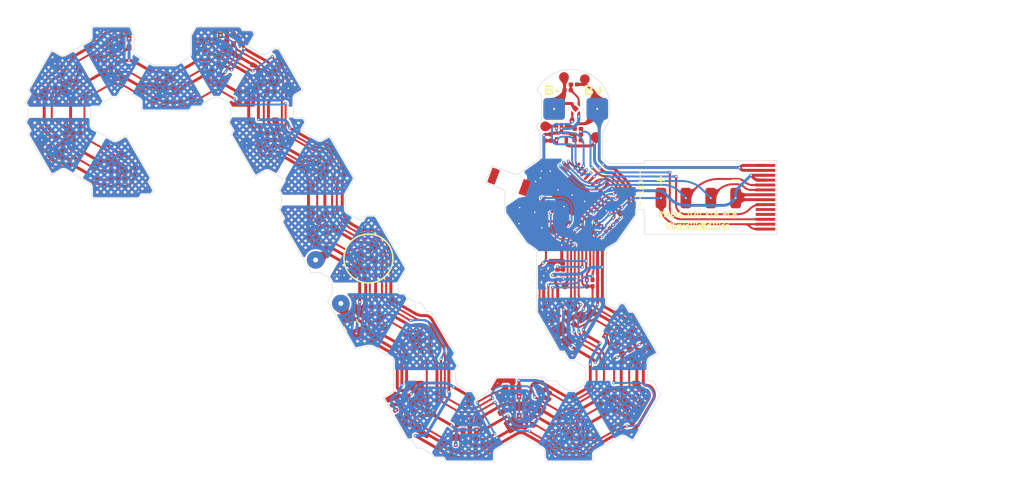
<source format=kicad_pcb>
(kicad_pcb (version 20241229) (generator "pcbnew") (generator_version "9.0")
  (title_block (title "Pixels D20 Layout") (date "2022-08-26") (rev "13") (company "Systemic Games, LLC") (comment 1 "Flexible PCB, 0.13mm thickness"))
  (layers (0 "F.Cu" signal) (2 "B.Cu" signal) (13 "F.Paste" user) (15 "B.Paste" user) (5 "F.SilkS" user "F.Silkscreen") (7 "B.SilkS" user "B.Silkscreen") (1 "F.Mask" user) (3 "B.Mask" user) (25 "Edge.Cuts" user))
  (net 0 "")
  (net 1 "/ANTENNA_MECHANICAL")
  (net 2 "GND")
  (net 3 "VDD")
  (net 4 "VDC")
  (net 5 "Net-(L1-Pad2)")
  (net 6 "Net-(U1-DEC4)")
  (net 7 "+5V")
  (net 8 "VEE")
  (net 9 "Net-(U1-XC2)")
  (net 10 "Net-(U1-DEC1)")
  (net 11 "Net-(U1-XC1)")
  (net 12 "+BATT")
  (net 13 "RESET")
  (net 14 "SWDCLK")
  (net 15 "SWDIO")
  (net 16 "Net-(D2-DOUT)")
  (net 17 "Net-(D22-DIN)")
  (net 18 "Net-(D22-DOUT)")
  (net 19 "Net-(D5-DOUT)")
  (net 20 "Net-(D23-DIN)")
  (net 21 "Net-(D7-DOUT)")
  (net 22 "Net-(D23-DOUT)")
  (net 23 "Net-(D10-DIN)")
  (net 24 "Net-(D10-DOUT)")
  (net 25 "Net-(D11-DOUT)")
  (net 26 "Net-(D12-DOUT)")
  (net 27 "Net-(D13-DOUT)")
  (net 28 "Net-(D14-DOUT)")
  (net 29 "Net-(D15-DOUT)")
  (net 30 "Net-(D16-DOUT)")
  (net 31 "Net-(D17-DOUT)")
  (net 32 "Net-(D18-DOUT)")
  (net 33 "Net-(D19-DOUT)")
  (net 34 "Net-(D20-DOUT)")
  (net 35 "/SCL")
  (net 36 "/SDA")
  (net 37 "/ACC_INT")
  (net 38 "Net-(U1-DCC)")
  (net 39 "/ANT_50")
  (net 40 "/ANT_NRF")
  (net 41 "/ANTENNA")
  (net 42 "Net-(U1-DEC3)")
  (net 43 "/Wireless Charging/COILA")
  (net 44 "/Wireless Charging/COILB")
  (net 45 "/Wireless Charging/COIL_SENSE")
  (net 46 "/Wireless Charging/TH1")
  (net 47 "/Wireless Charging/VBAT_SENSE")
  (net 48 "/LEDs/LED_DATA")
  (net 51 "/Wireless Charging/B-")
  (net 52 "Net-(U7-BAT)")
  (net 53 "/LEDs/LED_RETURN")
  (net 54 "TX")
  (net 55 "Net-(U1-P0.28{slash}AIN4)")
  (net 56 "/Wireless Charging/PROG")
  (net 58 "/Wireless Charging/LED_EN_OUT")
  (net 59 "/Wireless Charging/STAT")
  (net 60 "/Wireless Charging/SM")
  (net 65 "/Wireless Charging/MAG1_")
  (net 67 "Net-(U1-P0.25)")
  (net 68 "Net-(D24-DIN)")
  (net 69 "Net-(D24-DOUT)")
  (net 70 "Net-(D17-DIN)")
  (net 71 "Net-(D19-DIN)")
  (net 72 "Net-(D8-DOUT)")
  (footprint "Pixels-dice:TX1812MWCA5-F01" (layer "F.Cu") (at 153.02 110.64 -90)
    (property "Reference" "D5")
    (property "Value" "TX1812MJA5" (hide yes))
  )
  (footprint "Pixels-dice:TX1812MWCA5-F01" (layer "F.Cu") (at 159.376747 107.75 -30)
    (property "Reference" "D4")
    (property "Value" "TX1812MJA5" (hide yes))
  )
  (footprint "Pixels-dice:TX1812MWCA5-F01" (layer "F.Cu") (at 148.38 109.24 -90)
    (property "Reference" "D6")
    (property "Value" "TX1812MJA5" (hide yes))
  )
  (footprint "Pixels-dice:C_0402_1005Metric" (layer "F.Cu") (at 160.54 101.94 -150)
    (property "Reference" "C16" (hide yes))
    (property "Value" "10uF 6.3V 20%")
  )
  (footprint "Pixels-dice:TX1812MWCA5-F01" (layer "F.Cu") (at 153.36 98.64 30)
    (property "Reference" "D2")
    (property "Value" "TX1812MJA5" (hide yes))
  )
  (footprint "Pixels-dice:TX1812MWCA5-F01" (layer "F.Cu") (at 142.66 110.72 -90)
    (property "Reference" "D7")
    (property "Value" "TX1812MJA5" (hide yes))
  )
  (footprint "Pixels-dice:TX1812MWCA5-F01" (layer "F.Cu") (at 121.971218 80.760289 -150)
    (property "Reference" "D14")
    (property "Value" "TX1812MJA5" (hide yes))
  )
  (footprint "Pixels-dice:TX1812MWCA5-F01" (layer "F.Cu") (at 127.141218 83.750289 -150)
    (property "Reference" "D13")
    (property "Value" "TX1812MJA5" (hide yes))
  )
  (footprint "Pixels-dice:TX1812MWCA5-F01" (layer "F.Cu") (at 127.14 89.73 -150)
    (property "Reference" "D12")
    (property "Value" "TX1812MJA5" (hide yes))
  )
  (footprint "Pixels-dice:TX1812MWCA5-F01" (layer "F.Cu") (at 137.69 101.21 -150)
    (property "Reference" "D9")
    (property "Value" "TX1812MJA5" (hide yes))
  )
  (footprint "Pixels-dice:TX1812MWCA5-F01" (layer "F.Cu") (at 137.73 108 150)
    (property "Reference" "D8")
    (property "Value" "TX1812MJA5" (hide yes))
  )
  (footprint "Pixels-dice:TX1812MWCA5-F01" (layer "F.Cu") (at 117.88 70.35 -90)
    (property "Reference" "D16")
    (property "Value" "TX1812MJA5" (hide yes))
  )
  (footprint "Pixels-dice:TX1812MWCA5-F01" (layer "F.Cu") (at 106 73.2 -90)
    (property "Reference" "D18")
    (property "Value" "TX1812MJA5" (hide yes))
  )
  (footprint "Pixels-dice:TX1812MWCA5-F01" (layer "F.Cu") (at 101.259711 80.768782 30)
    (property "Reference" "D20")
    (property "Value" "TX1812MJA5" (hide yes))
  )
  (footprint "Pixels-dice:TX1812MWCA5-F01" (layer "F.Cu") (at 106.8 84.23 90)
    (property "Reference" "D21")
    (property "Value" "TX1812MJA5" (hide yes))
  )
  (footprint "Pixels-dice:TX1812MWCA5-F01" (layer "F.Cu") (at 111.621218 74.780289 -90)
    (property "Reference" "D17")
    (property "Value" "TX1812MJA5" (hide yes))
  )
  (footprint "Pixels-dice:TX1812MWCA5-F01" (layer "F.Cu") (at 101.1 74.8 -30)
    (property "Reference" "D19")
    (property "Value" "TX1812MJA5" (hide yes))
  )
  (footprint "Pixels-dice:TestPoint_THTPad_D1.5mm_Drill0.7mm_nosilk" (layer "F.Cu") (at 126.93 92.85 30)
    (property "Reference" "P6" (hide yes))
    (property "Value" "COILB")
  )
  (footprint "Capacitor_SMD:C_0201_0603Metric" (layer "F.Cu") (at 141.22 111.41 90)
    (property "Reference" "C6" (hide yes))
    (property "Value" "0.1uF 10V 20%")
  )
  (footprint "Pixels-dice:AW35122" (layer "F.Cu") (at 151.67 94.68 90)
    (property "Reference" "U5" (hide yes))
    (property "Value" "AW35122")
  )
  (footprint "Package_TO_SOT_SMD:SOT-553" (layer "F.Cu") (at 115.52 71.31)
    (property "Reference" "U8" (hide yes))
    (property "Value" "SL1605")
  )
  (footprint "Pixels-dice:TestPoint_THTPad_D1.5mm_Drill0.7mm_nosilk" (layer "F.Cu") (at 129.5 97.3 30)
    (property "Reference" "P5" (hide yes))
    (property "Value" "COILA")
  )
  (footprint "Pixels-dice:FPB1_1-4" (layer "F.Cu") (at 160.010191 100.871958 -105)
    (property "Reference" "U6" (hide yes))
    (property "Value" "ME6230")
  )
  (footprint "Pixels-dice:TX1812MWCA5-F01" (layer "F.Cu") (at 132.32 92.71 -150)
    (property "Reference" "D11")
    (property "Value" "TX1812MJA5" (hide yes))
  )
  (footprint "Capacitor_SMD:C_0201_0603Metric" (layer "F.Cu") (at 123.71 80.96 60)
    (property "Reference" "C24" (hide yes))
    (property "Value" "0.1uF 10V 20%")
  )
  (footprint "Capacitor_SMD:C_0201_0603Metric" (layer "F.Cu") (at 150.188489 83.993956 135)
    (property "Reference" "C7" (hide yes))
    (property "Value" "100pF NP0 10V 2%")
  )
  (footprint "Inductor_SMD:L_0603_1608Metric" (layer "F.Cu") (at 150.65 90.3 -135)
    (property "Reference" "L1")
    (property "Value" "10uH 100mA 20%")
  )
  (footprint "Capacitor_SMD:C_0201_0603Metric" (layer "F.Cu") (at 148.35 87.06 125)
    (property "Reference" "C5" (hide yes))
    (property "Value" "8pF 10V 10%")
  )
  (footprint "Capacitor_SMD:C_0201_0603Metric" (layer "F.Cu") (at 152.48 90.23 -135)
    (property "Reference" "C3" (hide yes))
    (property "Value" "0.1uF 10V 20%")
  )
  (footprint "Capacitor_SMD:C_0201_0603Metric" (layer "F.Cu") (at 148.58839 89.548315 35)
    (property "Reference" "C2" (hide yes))
    (property "Value" "8pF 10V 10%")
  )
  (footprint "Resistor_SMD:R_0201_0603Metric" (layer "F.Cu") (at 155.19 95.22 90)
    (property "Reference" "R10" (hide yes))
    (property "Value" "3.9k 1%")
  )
  (footprint "Pixels-dice:QFN-32-1EP_5x5mm_P0.5mm_EP3.1x3.1mm" (layer "F.Cu") (at 153.1 86.226641 135)
    (property "Reference" "U1" (hide yes))
    (property "Value" "N52810_QFN32")
  )
  (footprint "Capacitor_SMD:C_0201_0603Metric" (layer "F.Cu") (at 156.95 85.36 -45)
    (property "Reference" "C10" (hide yes))
    (property "Value" "0.1uF 10V 20%")
  )
  (footprint "Pixels-dice:TX1812MWCA5-F01" (layer "F.Cu") (at 157.3 100.54 60)
    (property "Reference" "D3")
    (property "Value" "TX1812MJA5" (hide yes))
  )
  (footprint "Pixels-dice:C_0402_1005Metric" (layer "F.Cu") (at 153.2 108.87 180)
    (property "Reference" "C9" (hide yes))
    (property "Value" "10uF 6.3V 20%")
  )
  (footprint "Pixels-dice:C_0402_1005Metric" (layer "F.Cu") (at 159.11 99.53 120)
    (property "Reference" "C18")
    (property "Value" "4.7uF 10V 20%")
  )
  (footprint "Pixels-dice:TDFN-8-1EP_3x2mm_P0.5mm_EP1.3x1.4mm" (layer "F.Cu") (at 151.815609 99.996458 120)
    (property "Reference" "U4" (hide yes))
    (property "Value" "BL24C02F-NTRC")
  )
  (footprint "Resistor_SMD:R_0201_0603Metric" (layer "F.Cu") (at 151.28 93.86)
    (property "Reference" "R9" (hide yes))
    (property "Value" "100k 1%")
  )
  (footprint "Pixels-dice:C_0402_1005Metric" (layer "F.Cu") (at 151.56 91.35)
    (property "Reference" "C4")
    (property "Value" "4.7uF 10V 20%")
  )
  (footprint "Resistor_SMD:R_0201_0603Metric" (layer "F.Cu") (at 150.92 80.34 90)
    (property "Reference" "R6" (hide yes))
    (property "Value" "3.57k 1%")
  )
  (footprint "Pixels-dice:Hongjie 10100 Solder Tabs" (layer "F.Cu") (at 153.47 77.42 180)
    (property "Reference" "J3" (hide yes))
    (property "Value" "Conn_01x02")
  )
  (footprint "Pixels-dice:TX1812MWCA5-F01" (layer "F.Cu") (at 132.62 98.55 -150)
    (property "Reference" "D10")
    (property "Value" "TX1812MJA5" (hide yes))
  )
  (footprint "Capacitor_SMD:C_0402_1005Metric" (layer "F.Cu") (at 135.74 109.24 -60)
    (property "Reference" "C13" (hide yes))
    (property "Value" "4.7uF 25V 20%")
  )
  (footprint "Pixels-dice:SOT-363_SC-70-6" (layer "F.Cu") (at 135.555575 107.207083 30)
    (property "Reference" "D1")
    (property "Value" "BAV99S" (hide yes))
  )
  (footprint "Pixels-dice:TX1812MWCA5-F01" (layer "F.Cu") (at 122.07 74.67 -150)
    (property "Reference" "D15")
    (property "Value" "TX1812MJA5" (hide yes))
  )
  (footprint "Capacitor_SMD:C_0201_0603Metric" (layer "F.Cu") (at 99.95 81.49 -60)
    (property "Reference" "C25" (hide yes))
    (property "Value" "0.1uF 10V 20%")
  )
  (footprint "Capacitor_SMD:C_0603_1608Metric" (layer "F.Cu") (at 148.5 107.79)
    (property "Reference" "C15" (hide yes))
    (property "Value" "22uF 10V 20%")
  )
  (footprint "Inductor_SMD:L_0201_0603Metric" (layer "F.Cu") (at 149.10369 91.097385 135)
    (property "Reference" "L2" (hide yes))
    (property "Value" "15nH 100mA 5%")
  )
  (footprint "Pixels-dice:C_0402_1005Metric" (layer "F.Cu") (at 149.67 89.9 45)
    (property "Reference" "C1")
    (property "Value" "4.7uF 10V 20%")
  )
  (footprint "Capacitor_SMD:C_0201_0603Metric" (layer "F.Cu") (at 150.63 106.71 -120)
    (property "Reference" "C21" (hide yes))
    (property "Value" "10nF 25V 10%")
  )
  (footprint "Resistor_SMD:R_0201_0603Metric" (layer "F.Cu") (at 153.68 79.46)
    (property "Reference" "R7" (hide yes))
    (property "Value" "3.9M 1%")
  )
  (footprint "Resistor_SMD:R_0201_0603Metric" (layer "F.Cu") (at 150.124045 106.40634 60)
    (property "Reference" "R2" (hide yes))
    (property "Value" "3.9M 1%")
  )
  (footprint "Resistor_SMD:R_0201_0603Metric" (layer "F.Cu") (at 153.679999 80.04 180)
    (property "Reference" "R8" (hide yes))
    (property "Value" "10M 1%")
  )
  (footprint "Resistor_SMD:R_0201_0603Metric" (layer "F.Cu") (at 149.86 105.65 -120)
    (property "Reference" "R1" (hide yes))
    (property "Value" "3.9M 1%")
  )
  (footprint "Capacitor_SMD:C_0201_0603Metric" (layer "F.Cu") (at 153.675 80.630001 180)
    (property "Reference" "C22" (hide yes))
    (property "Value" "10nF 25V 10%")
  )
  (footprint "Pixels-dice:Crystal_SMD_2016-4Pin_2.0x1.6mm" (layer "F.Cu") (at 147.71 88.32 125)
    (property "Reference" "Y1" (hide yes))
    (property "Value" "32MHz 40ppm")
  )
  (footprint "Package_LGA:LGA-12_2x2mm_P0.5mm" (layer "F.Cu") (at 156.578804 88.892972 -135)
    (property "Reference" "U2")
    (property "Value" "SC7A20HTR")
  )
  (footprint "Pixels-dice:SOT-23" (layer "F.Cu") (at 142.63 108.26 -90)
    (property "Reference" "U3" (hide yes))
    (property "Value" "PJ75BL50SA")
  )
  (footprint "Capacitor_SMD:C_0805_2012Metric" (layer "F.Cu") (at 130.6 99.55 -60)
    (property "Reference" "C19")
    (property "Value" "12nF 50V 5% NP0")
  )
  (footprint "Pixels-dice:TX1812MWCA5-F01" (layer "F.Cu") (at 107.21 70.69 -90)
    (property "Reference" "D30")
    (property "Value" "TX1812MJA5" (hide yes))
  )
  (footprint "Capacitor_SMD:C_0201_0603Metric" (layer "F.Cu") (at 152.65 75.52 180)
    (property "Reference" "C23" (hide yes))
    (property "Value" "0.1uF 10V 20%")
  )
  (footprint "Inductor_SMD:L_0201_0603Metric" (layer "F.Cu") (at 148.84 83.71 -145.2)
    (property "Reference" "L3" (hide yes))
    (property "Value" "1.8nH 5%")
  )
  (footprint "Package_DFN_QFN:UDFN-4-1EP_1x1mm_P0.65mm_EP0.48x0.48mm" (layer "F.Cu") (at 153.45 77.41 -90)
    (property "Reference" "U7" (hide yes))
    (property "Value" "DS6101")
  )
  (footprint "Pixels-dice:TEST_PIN" (layer "F.Cu") (at 150.31 80.67 180)
    (property "Reference" "W2" (hide yes))
    (property "Value" "PROG" (hide yes))
  )
  (footprint "Pixels-dice:TEST_PIN" (layer "F.Cu") (at 152.37 95.49)
    (property "Reference" "W21" (hide yes))
    (property "Value" "LED2" (hide yes))
  )
  (footprint "Pixels-dice:TEST_PIN" (layer "F.Cu") (at 158.02 88.08)
    (property "Reference" "W8" (hide yes))
    (property "Value" "SCL" (hide yes))
  )
  (footprint "Pixels-dice:TX1812MWCA5-F01" (layer "F.Cu") (at 116.37 73.46 -90)
    (property "Reference" "D29")
    (property "Value" "TX1812MJA5" (hide yes))
  )
  (footprint "Package_TO_SOT_SMD:SOT-553" (layer "F.Cu") (at 152.01 79.9175 -90)
    (property "Reference" "U9" (hide yes))
    (property "Value" "XT4051")
  )
  (footprint "Pixels-dice:TEST_PIN" (layer "F.Cu") (at 99.18 75.83)
    (property "Reference" "W4" (hide yes))
    (property "Value" "VDC" (hide yes))
  )
  (footprint "Resistor_SMD:R_0201_0603Metric" (layer "F.Cu") (at 146.39 107.86 -90)
    (property "Reference" "R4" (hide yes))
    (property "Value" "10k 1%")
  )
  (footprint "Resistor_SMD:R_0201_0603Metric" (layer "F.Cu") (at 153.3 74.93 180)
    (property "Reference" "R12" (hide yes))
    (property "Value" "510R 1%")
  )
  (footprint "Capacitor_SMD:C_0201_0603Metric" (layer "F.Cu") (at 151.100654 83.562615 -135.2)
    (property "Reference" "C8" (hide yes))
    (property "Value" "0.8pF 10V 5% C0G")
  )
  (footprint "Pixels-dice:TX1812MWCA5-F01" (layer "F.Cu") (at 147.01 106.35 -90)
    (property "Reference" "D24")
    (property "Value" "TX1812MJA5" (hide yes))
  )
  (footprint "Resistor_SMD:R_0201_0603Metric" (layer "F.Cu") (at 154.6 95.23 90)
    (property "Reference" "R11" (hide yes))
    (property "Value" "3.9k 1%")
  )
  (footprint "Capacitor_SMD:C_0201_0603Metric" (layer "F.Cu") (at 149.15 84.62 -45.2)
    (property "Reference" "C11" (hide yes))
    (property "Value" "DNP")
  )
  (footprint "Pixels-dice:TX1812MWCA5-F01" (layer "F.Cu") (at 156.78 107.11 -30)
    (property "Reference" "D23")
    (property "Value" "TX1812MJA5" (hide yes))
  )
  (footprint "Pixels-dice:TEST_PIN" (layer "F.Cu") (at 152.27 74.17 180)
    (property "Reference" "W24" (hide yes))
    (property "Value" "B-" (hide yes))
  )
  (footprint "Pixels-dice:FPC_14" (layer "F.Cu") (at 172.84 83.2 -90)
    (property "Reference" "J1" (hide yes))
    (property "Value" "Conn_01x14")
  )
  (footprint "Pixels-dice:TEST_PIN" (layer "F.Cu") (at 152.89 97.2)
    (property "Reference" "W1" (hide yes))
    (property "Value" "LED_DATA1" (hide yes))
  )
  (footprint "Pixels-dice:CHIP_ANT" (layer "F.Cu") (at 148.275438 85.467007 69.8)
    (property "Reference" "AE1" (hide yes))
    (property "Value" "Antenna_Chip" (hide yes))
  )
  (footprint "Pixels-dice:TX1812MWCA5-F01" (layer "F.Cu") (at 158.98 102.81 30)
    (property "Reference" "D22")
    (property "Value" "TX1812MJA5" (hide yes))
  )
  (footprint "Inductor_SMD:L_0201_0603Metric" (layer "F.Cu") (at 150.641037 83.102999 -135.2)
    (property "Reference" "L5" (hide yes))
    (property "Value" "3.9nH 5%")
  )
  (footprint "Pixels-dice:FPC-POGO-4" (layer "F.Cu") (at 165.9796 86.53)
    (property "Reference" "J2" (hide yes))
    (property "Value" "Conn_01x04")
  )
  (footprint "Resistor_SMD:R_0201_0603Metric" (layer "F.Cu") (at 152.18 93.52 90)
    (property "Reference" "TH1" (hide yes))
    (property "Value" "NTC 100k @ 25C")
  )
  (footprint "Capacitor_SMD:C_0201_0603Metric" (layer "F.Cu") (at 149.64 84.25 -45.2)
    (property "Reference" "C12" (hide yes))
    (property "Value" "DNP")
  )
  (footprint "Resistor_SMD:R_0201_0603Metric" (layer "F.Cu") (at 149.95 87.77 135)
    (property "Reference" "R5" (hide yes))
    (property "Value" "100k 1%")
  )
  (footprint "Pixels-dice:TEST_PIN" (layer "F.Cu") (at 155.51 80.29)
    (property "Reference" "W15" (hide yes))
    (property "Value" "+5V" (hide yes))
  )
  (footprint "Pixels-dice:TEST_PIN" (layer "F.Cu") (at 150.36 79.21 180)
    (property "Reference" "W17" (hide yes))
    (property "Value" "STAT" (hide yes))
  )
  (footprint "Resistor_SMD:R_0201_0603Metric" (layer "F.Cu") (at 149.518665 88.215478 -45)
    (property "Reference" "R3")
    (property "Value" "348k 1%")
  )
  (footprint "Pixels-dice:TEST_PIN" (layer "F.Cu") (at 154.4 74.39)
    (property "Reference" "W14" (hide yes))
    (property "Value" "BATT" (hide yes))
  )
  (footprint "Pixels-dice:TEST_PIN" (layer "F.Cu") (at 153.09 78.62 180)
    (property "Reference" "W5" (hide yes))
    (property "Value" "SM" (hide yes))
  )
  (footprint "Pixels-dice:TEST_PIN" (layer "B.Cu") (at 155.57 90.13)
    (property "Reference" "W9" (hide yes))
    (property "Value" "SDA" (hide yes))
  )
  (gr_circle (center 132.32 92.71) (end 129.82 92.71) (stroke (width 0.15)) (fill no) (layer "F.SilkS"))
  (gr_line (start 126.468933 94.142178) (end 123.485506 88.97473) (stroke (width 0.05)) (layer "Edge.Cuts"))
  (gr_line (start 107.623622 80.130144) (end 110.132437 84.475541) (stroke (width 0.05)) (layer "Edge.Cuts"))
  (gr_line (start 142.311477 106.156825) (end 141.566497 105.72671) (stroke (width 0.05)) (layer "Edge.Cuts"))
  (gr_line (start 109.157583 77.610966) (end 109.157583 76.7719) (stroke (width 0.05)) (layer "Edge.Cuts"))
  (gr_line (start 97.826353 75.911927) (end 97.595414 75.511928) (stroke (width 0.05)) (layer "Edge.Cuts"))
  (gr_line (start 124.8769 78.336966) (end 125.676933 78.336966) (stroke (width 0.05)) (layer "Edge.Cuts"))
  (gr_arc (start 106.081611 76.28417) (mid 106.203923 76.232567) (end 106.3355 76.214953) (stroke (width 0.05)) (layer "Edge.Cuts"))
  (gr_line (start 156.433867 82.650251) (end 156.927151 83) (stroke (width 0.05)) (layer "Edge.Cuts"))
  (gr_line (start 116.43256 76.283788) (end 115.692682 76.710958) (stroke (width 0.05)) (layer "Edge.Cuts"))
  (gr_line (start 97.826354 79.636004) (end 97.326353 78.769979) (stroke (width 0.05)) (layer "Edge.Cuts"))
  (gr_line (start 154.136906 103.601797) (end 153.3938 103.172762) (stroke (width 0.05)) (layer "Edge.Cuts"))
  (gr_line (start 150.047706 112.02547) (end 148.113202 110.908584) (stroke (width 0.05)) (layer "Edge.Cuts"))
  (gr_arc (start 121.923214 71.798113) (mid 121.658235 71.888086) (end 121.386416 71.821579) (stroke (width 0.05)) (layer "Edge.Cuts"))
  (gr_line (start 156.924898 78.293857) (end 156.924894 76.514597) (stroke (width 0.05)) (layer "Edge.Cuts"))
  (gr_arc (start 141.202356 104.240379) (mid 141.219965 104.104266) (end 141.26936 103.985768) (stroke (width 0.05)) (layer "Edge.Cuts"))
  (gr_line (start 174 90.23) (end 160.46 90.23) (stroke (width 0.05)) (layer "Edge.Cuts"))
  (gr_line (start 144.434073 85.057261) (end 144.430592 85.055915) (stroke (width 0.05)) (layer "Edge.Cuts"))
  (gr_line (start 105.159362 76.893986) (end 104.976354 77.210966) (stroke (width 0.05)) (layer "Edge.Cuts"))
  (gr_line (start 149.493099 97.416521) (end 149.493099 97.70994) (stroke (width 0.05)) (layer "Edge.Cuts"))
  (gr_line (start 150.321715 104.827805) (end 150.552655 105.227804) (stroke (width 0.05)) (layer "Edge.Cuts"))
  (gr_arc (start 121.740687 83.749745) (mid 121.99068 83.682743) (end 122.240678 83.749725) (stroke (width 0.05)) (layer "Edge.Cuts"))
  (gr_arc (start 147.608711 110.911205) (mid 147.860602 110.841603) (end 148.113202 110.908585) (stroke (width 0.05)) (layer "Edge.Cuts"))
  (gr_line (start 142.566797 106.223817) (end 142.927511 106.223817) (stroke (width 0.05)) (layer "Edge.Cuts"))
  (gr_line (start 110.401498 85.741566) (end 110.151498 86.174579) (stroke (width 0.05)) (layer "Edge.Cuts"))
  (gr_arc (start 127.2681 94.142178) (mid 127.397515 94.159218) (end 127.518111 94.20917) (stroke (width 0.05)) (layer "Edge.Cuts"))
  (gr_line (start 106.701498 76.214953) (end 106.3355 76.214953) (stroke (width 0.05)) (layer "Edge.Cuts"))
  (gr_line (start 158.001368 110.885813) (end 155.499996 112.329979) (stroke (width 0.05)) (layer "Edge.Cuts"))
  (gr_line (start 137.752366 97.260203) (end 138.252366 98.126229) (stroke (width 0.05)) (layer "Edge.Cuts"))
  (gr_line (start 123.202077 87.733591) (end 123.38509 87.416602) (stroke (width 0.05)) (layer "Edge.Cuts"))
  (gr_arc (start 104.226378 79.494352) (mid 104.043348 79.311323) (end 103.976355 79.061301) (stroke (width 0.05)) (layer "Edge.Cuts"))
  (gr_arc (start 116.432572 76.283808) (mid 116.554641 76.232474) (end 116.6859 76.214954) (stroke (width 0.05)) (layer "Edge.Cuts"))
  (gr_line (start 145.15 112.619418) (end 145.15 113.465418) (stroke (width 0.05)) (layer "Edge.Cuts"))
  (gr_line (start 162.123938 106.553179) (end 159.34221 111.371273) (stroke (width 0.05)) (layer "Edge.Cuts"))
  (gr_line (start 116.9178 76.214953) (end 116.6859 76.214953) (stroke (width 0.05)) (layer "Edge.Cuts"))
  (gr_line (start 157.660382 97.766943) (end 157.952943 97.260203) (stroke (width 0.05)) (layer "Edge.Cuts"))
  (gr_line (start 132.157889 101.653179) (end 130.95 101.93) (stroke (width 0.05)) (layer "Edge.Cuts"))
  (gr_line (start 161.868055 102.375349) (end 161.080051 102.830302) (stroke (width 0.05)) (layer "Edge.Cuts"))
  (gr_line (start 154.502943 104.2358) (end 154.502943 105.093829) (stroke (width 0.05)) (layer "Edge.Cuts"))
  (gr_line (start 152.661797 106.156843) (end 151.91625 105.7264) (stroke (width 0.05)) (layer "Edge.Cuts"))
  (gr_arc (start 120.210951 71.142915) (mid 120.117815 71.021537) (end 120.137785 70.869852) (stroke (width 0.05)) (layer "Edge.Cuts"))
  (gr_line (start 130.190099 88.067488) (end 131.531526 88.841961) (stroke (width 0.05)) (layer "Edge.Cuts"))
  (gr_line (start 141.202367 105.093806) (end 141.202356 104.240379) (stroke (width 0.05)) (layer "Edge.Cuts"))
  (gr_arc (start 145.92119 85.610022) (mid 146.159648 85.793242) (end 146.249986 86.080891) (stroke (width 0.05)) (layer "Edge.Cuts"))
  (gr_arc (start 100.946079 83.646648) (mid 101.196076 83.579642) (end 101.446079 83.646625) (stroke (width 0.05)) (layer "Edge.Cuts"))
  (gr_line (start 109.151497 86.174579) (end 108.920557 86.574578) (stroke (width 0.05)) (layer "Edge.Cuts"))
  (gr_line (start 135.378616 95.14) (end 135.378616 96.0642) (stroke (width 0.05)) (layer "Edge.Cuts"))
  (gr_line (start 108.920557 86.574578) (end 104.082439 86.574579) (stroke (width 0.05)) (layer "Edge.Cuts"))
  (gr_line (start 144.430002 106.435358) (end 143.567939 106.93307) (stroke (width 0.05)) (layer "Edge.Cuts"))
  (gr_line (start 97.576354 77.210966) (end 97.576354 78.336966) (stroke (width 0.05)) (layer "Edge.Cuts"))
  (gr_line (start 155.25 113.465418) (end 150.55874 113.465418) (stroke (width 0.05)) (layer "Edge.Cuts"))
  (gr_line (start 149.493099 96.564191) (end 149.493098 96.001805) (stroke (width 0.05)) (layer "Edge.Cuts"))
  (gr_arc (start 137.390142 97.260203) (mid 137.258829 97.243674) (end 137.136337 97.193212) (stroke (width 0.05)) (layer "Edge.Cuts"))
  (gr_line (start 137.136337 97.193212) (end 136.393222 96.764165) (stroke (width 0.05)) (layer "Edge.Cuts"))
  (gr_arc (start 149.827708 82.242441) (mid 149.771864 82.472097) (end 149.616432 82.650666) (stroke (width 0.05)) (layer "Edge.Cuts"))
  (gr_line (start 125.676933 78.336966) (end 125.926933 78.769978) (stroke (width 0.05)) (layer "Edge.Cuts"))
  (gr_arc (start 152.911774 106.223805) (mid 152.782376 106.206784) (end 152.661797 106.156843) (stroke (width 0.05)) (layer "Edge.Cuts"))
  (gr_line (start 138.613419 112.566535) (end 137.86844 112.13642) (stroke (width 0.05)) (layer "Edge.Cuts"))
  (gr_line (start 149.493098 96.001805) (end 149.493098 92.0141) (stroke (width 0.05)) (layer "Edge.Cuts"))
  (gr_line (start 146.246519 88.034205) (end 146.249998 86.080891) (stroke (width 0.05)) (layer "Edge.Cuts"))
  (gr_line (start 152.777799 103.105791) (end 152.2778 102.239766) (stroke (width 0.05)) (layer "Edge.Cuts"))
  (gr_line (start 132.077247 88.296591) (end 133.038032 88.296591) (stroke (width 0.05)) (layer "Edge.Cuts"))
  (gr_arc (start 107.099314 75.525953) (mid 107.220811 75.432724) (end 107.372647 75.452713) (stroke (width 0.05)) (layer "Edge.Cuts"))
  (gr_arc (start 106.725606 80.648598) (mid 106.475606 80.71559) (end 106.225605 80.648604) (stroke (width 0.05)) (layer "Edge.Cuts"))
  (gr_line (start 99.977077 71.386765) (end 100.887893 71.912625) (stroke (width 0.05)) (layer "Edge.Cuts"))
  (gr_line (start 117.910911 76.710976) (end 117.167827 76.281948) (stroke (width 0.05)) (layer "Edge.Cuts"))
  (gr_line (start 103.976353 77.773966) (end 103.976355 79.061301) (stroke (width 0.05)) (layer "Edge.Cuts"))
  (gr_line (start 118.276931 78.1979) (end 118.276933 77.344901) (stroke (width 0.05)) (layer "Edge.Cuts"))
  (gr_line (start 119.501788 69.373352) (end 120.501787 69.373352) (stroke (width 0.05)) (layer "Edge.Cuts"))
  (gr_line (start 160.48 82.7) (end 174 82.7) (stroke (width 0.05)) (layer "Edge.Cuts"))
  (gr_arc (start 108.677923 71.978704) (mid 108.490537 71.79523) (end 108.421752 71.5421) (stroke (width 0.05)) (layer "Edge.Cuts"))
  (gr_line (start 150.3 113.017268) (end 150.300001 112.459801) (stroke (width 0.05)) (layer "Edge.Cuts"))
  (gr_arc (start 117.910911 76.710976) (mid 118.014466 76.790436) (end 118.093926 76.893991) (stroke (width 0.05)) (layer "Edge.Cuts"))
  (gr_arc (start 154.433507 103.98154) (mid 154.485272 104.104014) (end 154.502942 104.2358) (stroke (width 0.05)) (layer "Edge.Cuts"))
  (gr_line (start 140.952365 102.802766) (end 141.452366 103.668791) (stroke (width 0.05)) (layer "Edge.Cuts"))
  (gr_arc (start 141.566497 105.72671) (mid 141.464833 105.648337) (end 141.38537 105.544775) (stroke (width 0.05)) (layer "Edge.Cuts"))
  (gr_arc (start 150 78.5311) (mid 149.979718 78.629839) (end 149.91909 78.715431) (stroke (width 0.05)) (layer "Edge.Cuts"))
  (gr_arc (start 154.502916 105.093829) (mid 154.485891 105.223253) (end 154.43594 105.343857) (stroke (width 0.05)) (layer "Edge.Cuts"))
  (gr_line (start 137.390142 97.260203) (end 137.752366 97.260203) (stroke (width 0.05)) (layer "Edge.Cuts"))
  (gr_line (start 156.59 96.564191) (end 156.590001 97.2645) (stroke (width 0.05)) (layer "Edge.Cuts"))
  (gr_arc (start 125.599858 79.736489) (mid 125.506662 79.615073) (end 125.526632 79.463321) (stroke (width 0.05)) (layer "Edge.Cuts"))
  (gr_arc (start 135.578597 96.264184) (mid 135.437189 96.205609) (end 135.378616 96.0642) (stroke (width 0.05)) (layer "Edge.Cuts"))
  (gr_line (start 137.252366 112.069405) (end 136.752366 111.203379) (stroke (width 0.05)) (layer "Edge.Cuts"))
  (gr_line (start 107.099299 75.525944) (end 106.701498 76.214953) (stroke (width 0.05)) (layer "Edge.Cuts"))
  (gr_line (start 152.2778 102.239766) (end 151.815919 102.239766) (stroke (width 0.05)) (layer "Edge.Cuts"))
  (gr_arc (start 101.38795 71.9126) (mid 101.137924 71.979614) (end 100.887893 71.912625) (stroke (width 0.05)) (layer "Edge.Cuts"))
  (gr_line (start 104.226378 79.494352) (end 106.225605 80.648604) (stroke (width 0.05)) (layer "Edge.Cuts"))
  (gr_line (start 132.2719 101.64) (end 132.5471 101.64) (stroke (width 0.05)) (layer "Edge.Cuts"))
  (gr_line (start 136.027221 96.264191) (end 136.210233 96.581175) (stroke (width 0.05)) (layer "Edge.Cuts"))
  (gr_arc (start 158.001384 110.88584) (mid 158.25138 110.818838) (end 158.501381 110.88582) (stroke (width 0.05)) (layer "Edge.Cuts"))
  (gr_line (start 156.223162 80.480017) (end 156.223162 82.2425) (stroke (width 0.05)) (layer "Edge.Cuts"))
  (gr_line (start 128.154263 97.083384) (end 128.560229 96.380222) (stroke (width 0.05)) (layer "Edge.Cuts"))
  (gr_line (start 125.599845 79.736512) (end 127.102593 80.604124) (stroke (width 0.05)) (layer "Edge.Cuts"))
  (gr_arc (start 110.487949 72.949788) (mid 110.35663 72.932911) (end 110.234337 72.882178) (stroke (width 0.05)) (layer "Edge.Cuts"))
  (gr_line (start 97.595414 80.036003) (end 97.826354 79.636004) (stroke (width 0.05)) (layer "Edge.Cuts"))
  (gr_line (start 154.433507 103.98154) (end 154.319927 103.784811) (stroke (width 0.05)) (layer "Edge.Cuts"))
  (gr_arc (start 156.590013 91.848772) (mid 156.616775 91.748787) (end 156.689956 91.675592) (stroke (width 0.05)) (layer "Edge.Cuts"))
  (gr_line (start 122.726931 71.23539) (end 121.923236 71.798144) (stroke (width 0.05)) (layer "Edge.Cuts"))
  (gr_line (start 110.151498 86.174579) (end 109.151497 86.174579) (stroke (width 0.05)) (layer "Edge.Cuts"))
  (gr_arc (start 129.940035 86.2968) (mid 129.957061 86.167322) (end 130.007031 86.046668) (stroke (width 0.05)) (layer "Edge.Cuts"))
  (gr_arc (start 134.648061 102.775675) (mid 134.833623 102.960862) (end 134.899999 103.209801) (stroke (width 0.05)) (layer "Edge.Cuts"))
  (gr_line (start 131.806156 88.766136) (end 132.077247 88.296591) (stroke (width 0.05)) (layer "Edge.Cuts"))
  (gr_line (start 153.143824 103.10579) (end 152.777799 103.105791) (stroke (width 0.05)) (layer "Edge.Cuts"))
  (gr_arc (start 124.676932 76.37) (mid 124.744672 76.115664) (end 124.926961 75.933922) (stroke (width 0.05)) (layer "Edge.Cuts"))
  (gr_line (start 128.372488 80.159667) (end 130.889191 84.518723) (stroke (width 0.05)) (layer "Edge.Cuts"))
  (gr_line (start 149.493099 97.70994) (end 149.493099 98.216523) (stroke (width 0.05)) (layer "Edge.Cuts"))
  (gr_line (start 149.406014 91.849024) (end 148.415734 91.155621) (stroke (width 0.05)) (layer "Edge.Cuts"))
  (gr_line (start 110.487949 72.9498) (end 112.5049 72.9498) (stroke (width 0.05)) (layer "Edge.Cuts"))
  (gr_line (start 123.702076 88.599616) (end 123.202077 87.733591) (stroke (width 0.05)) (layer "Edge.Cuts"))
  (gr_arc (start 137.618391 112.069422) (mid 137.747826 112.086461) (end 137.86844 112.13642) (stroke (width 0.05)) (layer "Edge.Cuts"))
  (gr_line (start 97.595414 75.511928) (end 99.977077 71.386765) (stroke (width 0.05)) (layer "Edge.Cuts"))
  (gr_line (start 145.095434 83.295402) (end 147.221969 84.082558) (stroke (width 0.05)) (layer "Edge.Cuts"))
  (gr_arc (start 127.602614 80.60412) (mid 127.352604 80.671113) (end 127.102593 80.604124) (stroke (width 0.05)) (layer "Edge.Cuts"))
  (gr_line (start 149.827724 82.242441) (end 149.827724 79.803944) (stroke (width 0.05)) (layer "Edge.Cuts"))
  (gr_line (start 114.326643 77.210966) (end 114.095703 77.610966) (stroke (width 0.05)) (layer "Edge.Cuts"))
  (gr_line (start 139.97751 113.065418) (end 138.977511 113.065418) (stroke (width 0.05)) (layer "Edge.Cuts"))
  (gr_arc (start 128.627221 96.124808) (mid 128.610882 96.257015) (end 128.560229 96.380222) (stroke (width 0.05)) (layer "Edge.Cuts"))
  (gr_line (start 114.18 69.909815) (end 114.18 71.771328) (stroke (width 0.05)) (layer "Edge.Cuts"))
  (gr_arc (start 151.91625 105.7264) (mid 151.81408 105.647299) (end 151.735681 105.544809) (stroke (width 0.05)) (layer "Edge.Cuts"))
  (gr_line (start 156.223162 80.480017) (end 156.223161 79.805808) (stroke (width 0.05)) (layer "Edge.Cuts"))
  (gr_line (start 147.679629 84.020262) (end 149.616432 82.650666) (stroke (width 0.05)) (layer "Edge.Cuts"))
  (gr_line (start 106.725613 80.64861) (end 107.623622 80.130144) (stroke (width 0.05)) (layer "Edge.Cuts"))
  (gr_arc (start 153.143824 103.105802) (mid 153.273222 103.122823) (end 153.3938 103.172762) (stroke (width 0.05)) (layer "Edge.Cuts"))
  (gr_line (start 156.59 96.564191) (end 156.59 96.001804) (stroke (width 0.05)) (layer "Edge.Cuts"))
  (gr_arc (start 142.566797 106.223817) (mid 142.434684 106.207477) (end 142.311477 106.156825) (stroke (width 0.05)) (layer "Edge.Cuts"))
  (gr_arc (start 105.159363 76.893986) (mid 105.238826 76.790426) (end 105.342386 76.710963) (stroke (width 0.05)) (layer "Edge.Cuts"))
  (gr_arc (start 156.694786 97.440498) (mid 156.61819 97.366931) (end 156.590001 97.2645) (stroke (width 0.05)) (layer "Edge.Cuts"))
  (gr_line (start 158.952943 98.126229) (end 159.414824 98.126229) (stroke (width 0.05)) (layer "Edge.Cuts"))
  (gr_line (start 123.452077 87.161209) (end 123.452078 86.308601) (stroke (width 0.05)) (layer "Edge.Cuts"))
  (gr_line (start 100.946059 83.646613) (end 99.996516 84.194832) (stroke (width 0.05)) (layer "Edge.Cuts"))
  (gr_line (start 115.509659 76.893979) (end 115.326643 77.210966) (stroke (width 0.05)) (layer "Edge.Cuts"))
  (gr_line (start 148.415734 91.155621) (end 146.246519 88.034205) (stroke (width 0.05)) (layer "Edge.Cuts"))
  (gr_arc (start 149.578662 75.364855) (mid 153.641697 73.44836) (end 156.924894 76.514597) (stroke (width 0.05)) (layer "Edge.Cuts"))
  (gr_arc (start 149.827724 79.803944) (mid 149.670638 79.579371) (end 149.529314 79.344558) (stroke (width 0.05)) (layer "Edge.Cuts"))
  (gr_arc (start 114.179988 71.771328) (mid 114.113035 72.02131) (end 113.930048 72.204313) (stroke (width 0.05)) (layer "Edge.Cuts"))
  (gr_line (start 159.66 88.28) (end 157.684401 91.101449) (stroke (width 0.05)) (layer "Edge.Cuts"))
  (gr_line (start 123.651009 84.563979) (end 122.240678 83.749725) (stroke (width 0.05)) (layer "Edge.Cuts"))
  (gr_line (start 97.326353 78.769979) (end 97.576354 78.336966) (stroke (width 0.05)) (layer "Edge.Cuts"))
  (gr_arc (start 128.556978 95.016529) (mid 128.609352 95.139666) (end 128.627221 95.2722) (stroke (width 0.05)) (layer "Edge.Cuts"))
  (gr_arc (start 118.209922 77.094957) (mid 118.25989 77.215515) (end 118.276933 77.344901) (stroke (width 0.05)) (layer "Edge.Cuts"))
  (gr_line (start 125.926933 78.769978) (end 125.526632 79.463321) (stroke (width 0.05)) (layer "Edge.Cuts"))
  (gr_line (start 150.552655 105.227804) (end 151.552654 105.227804) (stroke (width 0.05)) (layer "Edge.Cuts"))
  (gr_arc (start 138.613419 112.566535) (mid 138.714241 112.644077) (end 138.794486 112.748414) (stroke (width 0.05)) (layer "Edge.Cuts"))
  (gr_line (start 138.252366 98.126229) (end 138.714246 98.126229) (stroke (width 0.05)) (layer "Edge.Cuts"))
  (gr_arc (start 154.136906 103.601825) (mid 154.240466 103.681265) (end 154.319927 103.784811) (stroke (width 0.05)) (layer "Edge.Cuts"))
  (gr_line (start 127.602629 80.604145) (end 128.372488 80.159667) (stroke (width 0.05)) (layer "Edge.Cuts"))
  (gr_line (start 120.76525 84.312883) (end 118.295992 80.036004) (stroke (width 0.05)) (layer "Edge.Cuts"))
  (gr_line (start 115.326643 77.210966) (end 114.326643 77.210966) (stroke (width 0.05)) (layer "Edge.Cuts"))
  (gr_line (start 108.03825 68.9698) (end 108.42175 70.0046) (stroke (width 0.05)) (layer "Edge.Cuts"))
  (gr_line (start 155.250001 112.766161) (end 155.25 113.465418) (stroke (width 0.05)) (layer "Edge.Cuts"))
  (gr_line (start 149.922221 75.958964) (end 149.62166 75.673361) (stroke (width 0.05)) (layer "Edge.Cuts"))
  (gr_arc (start 157.660382 97.766943) (mid 157.538887 97.86017) (end 157.387056 97.840181) (stroke (width 0.05)) (layer "Edge.Cuts"))
  (gr_line (start 128.556978 95.016529) (end 128.444207 94.821204) (stroke (width 0.05)) (layer "Edge.Cuts"))
  (gr_line (start 120.751788 69.806365) (end 120.137785 70.869852) (stroke (width 0.05)) (layer "Edge.Cuts"))
  (gr_line (start 130.95 101.93) (end 128.154263 97.083384) (stroke (width 0.05)) (layer "Edge.Cuts"))
  (gr_arc (start 112.754848 72.882812) (mid 112.634285 72.932763) (end 112.5049 72.9498) (stroke (width 0.05)) (layer "Edge.Cuts"))
  (gr_arc (start 145.150016 112.619418) (mid 145.216997 112.369416) (end 145.400008 112.186401) (stroke (width 0.05)) (layer "Edge.Cuts"))
  (gr_line (start 113.930048 72.204313) (end 112.754856 72.882826) (stroke (width 0.05)) (layer "Edge.Cuts"))
  (gr_line (start 156.59 91.848772) (end 156.59 96.001804) (stroke (width 0.05)) (layer "Edge.Cuts"))
  (gr_arc (start 149.922221 75.958964) (mid 149.979737 76.04157) (end 150 76.140181) (stroke (width 0.05)) (layer "Edge.Cuts"))
  (gr_line (start 123.485506 88.97473) (end 123.702076 88.599616) (stroke (width 0.05)) (layer "Edge.Cuts"))
  (gr_line (start 135.578597 96.264184) (end 136.027221 96.264191) (stroke (width 0.05)) (layer "Edge.Cuts"))
  (gr_line (start 108.677923 71.978704) (end 110.234336 72.882179) (stroke (width 0.05)) (layer "Edge.Cuts"))
  (gr_line (start 118.026932 78.769978) (end 118.209894 78.453078) (stroke (width 0.05)) (layer "Edge.Cuts"))
  (gr_line (start 154.136901 105.727814) (end 153.393857 106.156811) (stroke (width 0.05)) (layer "Edge.Cuts"))
  (gr_line (start 147.608711 110.911205) (end 145.400008 112.186401) (stroke (width 0.05)) (layer "Edge.Cuts"))
  (gr_line (start 142.927511 106.223817) (end 143.294696 106.859799) (stroke (width 0.05)) (layer "Edge.Cuts"))
  (gr_line (start 110.132437 84.475541) (end 109.901497 84.875541) (stroke (width 0.05)) (layer "Edge.Cuts"))
  (gr_line (start 125.657872 75.511929) (end 124.926961 75.933921) (stroke (width 0.05)) (layer "Edge.Cuts"))
  (gr_line (start 123.38506 86.0585) (end 123.202078 85.741565) (stroke (width 0.05)) (layer "Edge.Cuts"))
  (gr_arc (start 153.393857 106.15681) (mid 153.273239 106.206773) (end 153.143806 106.223814) (stroke (width 0.05)) (layer "Edge.Cuts"))
  (gr_arc (start 134.899995 106.015401) (mid 134.832995 106.265448) (end 134.649947 106.448495) (stroke (width 0.05)) (layer "Edge.Cuts"))
  (gr_line (start 159.66 88.28) (end 159.66 87.73) (stroke (width 0.05)) (layer "Edge.Cuts"))
  (gr_line (start 130.889191 84.518723) (end 130.007031 86.046668) (stroke (width 0.05)) (layer "Edge.Cuts"))
  (gr_arc (start 116.9178 76.214953) (mid 117.047223 76.231992) (end 117.167827 76.281948) (stroke (width 0.05)) (layer "Edge.Cuts"))
  (gr_line (start 104.051496 68.9698) (end 108.03825 68.9698) (stroke (width 0.05)) (layer "Edge.Cuts"))
  (gr_line (start 123.188812 71.23539) (end 125.657872 75.511929) (stroke (width 0.05)) (layer "Edge.Cuts"))
  (gr_line (start 106.081611 76.28417) (end 105.342385 76.710962) (stroke (width 0.05)) (layer "Edge.Cuts"))
  (gr_line (start 157.952943 97.260203) (end 158.452943 97.260203) (stroke (width 0.05)) (layer "Edge.Cuts"))
  (gr_arc (start 103.976367 77.411) (mid 104.034955 77.269555) (end 104.1764 77.210967) (stroke (width 0.05)) (layer "Edge.Cuts"))
  (gr_line (start 136.183847 93.7453) (end 135.378616 95.14) (stroke (width 0.05)) (layer "Edge.Cuts"))
  (gr_line (start 121.740674 83.749722) (end 120.76525 84.312883) (stroke (width 0.05)) (layer "Edge.Cuts"))
  (gr_line (start 118.209946 77.094943) (end 118.093926 76.893991) (stroke (width 0.05)) (layer "Edge.Cuts"))
  (gr_line (start 119.270847 68.973352) (end 119.501788 69.373352) (stroke (width 0.05)) (layer "Edge.Cuts"))
  (gr_line (start 138.977511 113.065418) (end 138.794487 112.748413) (stroke (width 0.05)) (layer "Edge.Cuts"))
  (gr_line (start 99.996516 84.194832) (end 97.595414 80.036003) (stroke (width 0.05)) (layer "Edge.Cuts"))
  (gr_line (start 159.66 87.73) (end 160.46 87.73) (stroke (width 0.05)) (layer "Edge.Cuts"))
  (gr_line (start 104.051497 70.0862) (end 104.051496 68.9698) (stroke (width 0.05)) (layer "Edge.Cuts"))
  (gr_line (start 108.42175 70.0046) (end 108.421751 71.5421) (stroke (width 0.05)) (layer "Edge.Cuts"))
  (gr_arc (start 132.157889 101.653179) (mid 132.215753 101.643164) (end 132.2719 101.64) (stroke (width 0.05)) (layer "Edge.Cuts"))
  (gr_line (start 144.835631 83.411319) (end 144.313095 84.797994) (stroke (width 0.05)) (layer "Edge.Cuts"))
  (gr_line (start 118.526932 79.636003) (end 118.026932 78.769978) (stroke (width 0.05)) (layer "Edge.Cuts"))
  (gr_line (start 156.694786 97.440498) (end 157.387056 97.840181) (stroke (width 0.05)) (layer "Edge.Cuts"))
  (gr_line (start 133.038032 88.296591) (end 136.183847 93.7453) (stroke (width 0.05)) (layer "Edge.Cuts"))
  (gr_arc (start 155.250001 112.766161) (mid 155.316153 112.514432) (end 155.499997 112.32998) (stroke (width 0.05)) (layer "Edge.Cuts"))
  (gr_line (start 133.821425 106.926842) (end 134.649947 106.448495) (stroke (width 0.05)) (layer "Edge.Cuts"))
  (gr_line (start 114.095703 77.610966) (end 109.157583 77.610966) (stroke (width 0.05)) (layer "Edge.Cuts"))
  (gr_arc (start 136.393222 96.764165) (mid 136.289682 96.684715) (end 136.210233 96.581175) (stroke (width 0.05)) (layer "Edge.Cuts"))
  (gr_line (start 159.414824 98.126229) (end 161.868055 102.375349) (stroke (width 0.05)) (layer "Edge.Cuts"))
  (gr_line (start 150 76.140181) (end 150 78.5311) (stroke (width 0.05)) (layer "Edge.Cuts"))
  (gr_line (start 138.714246 98.126229) (end 141.183306 102.402767) (stroke (width 0.05)) (layer "Edge.Cuts"))
  (gr_arc (start 123.452077 87.161209) (mid 123.435739 87.293406) (end 123.38509 87.416602) (stroke (width 0.05)) (layer "Edge.Cuts"))
  (gr_line (start 141.452366 103.668791) (end 141.269359 103.985767) (stroke (width 0.05)) (layer "Edge.Cuts"))
  (gr_line (start 141.183306 102.402767) (end 140.952365 102.802766) (stroke (width 0.05)) (layer "Edge.Cuts"))
  (gr_arc (start 147.679629 84.020262) (mid 147.455967 84.107764) (end 147.221969 84.082558) (stroke (width 0.05)) (layer "Edge.Cuts"))
  (gr_arc (start 118.276931 78.1979) (mid 118.260541 78.329937) (end 118.209894 78.453078) (stroke (width 0.05)) (layer "Edge.Cuts"))
  (gr_line (start 124.676932 76.37) (end 124.676931 77.773967) (stroke (width 0.05)) (layer "Edge.Cuts"))
  (gr_line (start 160.48 83) (end 156.927151 83) (stroke (width 0.05)) (layer "Edge.Cuts"))
  (gr_line (start 128.261198 94.638194) (end 127.518111 94.20917) (stroke (width 0.05)) (layer "Edge.Cuts"))
  (gr_line (start 124.676931 77.773967) (end 124.676931 78.137) (stroke (width 0.05)) (layer "Edge.Cuts"))
  (gr_line (start 151.552654 105.227804) (end 151.735681 105.544809) (stroke (width 0.05)) (layer "Edge.Cuts"))
  (gr_line (start 157.684401 91.101449) (end 156.689956 91.675592) (stroke (width 0.05)) (layer "Edge.Cuts"))
  (gr_arc (start 131.806156 88.766136) (mid 131.684682 88.861546) (end 131.531526 88.84196) (stroke (width 0.05)) (layer "Edge.Cuts"))
  (gr_line (start 174 82.7) (end 174 90.23) (stroke (width 0.05)) (layer "Edge.Cuts"))
  (gr_line (start 145.15 113.465418) (end 140.20845 113.465418) (stroke (width 0.05)) (layer "Edge.Cuts"))
  (gr_arc (start 128.261198 94.638194) (mid 128.364749 94.717651) (end 128.444207 94.821204) (stroke (width 0.05)) (layer "Edge.Cuts"))
  (gr_arc (start 160.830002 103.263399) (mid 160.897003 103.01335) (end 161.080051 102.830302) (stroke (width 0.05)) (layer "Edge.Cuts"))
  (gr_arc (start 150.047706 112.02547) (mid 150.233624 112.210861) (end 150.300001 112.459801) (stroke (width 0.05)) (layer "Edge.Cuts"))
  (gr_arc (start 156.433867 82.650251) (mid 156.279011 82.472125) (end 156.22318 82.2425) (stroke (width 0.05)) (layer "Edge.Cuts"))
  (gr_arc (start 124.8769 78.336966) (mid 124.735501 78.278399) (end 124.676931 78.137) (stroke (width 0.05)) (layer "Edge.Cuts"))
  (gr_line (start 97.326354 76.777954) (end 97.826353 75.911927) (stroke (width 0.05)) (layer "Edge.Cuts"))
  (gr_line (start 161.36 105.23) (end 162.123938 106.553179) (stroke (width 0.05)) (layer "Edge.Cuts"))
  (gr_line (start 149.91909 78.715431) (end 149.575625 79.041802) (stroke (width 0.05)) (layer "Edge.Cuts"))
  (gr_line (start 159.34221 111.371273) (end 158.501381 110.88582) (stroke (width 0.05)) (layer "Edge.Cuts"))
  (gr_line (start 160.46 87.73) (end 160.46 90.23) (stroke (width 0.05)) (layer "Edge.Cuts"))
  (gr_line (start 120.210951 71.142915) (end 121.386416 71.821579) (stroke (width 0.05)) (layer "Edge.Cuts"))
  (gr_line (start 141.269375 105.343872) (end 141.38537 105.544775) (stroke (width 0.05)) (layer "Edge.Cuts"))
  (gr_line (start 128.627221 96.124808) (end 128.627221 95.2722) (stroke (width 0.05)) (layer "Edge.Cuts"))
  (gr_line (start 114.72 68.9732) (end 119.270847 68.973352) (stroke (width 0.05)) (layer "Edge.Cuts"))
  (gr_line (start 123.202078 85.741565) (end 123.72421 84.837203) (stroke (width 0.05)) (layer "Edge.Cuts"))
  (gr_line (start 145.358123 104.827804) (end 150.321715 104.827805) (stroke (width 0.05)) (layer "Edge.Cuts"))
  (gr_arc (start 161.03 105.23) (mid 160.888579 105.171421) (end 160.83 105.03) (stroke (width 0.05)) (layer "Edge.Cuts"))
  (gr_arc (start 154.319932 105.544769) (mid 154.240467 105.648341) (end 154.136901 105.727813) (stroke (width 0.05)) (layer "Edge.Cuts"))
  (gr_arc (start 141.269375 105.343872) (mid 141.21941 105.22325) (end 141.202367 105.093806) (stroke (width 0.05)) (layer "Edge.Cuts"))
  (gr_arc (start 143.5679 106.933003) (mid 143.416137 106.952984) (end 143.294696 106.859799) (stroke (width 0.05)) (layer "Edge.Cuts"))
  (gr_arc (start 132.5471 101.640016) (mid 132.67648 101.657049) (end 132.797042 101.706988) (stroke (width 0.05)) (layer "Edge.Cuts"))
  (gr_line (start 154.319941 105.544774) (end 154.43594 105.343857) (stroke (width 0.05)) (layer "Edge.Cuts"))
  (gr_arc (start 103.832425 85.024414) (mid 104.015447 85.207408) (end 104.082439 85.4574) (stroke (width 0.05)) (layer "Edge.Cuts"))
  (gr_line (start 152.911774 106.223817) (end 153.143806 106.223814) (stroke (width 0.05)) (layer "Edge.Cuts"))
  (gr_arc (start 149.406014 91.849024) (mid 149.470982 91.922683) (end 149.493098 92.0141) (stroke (width 0.05)) (layer "Edge.Cuts"))
  (gr_line (start 109.901497 84.875541) (end 110.401498 85.741566) (stroke (width 0.05)) (layer "Edge.Cuts"))
  (gr_line (start 120.501787 69.373352) (end 120.751788 69.806365) (stroke (width 0.05)) (layer "Edge.Cuts"))
  (gr_line (start 129.940001 86.2968) (end 129.940001 87.6343) (stroke (width 0.05)) (layer "Edge.Cuts"))
  (gr_line (start 103.832439 85.02439) (end 101.446079 83.646624) (stroke (width 0.05)) (layer "Edge.Cuts"))
  (gr_line (start 104.976354 77.210966) (end 104.1764 77.210967) (stroke (width 0.05)) (layer "Edge.Cuts"))
  (gr_arc (start 108.905296 76.337587) (mid 109.091303 76.523134) (end 109.157582 76.7719) (stroke (width 0.05)) (layer "Edge.Cuts"))
  (gr_line (start 160.48 82.7) (end 160.48 83) (stroke (width 0.05)) (layer "Edge.Cuts"))
  (gr_line (start 104.082439 86.574579) (end 104.082439 85.4574) (stroke (width 0.05)) (layer "Edge.Cuts"))
  (gr_line (start 161.03 105.23) (end 161.36 105.23) (stroke (width 0.05)) (layer "Edge.Cuts"))
  (gr_line (start 149.493099 97.416521) (end 149.493099 96.564191) (stroke (width 0.05)) (layer "Edge.Cuts"))
  (gr_line (start 136.752366 111.203379) (end 136.290485 111.203381) (stroke (width 0.05)) (layer "Edge.Cuts"))
  (gr_arc (start 115.509659 76.893979) (mid 115.589124 76.790421) (end 115.692682 76.710958) (stroke (width 0.05)) (layer "Edge.Cuts"))
  (gr_arc (start 156.924898 78.293857) (mid 156.653615 79.086764) (end 156.223161 79.805808) (stroke (width 0.05)) (layer "Edge.Cuts"))
  (gr_line (start 136.290485 111.203381) (end 133.821425 106.926842) (stroke (width 0.05)) (layer "Edge.Cuts"))
  (gr_line (start 137.618391 112.069405) (end 137.252366 112.069405) (stroke (width 0.05)) (layer "Edge.Cuts"))
  (gr_line (start 151.815919 102.239766) (end 149.493099 98.216523) (stroke (width 0.05)) (layer "Edge.Cuts"))
  (gr_line (start 126.902075 94.142178) (end 126.468933 94.142178) (stroke (width 0.05)) (layer "Edge.Cuts"))
  (gr_arc (start 144.430592 85.055915) (mid 144.318284 84.951424) (end 144.313118 84.798003) (stroke (width 0.05)) (layer "Edge.Cuts"))
  (gr_line (start 145.92119 85.610022) (end 144.434073 85.057261) (stroke (width 0.05)) (layer "Edge.Cuts"))
  (gr_line (start 134.899995 106.015401) (end 134.899999 103.209801) (stroke (width 0.05)) (layer "Edge.Cuts"))
  (gr_line (start 127.2681 94.142178) (end 126.902075 94.142178) (stroke (width 0.05)) (layer "Edge.Cuts"))
  (gr_arc (start 144.83596 83.411443) (mid 144.940013 83.300019) (end 145.095434 83.295402) (stroke (width 0.05)) (layer "Edge.Cuts"))
  (gr_line (start 122.726931 71.23539) (end 123.188812 71.23539) (stroke (width 0.05)) (layer "Edge.Cuts"))
  (gr_line (start 118.295992 80.036004) (end 118.526932 79.636003) (stroke (width 0.05)) (layer "Edge.Cuts"))
  (gr_line (start 140.20845 113.465418) (end 139.97751 113.065418) (stroke (width 0.05)) (layer "Edge.Cuts"))
  (gr_arc (start 130.190099 88.067488) (mid 130.007015 87.8844) (end 129.940002 87.6343) (stroke (width 0.05)) (layer "Edge.Cuts"))
  (gr_line (start 145.358123 104.827804) (end 144.430002 106.435358) (stroke (width 0.05)) (layer "Edge.Cuts"))
  (gr_line (start 150.55874 113.465418) (end 150.3 113.017268) (stroke (width 0.05)) (layer "Edge.Cuts"))
  (gr_line (start 103.976353 77.411) (end 103.976353 77.773966) (stroke (width 0.05)) (layer "Edge.Cuts"))
  (gr_arc (start 149.62166 75.673361) (mid 149.546248 75.526607) (end 149.578662 75.364855) (stroke (width 0.05)) (layer "Edge.Cuts"))
  (gr_arc (start 104.051497 70.0862) (mid 103.984523 70.336149) (end 103.801549 70.519123) (stroke (width 0.05)) (layer "Edge.Cuts"))
  (gr_arc (start 123.651002 84.563991) (mid 123.744191 84.685435) (end 123.724209 84.837203) (stroke (width 0.05)) (layer "Edge.Cuts"))
  (gr_line (start 160.830002 103.263399) (end 160.83 105.03) (stroke (width 0.05)) (layer "Edge.Cuts"))
  (gr_line (start 97.576354 77.210966) (end 97.326354 76.777954) (stroke (width 0.05)) (layer "Edge.Cuts"))
  (gr_line (start 114.18 69.909815) (end 114.72 68.9732) (stroke (width 0.05)) (layer "Edge.Cuts"))
  (gr_line (start 101.387958 71.912614) (end 103.801549 70.519123) (stroke (width 0.05)) (layer "Edge.Cuts"))
  (gr_arc (start 123.385049 86.058506) (mid 123.435031 86.17914) (end 123.452078 86.308601) (stroke (width 0.05)) (layer "Edge.Cuts"))
  (gr_arc (start 149.529314 79.344558) (mid 149.5007 79.18529) (end 149.575647 79.041825) (stroke (width 0.05)) (layer "Edge.Cuts"))
  (gr_line (start 158.452943 97.260203) (end 158.952943 98.126229) (stroke (width 0.05)) (layer "Edge.Cuts"))
  (gr_line (start 134.648061 102.775675) (end 132.797042 101.706988) (stroke (width 0.05)) (layer "Edge.Cuts"))
  (gr_line (start 108.905296 76.337587) (end 107.372647 75.452713) (stroke (width 0.05)) (layer "Edge.Cuts"))
  (gr_text "PIXELS D20 V18 PCB" (at 165.93 88.21 0) (layer "F.SilkS") (effects (font (size 0.5 0.5) (thickness 0.12))))
  (gr_text "--CUT--" (at 160.08 85.41 270) (layer "F.SilkS") (effects (font (size 0.5 0.5) (thickness 0.1))))
  (gr_text "SYSTEMIC GAMES" (at 165.93 89.41 0) (layer "F.SilkS" knockout) (effects (font (size 0.5 0.5) (thickness 0.12))))
  (gr_text "B-" (at 151.04 75.59 0) (layer "F.SilkS") (effects (font (size 1 1) (thickness 0.125))))
  (gr_text "B+" (at 155.41 75.59 0) (layer "F.SilkS") (effects (font (size 1 1) (thickness 0.2) (bold yes))))
  (segment (start 152.042391 91.34) (end 152.041195 91.345) (width 0.3) (layer "F.Cu") (net 2))
  (segment (start 152.466358 101.237518) (end 152.428339 101.259395) (width 0.3) (layer "F.Cu") (net 2))
  (segment (start 150.2 97.15985) (end 150.2 94.47) (width 0.3) (layer "F.Cu") (net 2))
  (segment (start 137.677789 107.190432) (end 136.954194 105.977586) (width 0.3) (layer "F.Cu") (net 2))
  (segment (start 109.395919 75.212679) (end 110.946218 75.230289) (width 0.3) (layer "F.Cu") (net 2))
  (segment (start 152.778775 101.057651) (end 152.732448 101.084342) (width 0.3) (layer "F.Cu") (net 2))
  (segment (start 151.687793 109.011511) (end 152.720002 108.869998) (width 0.3) (layer "F.Cu") (net 2))
  (segment (start 130.78 92.466388) (end 130.344907 92.544852) (width 0.3) (layer "F.Cu") (net 2))
  (segment (start 153.359998 80.299633) (end 153.359998 80.300787) (width 0.3) (layer "F.Cu") (net 2))
  (segment (start 121.127073 81.636063) (end 121.195 81.76) (width 0.3) (layer "F.Cu") (net 2))
  (segment (start 152.027652 101.489849) (end 152.032696 101.48695) (width 0.3) (layer "F.Cu") (net 2))
  (segment (start 152.612924 101.15317) (end 152.611373 101.154063) (width 0.3) (layer "F.Cu") (net 2))
  (segment (start 153.359998 80.199294) (end 153.359998 80.201121) (width 0.3) (layer "F.Cu") (net 2))
  (segment (start 153.359998 80.456028) (end 153.359998 80.458454) (width 0.3) (layer "F.Cu") (net 2))
  (segment (start 153.359998 80.611812) (end 153.359998 80.610865) (width 0.3) (layer "F.Cu") (net 2))
  (segment (start 153.359998 80.213726) (end 153.359998 80.215188) (width 0.3) (layer "F.Cu") (net 2))
  (segment (start 153.359998 80.411205) (end 153.359998 80.409924) (width 0.3) (layer "F.Cu") (net 2))
  (segment (start 153.359998 80.579069) (end 153.359998 80.580706) (width 0.3) (layer "F.Cu") (net 2))
  (segment (start 152.625878 101.145711) (end 152.617759 101.150385) (width 0.3) (layer "F.Cu") (net 2))
  (segment (start 153.359998 80.218111) (end 153.359998 80.225419) (width 0.3) (layer "F.Cu") (net 2))
  (segment (start 153.359998 80.614569) (end 153.359998 80.615516) (width 0.3) (layer "F.Cu") (net 2))
  (segment (start 159.558207 101.725937) (end 159.666468 101.915889) (width 0.3) (layer "F.Cu") (net 2))
  (segment (start 153.359998 80.605263) (end 153.359998 80.603882) (width 0.3) (layer "F.Cu") (net 2))
  (segment (start 153.359998 80.412516) (end 153.359998 80.41505) (width 0.3) (layer "F.Cu") (net 2))
  (segment (start 153.359998 80.429448) (end 153.359998 80.431045) (width 0.3) (layer "F.Cu") (net 2))
  (segment (start 152.171391 101.407205) (end 152.15374 101.417355) (width 0.3) (layer "F.Cu") (net 2))
  (segment (start 169.8746 86.615) (end 169.7896 86.53) (width 0.3) (layer "F.Cu") (net 2))
  (segment (start 153.359998 80.519101) (end 153.359998 80.519791) (width 0.3) (layer "F.Cu") (net 2))
  (segment (start 153.359998 80.609141) (end 153.359998 80.608624) (width 0.3) (layer "F.Cu") (net 2))
  (segment (start 169.9546 86.365) (end 169.7896 86.53) (width 0.3) (layer "F.Cu") (net 2))
  (segment (start 102.49013 75.526931) (end 101.936684 76.086684) (width 0.3) (layer "F.Cu") (net 2))
  (segment (start 147.012623 108.387377) (end 147.061311 108.473688) (width 0.3) (layer "F.Cu") (net 2))
  (segment (start 113.162197 75.508712) (end 112.966581 75.693339) (width 0.3) (layer "F.Cu") (net 2))
  (segment (start 153.359998 80.197467) (end 153.359998 80.199294) (width 0.3) (layer "F.Cu") (net 2))
  (segment (start 153.359998 80.542193) (end 153.359998 80.543571) (width 0.3) (layer "F.Cu") (net 2))
  (segment (start 153.78 78.19) (end 153.7775 78.1875) (width 0.3) (layer "F.Cu") (net 2))
  (segment (start 152.699669 101.103219) (end 152.701727 101.102034) (width 0.3) (layer "F.Cu") (net 2))
  (segment (start 153.359998 80.597681) (end 153.359998 80.601127) (width 0.3) (layer "F.Cu") (net 2))
  (segment (start 142.535184 111.548075) (end 141.985 111.17) (width 0.3) (layer "F.Cu") (net 2))
  (segment (start 153.359998 80.568298) (end 153.359998 80.56847) (width 0.3) (layer "F.Cu") (net 2))
  (segment (start 153.359998 80.482681) (end 153.359998 80.47875) (width 0.3) (layer "F.Cu") (net 2))
  (segment (start 154.171265 98.87614) (end 154.55 98.32) (width 0.3) (layer "F.Cu") (net 2))
  (segment (start 152.390318 101.28127) (end 152.346303 101.306594) (width 0.3) (layer "F.Cu") (net 2))
  (segment (start 153.359998 80.443672) (end 153.359998 80.444335) (width 0.3) (layer "F.Cu") (net 2))
  (segment (start 144.436998 111.581765) (end 145.409062 111.019062) (width 0.3) (layer "F.Cu") (net 2))
  (segment (start 152.346303 101.306594) (end 152.336726 101.312105) (width 0.3) (layer "F.Cu") (net 2))
  (segment (start 153.359998 80.621206) (end 153.359998 80.621379) (width 0.3) (layer "F.Cu") (net 2))
  (segment (start 133.1 100.11) (end 133.375 100.265) (width 0.3) (layer "F.Cu") (net 2))
  (segment (start 153.359998 80.425592) (end 153.359998 80.426322) (width 0.3) (layer "F.Cu") (net 2))
  (segment (start 153.359998 80.420292) (end 153.359998 80.422942) (width 0.3) (layer "F.Cu") (net 2))
  (segment (start 151.485 93.01) (end 151.855651 93.01) (width 0.3) (layer "F.Cu") (net 2))
  (segment (start 153.359998 80.407332) (end 153.359998 80.409924) (width 0.3) (layer "F.Cu") (net 2))
  (segment (start 153.359998 80.212264) (end 153.359998 80.213726) (width 0.3) (layer "F.Cu") (net 2))
  (segment (start 153.359998 80.595871) (end 153.359998 80.596044) (width 0.3) (layer "F.Cu") (net 2))
  (segment (start 136.243518 108.71142) (end 136.38 108.12) (width 0.3) (layer "F.Cu") (net 2))
  (segment (start 153.096642 100.905781) (end 153.257673 101.1179) (width 0.3) (layer "F.Cu") (net 2))
  (segment (start 153.357499 80.6275) (end 153.354999 80.63) (width 0.3) (layer "F.Cu") (net 2))
  (segment (start 117.223241 74.8504) (end 116.714139 74.869543) (width 0.3) (layer "F.Cu") (net 2))
  (segment (start 108.955684 75.092035) (end 107.663793 74.346167) (width 0.3) (layer "F.Cu") (net 2))
  (segment (start 153.359998 80.292911) (end 153.359998 80.293905) (width 0.3) (layer "F.Cu") (net 2))
  (segment (start 120.232113 78.861025) (end 121.244007 80.400722) (width 0.3) (layer "F.Cu") (net 2))
  (segment (start 152.100782 101.447807) (end 152.047827 101.478251) (width 0.3) (layer "F.Cu") (net 2))
  (segment (start 152.702741 101.101451) (end 152.701727 101.102034) (width 0.3) (layer "F.Cu") (net 2))
  (segment (start 158.109566 100.487789) (end 157.931293 100.017236) (width 0.3) (layer "F.Cu") (net 2))
  (segment (start 153.359998 80.548395) (end 153.359998 80.551152) (width 0.3) (layer "F.Cu") (net 2))
  (segment (start 127.646279 91.589595) (end 127.345 91.57) (width 0.3) (layer "F.Cu") (net 2))
  (segment (start 153.359998 80.342658) (end 153.359998 80.346399) (width 0.3) (layer "F.Cu") (net 2))
  (segment (start 101.912264 76.096274) (end 101.152211 75.609567) (width 0.3) (layer "F.Cu") (net 2))
  (segment (start 171.35 84.2) (end 171.6 84.45) (width 0.3) (layer "F.Cu") (net 2))
  (segment (start 153.359998 80.605263) (end 153.359998 80.605953) (width 0.3) (layer "F.Cu") (net 2))
  (segment (start 153.359998 80.201121) (end 153.359998 80.202217) (width 0.3) (layer "F.Cu") (net 2))
  (segment (start 153.359998 80.56847) (end 153.359998 80.568729) (width 0.3) (layer "F.Cu") (net 2))
  (segment (start 152.258948 101.356847) (end 152.210287 101.384835) (width 0.3) (layer "F.Cu") (net 2))
  (segment (start 153.359998 80.360744) (end 153.359998 80.35014) (width 0.3) (layer "F.Cu") (net 2))
  (segment (start 152.04 91.35514) (end 152.04 92.961007) (width 0.3) (layer "F.Cu") (net 2))
  (segment (start 153.359998 80.556666) (end 153.359998 80.559423) (width 0.3) (layer "F.Cu") (net 2))
  (segment (start 153.359998 80.565885) (end 153.359998 80.566747) (width 0.3) (layer "F.Cu") (net 2))
  (segment (start 152.732448 101.084342) (end 152.730351 101.085549) (width 0.3) (layer "F.Cu") (net 2))
  (segment (start 102.229867 79.887906) (end 101.92 79.2) (width 0.3) (layer "F.Cu") (net 2))
  (segment (start 153.359998 80.22962) (end 153.359998 80.233639) (width 0.3) (layer "F.Cu") (net 2))
  (segment (start 153.359998 80.401545) (end 153.359998 80.402207) (width 0.3) (layer "F.Cu") (net 2))
  (segment (start 151.99 94.93) (end 151.92 94.93) (width 0.3) (layer "F.Cu") (net 2))
  (segment (start 153.359998 80.61776) (end 153.359998 80.617932) (width 0.3) (layer "F.Cu") (net 2))
  (segment (start 151.92 79.81) (end 151.925 79.805) (width 0.3) (layer "F.Cu") (net 2))
  (segment (start 135.633815 101.556185) (end 135.41763 101.43237) (width 0.3) (layer "F.Cu") (net 2))
  (segment (start 136.38 108.12) (end 136.66 107.32) (width 0.3) (layer "F.Cu") (net 2))
  (segment (start 152.015047 101.497107) (end 152.08 101.46) (width 0.3) (layer "F.Cu") (net 2))
  (segment (start 151.702721 79.9) (end 151.124853 79.9) (width 0.3) (layer "F.Cu") (net 2))
  (segment (start 153.359998 80.570798) (end 153.359998 80.571487) (width 0.3) (layer "F.Cu") (net 2))
  (segment (start 153.359998 80.48651) (end 153.359998 80.490339) (width 0.3) (layer "F.Cu") (net 2))
  (segment (start 153.359998 80.426322) (end 153.359998 80.427511) (width 0.3) (layer "F.Cu") (net 2))
  (segment (start 101.986922 81.128349) (end 102.203461 80.719174) (width 0.3) (layer "F.Cu") (net 2))
  (segment (start 148.533543 87.322131) (end 147.746751 87.500764) (width 0.3) (layer "F.Cu") (net 2))
  (segment (start 153.359998 80.580706) (end 153.359998 80.580878) (width 0.3) (layer "F.Cu") (net 2))
  (segment (start 153.359998 80.335176) (end 153.359998 80.338917) (width 0.3) (layer "F.Cu") (net 2))
  (segment (start 152.953647 100.9568) (end 152.936106 100.966918) (width 0.3) (layer "F.Cu") (net 2))
  (segment (start 152.327147 101.317614) (end 152.307607 101.328856) (width 0.3) (layer "F.Cu") (net 2))
  (segment (start 152.72744 101.087224) (end 152.728254 101.086756) (width 0.3) (layer "F.Cu") (net 2))
  (segment (start 153.359998 80.61638) (end 153.359998 80.617244) (width 0.3) (layer "F.Cu") (net 2))
  (segment (start 153.359998 80.618362) (end 153.359998 80.619051) (width 0.3) (layer "F.Cu") (net 2))
  (segment (start 153.359998 80.606643) (end 153.359998 80.607333) (width 0.3) (layer "F.Cu") (net 2))
  (segment (start 153.359998 80.58105) (end 153.359998 80.582859) (width 0.3) (layer "F.Cu") (net 2))
  (segment (start 153.359998 80.575623) (end 153.359998 80.574244) (width 0.3) (layer "F.Cu") (net 2))
  (segment (start 153.359998 80.346399) (end 153.359998 80.35014) (width 0.3) (layer "F.Cu") (net 2))
  (segment (start 126.231394 89.770216) (end 126.412789 89.370433) (width 0.3) (layer "F.Cu") (net 2))
  (segment (start 156.044635 89.437141) (end 156.216411 89.608917) (width 0.3) (layer "F.Cu") (net 2))
  (segment (start 153.359998 80.296769) (end 153.359998 80.299633) (width 0.3) (layer "F.Cu") (net 2))
  (segment (start 150.873591 83.7881) (end 150.944302 83.7881) (width 0.2) (layer "F.Cu") (net 2))
  (segment (start 152.117595 101.43814) (end 152.100782 101.447807) (width 0.3) (layer "F.Cu") (net 2))
  (segment (start 153.359998 80.575623) (end 153.359998 80.579069) (width 0.3) (layer "F.Cu") (net 2))
  (segment (start 153.359998 80.18212) (end 153.359998 80.182486) (width 0.3) (layer "F.Cu") (net 2))
  (segment (start 152.129995 101.431009) (end 152.122008 101.435602) (width 0.3) (layer "F.Cu") (net 2))
  (segment (start 130.917678 92.44156) (end 130.78 92.466388) (width 0.3) (layer "F.Cu") (net 2))
  (segment (start 153.359998 80.572866) (end 153.359998 80.573555) (width 0.3) (layer "F.Cu") (net 2))
  (segment (start 153.359998 80.524529) (end 153.359998 80.526339) (width 0.3) (layer "F.Cu") (net 2))
  (segment (start 153.359998 80.241312) (end 153.359998 80.248985) (width 0.3) (layer "F.Cu") (net 2))
  (segment (start 151.065014 83.8381) (end 151.553203 84.32629) (width 0.2) (layer "F.Cu") (net 2))
  (segment (start 153.359998 80.590097) (end 153.359998 80.593889) (width 0.3) (layer "F.Cu") (net 2))
  (segment (start 159.55329 101.160625) (end 159.505987 101.35597) (width 0.3) (layer "F.Cu") (net 2))
  (segment (start 152.22 94.79) (end 152.109498 94.880502) (width 0.3) (layer "F.Cu") (net 2))
  (segment (start 152.98192 100.940489) (end 152.972495 100.945927) (width 0.3) (layer "F.Cu") (net 2))
  (segment (start 153.359998 80.454039) (end 153.359998 80.454702) (width 0.3) (layer "F.Cu") (net 2))
  (segment (start 160.050943 102.35406) (end 159.912505 102.682505) (width 0.3) (layer "F.Cu") (net 2))
  (segment (start 153.359998 80.175911) (end 153.359998 80.176276) (width 0.3) (layer "F.Cu") (net 2))
  (segment (start 153.359998 80.248985) (end 153.359998 80.264397) (width 0.3) (layer "F.Cu") (net 2))
  (segment (start 101.921411 76.112993) (end 101.921411 79.2) (width 0.3) (layer "F.Cu") (net 2))
  (segment (start 137.677789 107.190432) (end 136.66 107.32) (width 0.3) (layer "F.Cu") (net 2))
  (segment (start 153.359998 80.384233) (end 153.359998 80.389085) (width 0.3) (layer "F.Cu") (net 2))
  (segment (start 126.306394 89.174427) (end 126.412789 89.370433) (width 0.3) (layer "F.Cu") (net 2))
  (segment (start 153.058818 100.896111) (end 153.058504 100.896292) (width 0.3) (layer "F.Cu") (net 2))
  (segment (start 152.428339 101.259395) (end 152.390318 101.28127) (width 0.3) (layer "F.Cu") (net 2))
  (segment (start 153.359998 80.564937) (end 153.359998 80.565885) (width 0.3) (layer "F.Cu") (net 2))
  (segment (start 153.359998 80.176641) (end 153.359998 80.177189) (width 0.3) (layer "F.Cu") (net 2))
  (segment (start 153.359998 80.311557) (end 153.359998 80.315532) (width 0.3) (layer "F.Cu") (net 2))
  (segment (start 152.779932 101.056983) (end 152.782173 101.05569) (width 0.3) (layer "F.Cu") (net 2))
  (segment (start 153.359998 80.607333) (end 153.359998 80.608023) (width 0.3) (layer "F.Cu") (net 2))
  (segment (start 153.359998 80.293905) (end 153.359998 80.296769) (width 0.3) (layer "F.Cu") (net 2))
  (segment (start 153.359998 80.582859) (end 153.359998 80.58665) (width 0.3) (layer "F.Cu") (net 2))
  (segment (start 152.285098 87.395098) (end 151.553205 88.126991) (width 0.3) (layer "F.Cu") (net 2))
  (segment (start 136.074999 109.342846) (end 135.979998 109.655692) (width 0.3) (layer "F.Cu") (net 2))
  (segment (start 153.359998 80.443009) (end 153.359998 80.443672) (width 0.3) (layer "F.Cu") (net 2))
  (segment (start 147.673249 89.139235) (end 148.244523 89.710508) (width 0.3) (layer "F.Cu") (net 2))
  (segment (start 153.359998 80.381476) (end 153.359998 80.384233) (width 0.3) (layer "F.Cu") (net 2))
  (segment (start 152.6485 101.132685) (end 152.630713 101.142928) (width 0.3) (layer "F.Cu") (net 2))
  (segment (start 153.359998 80.203495) (end 153.359998 80.204956) (width 0.3) (layer "F.Cu") (net 2))
  (segment (start 128.668766 91.686304) (end 130.074029 92.497633) (width 0.3) (layer "F.Cu") (net 2))
  (segment (start 153.359998 80.189612) (end 153.359998 80.195458) (width 0.3) (layer "F.Cu") (net 2))
  (segment (start 153.359998 80.490339) (end 153.359998 80.501608) (width 0.3) (layer "F.Cu") (net 2))
  (segment (start 126.2 85.699807) (end 126.2 88.755401) (width 0.3) (layer "F.Cu") (net 2))
  (segment (start 153.359998 80.417584) (end 153.359998 80.417642) (width 0.3) (layer "F.Cu") (net 2))
  (segment (start 152.136087 101.427507) (end 152.135248 101.42799) (width 0.3) (layer "F.Cu") (net 2))
  (segment (start 152.725219 101.088505) (end 152.722184 101.090254) (width 0.3) (layer "F.Cu") (net 2))
  (segment (start 123.496411 82.206099) (end 125.763276 83.514874) (width 0.3) (layer "F.Cu") (net 2))
  (segment (start 156.044635 89.437141) (end 155.862859 89.255363) (width 0.3) (layer "F.Cu") (net 2))
  (segment (start 150.440416 93.549583) (end 150.622911 93.367088) (width 0.3) (layer "F.Cu") (net 2))
  (segment (start 153.359998 80.17865) (end 153.359998 80.180111) (width 0.3) (layer "F.Cu") (net 2))
  (segment (start 153.359998 80.273385) (end 153.359998 80.280225) (width 0.3) (layer "F.Cu") (net 2))
  (segment (start 153.359998 80.458454) (end 153.359998 80.463969) (width 0.3) (layer "F.Cu") (net 2))
  (segment (start 115.9325 74.4) (end 115.695 73.91) (width 0.3) (layer "F.Cu") (net 2))
  (segment (start 128.274032 91.624855) (end 128.495021 91.635316) (width 0.3) (layer "F.Cu") (net 2))
  (segment (start 153.359998 80.189612) (end 153.359998 80.187602) (width 0.3) (layer "F.Cu") (net 2))
  (segment (start 152.134409 101.428472) (end 152.133569 101.428955) (width 0.3) (layer "F.Cu") (net 2))
  (segment (start 153.359998 80.5216) (end 153.359998 80.520481) (width 0.3) (layer "F.Cu") (net 2))
  (segment (start 152.816037 101.036163) (end 152.805439 101.042274) (width 0.3) (layer "F.Cu") (net 2))
  (segment (start 153.359998 80.431045) (end 153.359998 80.431708) (width 0.3) (layer "F.Cu") (net 2))
  (segment (start 170.352946 86.2) (end 172.84 86.2) (width 0.3) (layer "F.Cu") (net 2))
  (segment (start 153.359998 80.415698) (end 153.359998 80.41505) (width 0.3) (layer "F.Cu") (net 2))
  (segment (start 153.359998 80.602506) (end 153.359998 80.603194) (width 0.3) (layer "F.Cu") (net 2))
  (segment (start 153.359998 80.411263) (end 153.359998 80.412516) (width 0.3) (layer "F.Cu") (net 2))
  (segment (start 156.832211 107.919567) (end 156.624044 108.280999) (width 0.3) (layer "F.Cu") (net 2))
  (segment (start 152.730351 101.085549) (end 152.728254 101.086756) (width 0.3) (layer "F.Cu") (net 2))
  (segment (start 153.359998 80.416936) (end 153.359998 80.417526) (width 0.3) (layer "F.Cu") (net 2))
  (segment (start 153.359998 80.56218) (end 153.359998 80.564937) (width 0.3) (layer "F.Cu") (net 2))
  (segment (start 153.359998 80.553909) (end 153.359998 80.556666) (width 0.3) (layer "F.Cu") (net 2))
  (segment (start 152.704767 101.100285) (end 152.703754 101.100868) (width 0.3) (layer "F.Cu") (net 2))
  (segment (start 153.359998 80.608453) (end 153.359998 80.608624) (width 0.3) (layer "F.Cu") (net 2))
  (segment (start 123.496411 82.206099) (end 122.072581 82.258282) (width 0.3) (layer "F.Cu") (net 2))
  (segment (start 160.64 106.51) (end 160.173605 106.173159) (width 0.3) (layer "F.Cu") (net 2))
  (segment (start 153.359998 80.272669) (end 153.359998 80.273385) (width 0.3) (layer "F.Cu") (net 2))
  (segment (start 152.14029 101.425089) (end 152.136087 101.427507) (width 0.3) (layer "F.Cu") (net 2))
  (segment (start 121.171394 73.745216) (end 121.342789 74.310433) (width 0.3) (layer "F.Cu") (net 2))
  (segment (start 153.359998 80.37111) (end 153.359998 80.381476) (width 0.3) (layer "F.Cu") (net 2))
  (segment (start 153.359998 80.615516) (end 153.359998 80.61638) (width 0.3) (layer "F.Cu") (net 2))
  (segment (start 149.964045 106.683468) (end 150.47 106.987128) (width 0.3) (layer "F.Cu") (net 2))
  (segment (start 152.08 101.46) (end 151.89 101.57) (width 0.3) (layer "F.Cu") (net 2))
  (segment (start 153.059447 100.895749) (end 153.059762 100.895568) (width 0.3) (layer "F.Cu") (net 2))
  (segment (start 153.359998 80.338917) (end 153.359998 80.342658) (width 0.3) (layer "F.Cu") (net 2))
  (segment (start 153.359998 80.62069) (end 153.359998 80.620862) (width 0.3) (layer "F.Cu") (net 2))
  (segment (start 159.55329 101.160625) (end 158.109566 100.487789) (width 0.3) (layer "F.Cu") (net 2))
  (segment (start 153.359998 80.601127) (end 153.359998 80.602506) (width 0.3) (layer "F.Cu") (net 2))
  (segment (start 152.725219 101.088505) (end 152.726502 101.087766) (width 0.3) (layer "F.Cu") (net 2))
  (segment (start 152.797786 101.046687) (end 152.790133 101.051099) (width 0.3) (layer "F.Cu") (net 2))
  (segment (start 152.109998 93.129998) (end 152.084998 93.104998) (width 0.3) (layer "F.Cu") (net 2))
  (segment (start 153.224998 80.039999) (end 153.086065 80.039999) (width 0.3) (layer "F.Cu") (net 2))
  (segment (start 153.359998 80.467058) (end 153.359998 80.47875) (width 0.3) (layer "F.Cu") (net 2))
  (segment (start 135.55 107.06) (end 134.45115 107.094166) (width 0.3) (layer "F.Cu") (net 2))
  (segment (start 153.359998 80.418319) (end 153.359998 80.419615) (width 0.3) (layer "F.Cu") (net 2))
  (segment (start 153.359998 80.570109) (end 153.359998 80.570798) (width 0.3) (layer "F.Cu") (net 2))
  (segment (start 153.359998 80.202582) (end 153.359998 80.202947) (width 0.3) (layer "F.Cu") (net 2))
  (segment (start 153.36 101.295) (end 153.4 101.39) (width 0.3) (layer "F.Cu") (net 2))
  (segment (start 153.359998 80.229255) (end 153.359998 80.22962) (width 0.3) (layer "F.Cu") (net 2))
  (segment (start 153.359998 80.608023) (end 153.359998 80.608282) (width 0.3) (layer "F.Cu") (net 2))
  (segment (start 119.222499 75.694679) (end 120.302789 75.510433) (width 0.3) (layer "F.Cu") (net 2))
  (segment (start 101.929047 76.094408) (end 101.936684 76.086684) (width 0.3) (layer "F.Cu") (net 2))
  (segment (start 153.359998 80.431708) (end 153.359998 80.434631) (width 0.3) (layer "F.Cu") (net 2))
  (segment (start 153.359998 80.434631) (end 153.359998 80.437554) (width 0.3) (layer "F.Cu") (net 2))
  (segment (start 152.135248 101.42799) (end 152.134409 101.428472) (width 0.3) (layer "F.Cu") (net 2))
  (segment (start 153.359998 80.300787) (end 153.359998 80.301342) (width 0.3) (layer "F.Cu") (net 2))
  (segment (start 154.74 109.61) (end 156.054665 108.850977) (width 0.3) (layer "F.Cu") (net 2))
  (segment (start 152.545594 101.191922) (end 152.480097 101.229612) (width 0.3) (layer "F.Cu") (net 2))
  (segment (start 153.359998 80.288059) (end 153.359998 80.292911) (width 0.3) (layer "F.Cu") (net 2))
  (segment (start 153.359998 80.540125) (end 153.359998 80.542193) (width 0.3) (layer "F.Cu") (net 2))
  (segment (start 153.359998 80.429448) (end 153.359998 80.428786) (width 0.3) (layer "F.Cu") (net 2))
  (segment (start 152.680197 101.114434) (end 152.6485 101.132685) (width 0.3) (layer "F.Cu") (net 2))
  (segment (start 153.359998 80.590097) (end 153.359998 80.58665) (width 0.3) (layer "F.Cu") (net 2))
  (segment (start 152.594469 101.163792) (end 152.609822 101.154956) (width 0.3) (layer "F.Cu") (net 2))
  (segment (start 153.359998 80.568729) (end 153.359998 80.569419) (width 0.3) (layer "F.Cu") (net 2))
  (segment (start 152.805439 101.042274) (end 152.797786 101.046687) (width 0.3) (layer "F.Cu") (net 2))
  (segment (start 152.836886 101.024142) (end 152.816037 101.036163) (width 0.3) (layer "F.Cu") (net 2))
  (segment (start 153.359998 80.42797) (end 153.359998 80.427511) (width 0.3) (layer "F.Cu") (net 2))
  (segment (start 152.995475 100.93267) (end 153.049198 100.901661) (width 0.3) (layer "F.Cu") (net 2))
  (segment (start 152.614475 101.152276) (end 152.612924 101.15317) (width 0.3) (layer "F.Cu") (net 2))
  (segment (start 153.359998 80.595698) (end 153.359998 80.593889) (width 0.3) (layer "F.Cu") (net 2))
  (segment (start 153.359998 80.580878) (end 153.359998 80.58105) (width 0.3) (layer "F.Cu") (net 2))
  (segment (start 152.786656 101.053104) (end 152.782173 101.05569) (width 0.3) (layer "F.Cu") (net 2))
  (segment (start 153.359998 80.620431) (end 153.359998 80.62069) (width 0.3) (layer "F.Cu") (net 2))
  (segment (start 153.359998 80.204956) (end 153.359998 80.206417) (width 0.3) (layer "F.Cu") (net 2))
  (segment (start 153.359998 80.545638) (end 153.359998 80.548395) (width 0.3) (layer "F.Cu") (net 2))
  (segment (start 105.531984 82.769499) (end 104.939961 82.753049) (width 0.3) (layer "F.Cu") (net 2))
  (segment (start 152.617759 101.150385) (end 152.614475 101.152276) (width 0.3) (layer "F.Cu") (net 2))
  (segment (start 153.359998 80.619051) (end 153.359998 80.61974) (width 0.3) (layer "F.Cu") (net 2))
  (segment (start 103.72528 74.573597) (end 105.325 73.65) (width 0.3) (layer "F.Cu") (net 2))
  (segment (start 153.359998 80.176276) (end 153.359998 80.176641) (width 0.3) (layer "F.Cu") (net 2))
  (segment (start 158.774851 109.021273) (end 156.832211 107.919567) (width 0.3) (layer "F.Cu") (net 2))
  (segment (start 172.203554 84.7) (end 172.84 84.7) (width 0.3) (layer "F.Cu") (net 2))
  (segment (start 153.359998 80.183948) (end 153.359998 80.185775) (width 0.3) (layer "F.Cu") (net 2))
  (segment (start 152.129995 101.431009) (end 152.133569 101.428955) (width 0.3) (layer "F.Cu") (net 2))
  (segment (start 153.359998 80.360744) (end 153.359998 80.37111) (width 0.3) (layer "F.Cu") (net 2))
  (segment (start 147.381177 109.445092) (end 147.705 109.69) (width 0.3) (layer "F.Cu") (net 2))
  (segment (start 159.707211 105.261005) (end 159.707211 103.169567) (width 0.3) (layer "F.Cu") (net 2))
  (segment (start 152.042391 91.34) (end 152.253724 90.456278) (width 0.3) (layer "F.Cu") (net 2))
  (segment (start 126.012725 83.888101) (end 126.148749 84.919349) (width 0.3) (layer "F.Cu") (net 2))
  (segment (start 153.359998 80.39118) (end 153.359998 80.391842) (width 0.3) (layer "F.Cu") (net 2))
  (segment (start 152.189042 101.397054) (end 152.171391 101.407205) (width 0.3) (layer "F.Cu") (net 2))
  (segment (start 105.325 73.65) (end 106.04 74.31) (width 0.3) (layer "F.Cu") (net 2))
  (segment (start 113.977621 74.901528) (end 115.695 73.91) (width 0.3) (layer "F.Cu") (net 2))
  (segment (start 153.359998 80.517721) (end 153.359998 80.518411) (width 0.3) (layer "F.Cu") (net 2))
  (segment (start 152.611373 101.154063) (end 152.609822 101.154956) (width 0.3) (layer "F.Cu") (net 2))
  (segment (start 153.359998 80.174999) (end 153.359998 80.175181) (width 0.3) (layer "F.Cu") (net 2))
  (segment (start 153.359998 80.559423) (end 153.359998 80.56218) (width 0.3) (layer "F.Cu") (net 2))
  (segment (start 152.336726 101.312105) (end 152.327147 101.317614) (width 0.3) (layer "F.Cu") (net 2))
  (segment (start 153.775 78.181464) (end 153.775 77.95) (width 0.3) (layer "F.Cu") (net 2))
  (segment (start 153.359998 80.454039) (end 153.359998 80.444998) (width 0.3) (layer "F.Cu") (net 2))
  (segment (start 131.892789 98.190433) (end 132.018855 97.005055) (width 0.3) (layer "F.Cu") (net 2))
  (segment (start 153.359998 80.185775) (end 153.359998 80.187602) (width 0.3) (layer "F.Cu") (net 2))
  (segment (start 147.012623 108.387377) (end 146.951311 108.278688) (width 0.3) (layer "F.Cu") (net 2))
  (segment (start 153.359998 80.569419) (end 153.359998 80.570109) (width 0.3) (layer "F.Cu") (net 2))
  (segment (start 153.057027 100.897144) (end 153.055329 100.898123) (width 0.3) (layer "F.Cu") (net 2))
  (segment (start 153.359998 80.182486) (end 153.359998 80.182852) (width 0.3) (layer "F.Cu") (net 2))
  (segment (start 150.22 80.13) (end 150.275 80.075) (width 0.3) (layer "F.Cu") (net 2))
  (segment (start 153.359998 80.202947) (end 153.359998 80.203495) (width 0.3) (layer "F.Cu") (net 2))
  (segment (start 153.359998 80.573555) (end 153.359998 80.574244) (width 0.3) (layer "F.Cu") (net 2))
  (segment (start 153.359998 80.605953) (end 153.359998 80.606643) (width 0.3) (layer "F.Cu") (net 2))
  (segment (start 153.359998 80.482681) (end 153.359998 80.48651) (width 0.3) (layer "F.Cu") (net 2))
  (segment (start 147.705 109.69) (end 145.407545 111.016436) (width 0.3) (layer "F.Cu") (net 2))
  (segment (start 123.496411 82.206099) (end 123.39 82.21) (width 0.3) (layer "F.Cu") (net 2))
  (segment (start 152.72744 101.087224) (end 152.726971 101.087495) (width 0.3) (layer "F.Cu") (net 2))
  (segment (start 136.203592 102.686018) (end 136.204547 103.12) (width 0.3) (layer "F.Cu") (net 2))
  (segment (start 121.077003 80.820361) (end 121.244007 80.400722) (width 0.3) (layer "F.Cu") (net 2))
  (segment (start 153.359998 80.411234) (end 153.359998 80.411263) (width 0.3) (layer "F.Cu") (net 2))
  (segment (start 153.359998 80.415698) (end 153.359998 80.416936) (width 0.3) (layer "F.Cu") (net 2))
  (segment (start 153.359998 80.175181) (end 153.359998 80.175546) (width 0.3) (layer "F.Cu") (net 2))
  (segment (start 152.691469 101.107943) (end 152.680197 101.114434) (width 0.3) (layer "F.Cu") (net 2))
  (segment (start 153.359998 80.463969) (end 153.359998 80.467058) (width 0.3) (layer "F.Cu") (net 2))
  (segment (start 153.359998 80.505572) (end 153.359998 80.509536) (width 0.3) (layer "F.Cu") (net 2))
  (segment (start 153.359998 80.5216) (end 153.359998 80.524529) (width 0.3) (layer "F.Cu") (net 2))
  (segment (start 136.502056 109.781971) (end 135.979998 109.655692) (width 0.3) (layer "F.Cu") (net 2))
  (segment (start 146.765235 108.172495) (end 146.389999 108.180001) (width 0.3) (layer "F.Cu") (net 2))
  (segment (start 152.285098 87.395098) (end 152.975 86.705196) (width 0.3) (layer "F.Cu") (net 2))
  (segment (start 153.359998 80.597681) (end 153.359998 80.596044) (width 0.3) (layer "F.Cu") (net 2))
  (segment (start 153.359998 80.568126) (end 153.359998 80.567609) (width 0.3) (layer "F.Cu") (net 2))
  (segment (start 151.237895 108.923271) (end 149.275 107.789994) (width 0.3) (layer "F.Cu") (net 2))
  (segment (start 153.359998 80.618104) (end 153.359998 80.618362) (width 0.3) (layer "F.Cu") (net 2))
  (segment (start 153.359998 80.417642) (end 153.359998 80.4177) (width 0.3) (layer "F.Cu") (net 2))
  (segment (start 117.706637 74.970238) (end 118.843874 75.626823) (width 0.3) (layer "F.Cu") (net 2))
  (segment (start 153.359998 80.181572) (end 153.359998 80.18212) (width 0.3) (layer "F.Cu") (net 2))
  (segment (start 152.722184 101.090254) (end 152.704767 101.100285) (width 0.3) (layer "F.Cu") (net 2))
  (segment (start 152.480097 101.229612) (end 152.466358 101.237518) (width 0.3) (layer "F.Cu") (net 2))
  (segment (start 153.359998 80.620862) (end 153.359998 80.621034) (width 0.3) (layer "F.Cu") (net 2))
  (segment (start 152.01 79.599791) (end 152.01 79.42) (width 0.3) (layer "F.Cu") (net 2))
  (segment (start 153.359998 80.621034) (end 153.359998 80.621206) (width 0.3) (layer "F.Cu") (net 2))
  (segment (start 152.936106 100.966918) (end 152.891597 100.992588) (width 0.3) (layer "F.Cu") (net 2))
  (segment (start 153.359998 80.617244) (end 153.359998 80.61776) (width 0.3) (layer "F.Cu") (net 2))
  (segment (start 152.98192 100.940489) (end 152.995402 100.932713) (width 0.3) (layer "F.Cu") (net 2))
  (segment (start 153.359998 80.428242) (end 153.359998 80.428514) (width 0.3) (layer "F.Cu") (net 2))
  (segment (start 136.21 105.299046) (end 136.21 103.119995) (width 0.3) (layer "F.Cu") (net 2))
  (segment (start 152.307607 101.328856) (end 152.258948 101.356847) (width 0.3) (layer "F.Cu") (net 2))
  (segment (start 104.667467 82.675963) (end 101.986922 81.128349) (width 0.3) (layer "F.Cu") (net 2))
  (segment (start 152.017564 101.495649) (end 152.015043 101.497099) (width 0.3) (layer "F.Cu") (net 2))
  (segment (start 153.359998 80.568126) (end 153.359998 80.568298) (width 0.3) (layer "F.Cu") (net 2))
  (segment (start 153.359998 80.400883) (end 153.359998 80.401545) (width 0.3) (layer "F.Cu") (net 2))
  (segment (start 153.359998 80.177189) (end 153.359998 80.17865) (width 0.3) (layer "F.Cu") (net 2))
  (segment (start 153.359998 80.389085) (end 153.359998 80.39118) (width 0.3) (layer "F.Cu") (net 2))
  (segment (start 152.891597 100.992588) (end 152.857733 101.012119) (width 0.3) (layer "F.Cu") (net 2))
  (segment (start 152.022608 101.492749) (end 152.017564 101.495649) (width 0.3) (layer "F.Cu") (net 2))
  (segment (start 153.359998 80.617932) (end 153.359998 80.618104) (width 0.3) (layer "F.Cu") (net 2))
  (segment (start 153.055329 100.898123) (end 153.053851 100.898976) (width 0.3) (layer "F.Cu") (net 2))
  (segment (start 153.359998 80.301897) (end 153.359998 80.303607) (width 0.3) (layer "F.Cu") (net 2))
  (segment (start 153.359998 80.400883) (end 153.359998 80.393166) (width 0.3) (layer "F.Cu") (net 2))
  (segment (start 152.562213 101.182357) (end 152.545594 101.191922) (width 0.3) (layer "F.Cu") (net 2))
  (segment (start 171.35 84.2) (end 172.84 84.2) (width 0.3) (layer "F.Cu") (net 2))
  (segment (start 157.317244 99.295088) (end 155.477821 98.233097) (width 0.3) (layer "F.Cu") (net 2))
  (segment (start 153.058504 100.896292) (end 153.057247 100.897017) (width 0.3) (layer "F.Cu") (net 2))
  (segment (start 152.122008 101.435602) (end 152.117595 101.43814) (width 0.3) (layer "F.Cu") (net 2))
  (segment (start 153.059447 100.895749) (end 153.058818 100.896111) (width 0.3) (layer "F.Cu") (net 2))
  (segment (start 153.359998 80.526339) (end 153.359998 80.532887) (width 0.3) (layer "F.Cu") (net 2))
  (segment (start 153.359998 80.301342) (end 153.359998 80.301897) (width 0.3) (layer "F.Cu") (net 2))
  (segment (start 153.359998 80.175911) (end 153.359998 80.175546) (width 0.3) (layer "F.Cu") (net 2))
  (segment (start 152.149537 101.419772) (end 152.14029 101.425089) (width 0.3) (layer "F.Cu") (net 2))
  (segment (start 153.359998 80.315532) (end 153.359998 80.331435) (width 0.3) (layer "F.Cu") (net 2))
  (segment (start 153.359998 80.209341) (end 153.359998 80.212264) (width 0.3) (layer "F.Cu") (net 2))
  (segment (start 153.359998 80.603194) (end 153.359998 80.603882) (width 0.3) (layer "F.Cu") (net 2))
  (segment (start 170.079809 86.7) (end 172.84 86.7) (width 0.3) (layer "F.Cu") (net 2))
  (segment (start 153.359998 80.417526) (end 153.359998 80.417584) (width 0.3) (layer "F.Cu") (net 2))
  (segment (start 153.359998 80.202217) (end 153.359998 80.202582) (width 0.3) (layer "F.Cu") (net 2))
  (segment (start 137.489268 110.176807) (end 139.991268 111.621339) (width 0.3) (layer "F.Cu") (net 2))
  (segment (start 153.359998 80.501608) (end 153.359998 80.505572) (width 0.3) (layer "F.Cu") (net 2))
  (segment (start 153.359998 80.455365) (end 153.359998 80.456028) (width 0.3) (layer "F.Cu") (net 2))
  (segment (start 131.467244 92.946066) (end 131.459861 93.025244) (width 0.3) (layer "F.Cu") (net 2))
  (segment (start 154.866108 98.191215) (end 154.55 98.32) (width 0.3) (layer "F.Cu") (net 2))
  (segment (start 153.359998 80.207878) (end 153.359998 80.209341) (width 0.3) (layer "F.Cu") (net 2))
  (segment (start 153.359998 80.402207) (end 153.359998 80.402869) (width 0.3) (layer "F.Cu") (net 2))
  (segment (start 153.359998 80.551152) (end 153.359998 80.553909) (width 0.3) (layer "F.Cu") (net 2))
  (segment (start 117.205 70.8) (end 117.430308 71.114889) (width 0.3) (layer "F.Cu") (net 2))
  (segment (start 153.359998 80.610003) (end 153.359998 80.610865) (width 0.3) (layer "F.Cu") (net 2))
  (segment (start 132.04 94.967075) (end 132.04 96.606288) (width 0.3) (layer "F.Cu") (net 2))
  (segment (start 152.027652 101.489849) (end 152.022608 101.492749) (width 0.3) (layer "F.Cu") (net 2))
  (segment (start 153.359998 80.422942) (end 153.359998 80.425592) (width 0.3) (layer "F.Cu") (net 2))
  (segment (start 152.857733 101.012119) (end 152.836886 101.024142) (width 0.3) (layer "F.Cu") (net 2))
  (segment (start 153.359998 80.518411) (end 153.359998 80.519101) (width 0.3) (layer "F.Cu") (net 2))
  (segment (start 126.246331 90.562663) (end 126.454382 90.978765) (width 0.3) (layer "F.Cu") (net 2))
  (segment (start 152.69454 101.106173) (end 152.691469 101.107943) (width 0.3) (layer "F.Cu") (net 2))
  (segment (start 153.359998 80.516429) (end 153.359998 80.517721) (width 0.3) (layer "F.Cu") (net 2))
  (segment (start 150.42835 98.05332) (end 150.6567 98.470875) (width 0.3) (layer "F.Cu") (net 2))
  (segment (start 153.359998 80.454702) (end 153.359998 80.455365) (width 0.3) (layer "F.Cu") (net 2))
  (segment (start 147.11 108.9) (end 147.11 108.659097) (width 0.3) (layer "F.Cu") (net 2))
  (segment (start 107.453871 74.291396) (end 106.04 74.31) (width 0.3) (layer "F.Cu") (net 2))
  (segment (start 120.1 78.419452) (end 120.1 76.500242) (width 0.3) (layer "F.Cu") (net 2))
  (segment (start 133.923381 100.577836) (end 135.414102 101.438504) (width 0.3) (layer "F.Cu") (net 2))
  (segment (start 153.359998 80.513155) (end 153.359998 80.509536) (width 0.3) (layer "F.Cu") (net 2))
  (segment (start 152.790133 101.051099) (end 152.786656 101.053104) (width 0.3) (layer "F.Cu") (net 2))
  (segment (start 140.594999 111.464999) (end 140.717101 111.261497) (width 0.3) (layer "F.Cu") (net 2))
  (segment (start 136.049736 101.531099) (end 136.962789 100.850433) (width 0.3) (layer "F.Cu") (net 2))
  (segment (start 153.359998 80.534611) (end 153.359998 80.532887) (width 0.3) (layer "F.Cu") (net 2))
  (segment (start 141.41891 111.110799) (end 141.985 111.17) (width 0.3) (layer "F.Cu") (net 2))
  (segment (start 153.359998 80.4177) (end 153.359998 80.418319) (width 0.3) (layer "F.Cu") (net 2))
  (segment (start 153.053851 100.898976) (end 153.049198 100.901661) (width 0.3) (layer "F.Cu") (net 2))
  (segment (start 153.359998 80.22889) (end 153.359998 80.229255) (width 0.3) (layer "F.Cu") (net 2))
  (segment (start 153.359998 80.288059) (end 153.359998 80.287065) (width 0.3) (layer "F.Cu") (net 2))
  (segment (start 150.2 94.13) (end 150.2 94.47) (width 0.3) (layer "F.Cu") (net 2))
  (segment (start 153.359998 80.519791) (end 153.359998 80.520481) (width 0.3) (layer "F.Cu") (net 2))
  (segment (start 111.31 75.86) (end 110.946218 75.230289) (width 0.3) (layer "F.Cu") (net 2))
  (segment (start 153.1 86.403418) (end 153.1 86.226641) (width 0.3) (layer "F.Cu") (net 2))
  (segment (start 152.149537 101.419772) (end 152.15374 101.417355) (width 0.3) (layer "F.Cu") (net 2))
  (segment (start 152.972495 100.945927) (end 152.963072 100.951364) (width 0.3) (layer "F.Cu") (net 2))
  (segment (start 153.359998 80.411205) (end 153.359998 80.411234) (width 0.3) (layer "F.Cu") (net 2))
  (segment (start 153.359998 80.225419) (end 153.359998 80.22889) (width 0.3) (layer "F.Cu") (net 2))
  (segment (start 153.359998 80.61974) (end 153.359998 80.620431) (width 0.3) (layer "F.Cu") (net 2))
  (segment (start 152.723935 79.89) (end 152.300209 79.89) (width 0.3) (layer "F.Cu") (net 2))
  (segment (start 153.359998 80.621379) (end 153.359998 80.621466) (width 0.3) (layer "F.Cu") (net 2))
  (segment (start 152.594469 101.163792) (end 152.562213 101.182357) (width 0.3) (layer "F.Cu") (net 2))
  (segment (start 153.359998 80.42797) (end 153.359998 80.428242) (width 0.3) (layer "F.Cu") (net 2))
  (segment (start 126.197003 83.515361) (end 126.414007 83.390722) (width 0.3) (layer "F.Cu") (net 2))
  (segment (start 153.359998 80.513155) (end 153.359998 80.516429) (width 0.3) (layer "F.Cu") (net 2))
  (segment (start 106.840462 83.258678) (end 107.475 83.78) (width 0.3) (layer "F.Cu") (net 2))
  (segment (start 153.359998 80.218111) (end 153.359998 80.215188) (width 0.3) (layer "F.Cu") (net 2))
  (segment (start 159.912505 102.682505) (end 159.707211 103.169567) (width 0.3) (layer "F.Cu") (net 2))
  (segment (start 153.359998 80.264397) (end 153.359998 80.272669) (width 0.3) (layer "F.Cu") (net 2))
  (segment (start 152.625878 101.145711) (end 152.630713 101.142928) (width 0.3) (layer "F.Cu") (net 2))
  (segment (start 153.359998 80.392504) (end 153.359998 80.393166) (width 0.3) (layer "F.Cu") (net 2))
  (segment (start 153.359998 80.534611) (end 153.359998 80.540125) (width 0.3) (layer "F.Cu") (net 2))
  (segment (start 152.189042 101.397054) (end 152.210287 101.384835) (width 0.3) (layer "F.Cu") (net 2))
  (segment (start 153.359998 80.566747) (end 153.359998 80.567609) (width 0.3) (layer "F.Cu") (net 2))
  (segment (start 153.359998 80.571487) (end 153.359998 80.572866) (width 0.3) (layer "F.Cu") (net 2))
  (segment (start 120.488497 72.884684) (end 117.428511 71.118) (width 0.3) (layer "F.Cu") (net 2))
  (segment (start 153.359998 80.391842) (end 153.359998 80.392504) (width 0.3) (layer "F.Cu") (net 2))
  (segment (start 153.359998 80.180111) (end 153.359998 80.181572) (width 0.3) (layer "F.Cu") (net 2))
  (segment (start 159.259479 108.879783) (end 159.428958 108.559567) (width 0.3) (layer "F.Cu") (net 2))
  (segment (start 153.359998 80.543571) (end 153.359998 80.544949) (width 0.3) (layer "F.Cu") (net 2))
  (segment (start 153.359998 80.331435) (end 153.359998 80.335176) (width 0.3) (layer "F.Cu") (net 2))
  (segment (start 153.359998 80.206417) (end 153.359998 80.207878) (width 0.3) (layer "F.Cu") (net 2))
  (segment (start 148.296067 89.731859) (end 148.32626 89.731859) (width 0.3) (layer "F.Cu") (net 2))
  (segment (start 152.963072 100.951364) (end 152.953647 100.9568) (width 0.3) (layer "F.Cu") (net 2))
  (segment (start 152.047827 101.478251) (end 152.032696 101.48695) (width 0.3) (layer "F.Cu") (net 2))
  (segment (start 153.359998 80.233639) (end 153.359998 80.241312) (width 0.3) (layer "F.Cu") (net 2))
  (segment (start 153.359998 80.420292) (end 153.359998 80.419615) (width 0.3) (layer "F.Cu") (net 2))
  (segment (start 153.359998 80.609141) (end 153.359998 80.610003) (width 0.3) (layer "F.Cu") (net 2))
  (segment (start 153.359998 80.595698) (end 153.359998 80.595871) (width 0.3) (layer "F.Cu") (net 2))
  (segment (start 152.699669 101.103219) (end 152.69454 101.106173) (width 0.3) (layer "F.Cu") (net 2))
  (segment (start 153.359998 80.195458) (end 153.359998 80.197467) (width 0.3) (layer "F.Cu") (net 2))
  (segment (start 153.359998 80.444335) (end 153.359998 80.444998) (width 0.3) (layer "F.Cu") (net 2))
  (segment (start 112.547193 75.86) (end 111.31 75.86) (width 0.3) (layer "F.Cu") (net 2))
  (segment (start 153.359998 80.303607) (end 153.359998 80.307582) (width 0.3) (layer "F.Cu") (net 2))
  (segment (start 153.359998 80.443009) (end 153.359998 80.437554) (width 0.3) (layer "F.Cu") (net 2))
  (segment (start 153.359998 80.307582) (end 153.359998 80.311557) (width 0.3) (layer "F.Cu") (net 2))
  (segment (start 153.359998 80.611812) (end 153.359998 80.614569) (width 0.3) (layer "F.Cu") (net 2))
  (segment (start 153.057247 100.897017) (end 153.057027 100.897144) (width 0.3) (layer "F.Cu") (net 2))
  (segment (start 153.359998 80.428514) (end 153.359998 80.428786) (width 0.3) (layer "F.Cu") (net 2))
  (segment (start 150.835148 80.02) (end 150.407782 80.02) (width 0.3) (layer "F.Cu") (net 2))
  (segment (start 153.359998 80.608282) (end 153.359998 80.608453) (width 0.3) (layer "F.Cu") (net 2))
  (segment (start 153.359998 80.182852) (end 153.359998 80.183948) (width 0.3) (layer "F.Cu") (net 2))
  (segment (start 153.359998 80.544949) (end 153.359998 80.545638) (width 0.3) (layer "F.Cu") (net 2))
  (segment (start 153.359998 80.407332) (end 153.359998 80.402869) (width 0.3) (layer "F.Cu") (net 2))
  (segment (start 136.026394 102.000216) (end 135.970204 101.898212) (width 0.3) (layer "F.Cu") (net 2))
  (segment (start 153.359998 80.280225) (end 153.359998 80.287065) (width 0.3) (layer "F.Cu") (net 2))
  (segment (start 120.201394 75.835216) (end 120.302789 75.510433) (width 0.3) (layer "F.Cu") (net 2))
  (via (at 136.38 108.12) (size 0.3) (drill 0.15) (layers "F.Cu" "B.Cu") (net 2))
  (via (at 141.72 109.23) (size 0.3) (drill 0.15) (layers "F.Cu" "B.Cu") (net 2))
  (via (at 151.66 85.7) (size 0.3) (drill 0.15) (layers "F.Cu" "B.Cu") (net 2))
  (via (at 153.4 101.39) (size 0.3) (drill 0.15) (layers "F.Cu" "B.Cu") (net 2))
  (via (at 111.31 75.86) (size 0.3) (drill 0.15) (layers "F.Cu" "B.Cu") (net 2))
  (via (at 130.78 92.466388) (size 0.3) (drill 0.15) (layers "F.Cu" "B.Cu") (net 2))
  (via (at 117.205 70.8) (size 0.3) (drill 0.15) (layers "F.Cu" "B.Cu") (net 2))
  (via (at 160.64 106.51) (size 0.3) (drill 0.15) (layers "F.Cu" "B.Cu") (net 2))
  (via (at 129.84 94.42) (size 0.3) (drill 0.15) (layers "F.Cu" "B.Cu") (net 2))
  (via (at 152.042391 91.34) (size 0.3) (drill 0.15) (layers "F.Cu" "B.Cu") (net 2))
  (via (at 154.55 98.32) (size 0.3) (drill 0.15) (layers "F.Cu" "B.Cu") (net 2))
  (via (at 121.244007 80.400722) (size 0.3) (drill 0.15) (layers "F.Cu" "B.Cu") (net 2))
  (via (at 100.11 81.767128) (size 0.3) (drill 0.15) (layers "F.Cu" "B.Cu") (net 2))
  (via (at 153.1 86.226641) (size 0.3) (drill 0.15) (layers "F.Cu" "B.Cu") (net 2))
  (via (at 156.832211 107.919567) (size 0.3) (drill 0.15) (layers "F.Cu" "B.Cu") (net 2))
  (via (at 135.55 107.06) (size 0.3) (drill 0.15) (layers "F.Cu" "B.Cu") (net 2))
  (via (at 171.35 84.2) (size 0.3) (drill 0.15) (layers "F.Cu" "B.Cu") (net 2))
  (via (at 152.01 79.42) (size 0.3) (drill 0.15) (layers "F.Cu" "B.Cu") (net 2))
  (via (at 150.873591 83.7881) (size 0.3) (drill 0.15) (layers "F.Cu" "B.Cu") (net 2))
  (via (at 101.986922 81.128349) (size 0.3) (drill 0.15) (layers "F.Cu" "B.Cu") (net 2))
  (via (at 149.292389 87.989204) (size 0.3) (drill 0.15) (layers "F.Cu" "B.Cu") (net 2))
  (via (at 149.865482 84.477062) (size 0.3) (drill 0.15) (layers "F.Cu" "B.Cu") (net 2))
  (via (at 114.807501 71.309998) (size 0.3) (drill 0.15) (layers "F.Cu" "B.Cu") (net 2))
  (via (at 121.342789 74.310433) (size 0.3) (drill 0.15) (layers "F.Cu" "B.Cu") (net 2))
  (via (at 131.892789 98.190433) (size 0.3) (drill 0.15) (layers "F.Cu" "B.Cu") (net 2))
  (via (at 124.15 75.32) (size 0.3) (drill 0.15) (layers "F.Cu" "B.Cu") (net 2))
  (via (at 152.285098 87.395098) (size 0.3) (drill 0.15) (layers "F.Cu" "B.Cu") (net 2))
  (via (at 150.2 94.47) (size 0.3) (drill 0.15) (layers "F.Cu" "B.Cu") (net 2))
  (via (at 106.535 71.14) (size 0.3) (drill 0.15) (layers "F.Cu" "B.Cu") (net 2))
  (via (at 152.08 101.46) (size 0.3) (drill 0.15) (layers "F.Cu" "B.Cu") (net 2))
  (via (at 158.869997 99.114305) (size 0.3) (drill 0.15) (layers "F.Cu" "B.Cu") (net 2))
  (via (at 147.746751 87.500765) (size 0.3) (drill 0.15) (layers "F.Cu" "B.Cu") (net 2))
  (via (at 147.673249 89.139235) (size 0.3) (drill 0.15) (layers "F.Cu" "B.Cu") (net 2))
  (via (at 136.204547 103.12) (size 0.3) (drill 0.15) (layers "F.Cu" "B.Cu") (net 2))
  (via (at 150.00941 89.560589) (size 0.3) (drill 0.15) (layers "F.Cu" "B.Cu") (net 2))
  (via (at 106.04 74.31) (size 0.3) (drill 0.15) (layers "F.Cu" "B.Cu") (net 2))
  (via (at 147.012623 108.387377) (size 0.3) (drill 0.15) (layers "F.Cu" "B.Cu") (net 2))
  (via (at 149.275 107.789994) (size 0.3) (drill 0.15) (layers "F.Cu" "B.Cu") (net 2))
  (via (at 159.912505 102.682505) (size 0.3) (drill 0.15) (layers "F.Cu" "B.Cu") (net 2))
  (via (at 154.74 109.61) (size 0.3) (drill 0.15) (layers "F.Cu" "B.Cu") (net 2))
  (via (at 135.41763 101.43237) (size 0.3) (drill 0.15) (layers "F.Cu" "B.Cu") (net 2))
  (via (at 141.935 111.22) (size 0.3) (drill 0.15) (layers "F.Cu" "B.Cu") (net 2))
  (via (at 156.044635 89.437141) (size 0.3) (drill 0.15) (layers "F.Cu" "B.Cu") (net 2))
  (via (at 159.428958 108.559567) (size 0.3) (drill 0.15) (layers "F.Cu" "B.Cu") (net 2))
  (via (at 152.720002 108.869998) (size 0.3) (drill 0.15) (layers "F.Cu" "B.Cu") (net 2))
  (via (at 119.89 80.93) (size 0.3) (drill 0.15) (layers "F.Cu" "B.Cu") (net 2))
  (via (at 149.375482 84.847062) (size 0.3) (drill 0.15) (layers "F.Cu" "B.Cu") (net 2))
  (via (at 152.22 94.79) (size 0.3) (drill 0.15) (layers "F.Cu" "B.Cu") (net 2))
  (via (at 123.496411 82.206099) (size 0.3) (drill 0.15) (layers "F.Cu" "B.Cu") (net 2))
  (via (at 126.412789 89.370433) (size 0.3) (drill 0.15) (layers "F.Cu" "B.Cu") (net 2))
  (via (at 150.22 80.13) (size 0.3) (drill 0.15) (layers "F.Cu" "B.Cu") (net 2))
  (via (at 149.964045 106.683468) (size 0.3) (drill 0.15) (layers "F.Cu" "B.Cu") (net 2))
  (via (at 156.587642 87.823472) (size 0.3) (drill 0.15) (layers "F.Cu" "B.Cu") (net 2))
  (via (at 146.335 106.8) (size 0.3) (drill 0.15) (layers "F.Cu" "B.Cu") (net 2))
  (via (at 123.87 80.682872) (size 0.3) (drill 0.15) (layers "F.Cu" "B.Cu") (net 2))
  (via (at 145.409062 111.019062) (size 0.3) (drill 0.15) (layers "F.Cu" "B.Cu") (net 2))
  (via (at 158.109566 100.487789) (size 0.3) (drill 0.15) (layers "F.Cu" "B.Cu") (net 2))
  (via (at 98.99 80.6) (size 0.3) (drill 0.15) (layers "F.Cu" "B.Cu") (net 2))
  (via (at 120.302789 75.510433) (size 0.3) (drill 0.15) (layers "F.Cu" "B.Cu") (net 2))
  (via (at 101.936684 76.086684) (size 0.3) (drill 0.15) (layers "F.Cu" "B.Cu") (net 2))
  (via (at 154.38 86.87) (size 0.3) (drill 0.15) (layers "F.Cu" "B.Cu") (net 2))
  (via (at 150.6567 98.470875) (size 0.3) (drill 0.15) (layers "F.Cu" "B.Cu") (net 2))
  (via (at 153.78 78.19) (size 0.3) (drill 0.15) (layers "F.Cu" "B.Cu") (net 2))
  (via (at 126.414007 83.390722) (size 0.3) (drill 0.15) (layers "F.Cu" "B.Cu") (net 2))
  (via (at 115.695 73.91) (size 0.3) (drill 0.15) (layers "F.Cu" "B.Cu") (net 2))
  (via (at 152.295 111.14) (size 0.3) (drill 0.15) (layers "F.Cu" "B.Cu") (net 2))
  (via (at 149.962215 83.767679) (size 0.3) (drill 0.15) (layers "F.Cu" "B.Cu") (net 2))
  (via (at 100.31 72.81) (size 0.3) (drill 0.15) (layers "F.Cu" "B.Cu") (net 2))
  (via (at 169.7896 86.53) (size 0.3) (drill 0.15) (layers "F.Cu" "B.Cu") (net 2))
  (via (at 133.1 100.11) (size 0.3) (drill 0.15) (layers "F.Cu" "B.Cu") (net 2))
  (via (at 157.176277 85.586276) (size 0.3) (drill 0.15) (layers "F.Cu" "B.Cu") (net 2))
  (arc (start 125.763276 83.514874) (mid 125.980074 83.573095) (end 126.197003 83.515361) (width 0.3) (layer "F.Cu") (net 2))
  (arc (start 147.061311 108.473688) (mid 147.097624 108.563249) (end 147.11 108.659097) (width 0.3) (layer "F.Cu") (net 2))
  (arc (start 113.977621 74.901528) (mid 113.552211 75.181353) (end 113.162197 75.508712) (width 0.3) (layer "F.Cu") (net 2))
  (arc (start 141.41891 111.110799) (mid 141.219725 111.095202) (end 141.019998 111.089999) (width 0.3) (layer "F.Cu") (net 2))
  (arc (start 126.148749 84.919349) (mid 126.187173 85.308738) (end 126.2 85.699807) (width 0.3) (layer "F.Cu") (net 2))
  (arc (start 130.917678 92.44156) (mid 131.317611 92.557485) (end 131.467244 92.946066) (width 0.3) (layer "F.Cu") (net 2))
  (arc (start 120.1 78.419452) (mid 120.133736 78.649908) (end 120.232113 78.861025) (width 0.3) (layer "F.Cu") (net 2))
  (arc (start 142.535184 111.548075) (mid 142.983179 111.76534) (end 143.47545 111.84) (width 0.3) (layer "F.Cu") (net 2))
  (arc (start 112.966581 75.693339) (mid 112.772838 75.816808) (end 112.547193 75.86) (width 0.3) (layer "F.Cu") (net 2))
  (arc (start 152.04 91.35514) (mid 152.040299 91.350035) (end 152.041195 91.345) (width 0.3) (layer "F.Cu") (net 2))
  (arc (start 152.726971 101.087495) (mid 152.726736 101.08763) (end 152.726502 101.087766) (width 0.3) (layer "F.Cu") (net 2))
  (arc (start 126.231394 89.770216) (mid 126.14926 90.168128) (end 126.246331 90.562663) (width 0.3) (layer "F.Cu") (net 2))
  (arc (start 159.505987 101.35597) (mid 159.496732 101.545945) (end 159.558207 101.725937) (width 0.3) (layer "F.Cu") (net 2))
  (arc (start 153.096642 100.905781) (mid 153.080342 100.892946) (end 153.059762 100.895568) (width 0.3) (layer "F.Cu") (net 2))
  (arc (start 152.095 79.805) (mid 152.032091 79.710849) (end 152.01 79.599791) (width 0.3) (layer "F.Cu") (net 2))
  (arc (start 135.970204 101.898212) (mid 135.82555 101.704046) (end 135.633815 101.556185) (width 0.3) (layer "F.Cu") (net 2))
  (arc (start 131.725 93.995) (mid 131.959285 94.456155) (end 132.04 94.967075) (width 0.3) (layer "F.Cu") (net 2))
  (arc (start 151.99 94.93) (mid 152.054672 94.917135) (end 152.109498 94.880502) (width 0.3) (layer "F.Cu") (net 2))
  (arc (start 150.2 97.15985) (mid 150.25799 97.620944) (end 150.42835 98.05332) (width 0.3) (layer "F.Cu") (net 2))
  (arc (start 172.203554 84.7) (mid 171.876913 84.635027) (end 171.6 84.45) (width 0.3) (layer "F.Cu") (net 2))
  (arc (start 139.991268 111.621339) (mid 140.325128 111.666721) (end 140.594999 111.464999) (width 0.3) (layer "F.Cu") (net 2))
  (arc (start 136.502056 109.781971) (mid 137.009814 109.944002) (end 137.489268 110.176807) (width 0.3) (layer "F.Cu") (net 2))
  (arc (start 147.11 108.9) (mid 147.181538 109.20441) (end 147.381177 109.445092) (width 0.3) (layer "F.Cu") (net 2))
  (arc (start 126.454382 90.978765) (mid 126.820876 91.393106) (end 127.345 91.57) (width 0.3) (layer "F.Cu") (net 2))
  (arc (start 144.436998 111.581765) (mid 143.97326 111.774317) (end 143.47545 111.84) (width 0.3) (layer "F.Cu") (net 2))
  (arc (start 103.72528 74.573597) (mid 103.075784 75.008907) (end 102.49013 75.526931) (width 0.3) (layer "F.Cu") (net 2))
  (arc (start 128.495021 91.635316) (mid 128.584944 91.650417) (end 128.668766 91.686304) (width 0.3) (layer "F.Cu") (net 2))
  (arc (start 151.124853 79.9) (mid 151.04646 79.915593) (end 150.98 79.96) (width 0.3) (layer "F.Cu") (net 2))
  (arc (start 101.929047 76.094408) (mid 101.923394 76.102946) (end 101.921411 76.112993) (width 0.3) (layer "F.Cu") (net 2))
  (arc (start 130.344907 92.544852) (mid 130.205282 92.545259) (end 130.074031 92.497632) (width 0.3) (layer "F.Cu") (net 2))
  (arc (start 157.317244 99.295088) (mid 157.686718 99.60306) (end 157.931293 100.017236) (width 0.3) (layer "F.Cu") (net 2))
  (arc (start 154.171265 98.87614) (mid 154.173981 98.895591) (end 154.193605 98.894783) (width 0.3) (layer "F.Cu") (net 2))
  (arc (start 148.244523 89.710508) (mid 148.268172 89.72631) (end 148.296067 89.731859) (width 0.3) (layer "F.Cu") (net 2))
  (arc (start 136.026394 102.000216) (mid 136.158194 102.331955) (end 136.203592 102.686018) (width 0.3) (layer "F.Cu") (net 2))
  (arc (start 159.707211 105.261005) (mid 159.830571 105.773242) (end 160.173605 106.173159) (width 0.3) (layer "F.Cu") (net 2))
  (arc (start 101.912264 76.096274) (mid 101.920985 76.098311) (end 101.929047 76.094408) (width 0.3) (layer "F.Cu") (net 2))
  (arc (start 150.275 80.075) (mid 150.335921 80.034294) (end 150.407782 80.02) (width 0.3) (layer "F.Cu") (net 2))
  (arc (start 153.359998 80.621466) (mid 153.359349 80.624731) (end 153.357499 80.6275) (width 0.3) (layer "F.Cu") (net 2))
  (arc (start 136.505 105.659567) (mid 136.763224 105.771079) (end 136.954194 105.977586) (width 0.3) (layer "F.Cu") (net 2))
  (arc (start 121.195 81.76) (mid 121.563087 82.133663) (end 122.072581 82.258282) (width 0.3) (layer "F.Cu") (net 2))
  (arc (start 150.2 94.13) (mid 150.262482 93.81588) (end 150.440416 93.549583) (width 0.3) (layer "F.Cu") (net 2))
  (arc (start 126.197003 83.515361) (mid 126.048202 83.673718) (end 126.012725 83.888101) (width 0.3) (layer "F.Cu") (net 2))
  (arc (start 151.485 93.01) (mid 151.01844 93.102804) (end 150.622911 93.367088) (width 0.3) (layer "F.Cu") (net 2))
  (arc (start 133.375 100.265) (mid 133.649595 100.420709) (end 133.923381 100.577836) (width 0.3) (layer "F.Cu") (net 2))
  (arc (start 152.095 79.805) (mid 152.01 79.769791) (end 151.925 79.805) (width 0.3) (layer "F.Cu") (net 2))
  (arc (start 105.531984 82.769499) (mid 106.22695 82.90515) (end 106.840462 83.258678) (width 0.3) (layer "F.Cu") (net 2))
  (arc (start 156.624044 108.280999) (mid 156.37695 108.603544) (end 156.054665 108.850977) (width 0.3) (layer "F.Cu") (net 2))
  (arc (start 152.095 79.805) (mid 152.189151 79.867909) (end 152.300209 79.89) (width 0.3) (layer "F.Cu") (net 2))
  (arc (start 102.229867 79.887906) (mid 102.312883 80.306596) (end 102.203461 80.719174) (width 0.3) (layer "F.Cu") (net 2))
  (arc (start 136.243518 108.71142) (mid 136.164627 109.028566) (end 136.074999 109.342846) (width 0.3) (layer "F.Cu") (net 2))
  (arc (start 155.477821 98.233097) (mid 155.176815 98.141309) (end 154.866108 98.191215) (width 0.3) (layer "F.Cu") (net 2))
  (arc (start 101.921411 76.112993) (mid 101.918974 76.103464) (end 101.912264 76.096274) (width 0.3) (layer "F.Cu") (net 2))
  (arc (start 151.065014 83.8381) (mid 151.009631 83.801094) (end 150.944302 83.7881) (width 0.2) (layer "F.Cu") (net 2))
  (arc (start 146.951311 108.278688) (mid 146.872928 108.199913) (end 146.765235 108.172495) (width 0.3) (layer "F.Cu") (net 2))
  (arc (start 126.2 88.755401) (mid 126.227013 88.971562) (end 126.306394 89.174427) (width 0.3) (layer "F.Cu") (net 2))
  (arc (start 158.774851 109.021273) (mid 159.047073 109.052969) (end 159.259479 108.879783) (width 0.3) (layer "F.Cu") (net 2))
  (arc (start 152.779354 101.057317) (mid 152.779064 101.057484) (end 152.778775 101.057651) (width 0.3) (layer "F.Cu") (net 2))
  (arc (start 152.905 79.964999) (mid 152.821927 79.909491) (end 152.723935 79.89) (width 0.3) (layer "F.Cu") (net 2))
  (arc (start 152.084998 93.104998) (mid 151.979773 93.034689) (end 151.855651 93.01) (width 0.3) (layer "F.Cu") (net 2))
  (arc (start 131.725 93.995) (mid 131.504234 93.534235) (end 131.459861 93.025244) (width 0.3) (layer "F.Cu") (net 2))
  (arc (start 159.666468 101.915889) (mid 159.783031 102.050344) (end 159.942155 102.129999) (width 0.3) (layer "F.Cu") (net 2))
  (arc (start 107.663793 74.346167) (mid 107.562529 74.304612) (end 107.453871 74.291396) (width 0.3) (layer "F.Cu") (net 2))
  (arc (start 169.8746 86.615) (mid 169.968751 86.677909) (end 170.079809 86.7) (width 0.3) (layer "F.Cu") (net 2))
  (arc (start 126.012725 83.888101) (mid 125.9315 83.672414) (end 125.763276 83.514874) (width 0.3) (layer "F.Cu") (net 2))
  (arc (start 120.488497 72.884684) (mid 120.911888 73.249922) (end 121.171394 73.745216) (width 0.3) (layer "F.Cu") (net 2))
  (arc (start 153.1 86.403418) (mid 153.067514 86.566739) (end 152.975 86.705196) (width 0.3) (layer "F.Cu") (net 2))
  (arc (start 152.109998 93.129998) (mid 152.058191 93.052464) (end 152.04 92.961007) (width 0.3) (layer "F.Cu") (net 2))
  (arc (start 141.019998 111.089999) (mid 140.845959 111.135849) (end 140.717101 111.261497) (width 0.3) (layer "F.Cu") (net 2))
  (arc (start 151.237895 108.923271) (mid 151.455499 109.004839) (end 151.687793 109.011511) (width 0.3) (layer "F.Cu") (net 2))
  (arc (start 108.955684 75.092035) (mid 109.168034 75.1807) (end 109.395919 75.212679) (width 0.3) (layer "F.Cu") (net 2))
  (arc (start 152.995475 100.93267) (mid 152.995457 100.932681) (end 152.995439 100.932692) (width 0.3) (layer "F.Cu") (net 2))
  (arc (start 121.077003 80.820361) (mid 121.010821 81.233811) (end 121.127073 81.636063) (width 0.3) (layer "F.Cu") (net 2))
  (arc (start 153.359998 80.174999) (mid 153.320458 80.079539) (end 153.224998 80.039999) (width 0.3) (layer "F.Cu") (net 2))
  (arc (start 170.352946 86.2) (mid 170.137363 86.242882) (end 169.9546 86.365) (width 0.3) (layer "F.Cu") (net 2))
  (arc (start 153.775 78.181464) (mid 153.77565 78.18473) (end 153.7775 78.1875) (width 0.3) (layer "F.Cu") (net 2))
  (arc (start 132.018855 97.005055) (mid 132.03471 96.805952) (end 132.04 96.606288) (width 0.3) (layer "F.Cu") (net 2))
  (arc (start 153.36 101.295) (mid 153.314396 101.203237) (end 153.257673 101.1179) (width 0.3) (layer "F.Cu") (net 2))
  (arc (start 104.667467 82.675963) (mid 104.798912 82.731482) (end 104.939961 82.753049) (width 0.3) (layer "F.Cu") (net 2))
  (arc (start 152.779354 101.057317) (mid 152.779643 101.05715) (end 152.779932 101.056983) (width 0.3) (layer "F.Cu") (net 2))
  (arc (start 152.703754 101.100868) (mid 152.703247 101.101159) (end 152.702741 101.101451) (width 0.3) (layer "F.Cu") (net 2))
  (arc (start 115.9325 74.4) (mid 116.253449 74.751082) (end 116.714139 74.869543) (width 0.3) (layer "F.Cu") (net 2))
  (arc (start 152.995402 100.932713) (mid 152.99542 100.932702) (end 152.995439 100.932692) (width 0.3) (layer "F.Cu") (net 2))
  (arc (start 159.942155 102.129999) (mid 160.047313 102.217382) (end 160.050943 102.35406) (width 0.3) (layer "F.Cu") (net 2))
  (arc (start 136.21 105.299046) (mid 136.293148 105.531962) (end 136.505 105.659567) (width 0.3) (layer "F.Cu") (net 2))
  (arc (start 127.646279 91.589595) (mid 127.960077 91.608612) (end 128.274032 91.624855) (width 0.3) (layer "F.Cu") (net 2))
  (arc (start 151.702721 79.9) (mid 151.820312 79.876609) (end 151.92 79.81) (width 0.3) (layer "F.Cu") (net 2))
  (arc (start 152.015043 101.497099) (mid 152.01504 101.497105) (end 152.015047 101.497107) (width 0.3) (layer "F.Cu") (net 2))
  (arc (start 150.835148 80.02) (mid 150.913542 80.004406) (end 150.98 79.96) (width 0.3) (layer "F.Cu") (net 2))
  (arc (start 120.201394 75.835216) (mid 120.125494 76.163886) (end 120.1 76.500242) (width 0.3) (layer "F.Cu") (net 2))
  (arc (start 152.01 79.599791) (mid 151.98791 79.710849) (end 151.925 79.805) (width 0.3) (layer "F.Cu") (net 2))
  (arc (start 136.049736 101.531099) (mid 135.941209 101.699759) (end 135.970204 101.898212) (width 0.3) (layer "F.Cu") (net 2))
  (arc (start 118.843874 75.626823) (mid 119.027253 75.693859) (end 119.222499 75.694679) (width 0.3) (layer "F.Cu") (net 2))
  (arc (start 152.905 79.964999) (mid 152.988074 80.020507) (end 153.086065 80.039999) (width 0.3) (layer "F.Cu") (net 2))
  (arc (start 117.706637 74.970238) (mid 117.473401 74.876186) (end 117.223241 74.8504) (width 0.3) (layer "F.Cu") (net 2))
  (arc (start 135.633815 101.556185) (mid 135.845521 101.605741) (end 136.049736 101.531099) (width 0.3) (layer "F.Cu") (net 2))
  (segment (start 158.196983 85.78) (end 162.015352 85.78) (width 0.3) (layer "B.Cu") (net 2))
  (segment (start 150.41 94.68) (end 150.2 94.47) (width 0.3) (layer "B.Cu") (net 2))
  (segment (start 120.302789 75.510433) (end 121.342789 74.310433) (width 0.3) (layer "B.Cu") (net 2))
  (segment (start 150.22 83.327612) (end 150.22 80.13) (width 0.3) (layer "B.Cu") (net 2))
  (segment (start 153.78 78.19) (end 153.78 78.48) (width 0.3) (layer "B.Cu") (net 2))
  (segment (start 157.176277 85.586276) (end 157.729292 85.586276) (width 0.3) (layer "B.Cu") (net 2))
  (segment (start 168.518146 87.274873) (end 164.70572 87.275402) (width 0.3) (layer "B.Cu") (net 2))
  (segment (start 150.916985 94.89) (end 151.993934 94.89) (width 0.3) (layer "B.Cu") (net 2))
  (segment (start 152.670381 79.42) (end 152.01 79.42) (width 0.3) (layer "B.Cu") (net 2))
  (segment (start 149.962215 83.767679) (end 150.091108 83.638786) (width 0.3) (layer "B.Cu") (net 2))
  (segment (start 163.134853 86.624861) (end 162.484177 85.974192) (width 0.3) (layer "B.Cu") (net 2))
  (segment (start 171.35 84.2) (end 170.061695 85.488305) (width 0.3) (layer "B.Cu") (net 2))
  (segment (start 131.892789 98.190433) (end 133.1 100.11) (width 0.3) (layer "B.Cu") (net 2))
  (segment (start 169.4172 86.9024) (end 169.7896 86.53) (width 0.3) (layer "B.Cu") (net 2))
  (segment (start 169.7896 86.1452) (end 169.7896 86.53) (width 0.3) (layer "B.Cu") (net 2))
  (segment (start 152.22 94.79) (end 152.175 94.815) (width 0.3) (layer "B.Cu") (net 2))
  (segment (start 153.57494 78.97506) (end 153.455 79.095) (width 0.3) (layer "B.Cu") (net 2))
  (arc (start 168.518146 87.274873) (mid 169.004711 87.178036) (end 169.4172 86.9024) (width 0.3) (layer "B.Cu") (net 2))
  (arc (start 162.484177 85.974192) (mid 162.269078 85.830469) (end 162.015352 85.78) (width 0.3) (layer "B.Cu") (net 2))
  (arc (start 151.993934 94.89) (mid 152.091927 94.870508) (end 152.175 94.815) (width 0.3) (layer "B.Cu") (net 2))
  (arc (start 163.134853 86.624861) (mid 163.855575 87.106391) (end 164.70572 87.275402) (width 0.3) (layer "B.Cu") (net 2))
  (arc (start 150.22 83.327612) (mid 150.186503 83.496018) (end 150.091108 83.638786) (width 0.3) (layer "B.Cu") (net 2))
  (arc (start 150.41 94.68) (mid 150.642607 94.835422) (end 150.916985 94.89) (width 0.3) (layer "B.Cu") (net 2))
  (arc (start 157.963138 85.683138) (mid 157.855848 85.611449) (end 157.729292 85.586276) (width 0.3) (layer "B.Cu") (net 2))
  (arc (start 152.670381 79.42) (mid 153.095014 79.335535) (end 153.455 79.095) (width 0.3) (layer "B.Cu") (net 2))
  (arc (start 157.963138 85.683138) (mid 158.070427 85.754826) (end 158.196983 85.78) (width 0.3) (layer "B.Cu") (net 2))
  (arc (start 153.78 78.48) (mid 153.726707 78.747924) (end 153.57494 78.97506) (width 0.3) (layer "B.Cu") (net 2))
  (arc (start 169.7896 86.1452) (mid 169.860316 85.789691) (end 170.061695 85.488305) (width 0.3) (layer "B.Cu") (net 2))
  (segment (start 155.504792 88.90632) (end 155.505007 88.906105) (width 0.2) (layer "F.Cu") (net 3))
  (segment (start 155.368279 89.042837) (end 155.454314 88.956796) (width 0.2) (layer "F.Cu") (net 3))
  (segment (start 163.962745 89.2) (end 170.646447 89.2) (width 0.2) (layer "F.Cu") (net 3))
  (segment (start 154.592928 95.550002) (end 154.5 95.550002) (width 0.2) (layer "F.Cu") (net 3))
  (segment (start 155.491259 88.919851) (end 155.4904 88.92071) (width 0.2) (layer "F.Cu") (net 3))
  (segment (start 156.115528 85.929527) (end 156.122492 85.936491) (width 0.2) (layer "F.Cu") (net 3))
  (segment (start 155.468061 88.943049) (end 155.454314 88.956796) (width 0.2) (layer "F.Cu") (net 3))
  (segment (start 155.486105 88.925007) (end 155.481809 88.929303) (width 0.2) (layer "F.Cu") (net 3))
  (segment (start 154.32929 95.479291) (end 154.265 95.415002) (width 0.2) (layer "F.Cu") (net 3))
  (segment (start 157.909246 99.133655) (end 155.441951 97.709162) (width 0.2) (layer "F.Cu") (net 3))
  (segment (start 156.192139 86.006138) (end 156.219998 86.033997) (width 0.2) (layer "F.Cu") (net 3))
  (segment (start 155.481809 88.929303) (end 155.477512 88.933598) (width 0.2) (layer "F.Cu") (net 3))
  (segment (start 155.486964 88.924147) (end 155.486105 88.925007) (width 0.2) (layer "F.Cu") (net 3))
  (segment (start 156.938731 86.518731) (end 157.759204 87.339204) (width 0.2) (layer "F.Cu") (net 3))
  (segment (start 150.12 93.18) (end 150.275 93.025) (width 0.2) (layer "F.Cu") (net 3))
  (segment (start 156.110611 85.695088) (end 156.723723 85.133725) (width 0.2) (layer "F.Cu") (net 3))
  (segment (start 156.155574 85.969573) (end 156.16428 85.978279) (width 0.2) (layer "F.Cu") (net 3))
  (segment (start 155.504792 88.90632) (end 155.503503 88.907609) (width 0.2) (layer "F.Cu") (net 3))
  (segment (start 150.107661 98.511575) (end 150.435322 99.105771) (width 0.2) (layer "F.Cu") (net 3))
  (segment (start 155.502429 88.908682) (end 155.498992 88.912119) (width 0.2) (layer "F.Cu") (net 3))
  (segment (start 152.339817 89.454073) (end 152.613865 89.187651) (width 0.2) (layer "F.Cu") (net 3))
  (segment (start 171.353554 89.2) (end 172.84 89.2) (width 0.2) (layer "F.Cu") (net 3))
  (segment (start 156.145127 85.959126) (end 156.155574 85.969573) (width 0.2) (layer "F.Cu") (net 3))
  (segment (start 150.127046 86.667045) (end 149.99 86.53) (width 0.2) (layer "F.Cu") (net 3))
  (segment (start 156.16428 85.978279) (end 156.192139 86.006138) (width 0.2) (layer "F.Cu") (net 3))
  (segment (start 149.95 93.35) (end 150.12 93.18) (width 0.2) (layer "F.Cu") (net 3))
  (segment (start 155.4904 88.92071) (end 155.489541 88.92157) (width 0.2) (layer "F.Cu") (net 3))
  (segment (start 171.853554 89.7) (end 172.84 89.7) (width 0.2) (layer "F.Cu") (net 3))
  (segment (start 154.37375 93.96625) (end 154.2075 94.1325) (width 0.2) (layer "F.Cu") (net 3))
  (segment (start 155.495555 88.915554) (end 155.494481 88.916629) (width 0.2) (layer "F.Cu") (net 3))
  (segment (start 155.502429 88.908682) (end 155.503503 88.907609) (width 0.2) (layer "F.Cu") (net 3))
  (segment (start 155.50909 88.902025) (end 155.509305 88.901811) (width 0.2) (layer "F.Cu") (net 3))
  (segment (start 155.50909 88.902025) (end 155.50866 88.902454) (width 0.2) (layer "F.Cu") (net 3))
  (segment (start 158.423944 99.614399) (end 158.501919 99.730407) (width 0.2) (layer "F.Cu") (net 3))
  (segment (start 155.489541 88.92157) (end 155.486964 88.924147) (width 0.2) (layer "F.Cu") (net 3))
  (segment (start 156.219998 86.033997) (end 156.247857 86.061856) (width 0.2) (layer "F.Cu") (net 3))
  (segment (start 155.477298 88.933813) (end 155.472572 88.938538) (width 0.2) (layer "F.Cu") (net 3))
  (segment (start 156.110305 85.924304) (end 156.113787 85.927786) (width 0.2) (layer "F.Cu") (net 3))
  (segment (start 155.498992 88.912119) (end 155.495555 88.915554) (width 0.2) (layer "F.Cu") (net 3))
  (segment (start 156.143386 85.957385) (end 156.145127 85.959126) (width 0.2) (layer "F.Cu") (net 3))
  (segment (start 159.470582 100.093686) (end 159.780382 100.473916) (width 0.2) (layer "F.Cu") (net 3))
  (segment (start 158.049411 87.459412) (end 158.21941 87.459412) (width 0.2) (layer "F.Cu") (net 3))
  (segment (start 155.477512 88.933598) (end 155.477298 88.933813) (width 0.2) (layer "F.Cu") (net 3))
  (segment (start 155.494481 88.916629) (end 155.493192 88.917918) (width 0.2) (layer "F.Cu") (net 3))
  (segment (start 151.912114 90.087885) (end 151.232027 90.767971) (width 0.2) (layer "F.Cu") (net 3))
  (segment (start 156.129456 85.943455) (end 156.136421 85.95042) (width 0.2) (layer "F.Cu") (net 3))
  (segment (start 155.492977 88.918133) (end 155.493192 88.917918) (width 0.2) (layer "F.Cu") (net 3))
  (segment (start 155.505866 88.905246) (end 155.505007 88.906105) (width 0.2) (layer "F.Cu") (net 3))
  (segment (start 149.78 93.760416) (end 149.78 97.23883) (width 0.2) (layer "F.Cu") (net 3))
  (segment (start 158.846982 100.035836) (end 158.819974 100.021022) (width 0.2) (layer "F.Cu") (net 3))
  (segment (start 150.62307 91.532773) (end 150.880377 91.429848) (width 0.2) (layer "F.Cu") (net 3))
  (segment (start 154.13 95.089083) (end 154.13 94.319601) (width 0.2) (layer "F.Cu") (net 3))
  (segment (start 155.508443 88.902669) (end 155.50866 88.902454) (width 0.2) (layer "F.Cu") (net 3))
  (segment (start 162.1696 86.53) (end 162.1696 87.406855) (width 0.2) (layer "F.Cu") (net 3))
  (segment (start 155.189999 95.540001) (end 154.617072 95.540001) (width 0.2) (layer "F.Cu") (net 3))
  (segment (start 156.122492 85.936491) (end 156.129456 85.943455) (width 0.2) (layer "F.Cu") (net 3))
  (segment (start 155.508443 88.902669) (end 155.507584 88.903528) (width 0.2) (layer "F.Cu") (net 3))
  (segment (start 154.54 91.503149) (end 154.54 92.96) (width 0.2) (layer "F.Cu") (net 3))
  (segment (start 171.353554 89.2) (end 170.646447 89.2) (width 0.2) (layer "F.Cu") (net 3))
  (segment (start 155.189999 95.540001) (end 155.189999 97.272768) (width 0.2) (layer "F.Cu") (net 3))
  (segment (start 150.43 92.650796) (end 150.43 91.817946) (width 0.2) (layer "F.Cu") (net 3))
  (segment (start 155.31317 89.708518) (end 155.368279 89.042837) (width 0.2) (layer "F.Cu") (net 3))
  (segment (start 156.113787 85.927786) (end 156.115528 85.929527) (width 0.2) (layer "F.Cu") (net 3))
  (segment (start 156.539268 86.353268) (end 156.247857 86.061856) (width 0.2) (layer "F.Cu") (net 3))
  (segment (start 150.138991 86.695884) (end 150.138991 86.712778) (width 0.2) (layer "F.Cu") (net 3))
  (segment (start 156.136421 85.95042) (end 156.143386 85.957385) (width 0.2) (layer "F.Cu") (net 3))
  (segment (start 154.54 93.564886) (end 154.54 92.96) (width 0.2) (layer "F.Cu") (net 3))
  (segment (start 155.506725 88.904387) (end 155.505866 88.905246) (width 0.2) (layer "F.Cu") (net 3))
  (segment (start 156.110305 85.924304) (end 156.108564 85.922563) (width 0.2) (layer "F.Cu") (net 3))
  (segment (start 155.468061 88.943049) (end 155.472572 88.938538) (width 0.2) (layer "F.Cu") (net 3))
  (segment (start 155.492977 88.918133) (end 155.492118 88.918992) (width 0.2) (layer "F.Cu") (net 3))
  (via (at 150.12 93.18) (size 0.3) (drill 0.15) (layers "F.Cu" "B.Cu") (net 3))
  (via (at 155.368279 89.042837) (size 0.3) (drill 0.15) (layers "F.Cu" "B.Cu") (net 3))
  (via (at 162.1696 86.53) (size 0.3) (drill 0.15) (layers "F.Cu" "B.Cu") (net 3))
  (via (at 154.54 92.96) (size 0.3) (drill 0.15) (layers "F.Cu" "B.Cu") (net 3))
  (via (at 149.99 86.53) (size 0.3) (drill 0.15) (layers "F.Cu" "B.Cu") (net 3))
  (via (at 156.941197 88.177027) (size 0.3) (drill 0.15) (layers "F.Cu" "B.Cu") (net 3))
  (via (at 158.21941 87.459412) (size 0.3) (drill 0.15) (layers "F.Cu" "B.Cu") (net 3))
  (via (at 152.73 89.29) (size 0.3) (drill 0.15) (layers "F.Cu" "B.Cu") (net 3))
  (arc (start 159.470582 100.093686) (mid 159.336656 100.013197) (end 159.182178 100.036667) (width 0.2) (layer "F.Cu") (net 3))
  (arc (start 155.31317 89.708518) (mid 155.187104 90.192254) (end 154.905 90.604942) (width 0.2) (layer "F.Cu") (net 3))
  (arc (start 151.912114 90.087885) (mid 152.034127 89.93937) (end 152.125 89.77) (width 0.2) (layer "F.Cu") (net 3))
  (arc (start 150.62307 91.532773) (mid 150.482807 91.645755) (end 150.43 91.817946) (width 0.2) (layer "F.Cu") (net 3))
  (arc (start 154.13 94.319601) (mid 154.150142 94.218342) (end 154.2075 94.1325) (width 0.2) (layer "F.Cu") (net 3))
  (arc (start 154.54 91.503149) (mid 154.634734 91.01838) (end 154.905 90.604942) (width 0.2) (layer "F.Cu") (net 3))
  (arc (start 151.08 91.135) (mid 151.11951 90.936365) (end 151.232027 90.767971) (width 0.2) (layer "F.Cu") (net 3))
  (arc (start 155.492118 88.918992) (mid 155.491688 88.919421) (end 155.491259 88.919851) (width 0.2) (layer "F.Cu") (net 3))
  (arc (start 150.880377 91.429848) (mid 151.0254 91.313034) (end 151.08 91.135) (width 0.2) (layer "F.Cu") (net 3))
  (arc (start 156.061009 85.807756) (mid 156.073369 85.869889) (end 156.108564 85.922563) (width 0.2) (layer "F.Cu") (net 3))
  (arc (start 155.189999 97.272768) (mid 155.257509 97.52472) (end 155.441951 97.709162) (width 0.2) (layer "F.Cu") (net 3))
  (arc (start 157.759204 87.339204) (mid 157.892352 87.42817) (end 158.049411 87.459412) (width 0.2) (layer "F.Cu") (net 3))
  (arc (start 156.739 86.436) (mid 156.847093 86.457501) (end 156.938731 86.518731) (width 0.2) (layer "F.Cu") (net 3))
  (arc (start 154.32929 95.479291) (mid 154.407613 95.531624) (end 154.5 95.550002) (width 0.2) (layer "F.Cu") (net 3))
  (arc (start 154.13 95.089083) (mid 154.165086 95.265469) (end 154.265 95.415002) (width 0.2) (layer "F.Cu") (net 3))
  (arc (start 152.125 89.77) (mid 152.216371 89.601131) (end 152.339817 89.454073) (width 0.2) (layer "F.Cu") (net 3))
  (arc (start 154.6 95.557073) (mid 154.597929 95.552073) (end 154.592928 95.550002) (width 0.2) (layer "F.Cu") (net 3))
  (arc (start 154.605 95.545001) (mid 154.601299 95.550539) (end 154.6 95.557073) (width 0.2) (layer "F.Cu") (net 3))
  (arc (start 154.54 93.564886) (mid 154.496793 93.782102) (end 154.37375 93.96625) (width 0.2) (layer "F.Cu") (net 3))
  (arc (start 158.846982 100.035836) (mid 159.014474 100.078975) (end 159.182178 100.036667) (width 0.2) (layer "F.Cu") (net 3))
  (arc (start 156.110611 85.695088) (mid 156.073959 85.746204) (end 156.061009 85.807756) (width 0.2) (layer "F.Cu") (net 3))
  (arc (start 157.909246 99.133655) (mid 158.19408 99.3446) (end 158.423944 99.614399) (width 0.2) (layer "F.Cu") (net 3))
  (arc (start 171.853554 89.7) (mid 171.526913 89.635027) (end 171.25 89.45) (width 0.2) (layer "F.Cu") (net 3))
  (arc (start 155.507584 88.903528) (mid 155.507154 88.903957) (end 155.506725 88.904387) (width 0.2) (layer "F.Cu") (net 3))
  (arc (start 170.646447 89.2) (mid 170.973088 89.264972) (end 171.25 89.45) (width 0.2) (layer "F.Cu") (net 3))
  (arc (start 149.78 93.760416) (mid 149.824182 93.5383) (end 149.95 93.35) (width 0.2) (layer "F.Cu") (net 3))
  (arc (start 158.501919 99.730407) (mid 158.643524 99.894782) (end 158.819974 100.021022) (width 0.2) (layer "F.Cu") (net 3))
  (arc (start 150.275 93.025) (mid 150.389717 92.853313) (end 150.43 92.650796) (width 0.2) (layer "F.Cu") (net 3))
  (arc (start 171.353554 89.2) (mid 171.218255 89.290403) (end 171.25 89.45) (width 0.2) (layer "F.Cu") (net 3))
  (arc (start 154.605 95.545001) (mid 154.599462 95.548702) (end 154.592928 95.550002) (width 0.2) (layer "F.Cu") (net 3))
  (arc (start 149.78 97.23883) (mid 149.863229 97.895952) (end 150.107661 98.511575) (width 0.2) (layer "F.Cu") (net 3))
  (arc (start 156.739 86.436) (mid 156.630905 86.414498) (end 156.539268 86.353268) (width 0.2) (layer "F.Cu") (net 3))
  (arc (start 150.127046 86.667045) (mid 150.135887 86.680276) (end 150.138991 86.695884) (width 0.2) (layer "F.Cu") (net 3))
  (arc (start 154.605 95.545001) (mid 154.610539 95.5413) (end 154.617072 95.540001) (width 0.2) (layer "F.Cu") (net 3))
  (arc (start 162.6948 88.6748) (mid 163.276539 89.063504) (end 163.962745 89.2) (width 0.2) (layer "F.Cu") (net 3))
  (arc (start 162.6948 88.6748) (mid 162.306096 88.093061) (end 162.1696 87.406855) (width 0.2) (layer "F.Cu") (net 3))
  (segment (start 157.258523 88.14) (end 157.004407 88.14) (width 0.2) (layer "B.Cu") (net 3))
  (segment (start 157.737024 87.941798) (end 158.21941 87.459412) (width 0.2) (layer "B.Cu") (net 3))
  (segment (start 153.05 88.743725) (end 153.05 87.622548) (width 0.2) (layer "B.Cu") (net 3))
  (segment (start 156.941197 88.177027) (end 156.959711 88.158513) (width 0.2) (layer "B.Cu") (net 3))
  (segment (start 156.325387 88.792836) (end 156.941197 88.177027) (width 0.2) (layer "B.Cu") (net 3))
  (segment (start 159.806015 86.53) (end 162.1696 86.53) (width 0.2) (layer "B.Cu") (net 3))
  (segment (start 154.337574 92.97) (end 150.478493 92.97) (width 0.2) (layer "B.Cu") (net 3))
  (segment (start 149.99 86.53) (end 151.957451 86.53) (width 0.2) (layer "B.Cu") (net 3))
  (segment (start 158.684116 86.994706) (end 158.21941 87.459412) (width 0.2) (layer "B.Cu") (net 3))
  (segment (start 150.225 93.075) (end 150.12 93.18) (width 0.2) (layer "B.Cu") (net 3))
  (segment (start 152.73 89.29) (end 152.89 89.13) (width 0.2) (layer "B.Cu") (net 3))
  (segment (start 154.41 93) (end 154.44 93.03) (width 0.2) (layer "B.Cu") (net 3))
  (segment (start 155.721833 89.042837) (end 155.368279 89.042837) (width 0.2) (layer "B.Cu") (net 3))
  (arc (start 157.004407 88.14) (mid 156.980218 88.144811) (end 156.959711 88.158513) (width 0.2) (layer "B.Cu") (net 3))
  (arc (start 158.684116 86.994706) (mid 159.198847 86.650773) (end 159.806015 86.53) (width 0.2) (layer "B.Cu") (net 3))
  (arc (start 154.41 93) (mid 154.376771 92.977796) (end 154.337574 92.97) (width 0.2) (layer "B.Cu") (net 3))
  (arc (start 156.325387 88.792836) (mid 156.048474 88.977863) (end 155.721833 89.042837) (width 0.2) (layer "B.Cu") (net 3))
  (arc (start 152.73 86.85) (mid 152.375551 86.613165) (end 151.957451 86.53) (width 0.2) (layer "B.Cu") (net 3))
  (arc (start 150.225 93.075) (mid 150.341304 92.997288) (end 150.478493 92.97) (width 0.2) (layer "B.Cu") (net 3))
  (arc (start 153.05 87.622548) (mid 152.966834 87.204448) (end 152.73 86.85) (width 0.2) (layer "B.Cu") (net 3))
  (arc (start 157.258523 88.14) (mid 157.517486 88.088488) (end 157.737024 87.941798) (width 0.2) (layer "B.Cu") (net 3))
  (arc (start 153.05 88.743725) (mid 153.008417 88.952775) (end 152.89 89.13) (width 0.2) (layer "B.Cu") (net 3))
  (segment (start 99.23 75.733584) (end 99.23 78.415) (width 0.3) (layer "F.Cu") (net 4))
  (segment (start 117.3225 73.01) (end 117.045 73.01) (width 0.3) (layer "F.Cu") (net 4))
  (segment (start 133.147533 92.606657) (end 133.047211 93.069567) (width 0.3) (layer "F.Cu") (net 4))
  (segment (start 156.479212 106.42939) (end 155.788334 106.787807) (width 0.3) (layer "F.Cu") (net 4))
  (segment (start 155.084671 102.901623) (end 153.090001 101.75) (width 0.3) (layer "F.Cu") (net 4))
  (segment (start 153.698507 109.215) (end 153.696169 109.865) (width 0.3) (layer "F.Cu") (net 4))
  (segment (start 99.69 82.204999) (end 99.48692 81.831691) (width 0.3) (layer "F.Cu") (net 4))
  (segment (start 104.985 70.12) (end 104.42 70.8) (width 0.3) (layer "F.Cu") (net 4))
  (segment (start 107.163671 69.44) (end 106.434095 69.44) (width 0.3) (layer "F.Cu") (net 4))
  (segment (start 126.858362 82.24005) (end 125.653364 82.293965) (width 0.3) (layer "F.Cu") (net 4))
  (segment (start 139.28111 108.878842) (end 140.79 109.75) (width 0.3) (layer "F.Cu") (net 4))
  (segment (start 128.432045 89.952456) (end 127.867211 90.089567) (width 0.3) (layer "F.Cu") (net 4))
  (segment (start 122.773605 75.414783) (end 122.797211 75.029567) (width 0.3) (layer "F.Cu") (net 4))
  (segment (start 109.839666 73.41) (end 108.543894 72.661886) (width 0.3) (layer "F.Cu") (net 4))
  (segment (start 158.12 103.565696) (end 158.12 106.160016) (width 0.3) (layer "F.Cu") (net 4))
  (segment (start 122.11 78.439029) (end 122.11 76.946699) (width 0.3) (layer "F.Cu") (net 4))
  (segment (start 100.42125 80.154607) (end 100.5325 80.409215) (width 0.3) (layer "F.Cu") (net 4))
  (segment (start 144.36066 110.049788) (end 146.56 108.78) (width 0.3) (layer "F.Cu") (net 4))
  (segment (start 156.730217 101.156105) (end 156.490434 100.592211) (width 0.3) (layer "F.Cu") (net 4))
  (segment (start 153.7 108.8) (end 153.698507 109.215) (width 0.3) (layer "F.Cu") (net 4))
  (segment (start 153.696169 109.865) (end 153.695 110.19) (width 0.3) (layer "F.Cu") (net 4))
  (segment (start 157.655 106.064999) (end 157.454597 106.024919) (width 0.3) (layer "F.Cu") (net 4))
  (segment (start 128.039214 83.739928) (end 127.868429 84.109856) (width 0.3) (layer "F.Cu") (net 4))
  (segment (start 115.255313 72.389993) (end 115.915819 72.390006) (width 0.3) (layer "F.Cu") (net 4))
  (segment (start 139.31 103.871946) (end 139.31 107.439931) (width 0.3) (layer "F.Cu") (net 4))
  (segment (start 130.791055 90.851215) (end 129.500246 90.105966) (width 0.3) (layer "F.Cu") (net 4))
  (segment (start 105.468858 84.68232) (end 106.125 84.68) (width 0.3) (layer "F.Cu") (net 4))
  (segment (start 133.347211 98.909567) (end 133.429608 97.938404) (width 0.3) (layer "F.Cu") (net 4))
  (segment (start 151.445617 109.60953) (end 151.142733 109.655459) (width 0.3) (layer "F.Cu") (net 4))
  (segment (start 112.296218 74.330289) (end 111.483049 73.77459) (width 0.3) (layer "F.Cu") (net 4))
  (segment (start 150.804999 94.014998) (end 150.959999 93.859999) (width 0.3) (layer "F.Cu") (net 4))
  (segment (start 138.608605 101.204783) (end 138.417211 101.569567) (width 0.3) (layer "F.Cu") (net 4))
  (segment (start 150.65 94.3892) (end 150.65 94.673933) (width 0.3) (layer "F.Cu") (net 4))
  (segment (start 118.8025 69.915) (end 118.555 69.9) (width 0.3) (layer "F.Cu") (net 4))
  (segment (start 125.350782 82.220097) (end 123.48 81.14) (width 0.3) (layer "F.Cu") (net 4))
  (segment (start 104.244478 84.356567) (end 102.333287 83.253142) (width 0.3) (layer "F.Cu") (net 4))
  (segment (start 114.913403 72.481603) (end 113.109625 73.523015) (width 0.3) (layer "F.Cu") (net 4))
  (segment (start 158.186394 102.820216) (end 158.252789 102.450433) (width 0.3) (layer "F.Cu") (net 4))
  (segment (start 137.380646 99.577316) (end 137.310897 99.574103) (width 0.3) (layer "F.Cu") (net 4))
  (segment (start 131.607573 91.07) (end 132.139027 91.07) (width 0.3) (layer "F.Cu") (net 4))
  (segment (start 143.725423 110.22) (end 143.385 110.22) (width 0.3) (layer "F.Cu") (net 4))
  (segment (start 122.734214 80.584928) (end 122.698429 81.119856) (width 0.3) (layer "F.Cu") (net 4))
  (segment (start 122.698429 81.119856) (end 123.55 81.237128) (width 0.3) (layer "F.Cu") (net 4))
  (segment (start 107.885 70.24) (end 107.7375 69.84) (width 0.3) (layer "F.Cu") (net 4))
  (segment (start 155.47 103.33) (end 155.36258 103.165027) (width 0.3) (layer "F.Cu") (net 4))
  (segment (start 117.841521 73.14665) (end 118.36 73.44) (width 0.3) (layer "F.Cu") (net 4))
  (segment (start 110.81 73.67) (end 111.144626 73.67) (width 0.3) (layer "F.Cu") (net 4))
  (segment (start 153.372341 109.538118) (end 152.50037 109.53307) (width 0.3) (layer "F.Cu") (net 4))
  (segment (start 127.868429 87.485637) (end 127.868429 84.109856) (width 0.3) (layer "F.Cu") (net 4))
  (segment (start 152.257184 97.902816) (end 152.532789 98.341828) (width 0.3) (layer "F.Cu") (net 4))
  (segment (start 122.540473 76.12411) (end 122.195068 76.658415) (width 0.3) (layer "F.Cu") (net 4))
  (segment (start 127.87 82.789999) (end 128.003945 83.018494) (width 0.3) (layer "F.Cu") (net 4))
  (segment (start 128.071525 88.234593) (end 128.703242 89.313734) (width 0.3) (layer "F.Cu") (net 4))
  (segment (start 100.734276 82.931092) (end 101.876218 83.095008) (width 0.3) (layer "F.Cu") (net 4))
  (segment (start 102.313881 72.012702) (end 104.418587 70.797551) (width 0.3) (layer "F.Cu") (net 4))
  (segment (start 151.42 95.161507) (end 151.42 95.12) (width 0.3) (layer "F.Cu") (net 4))
  (segment (start 138.46388 108.717628) (end 137.782211 108.809568) (width 0.3) (layer "F.Cu") (net 4))
  (segment (start 139.259829 103.618087) (end 138.417211 101.569567) (width 0.3) (layer "F.Cu") (net 4))
  (segment (start 152.257184 97.902816) (end 151.66307 96.956451) (width 0.3) (layer "F.Cu") (net 4))
  (segment (start 153.7 108.8) (end 154.060231 108.15322) (width 0.3) (layer "F.Cu") (net 4))
  (segment (start 133.05 96.32) (end 133.05 95.026895) (width 0.3) (layer "F.Cu") (net 4))
  (segment (start 149.640418 108.949582) (end 149.486449 108.866534) (width 0.3) (layer "F.Cu") (net 4))
  (segment (start 138.445 100.224999) (end 138.594058 100.483227) (width 0.3) (layer "F.Cu") (net 4))
  (segment (start 100.087718 79.733289) (end 99.77 79.495) (width 0.3) (layer "F.Cu") (net 4))
  (segment (start 119.648612 71.255853) (end 120.620139 71.816764) (width 0.3) (layer "F.Cu") (net 4))
  (segment (start 122.973605 74.654783) (end 122.797211 75.029567) (width 0.3) (layer "F.Cu") (net 4))
  (segment (start 107.415087 72.529318) (end 106.675 72.75) (width 0.3) (layer "F.Cu") (net 4))
  (segment (start 101.047789 73.990433) (end 102.100875 72.222811) (width 0.3) (layer "F.Cu") (net 4))
  (segment (start 133.082757 93.733934) (end 133.083184 93.725498) (width 0.3) (layer "F.Cu") (net 4))
  (segment (start 147.69 105.16) (end 147.685 105.9) (width 0.3) (layer "F.Cu") (net 4))
  (segment (start 154.261417 107.948906) (end 155.233372 107.387749) (width 0.3) (layer "F.Cu") (net 4))
  (segment (start 99.984436 81.00242) (end 100.5325 80.409215) (width 0.3) (layer "F.Cu") (net 4))
  (segment (start 117.045 73.01) (end 116.342532 72.523375) (width 0.3) (layer "F.Cu") (net 4))
  (segment (start 112.296218 74.330289) (end 112.534738 74.023753) (width 0.3) (layer "F.Cu") (net 4))
  (segment (start 150.727179 109.577024) (end 149.640418 108.949582) (width 0.3) (layer "F.Cu") (net 4))
  (segment (start 158.252789 102.450433) (end 157.502485 102.023202) (width 0.3) (layer "F.Cu") (net 4))
  (segment (start 158.535528 106.424946) (end 159.324536 106.940433) (width 0.3) (layer "F.Cu") (net 4))
  (segment (start 133.083137 93.708629) (end 133.047211 93.069567) (width 0.3) (layer "F.Cu") (net 4))
  (segment (start 136.338768 99.426763) (end 134.870933 98.579307) (width 0.3) (layer "F.Cu") (net 4))
  (segment (start 122.952484 73.915904) (end 122.628262 73.318242) (width 0.3) (layer "F.Cu") (net 4))
  (segment (start 151.63 95.668492) (end 151.63 96.834568) (width 0.3) (layer "F.Cu") (net 4))
  (segment (start 133.023535 91.726577) (end 132.922174 91.538075) (width 0.3) (layer "F.Cu") (net 4))
  (segment (start 99.23 75.733584) (end 99.757521 74.827839) (width 0.3) (layer "F.Cu") (net 4))
  (segment (start 149.204794 108.792705) (end 149.055 108.79) (width 0.3) (layer "F.Cu") (net 4))
  (segment (start 101.047789 73.990433) (end 100.538894 74.175216) (width 0.3) (layer "F.Cu") (net 4))
  (segment (start 122.245424 79.008802) (end 122.528777 79.571209) (width 0.3) (layer "F.Cu") (net 4))
  (segment (start 119.648612 71.255853) (end 119.152031 70.155988) (width 0.3) (layer "F.Cu") (net 4))
  (segment (start 151.23 94.93) (end 150.906067 94.93) (width 0.3) (layer "F.Cu") (net 4))
  (segment (start 137.310897 99.574103) (end 136.754409 99.548457) (width 0.3) (layer "F.Cu") (net 4))
  (segment (start 133.347211 98.909567) (end 133.851803 98.595903) (width 0.3) (layer "F.Cu") (net 4))
  (segment (start 133.29 97.28) (end 133.369493 97.495) (width 0.3) (layer "F.Cu") (net 4))
  (via (at 107.89 72.470864) (size 0.3) (drill 0.15) (layers "F.Cu" "B.Cu") (net 4))
  (via (at 119.648612 71.255853) (size 0.3) (drill 0.15) (layers "F.Cu" "B.Cu") (net 4))
  (via (at 152.257184 97.902816) (size 0.3) (drill 0.15) (layers "F.Cu" "B.Cu") (net 4))
  (via (at 143.385 110.22) (size 0.3) (drill 0.15) (layers "F.Cu" "B.Cu") (net 4))
  (via (at 156.490434 100.592211) (size 0.3) (drill 0.15) (layers "F.Cu" "B.Cu") (net 4))
  (via (at 140.79 109.75) (size 0.3) (drill 0.15) (layers "F.Cu" "B.Cu") (net 4))
  (via (at 147.69 105.16) (size 0.3) (drill 0.15) (layers "F.Cu" "B.Cu") (net 4))
  (via (at 155.47 103.33) (size 0.3) (drill 0.15) (layers "F.Cu" "B.Cu") (net 4))
  (via (at 146.56 108.78) (size 0.3) (drill 0.15) (layers "F.Cu" "B.Cu") (net 4))
  (via (at 118.36 73.44) (size 0.3) (drill 0.15) (layers "F.Cu" "B.Cu") (net 4))
  (via (at 149.640418 108.949582) (size 0.3) (drill 0.15) (layers "F.Cu" "B.Cu") (net 4))
  (via (at 153.09 101.75) (size 0.3) (drill 0.15) (layers "F.Cu" "B.Cu") (net 4))
  (via (at 107.885 70.24) (size 0.3) (drill 0.15) (layers "F.Cu" "B.Cu") (net 4))
  (via (at 141.220003 111.730002) (size 0.3) (drill 0.15) (layers "F.Cu" "B.Cu") (net 4))
  (arc (start 133.29 97.28) (mid 133.11091 96.814772) (end 133.05 96.32) (width 0.3) (layer "F.Cu") (net 4))
  (arc (start 152.50037 109.53307) (mid 151.971499 109.550681) (end 151.445617 109.60953) (width 0.3) (layer "F.Cu") (net 4))
  (arc (start 139.105 108.269403) (mid 139.070304 108.609593) (end 139.28111 108.878842) (width 0.3) (layer "F.Cu") (net 4))
  (arc (start 133.369493 97.495) (mid 133.423968 97.713391) (end 133.429608 97.938404) (width 0.3) (layer "F.Cu") (net 4))
  (arc (start 153.372341 109.538118) (mid 153.602447 109.444214) (end 153.698507 109.215) (width 0.3) (layer "F.Cu") (net 4))
  (arc (start 115.255313 72.389993) (mid 115.078328 72.413291) (end 114.913403 72.481603) (width 0.3) (layer "F.Cu") (net 4))
  (arc (start 102.313881 72.012702) (mid 102.193913 72.104106) (end 102.100875 72.222811) (width 0.3) (layer "F.Cu") (net 4))
  (arc (start 117.841521 73.14665) (mid 117.590854 73.044734) (end 117.3225 73.01) (width 0.3) (layer "F.Cu") (net 4))
  (arc (start 133.083137 93.708629) (mid 133.083386 93.717063) (end 133.083184 93.725498) (width 0.3) (layer "F.Cu") (net 4))
  (arc (start 156.953894 106.135216) (mid 156.722162 106.291354) (end 156.479212 106.42939) (width 0.3) (layer "F.Cu") (net 4))
  (arc (start 116.342532 72.523375) (mid 116.139353 72.424128) (end 115.915819 72.390006) (width 0.3) (layer "F.Cu") (net 4))
  (arc (start 128.703242 89.313734) (mid 129.050199 89.761704) (end 129.500246 90.105966) (width 0.3) (layer "F.Cu") (net 4))
  (arc (start 125.350782 82.220097) (mid 125.49679 82.278672) (end 125.653364 82.293965) (width 0.3) (layer "F.Cu") (net 4))
  (arc (start 137.380646 99.577316) (mid 137.99562 99.765095) (end 138.445 100.224999) (width 0.3) (layer "F.Cu") (net 4))
  (arc (start 158.186394 102.820216) (mid 158.136631 103.19148) (end 158.12 103.565696) (width 0.3) (layer "F.Cu") (net 4))
  (arc (start 144.36066 110.049788) (mid 144.054246 110.176709) (end 143.725423 110.22) (width 0.3) (layer "F.Cu") (net 4))
  (arc (start 153.696169 109.865) (mid 153.601849 109.634596) (end 153.372341 109.538118) (width 0.3) (layer "F.Cu") (net 4))
  (arc (start 155.084671 102.901623) (mid 155.239173 103.016921) (end 155.36258 103.165027) (width 0.3) (layer "F.Cu") (net 4))
  (arc (start 107.7375 69.84) (mid 107.513413 69.549868) (end 107.163671 69.44) (width 0.3) (layer "F.Cu") (net 4))
  (arc (start 150.725 94.855) (mid 150.808075 94.910508) (end 150.906067 94.93) (width 0.3) (layer "F.Cu") (net 4))
  (arc (start 149.204794 108.792705) (mid 149.35004 108.81276) (end 149.486449 108.866534) (width 0.3) (layer "F.Cu") (net 4))
  (arc (start 131.607573 91.07) (mid 131.184912 91.014356) (end 130.791055 90.851215) (width 0.3) (layer "F.Cu") (net 4))
  (arc (start 157.655 106.064999) (mid 158.112473 106.202874) (end 158.535528 106.424946) (width 0.3) (layer "F.Cu") (net 4))
  (arc (start 99.984436 81.00242) (mid 99.783602 81.206142) (end 99.57 81.396436) (width 0.3) (layer "F.Cu") (net 4))
  (arc (start 155.788334 106.787807) (mid 155.623468 106.912047) (end 155.508522 107.083522) (width 0.3) (layer "F.Cu") (net 4))
  (arc (start 111.483049 73.77459) (mid 111.321734 73.696744) (end 111.144626 73.67) (width 0.3) (layer "F.Cu") (net 4))
  (arc (start 136.338768 99.426763) (mid 136.539289 99.51254) (end 136.754409 99.548457) (width 0.3) (layer "F.Cu") (net 4))
  (arc (start 122.528777 79.571209) (mid 122.699501 80.064286) (end 122.734214 80.584928) (width 0.3) (layer "F.Cu") (net 4))
  (arc (start 139.259829 103.618087) (mid 139.297337 103.742561) (end 139.31 103.871946) (width 0.3) (layer "F.Cu") (net 4))
  (arc (start 100.538894 74.175216) (mid 100.090925 74.432944) (end 99.757521 74.827839) (width 0.3) (layer "F.Cu") (net 4))
  (arc (start 122.195068 76.658415) (mid 122.131711 76.796412) (end 122.11 76.946699) (width 0.3) (layer "F.Cu") (net 4))
  (arc (start 99.69 82.204999) (mid 100.126174 82.691679) (end 100.734276 82.931092) (width 0.3) (layer "F.Cu") (net 4))
  (arc (start 122.773605 75.414783) (mid 122.702747 75.784469) (end 122.540473 76.12411) (width 0.3) (layer "F.Cu") (net 4))
  (arc (start 127.868429 87.485637) (mid 127.920103 87.873639) (end 128.071525 88.234593) (width 0.3) (layer "F.Cu") (net 4))
  (arc (start 139.31 107.439931) (mid 139.25799 107.867145) (end 139.105 108.269403) (width 0.3) (layer "F.Cu") (net 4))
  (arc (start 99.57 81.396436) (mid 99.450639 81.599209) (end 99.48692 81.831691) (width 0.3) (layer "F.Cu") (net 4))
  (arc (start 121.75 72.445) (mid 122.253158 72.817225) (end 122.628262 73.318242) (width 0.3) (layer "F.Cu") (net 4))
  (arc (start 132.922174 91.538075) (mid 132.59521 91.195937) (end 132.139027 91.07) (width 0.3) (layer "F.Cu") (net 4))
  (arc (start 133.023535 91.726577) (mid 133.164107 92.155546) (end 133.147533 92.606657) (width 0.3) (layer "F.Cu") (net 4))
  (arc (start 128.432045 89.952456) (mid 128.72809 89.701219) (end 128.703242 89.313734) (width 0.3) (layer "F.Cu") (net 4))
  (arc (start 108.543894 72.661886) (mid 107.993158 72.479224) (end 107.415087 72.529318) (width 0.3) (layer "F.Cu") (net 4))
  (arc (start 138.594058 100.483227) (mid 138.694098 100.842134) (end 138.608605 101.204783) (width 0.3) (layer "F.Cu") (net 4))
  (arc (start 133.05 95.026895) (mid 133.058191 94.380207) (end 133.082757 93.733934) (width 0.3) (layer "F.Cu") (net 4))
  (arc (start 106.434095 69.44) (mid 105.633739 69.618451) (end 104.985 70.12) (width 0.3) (layer "F.Cu") (net 4))
  (arc (start 101.876218 83.095008) (mid 102.112307 83.152239) (end 102.333287 83.253142) (width 0.3) (layer "F.Cu") (net 4))
  (arc (start 151.42 95.161507) (mid 151.447289 95.298696) (end 151.525 95.415) (width 0.3) (layer "F.Cu") (net 4))
  (arc (start 129.500246 90.105966) (mid 128.980941 89.926252) (end 128.432045 89.952456) (width 0.3) (layer "F.Cu") (net 4))
  (arc (start 134.870933 98.579307) (mid 134.359072 98.446611) (end 133.851803 98.595903) (width 0.3) (layer "F.Cu") (net 4))
  (arc (start 150.727179 109.577024) (mid 150.928284 109.651592) (end 151.142733 109.655459) (width 0.3) (layer "F.Cu") (net 4))
  (arc (start 120.620139 71.816764) (mid 121.182534 72.13544) (end 121.75 72.445) (width 0.3) (layer "F.Cu") (net 4))
  (arc (start 154.261417 107.948906) (mid 154.146974 108.037425) (end 154.060231 108.15322) (width 0.3) (layer "F.Cu") (net 4))
  (arc (start 156.730217 101.156105) (mid 157.045149 101.653068) (end 157.502485 102.023202) (width 0.3) (layer "F.Cu") (net 4))
  (arc (start 118.8025 69.915) (mid 119.010813 69.986835) (end 119.152031 70.155988) (width 0.3) (layer "F.Cu") (net 4))
  (arc (start 155.508522 107.083522) (mid 155.394867 107.257269) (end 155.233372 107.387749) (width 0.3) (layer "F.Cu") (net 4))
  (arc (start 157.454597 106.024919) (mid 157.192657 106.027463) (end 156.953894 106.135216) (width 0.3) (layer "F.Cu") (net 4))
  (arc (start 150.725 94.855) (mid 150.669492 94.771925) (end 150.65 94.673933) (width 0.3) (layer "F.Cu") (net 4))
  (arc (start 99.23 78.415) (mid 99.372523 79.018738) (end 99.77 79.495) (width 0.3) (layer "F.Cu") (net 4))
  (arc (start 122.11 78.439029) (mid 122.144321 78.731852) (end 122.245424 79.008802) (width 0.3) (layer "F.Cu") (net 4))
  (arc (start 100.087718 79.733289) (mid 100.281776 79.922342) (end 100.42125 80.154607) (width 0.3) (layer "F.Cu") (net 4))
  (arc (start 151.23 94.93) (mid 151.364351 94.985649) (end 151.42 95.12) (width 0.3) (layer "F.Cu") (net 4))
  (arc (start 151.63 96.834568) (mid 151.638414 96.897713) (end 151.66307 96.956451) (width 0.3) (layer "F.Cu") (net 4))
  (arc (start 104.244478 84.356567) (mid 104.835078 84.60059) (end 105.468858 84.68232) (width 0.3) (layer "F.Cu") (net 4))
  (arc (start 113.109625 73.523015) (mid 112.797949 73.745563) (end 112.534738 74.023753) (width 0.3) (layer "F.Cu") (net 4))
  (arc (start 109.839666 73.41) (mid 110.307718 73.603873) (end 110.81 73.67) (width 0.3) (layer "F.Cu") (net 4))
  (arc (start 128.003945 83.018494) (mid 128.110114 83.374882) (end 128.039214 83.739928) (width 0.3) (layer "F.Cu") (net 4))
  (arc (start 151.63 95.668492) (mid 151.602712 95.531303) (end 151.525 95.415) (width 0.3) (layer "F.Cu") (net 4))
  (arc (start 150.65 94.3892) (mid 150.690282 94.186683) (end 150.804999 94.014998) (width 0.3) (layer "F.Cu") (net 4))
  (arc (start 122.952484 73.915904) (mid 123.051199 74.282823) (end 122.973605 74.654783) (width 0.3) (layer "F.Cu") (net 4))
  (arc (start 139.28111 108.878842) (mid 138.885868 108.73044) (end 138.46388 108.717628) (width 0.3) (layer "F.Cu") (net 4))
  (arc (start 138.46388 108.717628) (mid 138.838818 108.571295) (end 139.105 108.269403) (width 0.3) (layer "F.Cu") (net 4))
  (arc (start 127.87 82.789999) (mid 127.440674 82.374314) (end 126.858362 82.24005) (width 0.3) (layer "F.Cu") (net 4))
  (segment (start 149.385209 109.399791) (end 149.640418 108.949582) (width 0.3) (layer "B.Cu") (net 4))
  (segment (start 118.36 73.44) (end 119.648612 71.255853) (width 0.3) (layer "B.Cu") (net 4))
  (segment (start 141.670888 110.211699) (end 143.385 110.22) (width 0.3) (layer "B.Cu") (net 4))
  (segment (start 152.145832 100.064413) (end 152.257184 97.902816) (width 0.3) (layer "B.Cu") (net 4))
  (segment (start 146.87 109.315) (end 146.56 108.78) (width 0.3) (layer "B.Cu") (net 4))
  (segment (start 107.89 72.470864) (end 107.885 70.24) (width 0.3) (layer "B.Cu") (net 4))
  (segment (start 141.296966 110.560134) (end 141.220003 111.730002) (width 0.3) (layer "B.Cu") (net 4))
  (segment (start 155.47 103.33) (end 156.501274 101.503274) (width 0.3) (layer "B.Cu") (net 4))
  (segment (start 153.09 101.75) (end 152.6 101.255) (width 0.3) (layer "B.Cu") (net 4))
  (segment (start 140.79 109.75) (end 141.055 109.98) (width 0.3) (layer "B.Cu") (net 4))
  (segment (start 149.640418 108.949582) (end 150.490717 107.429534) (width 0.3) (layer "B.Cu") (net 4))
  (segment (start 148.612486 109.85) (end 147.798324 109.85) (width 0.3) (layer "B.Cu") (net 4))
  (segment (start 156.490434 100.592211) (end 156.575815 100.906105) (width 0.3) (layer "B.Cu") (net 4))
  (segment (start 147.69 105.16) (end 149.251163 105.16) (width 0.3) (layer "B.Cu") (net 4))
  (arc (start 150.51 105.92) (mid 150.691977 106.677214) (end 150.490717 107.429534) (width 0.3) (layer "B.Cu") (net 4))
  (arc (start 156.575815 100.906105) (mid 156.597481 101.212046) (end 156.501274 101.503274) (width 0.3) (layer "B.Cu") (net 4))
  (arc (start 149.385209 109.399791) (mid 149.05964 109.729238) (end 148.612486 109.85) (width 0.3) (layer "B.Cu") (net 4))
  (arc (start 141.296966 110.560134) (mid 141.41485 110.311786) (end 141.670888 110.211699) (width 0.3) (layer "B.Cu") (net 4))
  (arc (start 152.6 101.255) (mid 152.24731 100.70762) (end 152.145832 100.064413) (width 0.3) (layer "B.Cu") (net 4))
  (arc (start 141.296966 110.560134) (mid 141.244029 110.241686) (end 141.055 109.98) (width 0.3) (layer "B.Cu") (net 4))
  (arc (start 141.055 109.98) (mid 141.342163 110.151088) (end 141.670888 110.211699) (width 0.3) (layer "B.Cu") (net 4))
  (arc (start 150.51 105.92) (mid 149.986396 105.364732) (end 149.251163 105.16) (width 0.3) (layer "B.Cu") (net 4))
  (arc (start 146.87 109.315) (mid 147.262597 109.706677) (end 147.798324 109.85) (width 0.3) (layer "B.Cu") (net 4))
  (segment (start 149.329967 91.323659) (end 150.093153 90.856846) (width 0.2) (layer "F.Cu") (net 5))
  (segment (start 149.33059 90.239411) (end 148.877413 90.871111) (width 0.2) (layer "F.Cu") (net 6))
  (segment (start 150.434382 88.905101) (end 151.119495 88.915251) (width 0.2) (layer "F.Cu") (net 6))
  (segment (start 151.673378 88.700273) (end 151.906757 88.480546) (width 0.2) (layer "F.Cu") (net 6))
  (segment (start 149.33059 90.239411) (end 149.393964 89.403434) (width 0.2) (layer "F.Cu") (net 6))
  (arc (start 150.434382 88.905101) (mid 150.092354 88.921358) (end 149.755 88.98) (width 0.2) (layer "F.Cu") (net 6))
  (arc (start 149.755 88.98) (mid 149.505452 89.132859) (end 149.393964 89.403434) (width 0.2) (layer "F.Cu") (net 6))
  (arc (start 151.673378 88.700273) (mid 151.41739 88.861748) (end 151.119495 88.915251) (width 0.2) (layer "F.Cu") (net 6))
  (segment (start 150.020003 105.372871) (end 149.490001 105.376435) (width 0.3) (layer "F.Cu") (net 7))
  (segment (start 154.707479 105.911734) (end 153.116642 106.830201) (width 0.3) (layer "F.Cu") (net 7))
  (segment (start 158.909 87.741226) (end 158.909 86.69871) (width 0.3) (layer "F.Cu") (net 7))
  (segment (start 154.96 105.474355) (end 154.96 103.52) (width 0.3) (layer "F.Cu") (net 7))
  (segment (start 155.39 80.93) (end 155.25 81.07) (width 0.3) (layer "F.Cu") (net 7))
  (segment (start 144.133058 108.71699) (end 145.791686 107.759381) (width 0.3) (layer "F.Cu") (net 7))
  (segment (start 157.419984 84.109984) (end 158.131387 84.821387) (width 0.3) (layer "F.Cu") (net 7))
  (segment (start 158.001542 89.24082) (end 158.876739 88.016528) (width 0.3) (layer "F.Cu") (net 7))
  (segment (start 155.935 83.465) (end 156.167 83.697) (width 0.3) (layer "F.Cu") (net 7))
  (segment (start 154.2439 99.9775) (end 154.330715 100.223477) (width 0.3) (layer "F.Cu") (net 7))
  (segment (start 152.51 80.868578) (end 152.51 80.63) (width 0.3) (layer "F.Cu") (net 7))
  (segment (start 155.7 97.4) (end 155.7 91.875742) (width 0.3) (layer "F.Cu") (net 7))
  (segment (start 155.96 101.36) (end 154.643432 100.599879) (width 0.3) (layer "F.Cu") (net 7))
  (segment (start 154.912011 81.21) (end 152.851422 81.21) (width 0.3) (layer "F.Cu") (net 7))
  (segment (start 158.90925 87.855614) (end 158.9095 87.912808) (width 0.3) (layer "F.Cu") (net 7))
  (segment (start 150.020003 105.372871) (end 152.544173 106.830201) (width 0.3) (layer "F.Cu") (net 7))
  (segment (start 157.129007 90.257829) (end 156.845703 90.534334) (width 0.3) (layer "F.Cu") (net 7))
  (segment (start 155.974803 91.184248) (end 155.925 91.245153) (width 0.3) (layer "F.Cu") (net 7))
  (segment (start 143.77 109.035) (end 143.62 109.23) (width 0.3) (layer "F.Cu") (net 7))
  (segment (start 146.390001 107.539999) (end 147.725 107.790006) (width 0.3) (layer "F.Cu") (net 7))
  (segment (start 148.915416 105.908135) (end 148.88915 106.219296) (width 0.3) (layer "F.Cu") (net 7))
  (segment (start 148.2775 107.355003) (end 147.725 107.790006) (width 0.3) (layer "F.Cu") (net 7))
  (segment (start 155.39 80.93) (end 155.51 80.29) (width 0.3) (layer "F.Cu") (net 7))
  (segment (start 156.727098 83.929) (end 156.983049 83.929) (width 0.3) (layer "F.Cu") (net 7))
  (segment (start 146.390001 107.539999) (end 145.791686 107.759381) (width 0.3) (layer "F.Cu") (net 7))
  (via (at 154.96 103.52) (size 0.3) (drill 0.15) (layers "F.Cu" "B.Cu") (net 7))
  (via (at 154.2439 99.9775) (size 0.3) (drill 0.15) (layers "F.Cu" "B.Cu") (net 7))
  (via (at 155.96 101.36) (size 0.3) (drill 0.15) (layers "F.Cu" "B.Cu") (net 7))
  (via (at 155.39 80.93) (size 0.3) (drill 0.15) (layers "F.Cu" "B.Cu") (net 7))
  (via (at 155.935 83.465) (size 0.3) (drill 0.15) (layers "F.Cu" "B.Cu") (net 7))
  (via (at 155.7 97.4) (size 0.3) (drill 0.15) (layers "F.Cu" "B.Cu") (net 7))
  (arc (start 152.851422 81.21) (mid 152.720766 81.18401) (end 152.61 81.11) (width 0.3) (layer "F.Cu") (net 7))
  (arc (start 156.398821 90.848821) (mid 156.63487 90.709493) (end 156.845703 90.534334) (width 0.3) (layer "F.Cu") (net 7))
  (arc (start 149.490001 105.376435) (mid 149.099606 105.530867) (end 148.915416 105.908135) (width 0.3) (layer "F.Cu") (net 7))
  (arc (start 156.727098 83.929) (mid 156.423976 83.868705) (end 156.167 83.697) (width 0.3) (layer "F.Cu") (net 7))
  (arc (start 154.912011 81.21) (mid 155.09493 81.173615) (end 155.25 81.07) (width 0.3) (layer "F.Cu") (net 7))
  (arc (start 157.129007 90.257829) (mid 157.58778 89.768632) (end 158.001542 89.24082) (width 0.3) (layer "F.Cu") (net 7))
  (arc (start 154.96 105.474355) (mid 154.892337 105.726876) (end 154.707479 105.911734) (width 0.3) (layer "F.Cu") (net 7))
  (arc (start 158.876739 88.016528) (mid 158.901348 87.967266) (end 158.9095 87.912808) (width 0.3) (layer "F.Cu") (net 7))
  (arc (start 154.330715 100.223477) (mid 154.453414 100.439642) (end 154.643432 100.599879) (width 0.3) (layer "F.Cu") (net 7))
  (arc (start 152.61 81.11) (mid 152.53599 80.999234) (end 152.51 80.868578) (width 0.3) (layer "F.Cu") (net 7))
  (arc (start 157.419984 84.109984) (mid 157.219516 83.976036) (end 156.983049 83.929) (width 0.3) (layer "F.Cu") (net 7))
  (arc (start 155.925 91.245153) (mid 155.757934 91.540978) (end 155.7 91.875742) (width 0.3) (layer "F.Cu") (net 7))
  (arc (start 152.544173 106.830201) (mid 152.830408 106.906898) (end 153.116642 106.830201) (width 0.3) (layer "F.Cu") (net 7))
  (arc (start 144.133058 108.71699) (mid 143.935916 108.858171) (end 143.77 109.035) (width 0.3) (layer "F.Cu") (net 7))
  (arc (start 158.909 86.69871) (mid 158.706904 85.68271) (end 158.131387 84.821387) (width 0.3) (layer "F.Cu") (net 7))
  (arc (start 148.88915 106.219296) (mid 148.701335 106.850705) (end 148.2775 107.355003) (width 0.3) (layer "F.Cu") (net 7))
  (arc (start 155.974803 91.184248) (mid 156.168622 90.99354) (end 156.398821 90.848821) (width 0.3) (layer "F.Cu") (net 7))
  (arc (start 158.909 87.741226) (mid 158.909062 87.79842) (end 158.90925 87.855614) (width 0.3) (layer "F.Cu") (net 7))
  (segment (start 155.935 83.465) (end 155.6625 83.1925) (width 0.3) (layer "B.Cu") (net 7))
  (segment (start 155.7 97.4) (end 154.2439 99.9775) (width 0.3) (layer "B.Cu") (net 7))
  (segment (start 155.39 80.93) (end 155.39 82.534626) (width 0.3) (layer "B.Cu") (net 7))
  (segment (start 154.96 103.52) (end 154.96 103.28) (width 0.3) (layer "B.Cu") (net 7))
  (segment (start 155.96 101.36) (end 155.078605 102.831354) (width 0.3) (layer "B.Cu") (net 7))
  (arc (start 155.6625 83.1925) (mid 155.460821 82.890665) (end 155.39 82.534626) (width 0.3) (layer "B.Cu") (net 7))
  (arc (start 155.078605 102.831354) (mid 154.990152 103.04797) (end 154.96 103.28) (width 0.3) (layer "B.Cu") (net 7))
  (segment (start 142.434633 106.668285) (end 141 105.84) (width 0.3) (layer "F.Cu") (net 8))
  (segment (start 135.744328 108.059999) (end 135.654776 107.76) (width 0.3) (layer "F.Cu") (net 8))
  (segment (start 136.65 106.55) (end 136.461832 106.673701) (width 0.3) (layer "F.Cu") (net 8))
  (segment (start 135.754776 108.094999) (end 135.744328 108.059999) (width 0.3) (layer "F.Cu") (net 8))
  (segment (start 135.714452 108.447765) (end 135.500002 108.824308) (width 0.3) (layer "F.Cu") (net 8))
  (segment (start 136.073131 107.12543) (end 135.76685 107.768664) (width 0.3) (layer "F.Cu") (net 8))
  (segment (start 142.649919 107.005493) (end 142.67 107.23) (width 0.3) (layer "F.Cu") (net 8))
  (segment (start 135.453708 107.618824) (end 134.776152 107.657083) (width 0.3) (layer "F.Cu") (net 8))
  (via (at 136.65 106.55) (size 0.3) (drill 0.15) (layers "F.Cu" "B.Cu") (net 8))
  (via (at 141 105.84) (size 0.3) (drill 0.15) (layers "F.Cu" "B.Cu") (net 8))
  (arc (start 135.654776 107.76) (mid 135.707837 107.802815) (end 135.76685 107.768664) (width 0.3) (layer "F.Cu") (net 8))
  (arc (start 136.236692 106.872734) (mid 136.146683 106.993756) (end 136.073131 107.12543) (width 0.3) (layer "F.Cu") (net 8))
  (arc (start 135.754776 108.094999) (mid 135.770726 108.27551) (end 135.714452 108.447765) (width 0.3) (layer "F.Cu") (net 8))
  (arc (start 135.76685 107.768664) (mid 135.728536 107.91224) (end 135.744328 108.059999) (width 0.3) (layer "F.Cu") (net 8))
  (arc (start 135.654776 107.76) (mid 135.578758 107.654495) (end 135.453708 107.618824) (width 0.3) (layer "F.Cu") (net 8))
  (arc (start 136.461832 106.673701) (mid 136.342166 106.765191) (end 136.236692 106.872734) (width 0.3) (layer "F.Cu") (net 8))
  (arc (start 142.434633 106.668285) (mid 142.583446 106.810604) (end 142.649919 107.005493) (width 0.3) (layer "F.Cu") (net 8))
  (segment (start 141 105.84) (end 140.675 105.63) (width 0.3) (layer "B.Cu") (net 8))
  (segment (start 137.11 105.985) (end 136.65 106.55) (width 0.3) (layer "B.Cu") (net 8))
  (segment (start 139.963056 105.42) (end 138.298577 105.42) (width 0.3) (layer "B.Cu") (net 8))
  (arc (start 140.675 105.63) (mid 140.334191 105.473594) (end 139.963056 105.42) (width 0.3) (layer "B.Cu") (net 8))
  (arc (start 138.298577 105.42) (mid 137.640561 105.568437) (end 137.11 105.985) (width 0.3) (layer "B.Cu") (net 8))
  (segment (start 149.262491 86.698647) (end 150.13899 85.740506) (width 0.2) (layer "F.Cu") (net 9))
  (segment (start 148.637912 88.01883) (end 148.866217 87.749015) (width 0.2) (layer "F.Cu") (net 9))
  (segment (start 148.573384 88.746367) (end 148.85052 89.364771) (width 0.2) (layer "F.Cu") (net 9))
  (arc (start 148.5012 88.367829) (mid 148.515153 88.561319) (end 148.573384 88.746367) (width 0.2) (layer "F.Cu") (net 9))
  (arc (start 149.262491 86.698647) (mid 149.1124 86.940352) (end 149.06 87.22) (width 0.2) (layer "F.Cu") (net 9))
  (arc (start 148.637912 88.01883) (mid 148.540598 88.181985) (end 148.5012 88.367829) (width 0.2) (layer "F.Cu") (net 9))
  (arc (start 148.866217 87.749015) (mid 149.010029 87.501695) (end 149.06 87.22) (width 0.2) (layer "F.Cu") (net 9))
  (segment (start 153.499795 89.210202) (end 152.706276 90.003722) (width 0.2) (layer "F.Cu") (net 10))
  (segment (start 153.554242 89.18765) (end 153.586137 89.18765) (width 0.2) (layer "F.Cu") (net 10))
  (arc (start 153.554242 89.18765) (mid 153.524775 89.193511) (end 153.499795 89.210202) (width 0.2) (layer "F.Cu") (net 10))
  (segment (start 149.346499 85.884532) (end 148.743454 86.510668) (width 0.2) (layer "F.Cu") (net 11))
  (segment (start 149.573502 85.336498) (end 149.738422 85.171578) (width 0.2) (layer "F.Cu") (net 11))
  (segment (start 147.949958 86.752444) (end 147.933228 86.748934) (width 0.2) (layer "F.Cu") (net 11))
  (segment (start 150.277172 85.171578) (end 150.492544 85.386951) (width 0.2) (layer "F.Cu") (net 11))
  (segment (start 146.9188 87.66217) (end 146.9276 88.074341) (width 0.2) (layer "F.Cu") (net 11))
  (segment (start 147.248342 87.014444) (end 147.504423 86.836161) (width 0.2) (layer "F.Cu") (net 11))
  (arc (start 148.378228 86.733934) (mid 148.575179 86.645757) (end 148.743454 86.510668) (width 0.2) (layer "F.Cu") (net 11))
  (arc (start 147.248342 87.014444) (mid 147.002256 87.296936) (end 146.9188 87.66217) (width 0.2) (layer "F.Cu") (net 11))
  (arc (start 147.949958 86.752444) (mid 148.165256 86.770097) (end 148.378228 86.733934) (width 0.2) (layer "F.Cu") (net 11))
  (arc (start 147.504423 86.836161) (mid 147.709814 86.748249) (end 147.933228 86.748934) (width 0.2) (layer "F.Cu") (net 11))
  (arc (start 150.277172 85.171578) (mid 150.153582 85.088998) (end 150.007797 85.06) (width 0.2) (layer "F.Cu") (net 11))
  (arc (start 149.346499 85.884532) (mid 149.430503 85.758812) (end 149.46 85.610515) (width 0.2) (layer "F.Cu") (net 11))
  (arc (start 149.573502 85.336498) (mid 149.489499 85.462218) (end 149.46 85.610515) (width 0.2) (layer "F.Cu") (net 11))
  (arc (start 150.007797 85.06) (mid 149.862012 85.088998) (end 149.738422 85.171578) (width 0.2) (layer "F.Cu") (net 11))
  (segment (start 155.67 76.895723) (end 155.67 76.909453) (width 0.3) (layer "F.Cu") (net 12))
  (segment (start 155.67 77.04293) (end 155.67 77.054492) (width 0.3) (layer "F.Cu") (net 12))
  (segment (start 157.872094 90.200874) (end 159.276222 88.241102) (width 0.3) (layer "F.Cu") (net 12))
  (segment (start 155.67 76.828515) (end 155.67 76.834296) (width 0.3) (layer "F.Cu") (net 12))
  (segment (start 155.67 77.13576) (end 155.67 77.143924) (width 0.3) (layer "F.Cu") (net 12))
  (segment (start 155.67 76.817673) (end 155.67 76.819118) (width 0.3) (layer "F.Cu") (net 12))
  (segment (start 156.35735 97.601622) (end 156.353595 97.59945) (width 0.3) (layer "F.Cu") (net 12))
  (segment (start 155.67 77.114525) (end 155.67 77.121482) (width 0.3) (layer "F.Cu") (net 12))
  (segment (start 155.67 77.236796) (end 155.67 77.239374) (width 0.3) (layer "F.Cu") (net 12))
  (segment (start 131.845852 89.760513) (end 132.539643 89.760222) (width 0.3) (layer "F.Cu") (net 12))
  (segment (start 155.67 76.763293) (end 155.67 76.763654) (width 0.3) (layer "F.Cu") (net 12))
  (segment (start 155.67 76.924627) (end 155.67 76.926072) (width 0.3) (layer "F.Cu") (net 12))
  (segment (start 155.67 77.747459) (end 155.67 77.747123) (width 0.3) (layer "F.Cu") (net 12))
  (segment (start 155.67 77.717415) (end 155.67 77.723186) (width 0.3) (layer "F.Cu") (net 12))
  (segment (start 155.67 77.54859) (end 155.67 77.546847) (width 0.3) (layer "F.Cu") (net 12))
  (segment (start 155.67 77.214548) (end 155.67 77.215759) (width 0.3) (layer "F.Cu") (net 12))
  (segment (start 155.67 77.559372) (end 155.67 77.564763) (width 0.3) (layer "F.Cu") (net 12))
  (segment (start 155.67 77.743813) (end 155.67 77.747123) (width 0.3) (layer "F.Cu") (net 12))
  (segment (start 155.67 77.564763) (end 155.67 77.56718) (width 0.3) (layer "F.Cu") (net 12))
  (segment (start 155.67 77.101796) (end 155.67 77.10266) (width 0.3) (layer "F.Cu") (net 12))
  (segment (start 155.67 77.553981) (end 155.67 77.559372) (width 0.3) (layer "F.Cu") (net 12))
  (segment (start 155.67 77.712815) (end 155.67 77.711188) (width 0.3) (layer "F.Cu") (net 12))
  (segment (start 155.67 76.738181) (end 155.67 76.737638) (width 0.3) (layer "F.Cu") (net 12))
  (segment (start 155.67 76.710902) (end 155.67 76.711263) (width 0.3) (layer "F.Cu") (net 12))
  (segment (start 127.682667 80.987761) (end 127.240355 80.969745) (width 0.3) (layer "F.Cu") (net 12))
  (segment (start 155.67 77.180682) (end 155.67 77.186116) (width 0.3) (layer "F.Cu") (net 12))
  (segment (start 155.67 77.410135) (end 155.67 77.421112) (width 0.3) (layer "F.Cu") (net 12))
  (segment (start 155.67 77.336014) (end 155.67 77.332811) (width 0.3) (layer "F.Cu") (net 12))
  (segment (start 155.67 77.155485) (end 155.67 77.156852) (width 0.3) (layer "F.Cu") (net 12))
  (segment (start 155.25 78.52) (end 155.429584 78.340416) (width 0.3) (layer "F.Cu") (net 12))
  (segment (start 155.67 77.244705) (end 155.67 77.246482) (width 0.3) (layer "F.Cu") (net 12))
  (segment (start 155.67 76.937094) (end 155.67 76.944428) (width 0.3) (layer "F.Cu") (net 12))
  (segment (start 155.67 76.71) (end 155.67 76.71018) (width 0.3) (layer "F.Cu") (net 12))
  (segment (start 155.67 76.732218) (end 155.67 76.730231) (width 0.3) (layer "F.Cu") (net 12))
  (segment (start 155.67 76.921737) (end 155.67 76.923182) (width 0.3) (layer "F.Cu") (net 12))
  (segment (start 161.30655 107.222494) (end 161.37567 107.101241) (width 0.3) (layer "F.Cu") (net 12))
  (segment (start 155.67 77.646328) (end 155.67 77.648906) (width 0.3) (layer "F.Cu") (net 12))
  (segment (start 170.599706 83.2) (end 172.84 83.2) (width 0.3) (layer "F.Cu") (net 12))
  (segment (start 155.67 77.270409) (end 155.67 77.281796) (width 0.3) (layer "F.Cu") (net 12))
  (segment (start 155.67 77.295623) (end 155.67 77.29656) (width 0.3) (layer "F.Cu") (net 12))
  (segment (start 155.67 77.757524) (end 155.67 77.758183) (width 0.3) (layer "F.Cu") (net 12))
  (segment (start 159.325 88.105) (end 159.3275 88.029916) (width 0.3) (layer "F.Cu") (net 12))
  (segment (start 151.13 94.43) (end 151.42 94.43) (width 0.3) (layer "F.Cu") (net 12))
  (segment (start 155.67 76.820563) (end 155.67 76.821105) (width 0.3) (layer "F.Cu") (net 12))
  (segment (start 155.67 76.851639) (end 155.67 76.857421) (width 0.3) (layer "F.Cu") (net 12))
  (segment (start 121.09 76.459909) (end 121.09 78.53) (width 0.3) (layer "F.Cu") (net 12))
  (segment (start 156.376119 97.612494) (end 156.391133 97.621197) (width 0.3) (layer "F.Cu") (net 12))
  (segment (start 155.67 77.68535) (end 155.67 77.691913) (width 0.3) (layer "F.Cu") (net 12))
  (segment (start 155.67 77.103666) (end 155.67 77.104672) (width 0.3) (layer "F.Cu") (net 12))
  (segment (start 155.67 77.16254) (end 155.67 77.162906) (width 0.3) (layer "F.Cu") (net 12))
  (segment (start 155.67 76.717767) (end 155.67 76.718851) (width 0.3) (layer "F.Cu") (net 12))
  (segment (start 155.67 77.619857) (end 155.67 77.625453) (width 0.3) (layer "F.Cu") (net 12))
  (segment (start 155.67 77.732225) (end 155.67 77.734056) (width 0.3) (layer "F.Cu") (net 12))
  (segment (start 155.67 77.662367) (end 155.67 77.667318) (width 0.3) (layer "F.Cu") (net 12))
  (segment (start 155.67 77.638594) (end 155.67 77.641172) (width 0.3) (layer "F.Cu") (net 12))
  (segment (start 155.67 77.56718) (end 155.67 77.567737) (width 0.3) (layer "F.Cu") (net 12))
  (segment (start 155.67 76.763654) (end 155.67 76.764015) (width 0.3) (layer "F.Cu") (net 12))
  (segment (start 155.67 76.752635) (end 155.67 76.759861) (width 0.3) (layer "F.Cu") (net 12))
  (segment (start 151.075 112.43) (end 150.572489 111.957048) (width 0.3) (layer "F.Cu") (net 12))
  (segment (start 155.67 77.635356) (end 155.67 77.638374) (width 0.3) (layer "F.Cu") (net 12))
  (segment (start 155.67 76.809001) (end 155.67 76.810447) (width 0.3) (layer "F.Cu") (net 12))
  (segment (start 155.67 77.089179) (end 155.67 77.086796) (width 0.3) (layer "F.Cu") (net 12))
  (segment (start 155.67 77.054492) (end 155.67 77.056874) (width 0.3) (layer "F.Cu") (net 12))
  (segment (start 155.67 76.895723) (end 155.67 76.892109) (width 0.3) (layer "F.Cu") (net 12))
  (segment (start 155.67 76.720657) (end 155.67 76.722463) (width 0.3) (layer "F.Cu") (net 12))
  (segment (start 155.67 76.953246) (end 155.67 76.962064) (width 0.3) (layer "F.Cu") (net 12))
  (segment (start 155.67 77.19156) (end 155.67 77.197009) (width 0.3) (layer "F.Cu") (net 12))
  (segment (start 155.67 76.794728) (end 155.67 76.795089) (width 0.3) (layer "F.Cu") (net 12))
  (segment (start 155.67 77.577493) (end 155.67 77.58344) (width 0.3) (layer "F.Cu") (net 12))
  (segment (start 155.67 77.649008) (end 155.67 77.651381) (width 0.3) (layer "F.Cu") (net 12))
  (segment (start 170.31 83.32) (end 170.19 83.44) (width 0.3) (layer "F.Cu") (net 12))
  (segment (start 155.67 76.764015) (end 155.67 76.767809) (width 0.3) (layer "F.Cu") (net 12))
  (segment (start 153.336249 79.436248) (end 153.2325 79.332499) (width 0.3) (layer "F.Cu") (net 12))
  (segment (start 155.67 77.73029) (end 155.67 77.730935) (width 0.3) (layer "F.Cu") (net 12))
  (segment (start 137.076776 98.319652) (end 134.961608 97.09846) (width 0.3) (layer "F.Cu") (net 12))
  (segment (start 155.67 77.093243) (end 155.67 77.093594) (width 0.3) (layer "F.Cu") (net 12))
  (segment (start 156.82 91.148235) (end 156.650499 91.244617) (width 0.3) (layer "F.Cu") (net 12))
  (segment (start 155.67 77.232752) (end 155.67 77.236307) (width 0.3) (layer "F.Cu") (net 12))
  (segment (start 155.441176 111.902696) (end 157.664 110.619348) (width 0.3) (layer "F.Cu") (net 12))
  (segment (start 155.67 77.253924) (end 155.67 77.255214) (width 0.3) (layer "F.Cu") (net 12))
  (segment (start 155.67 77.486423) (end 155.67 77.501013) (width 0.3) (layer "F.Cu") (net 12))
  (segment (start 155.67 77.161886) (end 155.67 77.16254) (width 0.3) (layer "F.Cu") (net 12))
  (segment (start 156.357349 97.601622) (end 156.361103 97.603795) (width 0.3) (layer "F.Cu") (net 12))
  (segment (start 155.67 76.822913) (end 155.67 76.82472) (width 0.3) (layer "F.Cu") (net 12))
  (segment (start 155.67 77.530192) (end 155.67 77.528845) (width 0.3) (layer "F.Cu") (net 12))
  (segment (start 155.67 77.350233) (end 155.67 77.361249) (width 0.3) (layer "F.Cu") (net 12))
  (segment (start 155.67 77.596874) (end 155.67 77.58344) (width 0.3) (layer "F.Cu") (net 12))
  (segment (start 155.67 76.913247) (end 155.67 76.919389) (width 0.3) (layer "F.Cu") (net 12))
  (segment (start 155.67 77.093594) (end 155.67 77.096328) (width 0.3) (layer "F.Cu") (net 12))
  (segment (start 155.67 77.239374) (end 155.67 77.241952) (width 0.3) (layer "F.Cu") (net 12))
  (segment (start 155.67 77.758183) (end 155.67 77.759394) (width 0.3) (layer "F.Cu") (net 12))
  (segment (start 155.67 77.147322) (end 155.67 77.143924) (width 0.3) (layer "F.Cu") (net 12))
  (segment (start 155.67 77.079999) (end 155.67 77.086796) (width 0.3) (layer "F.Cu") (net 12))
  (segment (start 155.67 76.988222) (end 155.67 76.988652) (width 0.3) (layer "F.Cu") (net 12))
  (segment (start 155.67 77.651381) (end 155.67 77.653754) (width 0.3) (layer "F.Cu") (net 12))
  (segment (start 155.67 76.711263) (end 155.67 76.711624) (width 0.3) (layer "F.Cu") (net 12))
  (segment (start 129.734393 83.412135) (end 128.661928 81.57657) (width 0.3) (layer "F.Cu") (net 12))
  (segment (start 155.67 77.168048) (end 155.67 77.171134) (width 0.3) (layer "F.Cu") (net 12))
  (segment (start 154.4 74.39) (end 154.29 74.943785) (width 0.3) (layer "F.Cu") (net 12))
  (segment (start 155.67 77.309372) (end 155.67 77.297497) (width 0.3) (layer "F.Cu") (net 12))
  (segment (start 156.368611 97.608143) (end 156.361103 97.603795) (width 0.3) (layer "F.Cu") (net 12))
  (segment (start 155.67 77.567737) (end 155.67 77.568294) (width 0.3) (layer "F.Cu") (net 12))
  (segment (start 155.67 77.653754) (end 155.67 77.657416) (width 0.3) (layer "F.Cu") (net 12))
  (segment (start 155.67 77.6989) (end 155.67 77.704847) (width 0.3) (layer "F.Cu") (net 12))
  (segment (start 134.674162 96.785638) (end 134.755135 96.90582) (width 0.3) (layer "F.Cu") (net 12))
  (segment (start 155.67 77.755209) (end 155.67 77.757524) (width 0.3) (layer "F.Cu") (net 12))
  (segment (start 153.5 79.08) (end 153.444852 79.135148) (width 0.3) (layer "F.Cu") (net 12))
  (segment (start 155.67 76.741073) (end 155.67 76.742518) (width 0.3) (layer "F.Cu") (net 12))
  (segment (start 155.67 76.810447) (end 155.67 76.811893) (width 0.3) (layer "F.Cu") (net 12))
  (segment (start 142.736886 113.1) (end 142.413155 113.1) (width 0.3) (layer "F.Cu") (net 12))
  (segment (start 155.67 76.909453) (end 155.67 76.913247) (width 0.3) (layer "F.Cu") (net 12))
  (segment (start 156.368611 97.608143) (end 156.376119 97.612494) (width 0.3) (layer "F.Cu") (net 12))
  (segment (start 152.487084 112.99) (end 153.863985 112.99) (width 0.3) (layer "F.Cu") (net 12))
  (segment (start 155.67 77.10266) (end 155.67 77.103666) (width 0.3) (layer "F.Cu") (net 12))
  (segment (start 155.67 77.448043) (end 155.67 77.462338) (width 0.3) (layer "F.Cu") (net 12))
  (segment (start 155.67 76.834296) (end 155.67 76.840077) (width 0.3) (layer "F.Cu") (net 12))
  (segment (start 155.67 77.176614) (end 155.67 77.179319) (width 0.3) (layer "F.Cu") (net 12))
  (segment (start 155.67 77.73158) (end 155.67 77.732225) (width 0.3) (layer "F.Cu") (net 12))
  (segment (start 156.353595 97.59945) (end 156.34608 97.595112) (width 0.3) (layer "F.Cu") (net 12))
  (segment (start 155.67 77.128279) (end 155.67 77.135076) (width 0.3) (layer "F.Cu") (net 12))
  (segment (start 155.67 77.147322) (end 155.67 77.148689) (width 0.3) (layer "F.Cu") (net 12))
  (segment (start 155.67 77.635356) (end 155.67 77.631049) (width 0.3) (layer "F.Cu") (net 12))
  (segment (start 155.67 77.707147) (end 155.67 77.704847) (width 0.3) (layer "F.Cu") (net 12))
  (segment (start 155.67 76.732218) (end 155.67 76.734025) (width 0.3) (layer "F.Cu") (net 12))
  (segment (start 155.67 77.738363) (end 155.67 77.743813) (width 0.3) (layer "F.Cu") (net 12))
  (segment (start 155.67 77.309372) (end 155.67 77.317185) (width 0.3) (layer "F.Cu") (net 12))
  (segment (start 155.67 76.717043) (end 155.67 76.716501) (width 0.3) (layer "F.Cu") (net 12))
  (segment (start 155.67 77.281796) (end 155.67 77.290702) (width 0.3) (layer "F.Cu") (net 12))
  (segment (start 159.33 87.879707) (end 159.33 86.689724) (width 0.3) (layer "F.Cu") (net 12))
  (segment (start 155.67 76.821105) (end 155.67 76.821467) (width 0.3) (layer "F.Cu") (net 12))
  (segment (start 140.325063 101.579534) (end 138.796037 98.933141) (width 0.3) (layer "F.Cu") (net 12))
  (segment (start 155.67 77.179319) (end 155.67 77.180682) (width 0.3) (layer "F.Cu") (net 12))
  (segment (start 155.67 77.709841) (end 155.67 77.711188) (width 0.3) (layer "F.Cu") (net 12))
  (segment (start 157.755 98.14) (end 157.9925 98.065) (width 0.3) (layer "F.Cu") (net 12))
  (segment (start 155.67 76.821829) (end 155.67 76.822913) (width 0.3) (layer "F.Cu") (net 12))
  (segment (start 155.67 76.711624) (end 155.67 76.712166) (width 0.3) (layer "F.Cu") (net 12))
  (segment (start 155.67 76.828515) (end 155.67 76.826527) (width 0.3) (layer "F.Cu") (net 12))
  (segment (start 134.602857 93.221113) (end 134.60478 94.055837) (width 0.3) (layer "F.Cu") (net 12))
  (segment (start 155.67 76.71018) (end 155.67 76.710541) (width 0.3) (layer "F.Cu") (net 12))
  (segment (start 155.67 77.215759) (end 155.67 77.219998) (width 0.3) (layer "F.Cu") (net 12))
  (segment (start 155.67 77.198059) (end 155.67 77.197009) (width 0.3) (layer "F.Cu") (net 12))
  (segment (start 158.58827 98.285679) (end 158.422092 98.148533) (width 0.3) (layer "F.Cu") (net 12))
  (segment (start 155.67 77.154118) (end 155.67 77.155485) (width 0.3) (layer "F.Cu") (net 12))
  (segment (start 116.693119 71.890357) (end 119.914054 73.749965) (width 0.3) (layer "F.Cu") (net 12))
  (segment (start 155.67 77.752894) (end 155.67 77.755209) (width 0.3) (layer "F.Cu") (net 12))
  (segment (start 170.633847 83.699999) (end 172.84 83.699999) (width 0.3) (layer "F.Cu") (net 12))
  (segment (start 155.67 76.930228) (end 155.67 76.927517) (width 0.3) (layer "F.Cu") (net 12))
  (segment (start 155.67 77.175207) (end 155.67 77.175237) (width 0.3) (layer "F.Cu") (net 12))
  (segment (start 156.499 83.299) (end 156.29 83.09) (width 0.3) (layer "F.Cu") (net 12))
  (segment (start 155.67 77.691913) (end 155.67 77.6989) (width 0.3) (layer "F.Cu") (net 12))
  (segment (start 155.67 77.175207) (end 155.67 77.173859) (width 0.3) (layer "F.Cu") (net 12))
  (segment (start 155.67 77.171134) (end 155.67 77.173859) (width 0.3) (layer "F.Cu") (net 12))
  (segment (start 155.67 77.161232) (end 155.67 77.161886) (width 0.3) (layer "F.Cu") (net 12))
  (segment (start 155.67 77.091211) (end 155.67 77.093243) (width 0.3) (layer "F.Cu") (net 12))
  (segment (start 134.044955 90.869911) (end 133.914883 90.609768) (width 0.3) (layer "F.Cu") (net 12))
  (segment (start 155.67 77.246482) (end 155.67 77.251013) (width 0.3) (layer "F.Cu") (net 12))
  (segment (start 155.67 76.82472) (end 155.67 76.826527) (width 0.3) (layer "F.Cu") (net 12))
  (segment (start 155.67 76.795089) (end 155.67 76.79545) (width 0.3) (layer "F.Cu") (net 12))
  (segment (start 155.67 76.763293) (end 155.67 76.759861) (width 0.3) (layer "F.Cu") (net 12))
  (segment (start 155.67 77.198059) (end 155.67 77.205608) (width 0.3) (layer "F.Cu") (net 12))
  (segment (start 155.67 77.176614) (end 155.67 77.175262) (width 0.3) (layer "F.Cu") (net 12))
  (segment (start 155.67 76.718851) (end 155.67 76.720657) (width 0.3) (layer "F.Cu") (net 12))
  (segment (start 155.67 77.433748) (end 155.67 77.432089) (width 0.3) (layer "F.Cu") (net 12))
  (segment (start 155.67 76.857421) (end 155.67 76.863202) (width 0.3) (layer "F.Cu") (net 12))
  (segment (start 155.67 77.063671) (end 155.67 77.070468) (width 0.3) (layer "F.Cu") (net 12))
  (segment (start 155.67 76.873319) (end 155.67 76.87621) (width 0.3) (layer "F.Cu") (net 12))
  (segment (start 155.67 77.501013) (end 155.67 77.515603) (width 0.3) (layer "F.Cu") (net 12))
  (segment (start 155.67 76.749744) (end 155.67 76.752635) (width 0.3) (layer "F.Cu") (net 12))
  (segment (start 155.67 77.232752) (end 155.67 77.229686) (width 0.3) (layer "F.Cu") (net 12))
  (segment (start 155.67 76.816228) (end 155.67 76.817673) (width 0.3) (layer "F.Cu") (net 12))
  (segment (start 155.67 77.657416) (end 155.67 77.662367) (width 0.3) (layer "F.Cu") (net 12))
  (segment (start 155.67 76.840077) (end 155.67 76.845858) (width 0.3) (layer "F.Cu") (net 12))
  (segment (start 154.11 74.93) (end 153.62 74.93) (width 0.3) (layer "F.Cu") (net 12))
  (segment (start 155.67 77.157516) (end 155.67 77.160211) (width 0.3) (layer "F.Cu") (net 12))
  (segment (start 155.67 77.734056) (end 155.67 77.738363) (width 0.3) (layer "F.Cu") (net 12))
  (segment (start 155.67 77.336014) (end 155.67 77.350233) (width 0.3) (layer "F.Cu") (net 12))
  (segment (start 155.67 77.54859) (end 155.67 77.553981) (width 0.3) (layer "F.Cu") (net 12))
  (segment (start 155.67 77.530192) (end 155.67 77.539391) (width 0.3) (layer "F.Cu") (net 12))
  (segment (start 157.003571 83.508) (end 157.208477 83.508) (width 0.3) (layer "F.Cu") (net 12))
  (segment (start 155.67 77.515603) (end 155.67 77.516951) (width 0.3) (layer "F.Cu") (net 12))
  (segment (start 155.67 77.730935) (end 155.67 77.73158) (width 0.3) (layer "F.Cu") (net 12))
  (segment (start 156.391133 97.621197) (end 156.39864 97.625549) (width 0.3) (layer "F.Cu") (net 12))
  (segment (start 155.67 77.678787) (end 155.67 77.667318) (width 0.3) (layer "F.Cu") (net 12))
  (segment (start 155.67 77.516951) (end 155.67 77.528845) (width 0.3) (layer "F.Cu") (net 12))
  (segment (start 155.67 76.782985) (end 155.67 76.790934) (width 0.3) (layer "F.Cu") (net 12))
  (segment (start 155.67 77.397499) (end 155.67 77.410135) (width 0.3) (layer "F.Cu") (net 12))
  (segment (start 155.67 76.782985) (end 155.67 76.775758) (width 0.3) (layer "F.Cu") (net 12))
  (segment (start 148.306935 110.61538) (end 150.370004 111.806493) (width 0.3) (layer "F.Cu") (net 12))
  (segment (start 155.67 76.746854) (end 155.67 76.748299) (width 0.3) (layer "F.Cu") (net 12))
  (segment (start 155.67 76.713611) (end 155.67 76.715056) (width 0.3) (layer "F.Cu") (net 12))
  (segment (start 153.336249 79.483749) (end 153.312498 79.5075) (width 0.3) (layer "F.Cu") (net 12))
  (segment (start 156.353594 97.59945) (end 156.345302 97.594664) (width 0.3) (layer "F.Cu") (net 12))
  (segment (start 156.190001 97.325677) (end 156.19 93.59) (width 0.3) (layer "F.Cu") (net 12))
  (segment (start 155.67 76.746854) (end 155.67 76.743963) (width 0.3) (layer "F.Cu") (net 12))
  (segment (start 155.67 77.160211) (end 155.67 77.161232) (width 0.3) (layer "F.Cu") (net 12))
  (segment (start 155.67 77.236307) (end 155.67 77.236796) (width 0.3) (layer "F.Cu") (net 12))
  (segment (start 131.367257 89.632381) (end 130.666634 89.227876) (width 0.3) (layer "F.Cu") (net 12))
  (segment (start 155.67 77.186116) (end 155.67 77.19156) (width 0.3) (layer "F.Cu") (net 12))
  (segment (start 155.67 76.790934) (end 155.67 76.794728) (width 0.3) (layer "F.Cu") (net 12))
  (segment (start 155.67 77.596874) (end 155.67 77.600858) (width 0.3) (layer "F.Cu") (net 12))
  (segment (start 155.67 77.13576) (end 155.67 77.135076) (width 0.3) (layer "F.Cu") (net 12))
  (segment (start 155.67 76.717043) (end 155.67 76.717405) (width 0.3) (layer "F.Cu") (net 12))
  (segment (start 155.67 76.717405) (end 155.67 76.717767) (width 0.3) (layer "F.Cu") (net 12))
  (segment (start 140.52 102.306583) (end 140.52 106.32) (width 0.3) (layer "F.Cu") (net 12))
  (segment (start 155.67 77.003828) (end 155.67 77.03375) (width 0.3) (layer "F.Cu") (net 12))
  (segment (start 155.67 77.678787) (end 155.67 77.68535) (width 0.3) (layer "F.Cu") (net 12))
  (segment (start 157.270067 98.130869) (end 156.397686 97.6272) (width 0.3) (layer "F.Cu") (net 12))
  (segment (start 160.37 103.479692) (end 160.37 105.315) (width 0.3) (layer "F.Cu") (net 12))
  (segment (start 155.67 76.712166) (end 155.67 76.713611) (width 0.3) (layer "F.Cu") (net 12))
  (segment (start 155.67 77.539391) (end 155.67 77.543039) (width 0.3) (layer "F.Cu") (net 12))
  (segment (start 155.67 77.712815) (end 155.67 77.717415) (width 0.3) (layer "F.Cu") (net 12))
  (segment (start 155.67 77.099062) (end 155.67 77.101796) (width 0.3) (layer "F.Cu") (net 12))
  (segment (start 155.67 76.738181) (end 155.67 76.739627) (width 0.3) (layer "F.Cu") (net 12))
  (segment (start 155.67 77.543039) (end 155.67 77.544943) (width 0.3) (layer "F.Cu") (net 12))
  (segment (start 155.67 77.648906) (end 155.67 77.649008) (width 0.3) (layer "F.Cu") (net 12))
  (segment (start 137.08649 110.80351) (end 139.895834 112.425485) (width 0.3) (layer "F.Cu") (net 12))
  (segment (start 152.924689 79.205) (end 152.51 79.205) (width 0.3) (layer "F.Cu") (net 12))
  (segment (start 155.67 77.213337) (end 155.67 77.205608) (width 0.3) (layer "F.Cu") (net 12))
  (segment (start 155.67 77.728137) (end 155.67 77.73029) (width 0.3) (layer "F.Cu") (net 12))
  (segment (start 155.67 77.76) (end 155.67 77.759394) (width 0.3) (layer "F.Cu") (net 12))
  (segment (start 155.67 76.811893) (end 155.67 76.814783) (width 0.3) (layer "F.Cu") (net 12))
  (segment (start 155.67 77.747459) (end 155.67 77.750096) (width 0.3) (layer "F.Cu") (net 12))
  (segment (start 155.67 77.708494) (end 155.67 77.709841) (width 0.3) (layer "F.Cu") (net 12))
  (segment (start 155.67 77.107045) (end 155.67 77.110785) (width 0.3) (layer "F.Cu") (net 12))
  (segment (start 155.67 77.258769) (end 155.67 77.255214) (width 0.3) (layer "F.Cu") (net 12))
  (segment (start 155.67 77.070468) (end 155.67 77.077265) (width 0.3) (layer "F.Cu") (net 12))
  (segment (start 157.558274 83.65289) (end 158.435433 84.530049) (width 0.3) (layer "F.Cu") (net 12))
  (segment (start 155.67 76.923182) (end 155.67 76.924627) (width 0.3) (layer "F.Cu") (net 12))
  (segment (start 156.357349 97.601622) (end 156.353594 97.59945) (width 0.3) (layer "F.Cu") (net 12))
  (segment (start 153.837991 78.94) (end 154.236031 78.94) (width 0.3) (layer "F.Cu") (net 12))
  (segment (start 155.67 76.819118) (end 155.67 76.820563) (width 0.3) (layer "F.Cu") (net 12))
  (segment (start 155.67 77.707147) (end 155.67 77.708494) (width 0.3) (layer "F.Cu") (net 12))
  (segment (start 155.67 77.752894) (end 155.67 77.752733) (width 0.3) (layer "F.Cu") (net 12))
  (segment (start 161.262645 105.974409) (end 161.365 106.145) (width 0.3) (layer "F.Cu") (net 12))
  (segment (start 155.67 77.571546) (end 155.67 77.577493) (width 0.3) (layer "F.Cu") (net 12))
  (segment (start 155.67 77.121482) (end 155.67 77.128279) (width 0.3) (layer "F.Cu") (net 12))
  (segment (start 155.67 77.604842) (end 155.67 77.619857) (width 0.3) (layer "F.Cu") (net 12))
  (segment (start 155.67 76.739627) (end 155.67 76.741073) (width 0.3) (layer "F.Cu") (net 12))
  (segment (start 156.19 93.59) (end 156.19 91.902924) (width 0.3) (layer "F.Cu") (net 12))
  (segment (start 155.67 77.16568) (end 155.67 77.166007) (width 0.3) (layer "F.Cu") (net 12))
  (segment (start 155.67 76.715056) (end 155.67 76.716501) (width 0.3) (layer "F.Cu") (net 12))
  (segment (start 155.67 77.29656) (end 155.67 77.297497) (width 0.3) (layer "F.Cu") (net 12))
  (segment (start 155.67 77.544943) (end 155.67 77.546847) (width 0.3) (layer "F.Cu") (net 12))
  (segment (start 155.67 77.317185) (end 155.67 77.324998) (width 0.3) (layer "F.Cu") (net 12))
  (segment (start 170.32 83.569999) (end 170.19 83.44) (width 0.3) (layer "F.Cu") (net 12))
  (segment (start 155.67 77.243729) (end 155.67 77.244705) (width 0.3) (layer "F.Cu") (net 12))
  (segment (start 155.67 77.148689) (end 155.67 77.150056) (width 0.3) (layer "F.Cu") (net 12))
  (segment (start 155.67 77.324998) (end 155.67 77.332811) (width 0.3) (layer "F.Cu") (net 12))
  (segment (start 155.67 76.710902) (end 155.67 76.710541) (width 0.3) (layer "F.Cu") (net 12))
  (segment (start 155.67 76.988222) (end 155.67 76.962064) (width 0.3) (layer "F.Cu") (net 12))
  (segment (start 155.67 77.600858) (end 155.67 77.604842) (width 0.3) (layer "F.Cu") (net 12))
  (segment (start 144.562077 112.458591) (end 145.36197 111.817182) (width 0.3) (layer "F.Cu") (net 12))
  (segment (start 155.67 77.294686) (end 155.67 77.290702) (width 0.3) (layer "F.Cu") (net 12))
  (segment (start 155.67 76.944428) (end 155.67 76.953246) (width 0.3) (layer "F.Cu") (net 12))
  (segment (start 134.606706 95.728474) (end 134.606706 96.564794) (width 0.3) (layer "F.Cu") (net 12))
  (segment (start 155.67 76.748299) (end 155.67 76.749744) (width 0.3) (layer "F.Cu") (net 12))
  (segment (start 155.67 77.219998) (end 155.67 77.229686) (width 0.3) (layer "F.Cu") (net 12))
  (segment (start 155.67 76.863202) (end 155.67 76.868983) (width 0.3) (layer "F.Cu") (net 12))
  (segment (start 155.67 77.294686) (end 155.67 77.295623) (width 0.3) (layer "F.Cu") (net 12))
  (segment (start 155.67 77.258769) (end 155.67 77.264589) (width 0.3) (layer "F.Cu") (net 12))
  (segment (start 155.67 76.988652) (end 155.67 76.989082) (width 0.3) (layer "F.Cu") (net 12))
  (segment (start 155.67 77.264589) (end 155.67 77.270409) (width 0.3) (layer "F.Cu") (net 12))
  (segment (start 155.67 77.251013) (end 155.67 77.252634) (width 0.3) (layer "F.Cu") (net 12))
  (segment (start 155.67 76.880546) (end 155.67 76.892109) (width 0.3) (layer "F.Cu") (net 12))
  (segment (start 155.67 77.089179) (end 155.67 77.091211) (width 0.3) (layer "F.Cu") (net 12))
  (segment (start 153.359999 79.34) (end 153.359999 79.42641) (width 0.3) (layer "F.Cu") (net 12))
  (segment (start 155.67 76.809001) (end 155.67 76.80611) (width 0.3) (layer "F.Cu") (net 12))
  (segment (start 155.67 77.079999) (end 155.67 77.077265) (width 0.3) (layer "F.Cu") (net 12))
  (segment (start 155.67 76.722463) (end 155.67 76.72445) (width 0.3) (layer "F.Cu") (net 12))
  (segment (start 155.67 77.166007) (end 155.67 77.168048) (width 0.3) (layer "F.Cu") (net 12))
  (segment (start 126.851285 80.856959) (end 124.289982 79.37819) (width 0.3) (layer "F.Cu") (net 12))
  (segment (start 155.67 77.625453) (end 155.67 77.631049) (width 0.3) (layer "F.Cu") (net 12))
  (segment (start 155.67 76.845858) (end 155.67 76.851639) (width 0.3) (layer "F.Cu") (net 12))
  (segment (start 155.67 77.056874) (end 155.67 77.063671) (width 0.3) (layer "F.Cu") (net 12))
  (segment (start 155.67 76.736916) (end 155.67 76.737277) (width 0.3) (layer "F.Cu") (net 12))
  (segment (start 155.67 76.926072) (end 155.67 76.927517) (width 0.3) (layer "F.Cu") (net 12))
  (segment (start 155.67 77.164293) (end 155.67 77.16568) (width 0.3) (layer "F.Cu") (net 12))
  (segment (start 155.67 76.736916) (end 155.67 76.735832) (width 0.3) (layer "F.Cu") (net 12))
  (segment (start 159.357716 98.674114) (end 161.115403 101.721846) (width 0.3) (layer "F.Cu") (net 12))
  (segment (start 129.645604 87.457372) (end 129.645604 85.14335) (width 0.3) (layer "F.Cu") (net 12))
  (segment (start 156.35735 97.601622) (end 156.361104 97.603795) (width 0.3) (layer "F.Cu") (net 12))
  (segment (start 155.67 76.868983) (end 155.67 76.870428) (width 0.3) (layer "F.Cu") (net 12))
  (segment (start 155.67 77.241952) (end 155.67 77.242753) (width 0.3) (layer "F.Cu") (net 12))
  (segment (start 155.67 77.213337) (end 155.67 77.214548) (width 0.3) (layer "F.Cu") (net 12))
  (segment (start 155.67 77.252634) (end 155.67 77.253924) (width 0.3) (layer "F.Cu") (net 12))
  (segment (start 155.67 77.361249) (end 155.67 77.397499) (width 0.3) (layer "F.Cu") (net 12))
  (segment (start 155.67 77.162906) (end 155.67 77.164293) (width 0.3) (layer "F.Cu") (net 12))
  (segment (start 155.67 76.798883) (end 155.67 76.79545) (width 0.3) (layer "F.Cu") (net 12))
  (segment (start 156.335498 91.510332) (end 156.353923 91.48889) (width 0.3) (layer "F.Cu") (net 12))
  (segment (start 155.67 76.814783) (end 155.67 76.816228) (width 0.3) (layer "F.Cu") (net 12))
  (segment (start 147.443547 110.61538) (end 145.361969 111.817179) (width 0.3) (layer "F.Cu") (net 12))
  (segment (start 155.67 77.568294) (end 155.67 77.571546) (width 0.3) (layer "F.Cu") (net 12))
  (segment (start 160.614238 108.424367) (end 159.945259 109.573731) (width 0.3) (layer "F.Cu") (net 12))
  (segment (start 158.256504 110.422411) (end 158.74 110.365) (width 0.3) (layer "F.Cu") (net 12))
  (segment (start 120.58 74.665) (end 120.164669 73.99315) (width 0.3) (layer "F.Cu") (net 12))
  (segment (start 155.67 77.110785) (end 155.67 77.114525) (width 0.3) (layer "F.Cu") (net 12))
  (segment (start 116.393217 71.809999) (end 116.2325 71.809999) (width 0.3) (layer "F.Cu") (net 12))
  (segment (start 155.67 77.096328) (end 155.67 77.099062) (width 0.3) (layer "F.Cu") (net 12))
  (segment (start 155.67 76.734025) (end 155.67 76.735832) (width 0.3) (layer "F.Cu") (net 12))
  (segment (start 155.67 76.798883) (end 155.67 76.80611) (width 0.3) (layer "F.Cu") (net 12))
  (segment (start 155.67 76.737277) (end 155.67 76.737638) (width 0.3) (layer "F.Cu") (net 12))
  (segment (start 155.67 77.107045) (end 155.67 77.104672) (width 0.3) (layer "F.Cu") (net 12))
  (segment (start 155.67 77.750096) (end 155.67 77.752733) (width 0.3) (layer "F.Cu") (net 12))
  (segment (start 155.67 77.433748) (end 155.67 77.448043) (width 0.3) (layer "F.Cu") (net 12))
  (segment (start 155.67 77.003828) (end 155.67 76.989082) (width 0.3) (layer "F.Cu") (net 12))
  (segment (start 155.67 76.870428) (end 155.67 76.873319) (width 0.3) (layer "F.Cu") (net 12))
  (segment (start 155.67 77.421112) (end 155.67 77.432089) (width 0.3) (layer "F.Cu") (net 12))
  (segment (start 155.67 76.821467) (end 155.67 76.821829) (width 0.3) (layer "F.Cu") (net 12))
  (segment (start 155.67 76.742518) (end 155.67 76.743963) (width 0.3) (layer "F.Cu") (net 12))
  (segment (start 155.67 76.880546) (end 155.67 76.87621) (width 0.3) (layer "F.Cu") (net 12))
  (segment (start 155.67 76.919389) (end 155.67 76.921737) (width 0.3) (layer "F.Cu") (net 12))
  (segment (start 155.167955 75.497953) (end 154.946483 75.276482) (width 0.3) (layer "F.Cu") (net 12))
  (segment (start 155.67 77.150056) (end 155.67 77.154118) (width 0.3) (layer "F.Cu") (net 12))
  (segment (start 155.67 77.64375) (end 155.67 77.646328) (width 0.3) (layer "F.Cu") (net 12))
  (segment (start 155.67 77.641172) (end 155.67 77.64375) (width 0.3) (layer "F.Cu") (net 12))
  (segment (start 155.67 76.930228) (end 155.67 76.937094) (width 0.3) (layer "F.Cu") (net 12))
  (segment (start 155.67 76.72445) (end 155.67 76.730231) (width 0.3) (layer "F.Cu") (net 12))
  (segment (start 155.67 77.175252) (end 155.67 77.175237) (width 0.3) (layer "F.Cu") (net 12))
  (segment (start 155.67 77.04293) (end 155.67 77.03375) (width 0.3) (layer "F.Cu") (net 12))
  (segment (start 156.361104 97.603795) (end 156.368611 97.608143) (width 0.3) (layer "F.Cu") (net 12))
  (segment (start 155.67 76.767809) (end 155.67 76.775758) (width 0.3) (layer "F.Cu") (net 12))
  (segment (start 155.67 77.242753) (end 155.67 77.243729) (width 0.3) (layer "F.Cu") (net 12))
  (segment (start 155.67 77.156852) (end 155.67 77.157516) (width 0.3) (layer "F.Cu") (net 12))
  (segment (start 155.67 77.723186) (end 155.67 77.728137) (width 0.3) (layer "F.Cu") (net 12))
  (segment (start 155.67 77.462338) (end 155.67 77.486423) (width 0.3) (layer "F.Cu") (net 12))
  (segment (start 155.67 77.638374) (end 155.67 77.638594) (width 0.3) (layer "F.Cu") (net 12))
  (via (at 170.19 83.44) (size 0.3) (drill 0.15) (layers "F.Cu" "B.Cu") (net 12))
  (via (at 151.13 94.43) (size 0.3) (drill 0.15) (layers "F.Cu" "B.Cu") (net 12))
  (via (at 156.19 93.59) (size 0.3) (drill 0.15) (layers "F.Cu" "B.Cu") (net 12))
  (via (at 124.289982 79.37819) (size 0.3) (drill 0.15) (layers "F.Cu" "B.Cu") (net 12))
  (via (at 156.29 83.09) (size 0.3) (drill 0.15) (layers "F.Cu" "B.Cu") (net 12))
  (via (at 137.08649 110.80351) (size 0.3) (drill 0.15) (layers "F.Cu" "B.Cu") (net 12))
  (via (at 121.09 78.53) (size 0.3) (drill 0.15) (layers "F.Cu" "B.Cu") (net 12))
  (via (at 140.52 106.32) (size 0.3) (drill 0.15) (layers "F.Cu" "B.Cu") (net 12))
  (arc (start 159.005 98.45283) (mid 159.208866 98.519624) (end 159.357716 98.674114) (width 0.3) (layer "F.Cu") (net 12))
  (arc (start 153.5 79.08) (mid 153.655072 78.976384) (end 153.837991 78.94) (width 0.3) (layer "F.Cu") (net 12))
  (arc (start 152.924689 79.205) (mid 153.091275 79.238135) (end 153.2325 79.332499) (width 0.3) (layer "F.Cu") (net 12))
  (arc (start 134.755135 96.90582) (mid 134.847384 97.013916) (end 134.961608 97.09846) (width 0.3) (layer "F.Cu") (net 12))
  (arc (start 156.361103 97.603795) (mid 156.361103 97.603795) (end 156.361104 97.603795) (width 0.3) (layer "F.Cu") (net 12))
  (arc (start 159.33 87.879707) (mid 159.329374 87.954822) (end 159.3275 88.029916) (width 0.3) (layer "F.Cu") (net 12))
  (arc (start 154.236031 78.94) (mid 154.784787 78.830845) (end 155.25 78.52) (width 0.3) (layer "F.Cu") (net 12))
  (arc (start 120.58 74.665) (mid 120.960025 75.52693) (end 121.09 76.459909) (width 0.3) (layer "F.Cu") (net 12))
  (arc (start 159.276222 88.241102) (mid 159.310117 88.176457) (end 159.325 88.105) (width 0.3) (layer "F.Cu") (net 12))
  (arc (start 147.443547 110.61538) (mid 147.875241 110.499708) (end 148.306935 110.61538) (width 0.3) (layer "F.Cu") (net 12))
  (arc (start 134.674162 96.785638) (mid 134.623946 96.680252) (end 134.606706 96.564794) (width 0.3) (layer "F.Cu") (net 12))
  (arc (start 152.487084 112.99) (mid 151.727548 112.844889) (end 151.075 112.43) (width 0.3) (layer "F.Cu") (net 12))
  (arc (start 129.806809 84.246119) (mid 129.686225 84.687551) (end 129.645604 85.14335) (width 0.3) (layer "F.Cu") (net 12))
  (arc (start 153.336249 79.436248) (mid 153.351411 79.439263) (end 153.359999 79.42641) (width 0.3) (layer "F.Cu") (net 12))
  (arc (start 116.693119 71.890357) (mid 116.548457 71.830436) (end 116.393217 71.809999) (width 0.3) (layer "F.Cu") (net 12))
  (arc (start 161.115403 101.721846) (mid 161.17753 102.186239) (end 160.895 102.56) (width 0.3) (layer "F.Cu") (net 12))
  (arc (start 134.044955 90.869911) (mid 134.4601 92.013195) (end 134.602857 93.221113) (width 0.3) (layer "F.Cu") (net 12))
  (arc (start 126.851285 80.856959) (mid 127.038979 80.936952) (end 127.240355 80.969745) (width 0.3) (layer "F.Cu") (net 12))
  (arc (start 150.572489 111.957048) (mid 150.475609 111.875904) (end 150.370005 111.806493) (width 0.3) (layer "F.Cu") (net 12))
  (arc (start 170.32 83.569999) (mid 170.463994 83.666213) (end 170.633847 83.699999) (width 0.3) (layer "F.Cu") (net 12))
  (arc (start 139.895834 112.425485) (mid 141.110093 112.928448) (end 142.413155 113.1) (width 0.3) (layer "F.Cu") (net 12))
  (arc (start 138.796037 98.933141) (mid 138.471154 98.621724) (end 138.03 98.532774) (width 0.3) (layer "F.Cu") (net 12))
  (arc (start 119.914054 73.749965) (mid 120.05444 73.856019) (end 120.164669 73.99315) (width 0.3) (layer "F.Cu") (net 12))
  (arc (start 155.67 77.175252) (mid 155.67 77.175254) (end 155.67 77.175262) (width 0.3) (layer "F.Cu") (net 12))
  (arc (start 159.33 86.689724) (mid 159.097509 85.520916) (end 158.435433 84.530049) (width 0.3) (layer "F.Cu") (net 12))
  (arc (start 133.914883 90.609768) (mid 133.34798 89.989578) (end 132.539643 89.760222) (width 0.3) (layer "F.Cu") (net 12))
  (arc (start 129.734393 83.412135) (mid 129.864321 83.820989) (end 129.806809 84.246119) (width 0.3) (layer "F.Cu") (net 12))
  (arc (start 160.37 105.315) (mid 160.473977 105.566022) (end 160.725 105.67) (width 0.3) (layer "F.Cu") (net 12))
  (arc (start 158.422092 98.148533) (mid 158.217914 98.052157) (end 157.9925 98.065) (width 0.3) (layer "F.Cu") (net 12))
  (arc (start 157.755 98.14) (mid 157.511351 98.198207) (end 157.270067 98.130869) (width 0.3) (layer "F.Cu") (net 12))
  (arc (start 129.918984 88.479534) (mid 130.24346 88.903008) (end 130.666634 89.227876) (width 0.3) (layer "F.Cu") (net 12))
  (arc (start 153.359999 79.42641) (mid 153.353827 79.457441) (end 153.336249 79.483749) (width 0.3) (layer "F.Cu") (net 12))
  (arc (start 158.256504 110.422411) (mid 157.950238 110.49075) (end 157.664001 110.619348) (width 0.3) (layer "F.Cu") (net 12))
  (arc (start 127.682667 80.987761) (mid 128.247575 81.156969) (end 128.661928 81.57657) (width 0.3) (layer "F.Cu") (net 12))
  (arc (start 134.60478 94.055837) (mid 134.606224 94.892155) (end 134.606706 95.728474) (width 0.3) (layer "F.Cu") (net 12))
  (arc (start 131.367257 89.632381) (mid 131.598113 89.727977) (end 131.845852 89.760513) (width 0.3) (layer "F.Cu") (net 12))
  (arc (start 153.336249 79.436248) (mid 153.346087 79.459998) (end 153.336249 79.483749) (width 0.3) (layer "F.Cu") (net 12))
  (arc (start 156.353594 97.59945) (mid 156.353594 97.59945) (end 156.353595 97.59945) (width 0.3) (layer "F.Cu") (net 12))
  (arc (start 158.58827 98.285679) (mid 158.783639 98.401654) (end 159.005 98.45283) (width 0.3) (layer "F.Cu") (net 12))
  (arc (start 157.208477 83.508) (mid 157.397786 83.545655) (end 157.558274 83.65289) (width 0.3) (layer "F.Cu") (net 12))
  (arc (start 155.67 77.76) (mid 155.607518 78.074118) (end 155.429584 78.340416) (width 0.3) (layer "F.Cu") (net 12))
  (arc (start 159.945259 109.573731) (mid 159.435838 110.111339) (end 158.74 110.365) (width 0.3) (layer "F.Cu") (net 12))
  (arc (start 156.190001 97.325677) (mid 156.231614 97.480977) (end 156.345302 97.594664) (width 0.3) (layer "F.Cu") (net 12))
  (arc (start 156.357349 97.601622) (mid 156.357349 97.601622) (end 156.35735 97.601622) (width 0.3) (layer "F.Cu") (net 12))
  (arc (start 156.335498 91.510332) (mid 156.227544 91.693581) (end 156.19 91.902924) (width 0.3) (layer "F.Cu") (net 12))
  (arc (start 156.499 83.299) (mid 156.7305 83.453682) (end 157.003571 83.508) (width 0.3) (layer "F.Cu") (net 12))
  (arc (start 155.167955 75.497953) (mid 155.539523 76.054045) (end 155.67 76.71) (width 0.3) (layer "F.Cu") (net 12))
  (arc (start 161.262645 105.974409) (mid 161.03392 105.751384) (end 160.725 105.67) (width 0.3) (layer "F.Cu") (net 12))
  (arc (start 156.82 91.148235) (mid 157.397413 90.731598) (end 157.872094 90.200874) (width 0.3) (layer "F.Cu") (net 12))
  (arc (start 156.650499 91.244617) (mid 156.491683 91.353971) (end 156.353923 91.48889) (width 0.3) (layer "F.Cu") (net 12))
  (arc (start 161.30655 107.222494) (mid 160.961747 107.82421) (end 160.614238 108.424367) (width 0.3) (layer "F.Cu") (net 12))
  (arc (start 153.863985 112.99) (mid 154.324835 112.880483) (end 154.687147 112.575352) (width 0.3) (layer "F.Cu") (net 12))
  (arc (start 161.365 106.145) (mid 161.499899 106.621674) (end 161.37567 107.101241) (width 0.3) (layer "F.Cu") (net 12))
  (arc (start 170.31 83.32) (mid 170.442919 83.231186) (end 170.599706 83.2) (width 0.3) (layer "F.Cu") (net 12))
  (arc (start 153.444852 79.135148) (mid 153.382052 79.229135) (end 153.359999 79.34) (width 0.3) (layer "F.Cu") (net 12))
  (arc (start 160.895 102.56) (mid 160.510489 102.950197) (end 160.37 103.479692) (width 0.3) (layer "F.Cu") (net 12))
  (arc (start 129.645604 87.457372) (mid 129.715129 87.986416) (end 129.918984 88.479534) (width 0.3) (layer "F.Cu") (net 12))
  (arc (start 144.562077 112.458591) (mid 143.704192 112.93498) (end 142.736886 113.1) (width 0.3) (layer "F.Cu") (net 12))
  (arc (start 140.325063 101.579534) (mid 140.47042 101.930219) (end 140.52 102.306583) (width 0.3) (layer "F.Cu") (net 12))
  (arc (start 137.076776 98.319652) (mid 137.537084 98.499132) (end 138.03 98.532774) (width 0.3) (layer "F.Cu") (net 12))
  (arc (start 154.687147 112.575352) (mid 155.029597 112.200277) (end 155.441176 111.902696) (width 0.3) (layer "F.Cu") (net 12))
  (arc (start 154.946483 75.276482) (mid 154.562702 75.020047) (end 154.11 74.93) (width 0.3) (layer "F.Cu") (net 12))
  (segment (start 156.178964 93.597499) (end 156.181733 93.596352) (width 0.3) (layer "B.Cu") (net 12))
  (segment (start 140.539841 106.820306) (end 138.469363 110.325515) (width 0.3) (layer "B.Cu") (net 12))
  (segment (start 156.29 83.09) (end 155.947934 82.747934) (width 0.3) (layer "B.Cu") (net 12))
  (segment (start 121.09 78.53) (end 123.493104 78.53) (width 0.3) (layer "B.Cu") (net 12))
  (segment (start 140.52 106.32) (end 140.575965 106.492202) (width 0.3) (layer "B.Cu") (net 12))
  (segment (start 156.1875 93.5925) (end 156.19 93.59) (width 0.3) (layer "B.Cu") (net 12))
  (segment (start 156.29 83.09) (end 156.45 83.25) (width 0.3) (layer "B.Cu") (net 12))
  (segment (start 155.264974 93.6) (end 156.166396 93.6) (width 0.3) (layer "B.Cu") (net 12))
  (segment (start 170.138787 83.41) (end 156.836275 83.41) (width 0.3) (layer "B.Cu") (net 12))
  (segment (start 155.77 77.52) (end 155.67 77.42) (width 0.3) (layer "B.Cu") (net 12))
  (segment (start 170.19 83.44) (end 170.175 83.425) (width 0.3) (layer "B.Cu") (net 12))
  (segment (start 124.289982 79.37819) (end 124.119991 78.954095) (width 0.3) (layer "B.Cu") (net 12))
  (segment (start 137.08649 110.80351) (end 137.637745 110.801832) (width 0.3) (layer "B.Cu") (net 12))
  (segment (start 151.13 94.43) (end 151.195 94.365) (width 0.3) (layer "B.Cu") (net 12))
  (segment (start 155.87 77.761421) (end 155.87 82.559785) (width 0.3) (layer "B.Cu") (net 12))
  (segment (start 151.351923 94.3) (end 153.575025 94.3) (width 0.3) (layer "B.Cu") (net 12))
  (arc (start 151.351923 94.3) (mid 151.266997 94.316892) (end 151.195 94.365) (width 0.3) (layer "B.Cu") (net 12))
  (arc (start 170.138787 83.41) (mid 170.158386 83.413898) (end 170.175 83.425) (width 0.3) (layer "B.Cu") (net 12))
  (arc (start 138.469363 110.325515) (mid 138.11654 110.673643) (end 137.637745 110.801832) (width 0.3) (layer "B.Cu") (net 12))
  (arc (start 155.264974 93.6) (mid 154.807677 93.690962) (end 154.42 93.95) (width 0.3) (layer "B.Cu") (net 12))
  (arc (start 153.575025 94.3) (mid 154.032322 94.209037) (end 154.42 93.95) (width 0.3) (layer "B.Cu") (net 12))
  (arc (start 156.1875 93.5925) (mid 156.184806 93.59471) (end 156.181733 93.596352) (width 0.3) (layer "B.Cu") (net 12))
  (arc (start 156.178964 93.597499) (mid 156.172803 93.599368) (end 156.166396 93.6) (width 0.3) (layer "B.Cu") (net 12))
  (arc (start 124.119991 78.954095) (mid 123.871536 78.645982) (end 123.493104 78.53) (width 0.3) (layer "B.Cu") (net 12))
  (arc (start 155.947934 82.747934) (mid 155.890254 82.661611) (end 155.87 82.559785) (width 0.3) (layer "B.Cu") (net 12))
  (arc (start 140.575965 106.492202) (mid 140.593203 106.66014) (end 140.539841 106.820306) (width 0.3) (layer "B.Cu") (net 12))
  (arc (start 156.836275 83.41) (mid 156.627225 83.368417) (end 156.45 83.25) (width 0.3) (layer "B.Cu") (net 12))
  (arc (start 155.77 77.52) (mid 155.844011 77.630764) (end 155.87 77.761421) (width 0.3) (layer "B.Cu") (net 12))
  (segment (start 164.66598 88.18) (end 170.015037 88.18) (width 0.2) (layer "F.Cu") (net 13))
  (segment (start 172.264001 87.2) (end 172.84 87.2) (width 0.2) (layer "F.Cu") (net 13))
  (segment (start 171.198001 87.69) (end 171.280708 87.607293) (width 0.2) (layer "F.Cu") (net 13))
  (segment (start 163.71 84.33) (end 163.71 87.22402) (width 0.2) (layer "F.Cu") (net 13))
  (segment (start 152.71 82.76) (end 153.084639 83.134638) (width 0.2) (layer "F.Cu") (net 13))
  (segment (start 153.400883 83.265631) (end 153.586135 83.265631) (width 0.2) (layer "F.Cu") (net 13))
  (via (at 152.71 82.76) (size 0.3) (drill 0.15) (layers "F.Cu" "B.Cu") (net 13))
  (via (at 163.71 84.33) (size 0.3) (drill 0.15) (layers "F.Cu" "B.Cu") (net 13))
  (arc (start 170.015037 88.18) (mid 170.655253 88.052653) (end 171.198001 87.69) (width 0.2) (layer "F.Cu") (net 13))
  (arc (start 153.400883 83.265631) (mid 153.229733 83.231587) (end 153.084639 83.134638) (width 0.2) (layer "F.Cu") (net 13))
  (arc (start 163.71 87.22402) (mid 163.78277 87.589857) (end 163.99 87.9) (width 0.2) (layer "F.Cu") (net 13))
  (arc (start 164.66598 88.18) (mid 164.300143 88.10723) (end 163.99 87.9) (width 0.2) (layer "F.Cu") (net 13))
  (arc (start 171.280708 87.607293) (mid 171.731847 87.305852) (end 172.264001 87.2) (width 0.2) (layer "F.Cu") (net 13))
  (segment (start 163.708906 84.33) (end 163.709179 84.33) (width 0.2) (layer "B.Cu") (net 13))
  (segment (start 163.705624 84.33) (end 163.70453 84.33) (width 0.2) (layer "B.Cu") (net 13))
  (segment (start 163.633422 84.33) (end 163.63014 84.33) (width 0.2) (layer "B.Cu") (net 13))
  (segment (start 163.549186 84.33) (end 163.548092 84.33) (width 0.2) (layer "B.Cu") (net 13))
  (segment (start 163.633422 84.33) (end 163.634516 84.33) (width 0.2) (layer "B.Cu") (net 13))
  (segment (start 163.548092 84.33) (end 163.546998 84.33) (width 0.2) (layer "B.Cu") (net 13))
  (segment (start 163.707812 84.33) (end 163.706718 84.33) (width 0.2) (layer "B.Cu") (net 13))
  (segment (start 163.52293 84.33) (end 163.499957 84.33) (width 0.2) (layer "B.Cu") (net 13))
  (segment (start 163.696872 84.33) (end 163.692496 84.33) (width 0.2) (layer "B.Cu") (net 13))
  (segment (start 163.68812 84.33) (end 163.687026 84.33) (width 0.2) (layer "B.Cu") (net 13))
  (segment (start 163.626858 84.33) (end 163.625764 84.33) (width 0.2) (layer "B.Cu") (net 13))
  (segment (start 163.706718 84.33) (end 163.705624 84.33) (width 0.2) (layer "B.Cu") (net 13))
  (segment (start 163.685932 84.33) (end 163.684838 84.33) (width 0.2) (layer "B.Cu") (net 13))
  (segment (start 163.708906 84.33) (end 163.707812 84.33) (width 0.2) (layer "B.Cu") (net 13))
  (segment (start 163.651745 84.33) (end 163.663231 84.33) (width 0.2) (layer "B.Cu") (net 13))
  (segment (start 163.689487 84.33) (end 163.689214 84.33) (width 0.2) (layer "B.Cu") (net 13))
  (segment (start 163.704256 84.33) (end 163.702615 84.33) (width 0.2) (layer "B.Cu") (net 13))
  (segment (start 155.378683 85.022) (end 155.163019 85.022) (width 0.2) (layer "B.Cu") (net 13))
  (segment (start 163.540434 84.33) (end 163.5284 84.33) (width 0.2) (layer "B.Cu") (net 13))
  (segment (start 163.429944 84.33) (end 163.453191 84.33) (width 0.2) (layer "B.Cu") (net 13))
  (segment (start 163.691128 84.33) (end 163.689487 84.33) (width 0.2) (layer "B.Cu") (net 13))
  (segment (start 163.704256 84.33) (end 163.70453 84.33) (width 0.2) (layer "B.Cu") (net 13))
  (segment (start 163.622482 84.33) (end 163.618106 84.33) (width 0.2) (layer "B.Cu") (net 13))
  (segment (start 152.891714 83.455675) (end 153.959542 84.523502) (width 0.2) (layer "B.Cu") (net 13))
  (segment (start 163.429944 84.33) (end 163.35993 84.33) (width 0.2) (layer "B.Cu") (net 13))
  (segment (start 163.669522 84.33) (end 163.669248 84.33) (width 0.2) (layer "B.Cu") (net 13))
  (segment (start 163.674992 84.33) (end 163.669522 84.33) (width 0.2) (layer "B.Cu") (net 13))
  (segment (start 163.669248 84.33) (end 163.663231 84.33) (width 0.2) (layer "B.Cu") (net 13))
  (segment (start 163.618106 84.33) (end 163.61373 84.33) (width 0.2) (layer "B.Cu") (net 13))
  (segment (start 163.604978 84.33) (end 163.600602 84.33) (width 0.2) (layer "B.Cu") (net 13))
  (segment (start 163.61373 84.33) (end 163.609354 84.33) (width 0.2) (layer "B.Cu") (net 13))
  (segment (start 163.476711 84.33) (end 163.453191 84.33) (width 0.2) (layer "B.Cu") (net 13))
  (segment (start 163.59185 84.33) (end 163.587474 84.33) (width 0.2) (layer "B.Cu") (net 13))
  (segment (start 163.687026 84.33) (end 163.685932 84.33) (width 0.2) (layer "B.Cu") (net 13))
  (segment (start 163.629046 84.33) (end 163.627952 84.33) (width 0.2) (layer "B.Cu") (net 13))
  (segment (start 163.587474 84.33) (end 163.585286 84.33) (width 0.2) (layer "B.Cu") (net 13))
  (segment (start 163.564227 84.33) (end 163.553835 84.33) (width 0.2) (layer "B.Cu") (net 13))
  (segment (start 163.63014 84.33) (end 163.629046 84.33) (width 0.2) (layer "B.Cu") (net 13))
  (segment (start 163.609354 84.33) (end 163.604978 84.33) (width 0.2) (layer "B.Cu") (net 13))
  (segment (start 163.645456 84.33) (end 163.639986 84.33) (width 0.2) (layer "B.Cu") (net 13))
  (segment (start 163.600602 84.33) (end 163.596226 84.33) (width 0.2) (layer "B.Cu") (net 13))
  (segment (start 163.691128 84.33) (end 163.692496 84.33) (width 0.2) (layer "B.Cu") (net 13))
  (segment (start 163.684838 84.33) (end 163.681556 84.33) (width 0.2) (layer "B.Cu") (net 13))
  (segment (start 163.627952 84.33) (end 163.626858 84.33) (width 0.2) (layer "B.Cu") (net 13))
  (segment (start 163.585286 84.33) (end 163.576534 84.33) (width 0.2) (layer "B.Cu") (net 13))
  (segment (start 163.553835 84.33) (end 163.549186 84.33) (width 0.2) (layer "B.Cu") (net 13))
  (segment (start 163.596226 84.33) (end 163.59185 84.33) (width 0.2) (layer "B.Cu") (net 13))
  (segment (start 163.564227 84.33) (end 163.576534 84.33) (width 0.2) (layer "B.Cu") (net 13))
  (segment (start 163.499957 84.33) (end 163.476984 84.33) (width 0.2) (layer "B.Cu") (net 13))
  (segment (start 163.639986 84.33) (end 163.634516 84.33) (width 0.2) (layer "B.Cu") (net 13))
  (segment (start 163.545904 84.33) (end 163.540434 84.33) (width 0.2) (layer "B.Cu") (net 13))
  (segment (start 163.709726 84.33) (end 163.709179 84.33) (width 0.2) (layer "B.Cu") (net 13))
  (segment (start 163.681556 84.33) (end 163.680462 84.33) (width 0.2) (layer "B.Cu") (net 13))
  (segment (start 163.680462 84.33) (end 163.674992 84.33) (width 0.2) (layer "B.Cu") (net 13))
  (segment (start 163.546998 84.33) (end 163.545904 84.33) (width 0.2) (layer "B.Cu") (net 13))
  (segment (start 163.5284 84.33) (end 163.52293 84.33) (width 0.2) (layer "B.Cu") (net 13))
  (segment (start 163.622482 84.33) (end 163.623849 84.33) (width 0.2) (layer "B.Cu") (net 13))
  (segment (start 152.71 82.76) (end 152.71 83.016981) (width 0.2) (layer "B.Cu") (net 13))
  (segment (start 163.71 84.33) (end 163.709726 84.33) (width 0.2) (layer "B.Cu") (net 13))
  (segment (start 163.62549 84.33) (end 163.623849 84.33) (width 0.2) (layer "B.Cu") (net 13))
  (segment (start 163.702615 84.33) (end 163.701248 84.33) (width 0.2) (layer "B.Cu") (net 13))
  (segment (start 163.35993 84.33) (end 157.049318 84.33) (width 0.2) (layer "B.Cu") (net 13))
  (segment (start 163.645729 84.33) (end 163.645456 84.33) (width 0.2) (layer "B.Cu") (net 13))
  (segment (start 163.651745 84.33) (end 163.645729 84.33) (width 0.2) (layer "B.Cu") (net 13))
  (segment (start 163.476711 84.33) (end 163.476984 84.33) (width 0.2) (layer "B.Cu") (net 13))
  (segment (start 163.62549 84.33) (end 163.625764 84.33) (width 0.2) (layer "B.Cu") (net 13))
  (segment (start 163.689214 84.33) (end 163.68812 84.33) (width 0.2) (layer "B.Cu") (net 13))
  (segment (start 163.701248 84.33) (end 163.696872 84.33) (width 0.2) (layer "B.Cu") (net 13))
  (arc (start 152.891714 83.455675) (mid 152.757226 83.2544) (end 152.71 83.016981) (width 0.2) (layer "B.Cu") (net 13))
  (arc (start 153.959542 84.523502) (mid 154.511702 84.892444) (end 155.163019 85.022) (width 0.2) (layer "B.Cu") (net 13))
  (arc (start 157.049318 84.33) (mid 156.597248 84.419922) (end 156.214 84.676) (width 0.2) (layer "B.Cu") (net 13))
  (arc (start 155.378683 85.022) (mid 155.830754 84.932077) (end 156.214 84.676) (width 0.2) (layer "B.Cu") (net 13))
  (segment (start 171.350122 85.7) (end 172.84 85.7) (width 0.2) (layer "F.Cu") (net 14))
  (segment (start 152.613238 83.263237) (end 152.23 82.88) (width 0.2) (layer "F.Cu") (net 14))
  (segment (start 168.058418 85.721182) (end 167.2496 86.53) (width 0.2) (layer "F.Cu") (net 14))
  (segment (start 152.613863 83.264747) (end 152.613863 83.265632) (width 0.2) (layer "F.Cu") (net 14))
  (segment (start 169.5098 85.12) (end 169.949879 85.12) (width 0.2) (layer "F.Cu") (net 14))
  (via (at 167.2496 86.53) (size 0.3) (drill 0.15) (layers "F.Cu" "B.Cu") (net 14))
  (via (at 152.23 82.88) (size 0.3) (drill 0.15) (layers "F.Cu" "B.Cu") (net 14))
  (arc (start 152.613863 83.264747) (mid 152.613701 83.26393) (end 152.613238 83.263237) (width 0.2) (layer "F.Cu") (net 14))
  (arc (start 170.65 85.41) (mid 170.328782 85.195368) (end 169.949879 85.12) (width 0.2) (layer "F.Cu") (net 14))
  (arc (start 170.65 85.41) (mid 170.971219 85.624631) (end 171.350122 85.7) (width 0.2) (layer "F.Cu") (net 14))
  (arc (start 169.5098 85.12) (mid 168.724318 85.276242) (end 168.058418 85.721182) (width 0.2) (layer "F.Cu") (net 14))
  (segment (start 152.23 82.88) (end 152.2355 82.8855) (width 0.2) (layer "B.Cu") (net 14))
  (segment (start 166.3801 85.6605) (end 167.2496 86.53) (width 0.2) (layer "B.Cu") (net 14))
  (segment (start 152.241 82.898778) (end 152.241 83.074962) (width 0.2) (layer "B.Cu") (net 14))
  (segment (start 155.610641 85.343) (end 155.16302 85.343) (width 0.2) (layer "B.Cu") (net 14))
  (segment (start 152.371081 83.389004) (end 153.732561 84.750484) (width 0.2) (layer "B.Cu") (net 14))
  (segment (start 156.329489 85.014471) (end 156.276963 85.067) (width 0.2) (layer "B.Cu") (net 14))
  (segment (start 156.868974 84.791) (end 164.280942 84.791) (width 0.2) (layer "B.Cu") (net 14))
  (arc (start 152.241 82.898778) (mid 152.239571 82.891592) (end 152.2355 82.8855) (width 0.2) (layer "B.Cu") (net 14))
  (arc (start 156.868974 84.791) (mid 156.577005 84.849078) (end 156.329489 85.014471) (width 0.2) (layer "B.Cu") (net 14))
  (arc (start 155.16302 85.343) (mid 154.388861 85.18901) (end 153.732561 84.750484) (width 0.2) (layer "B.Cu") (net 14))
  (arc (start 155.610641 85.343) (mid 155.971252 85.271269) (end 156.276963 85.067) (width 0.2) (layer "B.Cu") (net 14))
  (arc (start 152.371081 83.389004) (mid 152.274807 83.24492) (end 152.241 83.074962) (width 0.2) (layer "B.Cu") (net 14))
  (arc (start 166.3801 85.6605) (mid 165.416998 85.016975) (end 164.280942 84.791) (width 0.2) (layer "B.Cu") (net 14))
  (segment (start 171.498408 85.200001) (end 172.84 85.200001) (width 0.2) (layer "F.Cu") (net 15))
  (segment (start 151.876674 83.235549) (end 152.260309 83.619185) (width 0.2) (layer "F.Cu") (net 15))
  (segment (start 164.7096 86.53) (end 165.6846 85.555) (width 0.2) (layer "F.Cu") (net 15))
  (segment (start 168.038459 84.58) (end 170.001594 84.58) (width 0.2) (layer "F.Cu") (net 15))
  (segment (start 151.87 83.21) (end 151.87 83.219438) (width 0.2) (layer "F.Cu") (net 15))
  (via (at 164.7096 86.53) (size 0.3) (drill 0.15) (layers "F.Cu" "B.Cu") (net 15))
  (via (at 151.87 83.21) (size 0.3) (drill 0.15) (layers "F.Cu" "B.Cu") (net 15))
  (arc (start 171.498408 85.200001) (mid 171.093373 85.119434) (end 170.750001 84.89) (width 0.2) (layer "F.Cu") (net 15))
  (arc (start 151.876674 83.235549) (mid 151.871735 83.228157) (end 151.87 83.219438) (width 0.2) (layer "F.Cu") (net 15))
  (arc (start 168.038459 84.58) (mid 166.76456 84.833394) (end 165.6846 85.555) (width 0.2) (layer "F.Cu") (net 15))
  (arc (start 170.001594 84.58) (mid 170.406629 84.660566) (end 170.750001 84.89) (width 0.2) (layer "F.Cu") (net 15))
  (segment (start 162.405005 85.18) (end 157.162239 85.18) (width 0.2) (layer "B.Cu") (net 15))
  (segment (start 153.504847 84.976732) (end 151.916629 83.388514) (width 0.2) (layer "B.Cu") (net 15))
  (segment (start 155.164057 85.664) (end 155.99376 85.664) (width 0.2) (layer "B.Cu") (net 15))
  (segment (start 151.87 83.21) (end 151.87 83.275943) (width 0.2) (layer "B.Cu") (net 15))
  (segment (start 164.7096 86.53) (end 164.0346 85.855) (width 0.2) (layer "B.Cu") (net 15))
  (arc (start 151.916629 83.388514) (mid 151.882119 83.336866) (end 151.87 83.275943) (width 0.2) (layer "B.Cu") (net 15))
  (arc (start 156.578 85.422) (mid 156.309948 85.601106) (end 155.99376 85.664) (width 0.2) (layer "B.Cu") (net 15))
  (arc (start 156.578 85.422) (mid 156.846051 85.242893) (end 157.162239 85.18) (width 0.2) (layer "B.Cu") (net 15))
  (arc (start 155.164057 85.664) (mid 154.266099 85.485384) (end 153.504847 84.976732) (width 0.2) (layer "B.Cu") (net 15))
  (arc (start 162.405005 85.18) (mid 163.286935 85.355426) (end 164.0346 85.855) (width 0.2) (layer "B.Cu") (net 15))
  (segment (start 156.940432 99.812788) (end 155.337309 98.887225) (width 0.2) (layer "F.Cu") (net 16))
  (segment (start 153.943162 99.670465) (end 155.33 98.9) (width 0.2) (layer "F.Cu") (net 16))
  (segment (start 153.508894 99.624783) (end 153.307789 99.449567) (width 0.2) (layer "F.Cu") (net 16))
  (arc (start 153.508894 99.624783) (mid 153.718813 99.71621) (end 153.943162 99.670465) (width 0.2) (layer "F.Cu") (net 16))
  (segment (start 157.659568 101.267212) (end 159.032211 102.000433) (width 0.2) (layer "F.Cu") (net 17))
  (segment (start 158.927789 105.406769) (end 158.927789 103.619567) (width 0.2) (layer "F.Cu") (net 18))
  (segment (start 160.003797 106.958398) (end 160.103958 107.390433) (width 0.2) (layer "F.Cu") (net 18))
  (segment (start 159.415712 106.247549) (end 159.518576 106.306329) (width 0.2) (layer "F.Cu") (net 18))
  (arc (start 158.927789 105.406769) (mid 159.058605 105.892819) (end 159.415712 106.247549) (width 0.2) (layer "F.Cu") (net 18))
  (arc (start 159.518576 106.306329) (mid 159.829302 106.581677) (end 160.003797 106.958398) (width 0.2) (layer "F.Cu") (net 18))
  (segment (start 150.447723 110.336767) (end 149.085001 109.55) (width 0.2) (layer "F.Cu") (net 19))
  (segment (start 151.077684 110.441032) (end 152.345 110.19) (width 0.2) (layer "F.Cu") (net 19))
  (arc (start 150.447723 110.336767) (mid 150.753228 110.446147) (end 151.077684 110.441032) (width 0.2) (layer "F.Cu") (net 19))
  (segment (start 158.649536 108.109567) (end 157.507211 106.750433) (width 0.2) (layer "F.Cu") (net 20))
  (segment (start 139.693524 110.93534) (end 137.441314 109.635026) (width 0.2) (layer "F.Cu") (net 21))
  (segment (start 141.339469 110.258267) (end 141.935 110.22) (width 0.2) (layer "F.Cu") (net 21))
  (segment (start 137.001134 108.869751) (end 137.002788 108.359568) (width 0.2) (layer "F.Cu") (net 21))
  (arc (start 141.339469 110.258267) (mid 140.852147 110.405344) (end 140.480043 110.752695) (width 0.2) (layer "F.Cu") (net 21))
  (arc (start 137.001134 108.869751) (mid 137.118364 109.311552) (end 137.441314 109.635026) (width 0.2) (layer "F.Cu") (net 21))
  (arc (start 139.693524 110.93534) (mid 140.122824 110.999218) (end 140.480043 110.752695) (width 0.2) (layer "F.Cu") (net 21))
  (segment (start 153.9625 111.08) (end 153.695 111.09) (width 0.2) (layer "F.Cu") (net 22))
  (segment (start 155.608513 108.057875) (end 154.604005 108.637827) (width 0.2) (layer "F.Cu") (net 22))
  (segment (start 154.228799 110.802315) (end 154.222075 109.302788) (width 0.2) (layer "F.Cu") (net 22))
  (segment (start 155.941394 107.699783) (end 156.052789 107.469567) (width 0.2) (layer "F.Cu") (net 22))
  (arc (start 154.228799 110.802315) (mid 154.151827 110.995032) (end 153.9625 111.08) (width 0.2) (layer "F.Cu") (net 22))
  (arc (start 155.941394 107.699783) (mid 155.801855 107.903836) (end 155.608513 108.057875) (width 0.2) (layer "F.Cu") (net 22))
  (arc (start 154.604005 108.637827) (mid 154.323552 108.918909) (end 154.222075 109.302788) (width 0.2) (layer "F.Cu") (net 22))
  (segment (start 133.73673 99.467931) (end 134.349701 99.192127) (width 0.2) (layer "F.Cu") (net 23))
  (segment (start 136.56256 100.124673) (end 137.476174 100.137915) (width 0.2) (layer "F.Cu") (net 23))
  (segment (start 132.952947 99.533463) (end 132.549487 99.427868) (width 0.2) (layer "F.Cu") (net 23))
  (segment (start 137.681105 100.270216) (end 137.742211 100.400433) (width 0.2) (layer "F.Cu") (net 23))
  (segment (start 135.96062 99.958699) (end 134.659985 99.207778) (width 0.2) (layer "F.Cu") (net 23))
  (arc (start 137.476174 100.137915) (mid 137.597617 100.174669) (end 137.681105 100.270216) (width 0.2) (layer "F.Cu") (net 23))
  (arc (start 132.952947 99.533463) (mid 133.350452 99.567846) (end 133.73673 99.467931) (width 0.2) (layer "F.Cu") (net 23))
  (arc (start 134.659985 99.207778) (mid 134.50673 99.162546) (end 134.349701 99.192127) (width 0.2) (layer "F.Cu") (net 23))
  (arc (start 135.96062 99.958699) (mid 136.25097 100.080201) (end 136.56256 100.124673) (width 0.2) (layer "F.Cu") (net 23))
  (segment (start 132.575257 97.276066) (end 132.690513 97.672132) (width 0.2) (layer "F.Cu") (net 24))
  (segment (start 132.354744 94.013934) (end 132.249487 93.587868) (width 0.2) (layer "F.Cu") (net 24))
  (segment (start 132.46 96.467504) (end 132.46 94.878874) (width 0.2) (layer "F.Cu") (net 24))
  (arc (start 132.46 96.467504) (mid 132.48896 96.875871) (end 132.575257 97.276066) (width 0.2) (layer "F.Cu") (net 24))
  (arc (start 132.354744 94.013934) (mid 132.43359 94.443213) (end 132.46 94.878874) (width 0.2) (layer "F.Cu") (net 24))
  (segment (start 129.009171 91.22499) (end 130.074214 91.839894) (width 0.2) (layer "F.Cu") (net 25))
  (segment (start 131.945257 91.671066) (end 132.390513 91.832132) (width 0.2) (layer "F.Cu") (net 25))
  (segment (start 131.057116 91.677476) (end 130.529784 91.876888) (width 0.2) (layer "F.Cu") (net 25))
  (segment (start 128.822845 91.169451) (end 127.715914 91.10764) (width 0.2) (layer "F.Cu") (net 25))
  (segment (start 127.243894 90.814783) (end 127.087789 90.539567) (width 0.2) (layer "F.Cu") (net 25))
  (arc (start 127.243894 90.814783) (mid 127.442551 91.021415) (end 127.715914 91.10764) (width 0.2) (layer "F.Cu") (net 25))
  (arc (start 131.057116 91.677476) (mid 131.500613 91.594768) (end 131.945257 91.671066) (width 0.2) (layer "F.Cu") (net 25))
  (arc (start 128.822845 91.169451) (mid 128.919271 91.186275) (end 129.009171 91.22499) (width 0.2) (layer "F.Cu") (net 25))
  (arc (start 130.529784 91.876888) (mid 130.297839 91.909633) (end 130.074216 91.839892) (width 0.2) (layer "F.Cu") (net 25))
  (segment (start 127.140609 88.768478) (end 127.192211 88.920433) (width 0.2) (layer "F.Cu") (net 26))
  (segment (start 127.089007 88.456045) (end 127.089007 84.559856) (width 0.2) (layer "F.Cu") (net 26))
  (arc (start 127.089007 88.456045) (mid 127.101994 88.614377) (end 127.140609 88.768478) (width 0.2) (layer "F.Cu") (net 26))
  (segment (start 126.956714 82.840361) (end 127.193429 82.940722) (width 0.2) (layer "F.Cu") (net 27))
  (segment (start 123.090114 81.789884) (end 122.960743 81.795194) (width 0.2) (layer "F.Cu") (net 27))
  (segment (start 122.259503 81.689928) (end 121.919007 81.569856) (width 0.2) (layer "F.Cu") (net 27))
  (segment (start 124.005039 82.015033) (end 125.091989 82.642584) (width 0.2) (layer "F.Cu") (net 27))
  (segment (start 126.462995 82.747395) (end 125.604722 82.772095) (width 0.2) (layer "F.Cu") (net 27))
  (arc (start 124.005039 82.015033) (mid 123.563573 81.837453) (end 123.090114 81.789884) (width 0.2) (layer "F.Cu") (net 27))
  (arc (start 126.956714 82.840361) (mid 126.714868 82.767252) (end 126.462995 82.747395) (width 0.2) (layer "F.Cu") (net 27))
  (arc (start 122.259503 81.689928) (mid 122.605107 81.775974) (end 122.960743 81.795194) (width 0.2) (layer "F.Cu") (net 27))
  (arc (start 125.091989 82.642584) (mid 125.339356 82.742968) (end 125.604722 82.772095) (width 0.2) (layer "F.Cu") (net 27))
  (segment (start 121.641238 78.815199) (end 121.638678 76.533629) (width 0.2) (layer "F.Cu") (net 28))
  (segment (start 121.832564 79.587929) (end 122.023429 79.950722) (width 0.2) (layer "F.Cu") (net 28))
  (segment (start 121.828018 75.814234) (end 122.017789 75.479567) (width 0.2) (layer "F.Cu") (net 28))
  (arc (start 121.828018 75.814234) (mid 121.6866 76.161628) (end 121.638678 76.533629) (width 0.2) (layer "F.Cu") (net 28))
  (arc (start 121.641238 78.815199) (mid 121.690001 79.213176) (end 121.832564 79.587929) (width 0.2) (layer "F.Cu") (net 28))
  (segment (start 118.715125 71.073669) (end 118.555 70.8) (width 0.2) (layer "F.Cu") (net 29))
  (segment (start 120.847108 72.485791) (end 119.149844 71.505875) (width 0.2) (layer "F.Cu") (net 29))
  (segment (start 121.761408 73.332893) (end 122.122211 73.860433) (width 0.2) (layer "F.Cu") (net 29))
  (arc (start 120.847108 72.485791) (mid 121.351823 72.858003) (end 121.761408 73.332893) (width 0.2) (layer "F.Cu") (net 29))
  (arc (start 118.715125 71.073669) (mid 118.904352 71.318067) (end 119.149844 71.505875) (width 0.2) (layer "F.Cu") (net 29))
  (segment (start 117.262316 73.91) (end 117.045 73.91) (width 0.2) (layer "F.Cu") (net 30))
  (segment (start 117.73 73.66) (end 117.59 73.785) (width 0.2) (layer "F.Cu") (net 30))
  (via (at 117.205 69.9) (size 0.3) (drill 0.15) (layers "F.Cu" "B.Cu") (net 30))
  (via (at 117.73 73.66) (size 0.3) (drill 0.15) (layers "F.Cu" "B.Cu") (net 30))
  (arc (start 117.59 73.785) (mid 117.437674 73.877689) (end 117.262316 73.91) (width 0.2) (layer "F.Cu") (net 30))
  (segment (start 118.2275 70.44) (end 117.205 69.9) (width 0.2) (layer "B.Cu") (net 30))
  (segment (start 117.73 73.66) (end 118.679534 71.98582) (width 0.2) (layer "B.Cu") (net 30))
  (arc (start 118.2275 70.44) (mid 118.780488 71.117296) (end 118.679534 71.98582) (width 0.2) (layer "B.Cu") (net 30))
  (segment (start 108.03712 73.717618) (end 109.183881 74.379702) (width 0.2) (layer "F.Cu") (net 31))
  (segment (start 109.54053 74.458128) (end 110.946218 74.330289) (width 0.2) (layer "F.Cu") (net 31))
  (segment (start 107.784768 73.65) (end 106.675 73.65) (width 0.2) (layer "F.Cu") (net 31))
  (arc (start 109.183881 74.379702) (mid 109.356136 74.446518) (end 109.54053 74.458128) (width 0.2) (layer "F.Cu") (net 31))
  (arc (start 108.03712 73.717618) (mid 107.915395 73.667198) (end 107.784768 73.65) (width 0.2) (layer "F.Cu") (net 31))
  (segment (start 106.16107 72.161218) (end 105.325 72.75) (width 0.2) (layer "F.Cu") (net 32))
  (segment (start 107.156082 71.810448) (end 107.885 71.14) (width 0.2) (layer "F.Cu") (net 32))
  (arc (start 107.156082 71.810448) (mid 106.930866 71.950935) (end 106.67 72) (width 0.2) (layer "F.Cu") (net 32))
  (arc (start 106.67 72) (mid 106.403072 72.041267) (end 106.16107 72.161218) (width 0.2) (layer "F.Cu") (net 32))
  (segment (start 100 76.298115) (end 100 78.520446) (width 0.2) (layer "F.Cu") (net 33))
  (segment (start 100.260271 79.078071) (end 101.311922 79.959215) (width 0.2) (layer "F.Cu") (net 33))
  (segment (start 100.186394 75.52412) (end 100.372789 75.159567) (width 0.2) (layer "F.Cu") (net 33))
  (arc (start 100 78.520446) (mid 100.068271 78.828134) (end 100.260271 79.078071) (width 0.2) (layer "F.Cu") (net 33))
  (arc (start 100.186394 75.52412) (mid 100.047255 75.900053) (end 100 76.298115) (width 0.2) (layer "F.Cu") (net 33))
  (segment (start 101.271919 81.667754) (end 101.2075 81.578349) (width 0.2) (layer "F.Cu") (net 34))
  (segment (start 105.4825 83.78) (end 106.125 83.78) (width 0.2) (layer "F.Cu") (net 34))
  (segment (start 101.43177 81.812257) (end 104.283578 83.45875) (width 0.2) (layer "F.Cu") (net 34))
  (arc (start 104.283578 83.45875) (mid 104.861892 83.698295) (end 105.4825 83.78) (width 0.2) (layer "F.Cu") (net 34))
  (arc (start 101.271919 81.667754) (mid 101.344178 81.748486) (end 101.43177 81.812257) (width 0.2) (layer "F.Cu") (net 34))
  (segment (start 157.055079 87.155078) (end 157.890052 87.990051) (width 0.2) (layer "F.Cu") (net 35))
  (segment (start 155.618962 90.808962) (end 155.883551 90.544373) (width 0.2) (layer "F.Cu") (net 35))
  (segment (start 155.19 94.51) (end 155.190001 94.899999) (width 0.2) (layer "F.Cu") (net 35))
  (segment (start 155.192733 94.211738) (end 155.195466 94.173477) (width 0.2) (layer "F.Cu") (net 35))
  (segment (start 155.29 93.95636) (end 155.29 91.603146) (width 0.2) (layer "F.Cu") (net 35))
  (segment (start 156.483048 86.96) (end 156.584117 86.96) (width 0.2) (layer "F.Cu") (net 35))
  (segment (start 150.68 95.43) (end 150.68 96.850174) (width 0.2) (layer "F.Cu") (net 35))
  (segment (start 158.018804 88.482972) (end 158.018804 88.300888) (width 0.2) (layer "F.Cu") (net 35))
  (segment (start 156.038962 90.48) (end 156.13 90.48) (width 0.2) (layer "F.Cu") (net 35))
  (segment (start 156.184622 86.836388) (end 156.06101 86.712776) (width 0.2) (layer "F.Cu") (net 35))
  (segment (start 155.19 94.288358) (end 155.19 94.51) (width 0.2) (layer "F.Cu") (net 35))
  (segment (start 150.990673 98.047444) (end 151.301347 98.605771) (width 0.2) (layer "F.Cu") (net 35))
  (via (at 158.018804 88.482972) (size 0.3) (drill 0.15) (layers "F.Cu" "B.Cu") (net 35))
  (via (at 150.68 95.43) (size 0.3) (drill 0.15) (layers "F.Cu" "B.Cu") (net 35))
  (via (at 155.19 94.51) (size 0.3) (drill 0.15) (layers "F.Cu" "B.Cu") (net 35))
  (via (at 156.13 90.48) (size 0.3) (drill 0.15) (layers "F.Cu" "B.Cu") (net 35))
  (via (at 157.294749 89.255365) (size 0.3) (drill 0.15) (layers "F.Cu" "B.Cu") (net 35))
  (arc (start 150.990673 98.047444) (mid 150.758933 97.468634) (end 150.68 96.850174) (width 0.2) (layer "F.Cu") (net 35))
  (arc (start 156.038962 90.48) (mid 155.954855 90.496729) (end 155.883551 90.544373) (width 0.2) (layer "F.Cu") (net 35))
  (arc (start 155.245 94.065) (mid 155.278305 94.015155) (end 155.29 93.95636) (width 0.2) (layer "F.Cu") (net 35))
  (arc (start 155.245 94.065) (mid 155.210446 94.114769) (end 155.195466 94.173477) (width 0.2) (layer "F.Cu") (net 35))
  (arc (start 157.055079 87.155078) (mid 156.839 87.010699) (end 156.584117 86.96) (width 0.2) (layer "F.Cu") (net 35))
  (arc (start 155.618962 90.808962) (mid 155.375495 91.173336) (end 155.29 91.603146) (width 0.2) (layer "F.Cu") (net 35))
  (arc (start 155.192733 94.211738) (mid 155.190683 94.250024) (end 155.19 94.288358) (width 0.2) (layer "F.Cu") (net 35))
  (arc (start 156.483048 86.96) (mid 156.321541 86.927874) (end 156.184622 86.836388) (width 0.2) (layer "F.Cu") (net 35))
  (arc (start 157.890052 87.990051) (mid 157.985343 88.132664) (end 158.018804 88.300888) (width 0.2) (layer "F.Cu") (net 35))
  (segment (start 150.68 95.43) (end 150.755 95.355) (width 0.2) (layer "B.Cu") (net 35))
  (segment (start 158.018804 88.482972) (end 158.018804 88.507141) (width 0.2) (layer "B.Cu") (net 35))
  (segment (start 155.185 94.505) (end 155.19 94.51) (width 0.2) (layer "B.Cu") (net 35))
  (segment (start 154.024208 94.89) (end 154.143459 94.770748) (width 0.2) (layer "B.Cu") (net 35))
  (segment (start 158.001714 88.5484) (end 157.294749 89.255365) (width 0.2) (layer "B.Cu") (net 35))
  (segment (start 155.172928 94.5) (end 154.797104 94.5) (width 0.2) (layer "B.Cu") (net 35))
  (segment (start 156.188828 90.421172) (end 156.13 90.48) (width 0.2) (layer "B.Cu") (net 35))
  (segment (start 156.231173 90.318941) (end 157.294749 89.255365) (width 0.2) (layer "B.Cu") (net 35))
  (segment (start 153.082664 95.28) (end 150.936067 95.28) (width 0.2) (layer "B.Cu") (net 35))
  (arc (start 154.797104 94.5) (mid 154.443354 94.570365) (end 154.143459 94.770748) (width 0.2) (layer "B.Cu") (net 35))
  (arc (start 156.231173 90.318941) (mid 156.215503 90.342393) (end 156.21 90.370057) (width 0.2) (layer "B.Cu") (net 35))
  (arc (start 156.188828 90.421172) (mid 156.204498 90.39772) (end 156.21 90.370057) (width 0.2) (layer "B.Cu") (net 35))
  (arc (start 153.082664 95.28) (mid 153.592224 95.178642) (end 154.024208 94.89) (width 0.2) (layer "B.Cu") (net 35))
  (arc (start 155.172928 94.5) (mid 155.179461 94.501299) (end 155.185 94.505) (width 0.2) (layer "B.Cu") (net 35))
  (arc (start 158.001714 88.5484) (mid 158.014363 88.52947) (end 158.018804 88.507141) (width 0.2) (layer "B.Cu") (net 35))
  (arc (start 150.755 95.355) (mid 150.838075 95.299491) (end 150.936067 95.28) (width 0.2) (layer "B.Cu") (net 35))
  (segment (start 157.427332 88.160378) (end 157.427332 88.304247) (width 0.2) (layer "F.Cu") (net 36))
  (segment (start 151.295795 97.555249) (end 151.73436 98.355771) (width 0.2) (layer "F.Cu") (net 36))
  (segment (start 151.11 96.829419) (end 151.11 95.66) (width 0.2) (layer "F.Cu") (net 36))
  (segment (start 154.734352 94.075648) (end 154.770001 94.039999) (width 0.2) (layer "F.Cu") (net 36))
  (segment (start 155.315 90.658962) (end 155.62496 90.349003) (width 0.2) (layer "F.Cu") (net 36))
  (segment (start 154.600001 94.399999) (end 154.600001 94.91) (width 0.2) (layer "F.Cu") (net 36))
  (segment (start 155.69 90.1) (end 155.69 90.191981) (width 0.2) (layer "F.Cu") (net 36))
  (segment (start 156.744579 87.364578) (end 157.347395 87.967394) (width 0.2) (layer "F.Cu") (net 36))
  (segment (start 156.118065 87.30686) (end 156.605236 87.30686) (width 0.2) (layer "F.Cu") (net 36))
  (segment (start 157.294749 88.530581) (end 157.361041 88.464289) (width 0.2) (layer "F.Cu") (net 36))
  (segment (start 154.94 91.564291) (end 154.94 93.629584) (width 0.2) (layer "F.Cu") (net 36))
  (segment (start 155.827721 87.186595) (end 155.707456 87.066331) (width 0.2) (layer "F.Cu") (net 36))
  (via (at 154.600001 94.91) (size 0.3) (drill 0.15) (layers "F.Cu" "B.Cu") (net 36))
  (via (at 155.69 90.1) (size 0.3) (drill 0.15) (layers "F.Cu" "B.Cu") (net 36))
  (via (at 157.294749 88.530581) (size 0.3) (drill 0.15) (layers "F.Cu" "B.Cu") (net 36))
  (via (at 151.11 95.66) (size 0.3) (drill 0.15) (layers "F.Cu" "B.Cu") (net 36))
  (arc (start 157.361041 88.464289) (mid 157.410104 88.390861) (end 157.427332 88.304247) (width 0.2) (layer "F.Cu") (net 36))
  (arc (start 155.827721 87.186595) (mid 155.960932 87.275604) (end 156.118065 87.30686) (width 0.2) (layer "F.Cu") (net 36))
  (arc (start 154.94 93.629584) (mid 154.895819 93.851699) (end 154.770001 94.039999) (width 0.2) (layer "F.Cu") (net 36))
  (arc (start 157.427332 88.160378) (mid 157.406557 88.055936) (end 157.347395 87.967394) (width 0.2) (layer "F.Cu") (net 36))
  (arc (start 155.69 90.191981) (mid 155.673097 90.276961) (end 155.62496 90.349003) (width 0.2) (layer "F.Cu") (net 36))
  (arc (start 154.600001 94.399999) (mid 154.634918 94.224461) (end 154.734352 94.075648) (width 0.2) (layer "F.Cu") (net 36))
  (arc (start 151.295795 97.555249) (mid 151.157186 97.204035) (end 151.11 96.829419) (width 0.2) (layer "F.Cu") (net 36))
  (arc (start 154.94 91.564291) (mid 155.03746 91.07433) (end 155.315 90.658962) (width 0.2) (layer "F.Cu") (net 36))
  (arc (start 156.744579 87.364578) (mid 156.680648 87.32186) (end 156.605236 87.30686) (width 0.2) (layer "F.Cu") (net 36))
  (segment (start 151.11 95.66) (end 154.12201 95.66) (width 0.2) (layer "B.Cu") (net 36))
  (segment (start 157.287084 88.530581) (end 157.294749 88.530581) (width 0.2) (layer "B.Cu") (net 36))
  (segment (start 157.274 88.536) (end 156.602697 89.207303) (width 0.2) (layer "B.Cu") (net 36))
  (segment (start 155.69 90.1) (end 155.802808 90.1) (width 0.2) (layer "B.Cu") (net 36))
  (segment (start 154.600001 94.91) (end 154.600001 95.182008) (width 0.2) (layer "B.Cu") (net 36))
  (segment (start 156.457304 89.558312) (end 155.995384 90.020232) (width 0.2) (layer "B.Cu") (net 36))
  (arc (start 154.600001 95.182008) (mid 154.563617 95.364927) (end 154.460001 95.519999) (width 0.2) (layer "B.Cu") (net 36))
  (arc (start 156.53 89.382808) (mid 156.511107 89.47779) (end 156.457304 89.558312) (width 0.2) (layer "B.Cu") (net 36))
  (arc (start 157.274 88.536) (mid 157.280003 88.531989) (end 157.287084 88.530581) (width 0.2) (layer "B.Cu") (net 36))
  (arc (start 154.12201 95.66) (mid 154.30493 95.623614) (end 154.460001 95.519999) (width 0.2) (layer "B.Cu") (net 36))
  (arc (start 156.602697 89.207303) (mid 156.548894 89.287825) (end 156.53 89.382808) (width 0.2) (layer "B.Cu") (net 36))
  (arc (start 155.802808 90.1) (mid 155.90703 90.079268) (end 155.995384 90.020232) (width 0.2) (layer "B.Cu") (net 36))
  (segment (start 156.163731 88.177027) (end 156.216413 88.177027) (width 0.2) (layer "F.Cu") (net 37))
  (segment (start 156.073796 88.139774) (end 155.353905 87.419884) (width 0.2) (layer "F.Cu") (net 37))
  (arc (start 156.163731 88.177027) (mid 156.115059 88.167345) (end 156.073796 88.139774) (width 0.2) (layer "F.Cu") (net 37))
  (segment (start 151.327775 89.766632) (end 152.26031 88.834097) (width 0.2) (layer "F.Cu") (net 38))
  (segment (start 150.363577 83.284112) (end 150.413975 83.328482) (width 0.078) (layer "F.Cu") (net 39))
  (segment (start 149.102776 83.527374) (end 149.414518 84.022938) (width 0.078) (layer "F.Cu") (net 39))
  (segment (start 149.102776 83.527374) (end 149.50217 83.241049) (width 0.078) (layer "F.Cu") (net 39))
  (arc (start 150.363577 83.284112) (mid 149.940392 83.112178) (end 149.50217 83.241049) (width 0.078) (layer "F.Cu") (net 39))
  (segment (start 151.347716 83.413695) (end 151.906757 83.972736) (width 0.078) (layer "F.Cu") (net 40))
  (segment (start 151.307717 83.31713) (end 150.868099 82.877516) (width 0.078) (layer "F.Cu") (net 40))
  (arc (start 151.327717 83.365413) (mid 151.322519 83.339282) (end 151.307717 83.31713) (width 0.078) (layer "F.Cu") (net 40))
  (arc (start 151.327717 83.365413) (mid 151.332914 83.391543) (end 151.347716 83.413695) (width 0.078) (layer "F.Cu") (net 40))
  (segment (start 148.924518 84.392938) (end 148.577224 83.892626) (width 0.078) (layer "F.Cu") (net 41))
  (segment (start 148.924518 84.392938) (end 148.275438 85.467007) (width 0.078) (layer "F.Cu") (net 41))
  (segment (start 150.549762 84.737064) (end 150.846095 85.033398) (width 0.2) (layer "F.Cu") (net 42))
  (segment (start 150.414763 84.411149) (end 150.414763 84.220233) (width 0.2) (layer "F.Cu") (net 42))
  (arc (start 150.414763 84.411149) (mid 150.449849 84.587533) (end 150.549762 84.737064) (width 0.2) (layer "F.Cu") (net 42))
  (segment (start 135.089979 102.02288) (end 133.196136 100.92947) (width 0.3) (layer "F.Cu") (net 43))
  (segment (start 135.726094 103.282539) (end 135.726094 105.650002) (width 0.3) (layer "F.Cu") (net 43))
  (segment (start 131.979999 99.73) (end 131.893219 99.583437) (width 0.3) (layer "F.Cu") (net 43))
  (segment (start 129.839036 98.074236) (end 129.5 97.3) (width 0.3) (layer "F.Cu") (net 43))
  (via (at 135.101151 108.220002) (size 0.3) (drill 0.15) (layers "F.Cu" "B.Cu") (net 43))
  (via (at 135.73 105.65) (size 0.3) (drill 0.15) (layers "F.Cu" "B.Cu") (net 43))
  (arc (start 135.57199 102.558051) (mid 135.687141 102.912191) (end 135.726094 103.282539) (width 0.3) (layer "F.Cu") (net 43))
  (arc (start 129.839036 98.074236) (mid 130.235741 98.585922) (end 130.8275 98.848637) (width 0.3) (layer "F.Cu") (net 43))
  (arc (start 133.196136 100.92947) (mid 132.51036 100.408522) (end 131.979999 99.73) (width 0.3) (layer "F.Cu") (net 43))
  (arc (start 131.893219 99.583437) (mid 131.441084 99.098957) (end 130.8275 98.848637) (width 0.3) (layer "F.Cu") (net 43))
  (arc (start 135.089979 102.02288) (mid 135.373346 102.252312) (end 135.57199 102.558051) (width 0.3) (layer "F.Cu") (net 43))
  (segment (start 134.704371 107.478182) (end 135.101151 108.220002) (width 0.3) (layer "B.Cu") (net 43))
  (segment (start 135.528695 106.093695) (end 135.73 105.65) (width 0.3) (layer "B.Cu") (net 43))
  (segment (start 134.898695 106.788694) (end 134.907062 106.78379) (width 0.3) (layer "B.Cu") (net 43))
  (arc (start 134.898695 106.788694) (mid 134.662664 107.094299) (end 134.704371 107.478182) (width 0.3) (layer "B.Cu") (net 43))
  (arc (start 135.528695 106.093695) (mid 135.271321 106.486883) (end 134.907062 106.78379) (width 0.3) (layer "B.Cu") (net 43))
  (segment (start 127.47 92.47) (end 126.93 92.85) (width 0.3) (layer "F.Cu") (net 44))
  (segment (start 135.634999 106.191964) (end 136.009999 106.194164) (width 0.3) (layer "F.Cu") (net 44))
  (segment (start 128.579218 92.42465) (end 130.760269 93.68388) (width 0.3) (layer "F.Cu") (net 44))
  (segment (start 132.695978 101.217567) (end 131.074999 100.372725) (width 0.3) (layer "F.Cu") (net 44))
  (segment (start 131.42 94.826568) (end 131.42 96.585652) (width 0.3) (layer "F.Cu") (net 44))
  (segment (start 131.430002 97.160005) (end 131.415197 96.585647) (width 0.3) (layer "F.Cu") (net 44))
  (segment (start 134.791618 102.427485) (end 132.695978 101.217567) (width 0.3) (layer "F.Cu") (net 44))
  (segment (start 135.26 105.814759) (end 135.26 103.399911) (width 0.3) (layer "F.Cu") (net 44))
  (via (at 131.074999 100.372725) (size 0.3) (drill 0.15) (layers "F.Cu" "B.Cu") (net 44))
  (via (at 131.430002 97.160005) (size 0.3) (drill 0.15) (layers "F.Cu" "B.Cu") (net 44))
  (arc (start 130.760269 93.68388) (mid 131.243226 94.166837) (end 131.42 94.826568) (width 0.3) (layer "F.Cu") (net 44))
  (arc (start 134.791618 102.427485) (mid 135.006088 102.604263) (end 135.151344 102.84122) (width 0.3) (layer "F.Cu") (net 44))
  (arc (start 128.579218 92.42465) (mid 128.017936 92.284131) (end 127.47 92.47) (width 0.3) (layer "F.Cu") (net 44))
  (arc (start 135.26 105.814759) (mid 135.369701 106.080704) (end 135.634999 106.191964) (width 0.3) (layer "F.Cu") (net 44))
  (arc (start 135.151344 102.84122) (mid 135.232583 103.115331) (end 135.26 103.399911) (width 0.3) (layer "F.Cu") (net 44))
  (segment (start 131.074999 100.372725) (end 131.430002 97.160005) (width 0.3) (layer "B.Cu") (net 44))
  (segment (start 154.813742 106.38636) (end 153.286719 107.267987) (width 0.2) (layer "F.Cu") (net 45))
  (segment (start 150.284045 106.129212) (end 149.699997 105.927129) (width 0.2) (layer "F.Cu") (net 45))
  (segment (start 153.675 97.227) (end 153.98 97.41) (width 0.2) (layer "F.Cu") (net 45))
  (segment (start 151.19367 87.79633) (end 150.92 88.07) (width 0.2) (layer "F.Cu") (net 45))
  (segment (start 154.089021 101.441286) (end 155.620764 102.325638) (width 0.2) (layer "F.Cu") (net 45))
  (segment (start 155.534216 105.507837) (end 155.389929 105.784723) (width 0.2) (layer "F.Cu") (net 45))
  (segment (start 155.694161 103.723229) (end 155.831191 103.582779) (width 0.2) (layer "F.Cu") (net 45))
  (segment (start 151.199649 87.781894) (end 151.199649 87.773438) (width 0.2) (layer "F.Cu") (net 45))
  (segment (start 150.284045 106.129212) (end 150.79 106.432872) (width 0.2) (layer "F.Cu") (net 45))
  (segment (start 155.59 105.280074) (end 155.59 103.979142) (width 0.2) (layer "F.Cu") (net 45))
  (segment (start 155.99 103.192585) (end 155.99 102.965171) (width 0.2) (layer "F.Cu") (net 45))
  (segment (start 153.862947 101.210775) (end 153.3039 100.1975) (width 0.2) (layer "F.Cu") (net 45))
  (segment (start 153.37 91.33) (end 153.37 96.688311) (width 0.2) (layer "F.Cu") (net 45))
  (segment (start 150.79 106.432872) (end 152.236461 107.267987) (width 0.2) (layer "F.Cu") (net 45))
  (via (at 153.98 97.41) (size 0.3) (drill 0.15) (layers "F.Cu" "B.Cu") (net 45))
  (via (at 153.3039 100.1975) (size 0.3) (drill 0.15) (layers "F.Cu" "B.Cu") (net 45))
  (via (at 153.37 91.33) (size 0.3) (drill 0.15) (layers "F.Cu" "B.Cu") (net 45))
  (via (at 150.92 88.07) (size 0.3) (drill 0.15) (layers "F.Cu" "B.Cu") (net 45))
  (arc (start 155.99 102.965171) (mid 155.891064 102.595936) (end 155.620765 102.325637) (width 0.2) (layer "F.Cu") (net 45))
  (arc (start 151.199649 87.781894) (mid 151.198096 87.789706) (end 151.19367 87.79633) (width 0.2) (layer "F.Cu") (net 45))
  (arc (start 155.99 103.192585) (mid 155.948777 103.403222) (end 155.831191 103.582779) (width 0.2) (layer "F.Cu") (net 45))
  (arc (start 152.236461 107.267987) (mid 152.76159 107.408695) (end 153.286719 107.267987) (width 0.2) (layer "F.Cu") (net 45))
  (arc (start 155.389929 105.784723) (mid 155.144749 106.12664) (end 154.813742 106.38636) (width 0.2) (layer "F.Cu") (net 45))
  (arc (start 153.862947 101.210775) (mid 153.96024 101.341471) (end 154.089021 101.441286) (width 0.2) (layer "F.Cu") (net 45))
  (arc (start 153.675 97.227) (mid 153.451542 96.997831) (end 153.37 96.688311) (width 0.2) (layer "F.Cu") (net 45))
  (arc (start 155.59 105.280074) (mid 155.575851 105.397321) (end 155.534216 105.507837) (width 0.2) (layer "F.Cu") (net 45))
  (arc (start 155.694161 103.723229) (mid 155.617038 103.840993) (end 155.59 103.979142) (width 0.2) (layer "F.Cu") (net 45))
  (segment (start 151.37 90.32) (end 151.523015 90.473015) (width 0.2) (layer "B.Cu") (net 45))
  (segment (start 153.22 99.54) (end 153.3039 100.1975) (width 0.2) (layer "B.Cu") (net 45))
  (segment (start 150.92 89.233603) (end 150.92 88.07) (width 0.2) (layer "B.Cu") (net 45))
  (segment (start 152.94 91.05) (end 153.166966 91.276966) (width 0.2) (layer "B.Cu") (net 45))
  (segment (start 153.37 91.33) (end 153.295 91.33) (width 0.2) (layer "B.Cu") (net 45))
  (segment (start 152.26402 90.77) (end 152.24 90.77) (width 0.2) (layer "B.Cu") (net 45))
  (segment (start 153.52151 98.208263) (end 153.98 97.41) (width 0.2) (layer "B.Cu") (net 45))
  (arc (start 151.523015 90.473015) (mid 151.85197 90.692816) (end 152.24 90.77) (width 0.2) (layer "B.Cu") (net 45))
  (arc (start 150.92 89.233603) (mid 151.036951 89.821556) (end 151.37 90.32) (width 0.2) (layer "B.Cu") (net 45))
  (arc (start 152.26402 90.77) (mid 152.629857 90.842769) (end 152.94 91.05) (width 0.2) (layer "B.Cu") (net 45))
  (arc (start 153.295 91.33) (mid 153.225708 91.316216) (end 153.166966 91.276966) (width 0.2) (layer "B.Cu") (net 45))
  (arc (start 153.52151 98.208263) (mid 153.296319 98.857279) (end 153.22 99.54) (width 0.2) (layer "B.Cu") (net 45))
  (segment (start 151.61 93.56) (end 151.605 93.564999) (width 0.2) (layer "F.Cu") (net 46))
  (segment (start 154.14 91.434496) (end 154.14 93.59) (width 0.2) (layer "F.Cu") (net 46))
  (segment (start 154.778398 88.258593) (end 154.646797 88.126992) (width 0.2) (layer "F.Cu") (net 46))
  (segment (start 151.600001 93.577069) (end 151.600001 93.860001) (width 0.2) (layer "F.Cu") (net 46))
  (segment (start 154.91 88.576307) (end 154.91 89.575512) (width 0.2) (layer "F.Cu") (net 46))
  (segment (start 152.145864 93.860001) (end 151.600001 93.860001) (width 0.2) (layer "F.Cu") (net 46))
  (segment (start 152.170004 93.850002) (end 152.180003 93.840003) (width 0.2) (layer "F.Cu") (net 46))
  (via (at 151.61 93.56) (size 0.3) (drill 0.15) (layers "F.Cu" "B.Cu") (net 46))
  (via (at 154.14 93.59) (size 0.3) (drill 0.15) (layers "F.Cu" "B.Cu") (net 46))
  (arc (start 154.778398 88.258593) (mid 154.875797 88.404361) (end 154.91 88.576307) (width 0.2) (layer "F.Cu") (net 46))
  (arc (start 154.525 90.505004) (mid 154.809941 90.078548) (end 154.91 89.575512) (width 0.2) (layer "F.Cu") (net 46))
  (arc (start 154.525 90.505004) (mid 154.240058 90.93146) (end 154.14 91.434496) (width 0.2) (layer "F.Cu") (net 46))
  (arc (start 151.600001 93.577069) (mid 151.6013 93.570536) (end 151.605 93.564999) (width 0.2) (layer "F.Cu") (net 46))
  (arc (start 152.145864 93.860001) (mid 152.158928 93.857402) (end 152.170004 93.850002) (width 0.2) (layer "F.Cu") (net 46))
  (segment (start 154.14 93.59) (end 154.125 93.575) (width 0.2) (layer "B.Cu") (net 46))
  (segment (start 151.61 93.56) (end 154.088786 93.56) (width 0.2) (layer "B.Cu") (net 46))
  (arc (start 154.125 93.575) (mid 154.108385 93.563898) (end 154.088786 93.56) (width 0.2) (layer "B.Cu") (net 46))
  (segment (start 154 80.257498) (end 154 80.329997) (width 0.2) (layer "F.Cu") (net 47))
  (segment (start 154.000001 80.04) (end 154.000001 80.1125) (width 0.2) (layer "F.Cu") (net 47))
  (segment (start 154.000001 79.895) (end 154.000001 79.872343) (width 0.2) (layer "F.Cu") (net 47))
  (segment (start 154.000001 79.750001) (end 154.000001 79.754532) (width 0.2) (layer "F.Cu") (net 47))
  (segment (start 158.08 85.708019) (end 158.08 85.713517) (width 0.2) (layer "F.Cu") (net 47))
  (segment (start 154.000001 79.840626) (end 154.000001 79.845156) (width 0.2) (layer "F.Cu") (net 47))
  (segment (start 156.84098 84.299995) (end 156.516981 84.3) (width 0.2) (layer "F.Cu") (net 47))
  (segment (start 154.000001 79.8225) (end 154.000001 79.840626) (width 0.2) (layer "F.Cu") (net 47))
  (segment (start 154 80.329997) (end 154 80.402496) (width 0.2) (layer "F.Cu") (net 47))
  (segment (start 154.000001 79.750001) (end 154.000001 79.460001) (width 0.2) (layer "F.Cu") (net 47))
  (segment (start 154.000001 79.786249) (end 154.000001 79.804374) (width 0.2) (layer "F.Cu") (net 47))
  (segment (start 154.000001 79.754532) (end 154.000001 79.763594) (width 0.2) (layer "F.Cu") (net 47))
  (segment (start 154 80.547499) (end 154 80.56489) (width 0.2) (layer "F.Cu") (net 47))
  (segment (start 154 80.56489) (end 154 80.582281) (width 0.2) (layer "F.Cu") (net 47))
  (segment (start 154.000001 79.768125) (end 154.000001 79.763594) (width 0.2) (layer "F.Cu") (net 47))
  (segment (start 154 80.530108) (end 154 80.525027) (width 0.2) (layer "F.Cu") (net 47))
  (segment (start 154.000001 80.1125) (end 154 80.184999) (width 0.2) (layer "F.Cu") (net 47))
  (segment (start 154.000001 79.9675) (end 154.000001 80.04) (width 0.2) (layer "F.Cu") (net 47))
  (segment (start 154 80.602608) (end 154 80.607323) (width 0.2) (layer "F.Cu") (net 47))
  (segment (start 157.604142 86.535857) (end 157.835 86.305) (width 0.2) (layer "F.Cu") (net 47))
  (segment (start 154.000001 79.768125) (end 154.000001 79.786249) (width 0.2) (layer "F.Cu") (net 47))
  (segment (start 154 80.402496) (end 154 80.475) (width 0.2) (layer "F.Cu") (net 47))
  (segment (start 154 80.621468) (end 154 80.616753) (width 0.2) (layer "F.Cu") (net 47))
  (segment (start 157.55 86.55) (end 157.57 86.55) (width 0.2) (layer "F.Cu") (net 47))
  (segment (start 153.997501 80.627502) (end 153.995001 80.630002) (width 0.2) (layer "F.Cu") (net 47))
  (segment (start 154 80.497473) (end 154 80.525027) (width 0.2) (layer "F.Cu") (net 47))
  (segment (start 154.000001 79.845156) (end 154.000001 79.872343) (width 0.2) (layer "F.Cu") (net 47))
  (segment (start 154.000001 79.895) (end 154.000001 79.9675) (width 0.2) (layer "F.Cu") (net 47))
  (segment (start 154.000001 79.804374) (end 154.000001 79.8225) (width 0.2) (layer "F.Cu") (net 47))
  (segment (start 154 80.583749) (end 154 80.602608) (width 0.2) (layer "F.Cu") (net 47))
  (segment (start 155.00035 87.776893) (end 155.00035 87.773436) (width 0.2) (layer "F.Cu") (net 47))
  (segment (start 154 80.607323) (end 154 80.616753) (width 0.2) (layer "F.Cu") (net 47))
  (segment (start 157.153336 84.429374) (end 157.831111 85.107149) (width 0.2) (layer "F.Cu") (net 47))
  (segment (start 154 80.530108) (end 154 80.547499) (width 0.2) (layer "F.Cu") (net 47))
  (segment (start 155.002795 87.782794) (end 155.28 88.06) (width 0.2) (layer "F.Cu") (net 47))
  (segment (start 154 80.475) (end 154 80.497473) (width 0.2) (layer "F.Cu") (net 47))
  (segment (start 154 80.184999) (end 154 80.257498) (width 0.2) (layer "F.Cu") (net 47))
  (segment (start 155.13 83.42) (end 155.651509 83.941509) (width 0.2) (layer "F.Cu") (net 47))
  (segment (start 154 80.582281) (end 154 80.583749) (width 0.2) (layer "F.Cu") (net 47))
  (via (at 155.13 83.42) (size 0.3) (drill 0.15) (layers "F.Cu" "B.Cu") (net 47))
  (via (at 154.000001 79.750001) (size 0.3) (drill 0.15) (layers "F.Cu" "B.Cu") (net 47))
  (via (at 155.28 88.06) (size 0.3) (drill 0.15) (layers "F.Cu" "B.Cu") (net 47))
  (via (at 157.55 86.55) (size 0.3) (drill 0.15) (layers "F.Cu" "B.Cu") (net 47))
  (arc (start 157.604142 86.535857) (mid 157.588477 86.546324) (end 157.57 86.55) (width 0.2) (layer "F.Cu") (net 47))
  (arc (start 158.08 85.713517) (mid 158.016326 86.033625) (end 157.835 86.305) (width 0.2) (layer "F.Cu") (net 47))
  (arc (start 153.997501 80.627502) (mid 153.999351 80.624733) (end 154 80.621468) (width 0.2) (layer "F.Cu") (net 47))
  (arc (start 157.153336 84.429374) (mid 157.010026 84.333618) (end 156.84098 84.299995) (width 0.2) (layer "F.Cu") (net 47))
  (arc (start 155.651509 83.941509) (mid 156.048591 84.206831) (end 156.516981 84.3) (width 0.2) (layer "F.Cu") (net 47))
  (arc (start 155.002795 87.782794) (mid 155.000986 87.780086) (end 155.00035 87.776893) (width 0.2) (layer "F.Cu") (net 47))
  (arc (start 157.831111 85.107149) (mid 158.015315 85.38283) (end 158.08 85.708019) (width 0.2) (layer "F.Cu") (net 47))
  (segment (start 157.55 86.55) (end 157.17 86.55) (width 0.2) (layer "B.Cu") (net 47))
  (segment (start 154.000001 79.750001) (end 154.348373 79.750001) (width 0.2) (layer "B.Cu") (net 47))
  (segment (start 154.98 83.163933) (end 154.98 80.381628) (width 0.2) (layer "B.Cu") (net 47))
  (segment (start 155.13 83.42) (end 155.055 83.345) (width 0.2) (layer "B.Cu") (net 47))
  (segment (start 155.28 88.06) (end 156.521299 86.8187) (width 0.2) (layer "B.Cu") (net 47))
  (arc (start 154.795001 79.935) (mid 154.590087 79.79808) (end 154.348373 79.750001) (width 0.2) (layer "B.Cu") (net 47))
  (arc (start 155.055 83.345) (mid 154.999492 83.261925) (end 154.98 83.163933) (width 0.2) (layer "B.Cu") (net 47))
  (arc (start 156.521299 86.8187) (mid 156.818925 86.619832) (end 157.17 86.55) (width 0.2) (layer "B.Cu") (net 47))
  (arc (start 154.795001 79.935) (mid 154.931921 80.139914) (end 154.98 80.381628) (width 0.2) (layer "B.Cu") (net 47))
  (segment (start 153.126105 97.664327) (end 153.252211 97.790433) (width 0.2) (layer "F.Cu") (net 48))
  (segment (start 153.124359 90.915638) (end 153.917765 90.122232) (width 0.2) (layer "F.Cu") (net 48))
  (segment (start 154.064845 88.957048) (end 153.939691 88.834097) (width 0.2) (layer "F.Cu") (net 48))
  (segment (start 154.19 89.464998) (end 154.19 89.255444) (width 0.2) (layer "F.Cu") (net 48))
  (segment (start 153 91.215867) (end 153 97.359881) (width 0.2) (layer "F.Cu") (net 48))
  (arc (start 154.064845 88.957048) (mid 154.157444 89.093654) (end 154.19 89.255444) (width 0.2) (layer "F.Cu") (net 48))
  (arc (start 153.917765 90.122232) (mid 154.119248 89.82069) (end 154.19 89.464998) (width 0.2) (layer "F.Cu") (net 48))
  (arc (start 153.124359 90.915638) (mid 153.03232 91.053384) (end 153 91.215867) (width 0.2) (layer "F.Cu") (net 48))
  (arc (start 153.126105 97.664327) (mid 153.032773 97.524646) (end 153 97.359881) (width 0.2) (layer "F.Cu") (net 48))
  (segment (start 152.219265 76.87) (end 153.0175 76.87) (width 0.3) (layer "F.Cu") (net 51))
  (segment (start 152.030871 76.665195) (end 151.543688 77.152376) (width 0.3) (layer "F.Cu") (net 51))
  (segment (start 153.201014 77.161013) (end 153.45 77.41) (width 0.3) (layer "F.Cu") (net 51))
  (segment (start 151.543688 77.152377) (end 151.548033 77.148033) (width 0.3) (layer "F.Cu") (net 51))
  (segment (start 152.3 74.2) (end 152.27 74.17) (width 0.3) (layer "F.Cu") (net 51))
  (segment (start 152.33 74.272426) (end 152.33 75.943033) (width 0.3) (layer "F.Cu") (net 51))
  (arc (start 152.33 74.272426) (mid 152.322204 74.233229) (end 152.3 74.2) (width 0.3) (layer "F.Cu") (net 51))
  (arc (start 152.030871 76.665195) (mid 152.252259 76.333864) (end 152.33 75.943033) (width 0.3) (layer "F.Cu") (net 51))
  (arc (start 153.125 76.9775) (mid 153.093514 76.901486) (end 153.0175 76.87) (width 0.3) (layer "F.Cu") (net 51))
  (arc (start 151.543688 77.152376) (mid 151.543687 77.152376) (end 151.543688 77.152377) (width 0.3) (layer "F.Cu") (net 51))
  (arc (start 152.219265 76.87) (mid 151.855997 76.942258) (end 151.548033 77.148033) (width 0.3) (layer "F.Cu") (net 51))
  (arc (start 153.125 76.9775) (mid 153.144756 77.076816) (end 153.201014 77.161013) (width 0.3) (layer "F.Cu") (net 51))
  (segment (start 152.98 75.502928) (end 152.98 74.93) (width 0.2) (layer "F.Cu") (net 52))
  (segment (start 153.775 76.5975) (end 153.775 76.87) (width 0.2) (layer "F.Cu") (net 52))
  (segment (start 152.975001 75.524999) (end 153.582314 76.132313) (width 0.2) (layer "F.Cu") (net 52))
  (arc (start 152.975 75.515) (mid 152.97293 75.519999) (end 152.975001 75.524999) (width 0.2) (layer "F.Cu") (net 52))
  (arc (start 152.975 75.515) (mid 152.978701 75.509461) (end 152.98 75.502928) (width 0.2) (layer "F.Cu") (net 52))
  (arc (start 153.582314 76.132313) (mid 153.724923 76.345742) (end 153.775 76.5975) (width 0.2) (layer "F.Cu") (net 52))
  (segment (start 132.4077 90.179146) (end 131.599883 90.177587) (width 0.2) (layer "F.Cu") (net 53))
  (segment (start 124.174503 79.791792) (end 126.532217 81.15302) (width 0.2) (layer "F.Cu") (net 53))
  (segment (start 123.860996 79.247145) (end 123.867188 76.87) (width 0.2) (layer "F.Cu") (net 53))
  (segment (start 155.875958 101.93018) (end 154.37805 101.065364) (width 0.2) (layer "F.Cu") (net 53))
  (segment (start 107.7825 84.47) (end 107.475 84.68) (width 0.2) (layer "F.Cu") (net 53))
  (segment (start 134.144462 93.49293) (end 134.14967 93.215027) (width 0.2) (layer "F.Cu") (net 53))
  (segment (start 108.09 83.686206) (end 108.09 83.887634) (width 0.2) (layer "F.Cu") (net 53))
  (segment (start 129.484151 88.605343) (end 129.358193 88.389526) (width 0.2) (layer "F.Cu") (net 53))
  (segment (start 103.777603 76.186193) (end 105.599582 75.134275) (width 0.2) (layer "F.Cu") (net 53))
  (segment (start 143.5472 107.824184) (end 145.004955 106.98255) (width 0.2) (layer "F.Cu") (net 53))
  (segment (start 114.723075 76.579671) (end 116.457006 75.578586) (width 0.2) (layer "F.Cu") (net 53))
  (segment (start 134.327009 97.071421) (end 134.211749 96.849306) (width 0.2) (layer "F.Cu") (net 53))
  (segment (start 130.553393 89.669575) (end 131.287985 90.093692) (width 0.2) (layer "F.Cu") (net 53))
  (segment (start 117.24191 75.578586) (end 118.63 76.38) (width 0.2) (layer "F.Cu") (net 53))
  (segment (start 154.429083 88.616386) (end 154.293243 88.480546) (width 0.2) (layer "F.Cu") (net 53))
  (segment (start 134.658983 97.418655) (end 137.104675 98.830676) (width 0.2) (layer "F.Cu") (net 53))
  (segment (start 110.018239 76.579671) (end 107.269328 74.992586) (width 0.2) (layer "F.Cu") (net 53))
  (segment (start 142.310366 107.989996) (end 142.928336 107.990003) (width 0.2) (layer "F.Cu") (net 53))
  (segment (start 154.062664 100.739663) (end 153.7939 100.2375) (width 0.2) (layer "F.Cu") (net 53))
  (segment (start 140.11 102.431416) (end 140.11 106.5807) (width 0.2) (layer "F.Cu") (net 53))
  (segment (start 151.626605 108.213458) (end 150.680596 107.66728) (width 0.2) (layer "F.Cu") (net 53))
  (segment (start 127.500068 81.403381) (end 127.372059 81.397796) (width 0.2) (layer "F.Cu") (net 53))
  (segment (start 106.548525 74.875014) (end 106.811921 74.872428) (width 0.2) (layer "F.Cu") (net 53))
  (segment (start 129.090771 87.400792) (end 129.090771 85.395468) (width 0.2) (layer "F.Cu") (net 53))
  (segment (start 129.199887 83.334219) (end 128.371436 81.927072) (width 0.2) (layer "F.Cu") (net 53))
  (segment (start 107.59308 82.825516) (end 103.866224 80.673815) (width 0.2) (layer "F.Cu") (net 53))
  (segment (start 152.12403 108.246118) (end 151.944443 108.273402) (width 0.2) (layer "F.Cu") (net 53))
  (segment (start 141.885217 107.876075) (end 140.344218 106.986378) (width 0.2) (layer "F.Cu") (net 53))
  (segment (start 154.28 97.84) (end 154.38 97.55) (width 0.2) (layer "F.Cu") (net 53))
  (segment (start 149.760185 107.135784) (end 149.3 106.87) (width 0.2) (layer "F.Cu") (net 53))
  (segment (start 154.564924 89.40832) (end 154.564924 88.944334) (width 0.2) (layer "F.Cu") (net 53))
  (segment (start 156.35 104.957784) (end 156.35 102.751244) (width 0.2) (layer "F.Cu") (net 53))
  (segment (start 133.570767 90.906216) (end 133.692758 91.155352) (width 0.2) (layer "F.Cu") (net 53))
  (segment (start 139.911729 101.699731) (end 138.522801 99.325112) (width 0.2) (layer "F.Cu") (net 53))
  (segment (start 153.769 91.329831) (end 153.769 96.38196) (width 0.2) (layer "F.Cu") (net 53))
  (segment (start 103.34 79.762369) (end 103.34 76.944143) (width 0.2) (layer "F.Cu") (net 53))
  (segment (start 134.125705 95.495373) (end 134.125705 96.496683) (width 0.2) (layer "F.Cu") (net 53))
  (segment (start 152.778726 108.016579) (end 154.737636 106.885602) (width 0.2) (layer "F.Cu") (net 53))
  (segment (start 149.760185 107.135784) (end 150.680596 107.66728) (width 0.2) (layer "F.Cu") (net 53))
  (segment (start 154.124499 97.032115) (end 154.221747 97.094453) (width 0.2) (layer "F.Cu") (net 53))
  (via (at 153.7939 100.2375) (size 0.3) (drill 0.15) (layers "F.Cu" "B.Cu") (net 53))
  (via (at 149.3 106.87) (size 0.3) (drill 0.15) (layers "F.Cu" "B.Cu") (net 53))
  (via (at 154.28 97.84) (size 0.3) (drill 0.15) (layers "F.Cu" "B.Cu") (net 53))
  (via (at 123.867188 76.87) (size 0.3) (drill 0.15) (layers "F.Cu" "B.Cu") (net 53))
  (via (at 118.63 76.38) (size 0.3) (drill 0.15) (layers "F.Cu" "B.Cu") (net 53))
  (via (at 145.002203 106.977797) (size 0.3) (drill 0.15) (layers "F.Cu" "B.Cu") (net 53))
  (arc (start 117.24191 75.578586) (mid 116.849458 75.473429) (end 116.457006 75.578586) (width 0.2) (layer "F.Cu") (net 53))
  (arc (start 133.692758 91.155352) (mid 134.043843 92.157986) (end 134.14967 93.215027) (width 0.2) (layer "F.Cu") (net 53))
  (arc (start 110.018239 76.579671) (mid 111.152955 77.049686) (end 112.370657 77.21) (width 0.2) (layer "F.Cu") (net 53))
  (arc (start 137.104675 98.830676) (mid 137.483978 98.97726) (end 137.88991 99.001291) (width 0.2) (layer "F.Cu") (net 53))
  (arc (start 155.875958 101.93018) (mid 156.222981 102.277202) (end 156.35 102.751244) (width 0.2) (layer "F.Cu") (net 53))
  (arc (start 143.5472 107.824184) (mid 143.248683 107.947832) (end 142.928336 107.990003) (width 0.2) (layer "F.Cu") (net 53))
  (arc (start 127.500068 81.403381) (mid 128.002269 81.554548) (end 128.371436 81.927072) (width 0.2) (layer "F.Cu") (net 53))
  (arc (start 154.564924 88.944334) (mid 154.52962 88.76685) (end 154.429083 88.616386) (width 0.2) (layer "F.Cu") (net 53))
  (arc (start 129.199887 83.334219) (mid 129.35521 83.82075) (end 129.285385 84.326677) (width 0.2) (layer "F.Cu") (net 53))
  (arc (start 140.11 106.5807) (mid 140.172759 106.814918) (end 140.344218 106.986378) (width 0.2) (layer "F.Cu") (net 53))
  (arc (start 154.062664 100.739663) (mid 154.197582 100.924566) (end 154.378049 101.065364) (width 0.2) (layer "F.Cu") (net 53))
  (arc (start 107.59308 82.825516) (mid 107.95685 83.189286) (end 108.09 83.686206) (width 0.2) (layer "F.Cu") (net 53))
  (arc (start 129.090771 87.400792) (mid 129.158806 87.912922) (end 129.358193 88.389526) (width 0.2) (layer "F.Cu") (net 53))
  (arc (start 155.839226 106.092247) (mid 155.30839 106.516639) (end 154.737636 106.885602) (width 0.2) (layer "F.Cu") (net 53))
  (arc (start 123.860996 79.247145) (mid 123.944591 79.56158) (end 124.174503 79.791792) (width 0.2) (layer "F.Cu") (net 53))
  (arc (start 107.269328 74.992586) (mid 107.048684 74.901826) (end 106.811921 74.872428) (width 0.2) (layer "F.Cu") (net 53))
  (arc (start 131.599883 90.177587) (mid 131.438433 90.156093) (end 131.287986 90.093691) (width 0.2) (layer "F.Cu") (net 53))
  (arc (start 114.723075 76.579671) (mid 113.588358 77.049686) (end 112.370657 77.21) (width 0.2) (layer "F.Cu") (net 53))
  (arc (start 138.522801 99.325112) (mid 138.25367 99.070727) (end 137.88991 99.001291) (width 0.2) (layer "F.Cu") (net 53))
  (arc (start 129.285385 84.326677) (mid 129.139821 84.852285) (end 129.090771 85.395468) (width 0.2) (layer "F.Cu") (net 53))
  (arc (start 151.626605 108.213458) (mid 151.780422 108.27048) (end 151.944443 108.273402) (width 0.2) (layer "F.Cu") (net 53))
  (arc (start 139.911729 101.699731) (mid 140.059554 102.05238) (end 140.11 102.431416) (width 0.2) (layer "F.Cu") (net 53))
  (arc (start 129.484151 88.605343) (mid 129.949353 89.207204) (end 130.553393 89.669575) (width 0.2) (layer "F.Cu") (net 53))
  (arc (start 132.4077 90.179146) (mid 133.093133 90.376476) (end 133.570767 90.906216) (width 0.2) (layer "F.Cu") (net 53))
  (arc (start 154.166962 90.369076) (mid 154.461496 89.928278) (end 154.564924 89.40832) (width 0.2) (layer "F.Cu") (net 53))
  (arc (start 154.166962 90.369076) (mid 153.872427 90.809873) (end 153.769 91.329831) (width 0.2) (layer "F.Cu") (net 53))
  (arc (start 103.34 79.762369) (mid 103.481001 80.288593) (end 103.866224 80.673815) (width 0.2) (layer "F.Cu") (net 53))
  (arc (start 126.532217 81.15302) (mid 126.937381 81.326042) (end 127.372059 81.397796) (width 0.2) (layer "F.Cu") (net 53))
  (arc (start 156.35 104.957784) (mid 156.216418 105.579856) (end 155.839226 106.092247) (width 0.2) (layer "F.Cu") (net 53))
  (arc (start 134.327009 97.071421) (mid 134.468151 97.26879) (end 134.658983 97.418655) (width 0.2) (layer "F.Cu") (net 53))
  (arc (start 134.144462 93.49293) (mid 134.130394 94.494107) (end 134.125705 95.495373) (width 0.2) (layer "F.Cu") (net 53))
  (arc (start 152.778726 108.016579) (mid 152.462104 108.161944) (end 152.12403 108.246118) (width 0.2) (layer "F.Cu") (net 53))
  (arc (start 141.885217 107.876075) (mid 142.090293 107.961021) (end 142.310366 107.989996) (width 0.2) (layer "F.Cu") (net 53))
  (arc (start 154.221747 97.094453) (mid 154.379707 97.29484) (end 154.38 97.55) (width 0.2) (layer "F.Cu") (net 53))
  (arc (start 134.125705 96.496683) (mid 134.147527 96.678168) (end 134.211749 96.849306) (width 0.2) (layer "F.Cu") (net 53))
  (arc (start 103.777603 76.186193) (mid 103.457255 76.50654) (end 103.34 76.944143) (width 0.2) (layer "F.Cu") (net 53))
  (arc (start 108.09 83.887634) (mid 108.008404 84.216916) (end 107.7825 84.47) (width 0.2) (layer "F.Cu") (net 53))
  (arc (start 106.548525 74.875014) (mid 106.05731 74.943361) (end 105.599582 75.134275) (width 0.2) (layer "F.Cu") (net 53))
  (arc (start 154.124499 97.032115) (mid 153.863678 96.75246) (end 153.769 96.38196) (width 0.2) (layer "F.Cu") (net 53))
  (segment (start 123.867188 76.87) (end 123.608594 76.925) (width 0.2) (layer "B.Cu") (net 53))
  (segment (start 119.29 76.98) (end 123.085621 76.98) (width 0.2) (layer "B.Cu") (net 53))
  (segment (start 153.71 99.459394) (end 153.7939 100.2375) (width 0.2) (layer "B.Cu") (net 53))
  (segment (start 145.002203 106.977797) (end 144.911101 106.818898) (width 0.2) (layer "B.Cu") (net 53))
  (segment (start 153.985 98.285) (end 154.28 97.84) (width 0.2) (layer "B.Cu") (net 53))
  (segment (start 148.341396 105.753679) (end 145.83478 105.758923) (width 0.2) (layer "B.Cu") (net 53))
  (segment (start 149.3 106.87) (end 149.115 106.311224) (width 0.2) (layer "B.Cu") (net 53))
  (segment (start 144.908951 106.499887) (end 145.07 106.21) (width 0.2) (layer "B.Cu") (net 53))
  (segment (start 118.79 76.68) (end 118.63 76.38) (width 0.2) (layer "B.Cu") (net 53))
  (arc (start 153.985 98.285) (mid 153.779667 98.856313) (end 153.71 99.459394) (width 0.2) (layer "B.Cu") (net 53))
  (arc (start 145.83478 105.758923) (mid 145.391085 105.880522) (end 145.07 106.21) (width 0.2) (layer "B.Cu") (net 53))
  (arc (start 118.79 76.68) (mid 118.998452 76.899245) (end 119.29 76.98) (width 0.2) (layer "B.Cu") (net 53))
  (arc (start 149.115 106.311224) (mid 148.818509 105.907143) (end 148.341396 105.753679) (width 0.2) (layer "B.Cu") (net 53))
  (arc (start 144.908951 106.499887) (mid 144.86812 106.659675) (end 144.911101 106.818898) (width 0.2) (layer "B.Cu") (net 53))
  (arc (start 123.608594 76.925) (mid 123.348549 76.966212) (end 123.085621 76.98) (width 0.2) (layer "B.Cu") (net 53))
  (segment (start 163.08 83.91) (end 163.075 83.915) (width 0.2) (layer "F.Cu") (net 54))
  (segment (start 155.000351 84.679746) (end 155.000351 84.679844) (width 0.2) (layer "F.Cu") (net 54))
  (segment (start 163.07 83.927071) (end 163.07 87.556238) (width 0.2) (layer "F.Cu") (net 54))
  (segment (start 164.213762 88.7) (end 172.84 88.7) (width 0.2) (layer "F.Cu") (net 54))
  (segment (start 155.00042 84.67958) (end 155.35 84.33) (width 0.2) (layer "F.Cu") (net 54))
  (via (at 163.08 83.91) (size 0.3) (drill 0.15) (layers "F.Cu" "B.Cu") (net 54))
  (via (at 155.35 84.33) (size 0.3) (drill 0.15) (layers "F.Cu" "B.Cu") (net 54))
  (arc (start 163.07 83.927071) (mid 163.0713 83.920538) (end 163.075 83.915) (width 0.2) (layer "F.Cu") (net 54))
  (arc (start 164.213762 88.7) (mid 163.776064 88.612936) (end 163.405 88.365) (width 0.2) (layer "F.Cu") (net 54))
  (arc (start 163.405 88.365) (mid 163.157064 87.993936) (end 163.07 87.556238) (width 0.2) (layer "F.Cu") (net 54))
  (arc (start 155.000351 84.679746) (mid 155.000369 84.679656) (end 155.00042 84.67958) (width 0.2) (layer "F.Cu") (net 54))
  (segment (start 156.066985 83.91) (end 163.08 83.91) (width 0.2) (layer "B.Cu") (net 54))
  (segment (start 155.35 84.33) (end 155.56 84.12) (width 0.2) (layer "B.Cu") (net 54))
  (arc (start 156.066985 83.91) (mid 155.792607 83.964577) (end 155.56 84.12) (width 0.2) (layer "B.Cu") (net 54))
  (segment (start 150.131429 88.04259) (end 149.744941 88.441752) (width 0.2) (layer "F.Cu") (net 55))
  (segment (start 150.345835 87.914666) (end 150.846095 87.419884) (width 0.2) (layer "F.Cu") (net 55))
  (arc (start 150.238137 87.978138) (mid 150.295931 87.953095) (end 150.345835 87.914666) (width 0.2) (layer "F.Cu") (net 55))
  (arc (start 150.238137 87.978138) (mid 150.1806 88.003438) (end 150.131429 88.04259) (width 0.2) (layer "F.Cu") (net 55))
  (segment (start 154.298615 83.971246) (end 154.59 83.65) (width 0.2) (layer "F.Cu") (net 56))
  (segment (start 154.295254 83.972736) (end 154.293243 83.972736) (width 0.2) (layer "F.Cu") (net 56))
  (segment (start 150.902929 80.67) (end 150.31 80.67) (width 0.2) (layer "F.Cu") (net 56))
  (segment (start 151.458787 80.66) (end 150.927072 80.66) (width 0.2) (layer "F.Cu") (net 56))
  (segment (start 151.51 80.63) (end 151.495 80.645) (width 0.2) (layer "F.Cu") (net 56))
  (via (at 154.59 83.65) (size 0.3) (drill 0.15) (layers "F.Cu" "B.Cu") (net 56))
  (via (at 151.51 80.63) (size 0.3) (drill 0.15) (layers "F.Cu" "B.Cu") (net 56))
  (arc (start 150.927072 80.66) (mid 150.920539 80.661299) (end 150.915 80.665) (width 0.2) (layer "F.Cu") (net 56))
  (arc (start 150.902929 80.67) (mid 150.909462 80.6687) (end 150.915 80.665) (width 0.2) (layer "F.Cu") (net 56))
  (arc (start 154.298615 83.971246) (mid 154.297092 83.972346) (end 154.295254 83.972736) (width 0.2) (layer "F.Cu") (net 56))
  (arc (start 151.458787 80.66) (mid 151.478386 80.656101) (end 151.495 80.645) (width 0.2) (layer "F.Cu") (net 56))
  (segment (start 154.59 83.65) (end 154.325 83.65) (width 0.2) (layer "B.Cu") (net 56))
  (segment (start 152.14163 80.26) (end 152.715945 80.26) (width 0.2) (layer "B.Cu") (net 56))
  (segment (start 151.695 80.445) (end 151.51 80.63) (width 0.2) (layer "B.Cu") (net 56))
  (segment (start 153.755001 83.344999) (end 153.872617 83.462616) (width 0.2) (layer "B.Cu") (net 56))
  (segment (start 153.45 80.994055) (end 153.45 82.608664) (width 0.2) (layer "B.Cu") (net 56))
  (arc (start 152.14163 80.26) (mid 151.899916 80.308079) (end 151.695 80.445) (width 0.2) (layer "B.Cu") (net 56))
  (arc (start 153.755001 83.344999) (mid 153.529268 83.007166) (end 153.45 82.608664) (width 0.2) (layer "B.Cu") (net 56))
  (arc (start 153.872617 83.462616) (mid 154.080173 83.6013) (end 154.325 83.65) (width 0.2) (layer "B.Cu") (net 56))
  (arc (start 153.45 80.994055) (mid 153.394124 80.713144) (end 153.235 80.475) (width 0.2) (layer "B.Cu") (net 56))
  (arc (start 152.715945 80.26) (mid 152.996856 80.315876) (end 153.235 80.475) (width 0.2) (layer "B.Cu") (net 56))
  (segment (start 155.560104 84.827199) (end 155.353905 85.033398) (width 0.2) (layer "F.Cu") (net 58))
  (segment (start 156.733402 84.621) (end 156.057912 84.621) (width 0.2) (layer "F.Cu") (net 58))
  (segment (start 152.317356 94.419) (end 151.945964 94.419) (width 0.2) (layer "F.Cu") (net 58))
  (segment (start 152.494671 95.365328) (end 152.37 95.49) (width 0.2) (layer "F.Cu") (net 58))
  (segment (start 151.92275 94.42725) (end 151.92 94.43) (width 0.2) (layer "F.Cu") (net 58))
  (segment (start 157.002439 84.732439) (end 157.542114 85.272114) (width 0.2) (layer "F.Cu") (net 58))
  (segment (start 152.64 91.08235) (end 152.64 94.096356) (width 0.2) (layer "F.Cu") (net 58))
  (segment (start 152.619343 95.064344) (end 152.619343 94.21) (width 0.2) (layer "F.Cu") (net 58))
  (segment (start 152.804296 90.685704) (end 153.5 89.86) (width 0.2) (layer "F.Cu") (net 58))
  (segment (start 157.542114 85.937885) (end 157.35 86.13) (width 0.2) (layer "F.Cu") (net 58))
  (segment (start 151.932138 94.421749) (end 151.929093 94.423011) (width 0.2) (layer "F.Cu") (net 58))
  (via (at 157.35 86.13) (size 0.3) (drill 0.15) (layers "F.Cu" "B.Cu") (net 58))
  (via (at 153.5 89.86) (size 0.3) (drill 0.15) (layers "F.Cu" "B.Cu") (net 58))
  (arc (start 157.002439 84.732439) (mid 156.879004 84.649962) (end 156.733402 84.621) (width 0.2) (layer "F.Cu") (net 58))
  (arc (start 152.317356 94.419) (mid 152.440826 94.39444) (end 152.5455 94.3245) (width 0.2) (layer "F.Cu") (net 58))
  (arc (start 157.68 85.605) (mid 157.644164 85.424843) (end 157.542114 85.272114) (width 0.2) (layer "F.Cu") (net 58))
  (arc (start 151.945964 94.419) (mid 151.938915 94.419693) (end 151.932138 94.421749) (width 0.2) (layer "F.Cu") (net 58))
  (arc (start 155.560104 84.827199) (mid 155.7885 84.674589) (end 156.057912 84.621) (width 0.2) (layer "F.Cu") (net 58))
  (arc (start 152.5455 94.3245) (mid 152.61544 94.219826) (end 152.64 94.096356) (width 0.2) (layer "F.Cu") (net 58))
  (arc (start 152.619343 95.064344) (mid 152.586941 95.227235) (end 152.494671 95.365328) (width 0.2) (layer "F.Cu") (net 58))
  (arc (start 157.542114 85.937885) (mid 157.644164 85.785156) (end 157.68 85.605) (width 0.2) (layer "F.Cu") (net 58))
  (arc (start 151.92275 94.42725) (mid 151.925712 94.424818) (end 151.929093 94.423011) (width 0.2) (layer "F.Cu") (net 58))
  (arc (start 152.804296 90.685704) (mid 152.682699 90.867687) (end 152.64 91.08235) (width 0.2) (layer "F.Cu") (net 58))
  (segment (start 157.017663 86.13) (end 157.35 86.13) (width 0.2) (layer "B.Cu") (net 58))
  (segment (start 154.458533 88.356792) (end 156.450328 86.364997) (width 0.2) (layer "B.Cu") (net 58))
  (segment (start 153.981466 89.508533) (end 153.5 89.86) (width 0.2) (layer "B.Cu") (net 58))
  (arc (start 153.981466 89.508533) (mid 154.158007 89.244321) (end 154.22 88.932663) (width 0.2) (layer "B.Cu") (net 58))
  (arc (start 157.017663 86.13) (mid 156.710623 86.191073) (end 156.450328 86.364997) (width 0.2) (layer "B.Cu") (net 58))
  (arc (start 154.458533 88.356792) (mid 154.281992 88.621004) (end 154.22 88.932663) (width 0.2) (layer "B.Cu") (net 58))
  (segment (start 150.3625 79.2075) (end 150.36 79.21) (width 0.2) (layer "F.Cu") (net 59))
  (segment (start 150.368536 79.205) (end 151.51 79.205) (width 0.2) (layer "F.Cu") (net 59))
  (segment (start 153.942828 83.607172) (end 154.28 83.27) (width 0.2) (layer "F.Cu") (net 59))
  (segment (start 153.93969 83.614747) (end 153.93969 83.619185) (width 0.2) (layer "F.Cu") (net 59))
  (via (at 151.51 79.4) (size 0.3) (drill 0.15) (layers "F.Cu" "B.Cu") (net 59))
  (via (at 154.28 83.27) (size 0.3) (drill 0.15) (layers "F.Cu" "B.Cu") (net 59))
  (arc (start 150.368536 79.205) (mid 150.36527 79.205649) (end 150.3625 79.2075) (width 0.2) (layer "F.Cu") (net 59))
  (arc (start 153.942828 83.607172) (mid 153.940506 83.610647) (end 153.93969 83.614747) (width 0.2) (layer "F.Cu") (net 59))
  (segment (start 151.51 79.559098) (end 151.51 79.4) (width 0.2) (layer "B.Cu") (net 59))
  (segment (start 152.965528 79.88) (end 151.830902 79.88) (width 0.2) (layer "B.Cu") (net 59))
  (segment (start 154.28 81.194472) (end 154.28 83.27) (width 0.2) (layer "B.Cu") (net 59))
  (arc (start 152.965528 79.88) (mid 153.468555 79.980058) (end 153.895 80.265) (width 0.2) (layer "B.Cu") (net 59))
  (arc (start 151.51 79.559098) (mid 151.534428 79.681901) (end 151.60399 79.78601) (width 0.2) (layer "B.Cu") (net 59))
  (arc (start 151.60399 79.78601) (mid 151.708099 79.855572) (end 151.830902 79.88) (width 0.2) (layer "B.Cu") (net 59))
  (arc (start 154.28 81.194472) (mid 154.179942 80.691445) (end 153.895 80.265) (width 0.2) (layer "B.Cu") (net 59))
  (segment (start 154.650252 84.326291) (end 154.646795 84.326291) (width 0.2) (layer "F.Cu") (net 60))
  (segment (start 153.125 78.694393) (end 153.125 77.95) (width 0.2) (layer "F.Cu") (net 60))
  (segment (start 154.656154 84.323846) (end 155.01 83.97) (width 0.2) (layer "F.Cu") (net 60))
  (segment (start 153.11 78.72) (end 153.1175 78.7125) (width 0.2) (layer "F.Cu") (net 60))
  (via (at 153.11 78.72) (size 0.3) (drill 0.15) (layers "F.Cu" "B.Cu") (net 60))
  (via (at 155.01 83.97) (size 0.3) (drill 0.15) (layers "F.Cu" "B.Cu") (net 60))
  (arc (start 154.656154 84.323846) (mid 154.653446 84.325655) (end 154.650252 84.326291) (width 0.2) (layer "F.Cu") (net 60))
  (arc (start 153.1175 78.7125) (mid 153.123051 78.704192) (end 153.125 78.694393) (width 0.2) (layer "F.Cu") (net 60))
  (segment (start 151.510919 78.99) (end 152.649082 78.99) (width 0.2) (layer "B.Cu") (net 60))
  (segment (start 154.945 84.035) (end 155.01 83.97) (width 0.2) (layer "B.Cu") (net 60))
  (segment (start 154.788077 84.1) (end 154.45 84.1) (width 0.2) (layer "B.Cu") (net 60))
  (segment (start 152.895148 81.04) (end 151.601905 81.04) (width 0.2) (layer "B.Cu") (net 60))
  (segment (start 151.05 80.488095) (end 151.05 79.450918) (width 0.2) (layer "B.Cu") (net 60))
  (segment (start 152.975 78.855) (end 153.11 78.72) (width 0.2) (layer "B.Cu") (net 60))
  (segment (start 153.560001 83.639999) (end 153.715945 83.795944) (width 0.2) (layer "B.Cu") (net 60))
  (segment (start 153.1 82.529461) (end 153.1 81.244852) (width 0.2) (layer "B.Cu") (net 60))
  (arc (start 154.788077 84.1) (mid 154.873003 84.083107) (end 154.945 84.035) (width 0.2) (layer "B.Cu") (net 60))
  (arc (start 151.185 79.125) (mid 151.085086 79.274532) (end 151.05 79.450918) (width 0.2) (layer "B.Cu") (net 60))
  (arc (start 152.975 78.855) (mid 152.825468 78.954914) (end 152.649082 78.99) (width 0.2) (layer "B.Cu") (net 60))
  (arc (start 151.211649 80.878351) (mid 151.3907 80.997988) (end 151.601905 81.04) (width 0.2) (layer "B.Cu") (net 60))
  (arc (start 153.04 81.1) (mid 153.084407 81.166458) (end 153.1 81.244852) (width 0.2) (layer "B.Cu") (net 60))
  (arc (start 151.510919 78.99) (mid 151.334533 79.025085) (end 151.185 79.125) (width 0.2) (layer "B.Cu") (net 60))
  (arc (start 151.211649 80.878351) (mid 151.092012 80.6993) (end 151.05 80.488095) (width 0.2) (layer "B.Cu") (net 60))
  (arc (start 154.45 84.1) (mid 154.052733 84.020978) (end 153.715945 83.795944) (width 0.2) (layer "B.Cu") (net 60))
  (arc (start 153.560001 83.639999) (mid 153.219551 83.13048) (end 153.1 82.529461) (width 0.2) (layer "B.Cu") (net 60))
  (arc (start 153.04 81.1) (mid 152.973542 81.055593) (end 152.895148 81.04) (width 0.2) (layer "B.Cu") (net 60))
  (segment (start 141.856057 108.400004) (end 143.144597 108.399997) (width 0.2) (layer "F.Cu") (net 65))
  (segment (start 141.378276 108.271985) (end 140.070675 107.517046) (width 0.2) (layer "F.Cu") (net 65))
  (segment (start 134.434927 97.789588) (end 136.619277 99.050723) (width 0.2) (layer "F.Cu") (net 65))
  (segment (start 158.129868 110.010804) (end 158.69 109.82) (width 0.2) (layer "F.Cu") (net 65))
  (segment (start 116.536092 71.135935) (end 116.232499 70.810001) (width 0.2) (layer "F.Cu") (net 65))
  (segment (start 139.730003 104.692561) (end 139.730003 103.51) (width 0.2) (layer "F.Cu") (net 65))
  (segment (start 126.375876 81.480187) (end 124.020992 80.120593) (width 0.2) (layer "F.Cu") (net 65))
  (segment (start 129.350187 89.202426) (end 128.846608 88.335748) (width 0.2) (layer "F.Cu") (net 65))
  (segment (start 128.607886 85.398052) (end 128.607886 87.44973) (width 0.2) (layer "F.Cu") (net 65))
  (segment (start 150.6593 111.47565) (end 148.730971 110.362329) (width 0.2) (layer "F.Cu") (net 65))
  (segment (start 139.729995 106.926973) (end 139.729995 104.692561) (width 0.2) (layer "F.Cu") (net 65))
  (segment (start 157.057277 110.497476) (end 155.040417 111.661911) (width 0.2) (layer "F.Cu") (net 65))
  (segment (start 133.692893 95.069779) (end 133.692893 96.448557) (width 0.2) (layer "F.Cu") (net 65))
  (segment (start 139.72 102.99) (end 139.73 103.51) (width 0.2) (layer "F.Cu") (net 65))
  (segment (start 157.39 103.113248) (end 157.39 105.410081) (width 0.2) (layer "F.Cu") (net 65))
  (segment (start 157.535 102.875) (end 157.68 102.8) (width 0.2) (layer "F.Cu") (net 65))
  (segment (start 122.52 72.07) (end 123.399255 73.768899) (width 0.2) (layer "F.Cu") (net 65))
  (segment (start 117.225434 71.684581) (end 120.499945 73.575121) (width 0.2) (layer "F.Cu") (net 65))
  (segment (start 133.355238 91.404646) (end 133.295768 91.284805) (width 0.2) (layer "F.Cu") (net 65))
  (segment (start 128.737592 83.331342) (end 128.073142 82.205156) (width 0.2) (layer "F.Cu") (net 65))
  (segment (start 153.783843 112.553556) (end 152.617839 112.563522) (width 0.2) (layer "F.Cu") (net 65))
  (segment (start 131.506905 90.63233) (end 132.23869 90.630811) (width 0.2) (layer "F.Cu") (net 65))
  (segment (start 130.024147 89.874523) (end 131.190449 90.547888) (width 0.2) (layer "F.Cu") (net 65))
  (segment (start 151.307985 112.050731) (end 150.837314 111.607974) (width 0.2) (layer "F.Cu") (net 65))
  (segment (start 133.95481 97.264225) (end 133.797961 96.925501) (width 0.2) (layer "F.Cu") (net 65))
  (segment (start 133.718838 93.045313) (end 133.716446 93.143164) (width 0.2) (layer "F.Cu") (net 65))
  (segment (start 159.98 101.5) (end 160.24 101.27) (width 0.2) (layer "F.Cu") (net 65))
  (segment (start 123.48 76.294312) (end 123.48 79.183567) (width 0.2) (layer "F.Cu") (net 65))
  (segment (start 143.771649 108.231978) (end 145.23 107.39) (width 0.2) (layer "F.Cu") (net 65))
  (via (at 157.37 105.41) (size 0.3) (drill 0.15) (layers "F.Cu" "B.Cu") (net 65))
  (via (at 139.72 102.99) (size 0.3) (drill 0.15) (layers "F.Cu" "B.Cu") (net 65))
  (via (at 136.619277 99.050723) (size 0.3) (drill 0.15) (layers "F.Cu" "B.Cu") (net 65))
  (via (at 158.69 109.82) (size 0.3) (drill 0.15) (layers "F.Cu" "B.Cu") (net 65))
  (via (at 159.98 101.5) (size 0.3) (drill 0.15) (layers "F.Cu" "B.Cu") (net 65))
  (via (at 148.75 110.33) (size 0.3) (drill 0.15) (layers "F.Cu" "B.Cu") (net 65))
  (via (at 120.52 73.54) (size 0.3) (drill 0.15) (layers "F.Cu" "B.Cu") (net 65))
  (via (at 122.52 72.07) (size 0.3) (drill 0.15) (layers "F.Cu" "B.Cu") (net 65))
  (via (at 145.23 107.39) (size 0.3) (drill 0.15) (layers "F.Cu" "B.Cu") (net 65))
  (via (at 157.68 102.8) (size 0.3) (drill 0.15) (layers "F.Cu" "B.Cu") (net 65))
  (arc (start 133.716446 93.143164) (mid 133.698781 94.106399) (end 133.692893 95.069779) (width 0.2) (layer "F.Cu") (net 65))
  (arc (start 139.729995 106.926973) (mid 139.82128 107.267652) (end 140.070675 107.517046) (width 0.2) (layer "F.Cu") (net 65))
  (arc (start 133.295768 91.284805) (mid 132.860571 90.806934) (end 132.23869 90.630811) (width 0.2) (layer "F.Cu") (net 65))
  (arc (start 141.378276 108.271985) (mid 141.608739 108.367445) (end 141.856057 108.400004) (width 0.2) (layer "F.Cu") (net 65))
  (arc (start 143.771649 108.231978) (mid 143.469183 108.357264) (end 143.144597 108.399997) (width 0.2) (layer "F.Cu") (net 65))
  (arc (start 153.783843 112.553556) (mid 154.153394 112.460986) (end 154.44 112.21) (width 0.2) (layer "F.Cu") (net 65))
  (arc (start 131.506905 90.63233) (mid 131.343096 90.611024) (end 131.190449 90.547888) (width 0.2) (layer "F.Cu") (net 65))
  (arc (start 129.350187 89.202426) (mid 129.643161 89.582601) (end 130.024147 89.874523) (width 0.2) (layer "F.Cu") (net 65))
  (arc (start 157.535 102.875) (mid 157.429099 102.973796) (end 157.39 103.113248) (width 0.2) (layer "F.Cu") (net 65))
  (arc (start 123.399255 73.768899) (mid 123.594583 74.366399) (end 123.59 74.995) (width 0.2) (layer "F.Cu") (net 65))
  (arc (start 133.355238 91.404646) (mid 133.637011 92.202823) (end 133.718838 93.045313) (width 0.2) (layer "F.Cu") (net 65))
  (arc (start 126.375876 81.480187) (mid 126.828709 81.673038) (end 127.31456 81.751767) (width 0.2) (layer "F.Cu") (net 65))
  (arc (start 127.31456 81.751767) (mid 127.751621 81.881804) (end 128.073142 82.205156) (width 0.2) (layer "F.Cu") (net 65))
  (arc (start 150.6593 111.47565) (mid 150.752136 111.536661) (end 150.837314 111.607974) (width 0.2) (layer "F.Cu") (net 65))
  (arc (start 133.692893 96.448557) (mid 133.719471 96.692747) (end 133.797961 96.925501) (width 0.2) (layer "F.Cu") (net 65))
  (arc (start 128.737592 83.331342) (mid 128.891296 83.819877) (end 128.813943 84.326147) (width 0.2) (layer "F.Cu") (net 65))
  (arc (start 128.813943 84.326147) (mid 128.659867 84.852286) (end 128.607886 85.398052) (width 0.2) (layer "F.Cu") (net 65))
  (arc (start 154.44 112.21) (mid 154.71046 111.903366) (end 155.040417 111.661913) (width 0.2) (layer "F.Cu") (net 65))
  (arc (start 123.59 74.995) (mid 123.507549 75.642332) (end 123.48 76.294312) (width 0.2) (layer "F.Cu") (net 65))
  (arc (start 116.536092 71.135935) (mid 116.860338 71.43592) (end 117.225434 71.684581) (width 0.2) (layer "F.Cu") (net 65))
  (arc (start 151.307985 112.050731) (mid 151.913377 112.433657) (end 152.617839 112.563522) (width 0.2) (layer "F.Cu") (net 65))
  (arc (start 123.48 79.183567) (mid 123.624958 79.724559) (end 124.020992 80.120593) (width 0.2) (layer "F.Cu") (net 65))
  (arc (start 133.95481 97.264225) (mid 134.154258 97.564019) (end 134.434927 97.789588) (width 0.2) (layer "F.Cu") (net 65))
  (arc (start 128.607886 87.44973) (mid 128.668612 87.908537) (end 128.846608 88.335748) (width 0.2) (layer "F.Cu") (net 65))
  (arc (start 158.129868 110.010804) (mid 157.581683 110.227936) (end 157.057277 110.497476) (width 0.2) (layer "F.Cu") (net 65))
  (segment (start 148.75 110.33) (end 147.85 110.33) (width 0.2) (layer "B.Cu") (net 65))
  (segment (start 122.52 72.07) (end 120.52 73.54) (width 0.2) (layer "B.Cu") (net 65))
  (segment (start 139.72 102.99) (end 139.99 102.4) (width 0.2) (layer "B.Cu") (net 65))
  (segment (start 145.23 107.39) (end 146.49553 109.553174) (width 0.2) (layer "B.Cu") (net 65))
  (segment (start 138.939674 99.645669) (end 139.922092 101.256088) (width 0.2) (layer "B.Cu") (net 65))
  (segment (start 136.619277 99.050723) (end 137.223451 98.995437) (width 0.2) (layer "B.Cu") (net 65))
  (segment (start 159.265 109.815) (end 158.69 109.82) (width 0.2) (layer "B.Cu") (net 65))
  (segment (start 160.129639 109.313251) (end 161.289845 107.323436) (width 0.2) (layer "B.Cu") (net 65))
  (segment (start 157.68 102.8) (end 159.98 101.5) (width 0.2) (layer "B.Cu") (net 65))
  (segment (start 159.795721 105.41) (end 157.37 105.41) (width 0.2) (layer "B.Cu") (net 65))
  (arc (start 138.2 99.085) (mid 138.622941 99.295274) (end 138.939674 99.645669) (width 0.2) (layer "B.Cu") (net 65))
  (arc (start 138.2 99.085) (mid 137.715828 98.995487) (end 137.223451 98.995437) (width 0.2) (layer "B.Cu") (net 65))
  (arc (start 160.129639 109.313251) (mid 159.763669 109.678463) (end 159.265 109.815) (width 0.2) (layer "B.Cu") (net 65))
  (arc (start 161.155 106.015) (mid 160.53964 105.568079) (end 159.795721 105.41) (width 0.2) (layer "B.Cu") (net 65))
  (arc (start 139.922092 101.256088) (mid 140.098584 101.819582) (end 139.99 102.4) (width 0.2) (layer "B.Cu") (net 65))
  (arc (start 161.155 106.015) (mid 161.435807 106.647227) (end 161.289845 107.323436) (width 0.2) (layer "B.Cu") (net 65))
  (arc (start 146.49553 109.553174) (mid 147.069287 110.122009) (end 147.85 110.33) (width 0.2) (layer "B.Cu") (net 65))
  (segment (start 149.941863 87.471862) (end 149.723726 87.543724) (width 0.2) (layer "F.Cu") (net 67))
  (segment (start 150.322126 87.237325) (end 150.492544 87.066332) (width 0.2) (layer "F.Cu") (net 67))
  (arc (start 150.322126 87.237325) (mid 150.145803 87.376981) (end 149.941863 87.471862) (width 0.2) (layer "F.Cu") (net 67))
  (via (at 147.685 106.8) (size 0.3) (drill 0.15) (layers "F.Cu" "B.Cu") (net 68))
  (via (at 147.704999 108.79) (size 0.3) (drill 0.15) (layers "F.Cu" "B.Cu") (net 68))
  (segment (start 147.704999 108.79) (end 147.685 106.8) (width 0.2) (layer "B.Cu") (net 68))
  (segment (start 143.8125 111.165) (end 143.335 111.17) (width 0.2) (layer "F.Cu") (net 69))
  (segment (start 144.113374 106.992197) (end 143.416749 107.394394) (width 0.2) (layer "F.Cu") (net 69))
  (segment (start 145.542868 106.258407) (end 146.335 105.9) (width 0.2) (layer "F.Cu") (net 69))
  (segment (start 144.701826 110.918275) (end 145.21 110.62) (width 0.2) (layer "F.Cu") (net 69))
  (via (at 145.21 110.62) (size 0.3) (drill 0.15) (layers "F.Cu" "B.Cu") (net 69))
  (via (at 143.42 107.4) (size 0.3) (drill 0.15) (layers "F.Cu" "B.Cu") (net 69))
  (arc (start 144.701826 110.918275) (mid 144.2733 111.099806) (end 143.8125 111.165) (width 0.2) (layer "F.Cu") (net 69))
  (arc (start 145.542868 106.258407) (mid 144.819066 106.607661) (end 144.113374 106.992197) (width 0.2) (layer "F.Cu") (net 69))
  (segment (start 143.42 107.4) (end 145.21 110.62) (width 0.2) (layer "B.Cu") (net 69))
  (segment (start 113.962929 74.178877) (end 115.745 73.15) (width 0.2) (layer "F.Cu") (net 70))
  (segment (start 112.503109 75.215144) (end 112.296218 75.230289) (width 0.2) (layer "F.Cu") (net 70))
  (segment (start 112.859838 75.056536) (end 113.101666 74.824999) (width 0.2) (layer "F.Cu") (net 70))
  (arc (start 113.962929 74.178877) (mid 113.512885 74.476062) (end 113.101666 74.824999) (width 0.2) (layer "F.Cu") (net 70))
  (arc (start 112.859838 75.056536) (mid 112.695303 75.166944) (end 112.503109 75.215144) (width 0.2) (layer "F.Cu") (net 70))
  (segment (start 106.3125 70.24) (end 106.535 70.24) (width 0.2) (layer "F.Cu") (net 71))
  (segment (start 102.783935 72.479163) (end 105.160323 71.107155) (width 0.2) (layer "F.Cu") (net 71))
  (segment (start 105.945405 70.409111) (end 105.811038 70.566262) (width 0.2) (layer "F.Cu") (net 71))
  (segment (start 102.450332 73.420779) (end 101.827211 74.440433) (width 0.2) (layer "F.Cu") (net 71))
  (arc (start 105.811038 70.566262) (mid 105.50871 70.864413) (end 105.160323 71.107155) (width 0.2) (layer "F.Cu") (net 71))
  (arc (start 102.568605 72.900216) (mid 102.552159 73.170197) (end 102.450332 73.420779) (width 0.2) (layer "F.Cu") (net 71))
  (arc (start 106.3125 70.24) (mid 106.110412 70.28431) (end 105.945405 70.409111) (width 0.2) (layer "F.Cu") (net 71))
  (arc (start 102.783935 72.479163) (mid 102.61408 72.657885) (end 102.568605 72.900216) (width 0.2) (layer "F.Cu") (net 71))
  (segment (start 138.363606 107.155216) (end 138.457212 107.640432) (width 0.2) (layer "F.Cu") (net 72))
  (segment (start 137.953894 102.469783) (end 137.637789 102.019567) (width 0.2) (layer "F.Cu") (net 72))
  (segment (start 138.27 103.470106) (end 138.27 106.175837) (width 0.2) (layer "F.Cu") (net 72))
  (arc (start 138.27 106.175837) (mid 138.293454 106.667758) (end 138.363606 107.155216) (width 0.2) (layer "F.Cu") (net 72))
  (arc (start 137.953894 102.469783) (mid 138.189093 102.945566) (end 138.27 103.470106) (width 0.2) (layer "F.Cu") (net 72))
  (zone (net 0) (net_name "") (layer "F.Cu") (connect_pads yes (clearance 0)) (min_thickness 0.25)
    (keepout (tracks allowed) (vias allowed) (pads allowed) (copperpour not_allowed) (footprints allowed))
    (fill (mode hatch) (thermal_gap 0.5) (thermal_bridge_width 0.5) (island_removal_mode 2) (island_area_min 5) (hatch_thickness 0.25) (hatch_gap 0.25) (hatch_orientation 45) (hatch_border_algorithm hatch_thickness) (hatch_min_hole_area 0.3))
    (polygon (pts (xy 154.15 103.804998) (xy 158.05 97.05) (xy 157.097372 96.5) (xy 153.197372 103.254998)))
  )
  (zone (net 0) (net_name "") (layer "F.Cu") (connect_pads yes (clearance 0)) (min_thickness 0.25)
    (keepout (tracks allowed) (vias allowed) (pads allowed) (copperpour not_allowed) (footprints allowed))
    (fill (mode hatch) (thermal_gap 0.5) (thermal_bridge_width 0.5) (island_removal_mode 2) (island_area_min 5) (hatch_thickness 0.25) (hatch_gap 0.25) (hatch_orientation 45) (hatch_border_algorithm hatch_thickness) (hatch_min_hole_area 0.3))
    (polygon (pts (xy 148.95 112.804998) (xy 152.85 106.05) (xy 151.897372 105.5) (xy 147.997372 112.254998)))
  )
  (zone (net 0) (net_name "") (layer "F.Cu") (connect_pads yes (clearance 0)) (min_thickness 0.25)
    (keepout (tracks allowed) (vias allowed) (pads allowed) (copperpour not_allowed) (footprints allowed))
    (fill (mode hatch) (thermal_gap 0.5) (thermal_bridge_width 0.5) (island_removal_mode 2) (island_area_min 5) (hatch_thickness 0.25) (hatch_gap 0.25) (hatch_orientation 45) (hatch_border_algorithm hatch_thickness) (hatch_min_hole_area 0.3))
    (polygon (pts (xy 128.2 94.904998) (xy 132.1 88.15) (xy 131.147372 87.6) (xy 127.247372 94.354998)))
  )
  (zone (net 0) (net_name "") (layer "F.Cu") (connect_pads yes (clearance 0)) (min_thickness 0.25)
    (keepout (tracks allowed) (vias allowed) (pads allowed) (copperpour not_allowed) (footprints allowed))
    (fill (mode hatch) (thermal_gap 0.5) (thermal_bridge_width 0.5) (island_removal_mode 2) (island_area_min 5) (hatch_thickness 0.25) (hatch_gap 0.25) (hatch_orientation 45) (hatch_border_algorithm hatch_thickness) (hatch_min_hole_area 0.3))
    (polygon (pts (xy 105.1 77.2) (xy 97.3 77.2) (xy 97.3 78.35) (xy 105.1 78.35)))
  )
  (zone (net 0) (net_name "") (layer "F.Cu") (connect_pads yes (clearance 0)) (min_thickness 0.25)
    (keepout (tracks allowed) (vias allowed) (pads allowed) (copperpour not_allowed) (footprints allowed))
    (fill (mode hatch) (thermal_gap 0.5) (thermal_bridge_width 0.5) (island_removal_mode 2) (island_area_min 5) (hatch_thickness 0.25) (hatch_gap 0.25) (hatch_orientation 45) (hatch_border_algorithm hatch_thickness) (hatch_min_hole_area 0.3))
    (polygon (pts (xy 123 86.054998) (xy 126.9 79.3) (xy 125.947372 78.75) (xy 122.047372 85.504998)))
  )
  (zone (net 0) (net_name "") (layer "F.Cu") (connect_pads yes (clearance 0)) (min_thickness 0.25)
    (keepout (tracks allowed) (vias allowed) (pads allowed) (copperpour not_allowed) (footprints allowed))
    (fill (mode hatch) (thermal_gap 0.5) (thermal_bridge_width 0.5) (island_removal_mode 2) (island_area_min 5) (hatch_thickness 0.25) (hatch_gap 0.25) (hatch_orientation 45) (hatch_border_algorithm hatch_thickness) (hatch_min_hole_area 0.3))
    (polygon (pts (xy 136.05 95.15) (xy 128.25 95.15) (xy 128.25 96.25) (xy 136.05 96.25)))
  )
  (zone (net 0) (net_name "") (layer "F.Cu") (connect_pads yes (clearance 0)) (min_thickness 0.25)
    (keepout (tracks allowed) (vias allowed) (pads allowed) (copperpour not_allowed) (footprints allowed))
    (fill (mode hatch) (thermal_gap 0.5) (thermal_bridge_width 0.5) (island_removal_mode 2) (island_area_min 5) (hatch_thickness 0.25) (hatch_gap 0.25) (hatch_orientation 45) (hatch_border_algorithm hatch_thickness) (hatch_min_hole_area 0.3))
    (polygon (pts (xy 130.95 86.2) (xy 123.15 86.2) (xy 123.15 87.3) (xy 130.95 87.3)))
  )
  (zone (net 0) (net_name "") (layer "F.Cu") (connect_pads yes (clearance 0)) (min_thickness 0.25)
    (keepout (tracks allowed) (vias allowed) (pads allowed) (copperpour not_allowed) (footprints allowed))
    (fill (mode hatch) (thermal_gap 0.5) (thermal_bridge_width 0.5) (island_removal_mode 2) (island_area_min 5) (hatch_thickness 0.25) (hatch_gap 0.25) (hatch_orientation 45) (hatch_border_algorithm hatch_thickness) (hatch_min_hole_area 0.3))
    (polygon (pts (xy 156.9 95.9) (xy 149.1 95.9) (xy 149.1 96.7) (xy 156.9 96.7)))
  )
  (zone (net 0) (net_name "") (layer "F.Cu") (connect_pads yes (clearance 0)) (min_thickness 0.25)
    (keepout (tracks allowed) (vias allowed) (pads allowed) (copperpour not_allowed) (footprints allowed))
    (fill (mode hatch) (thermal_gap 0.5) (thermal_bridge_width 0.5) (island_removal_mode 2) (island_area_min 5) (hatch_thickness 0.25) (hatch_gap 0.25) (hatch_orientation 45) (hatch_border_algorithm hatch_thickness) (hatch_min_hole_area 0.3))
    (polygon (pts (xy 117.9 77.004998) (xy 121.8 70.25) (xy 120.847372 69.7) (xy 116.947372 76.454998)))
  )
  (zone (net 0) (net_name "") (layer "F.Cu") (connect_pads yes (clearance 0)) (min_thickness 0.25)
    (keepout (tracks allowed) (vias allowed) (pads allowed) (copperpour not_allowed) (footprints allowed))
    (fill (mode hatch) (thermal_gap 0.5) (thermal_bridge_width 0.5) (island_removal_mode 2) (island_area_min 5) (hatch_thickness 0.25) (hatch_gap 0.25) (hatch_orientation 45) (hatch_border_algorithm hatch_thickness) (hatch_min_hole_area 0.3))
    (polygon (pts (xy 125.75 77.2) (xy 117.95 77.2) (xy 117.95 78.3) (xy 125.75 78.3)))
  )
  (zone (net 0) (net_name "") (layer "F.Cu") (connect_pads yes (clearance 0)) (min_thickness 0.25)
    (keepout (tracks allowed) (vias allowed) (pads allowed) (copperpour not_allowed) (footprints allowed))
    (fill (mode hatch) (thermal_gap 0.5) (thermal_bridge_width 0.5) (island_removal_mode 2) (island_area_min 5) (hatch_thickness 0.25) (hatch_gap 0.25) (hatch_orientation 45) (hatch_border_algorithm hatch_thickness) (hatch_min_hole_area 0.3))
    (polygon (pts (xy 141.7 104.1) (xy 133.9 104.1) (xy 133.9 105.2) (xy 141.7 105.2)))
  )
  (zone (net 0) (net_name "") (layer "F.Cu") (connect_pads yes (clearance 0)) (min_thickness 0.25)
    (keepout (tracks allowed) (vias allowed) (pads allowed) (copperpour not_allowed) (footprints allowed))
    (fill (mode hatch) (thermal_gap 0.5) (thermal_bridge_width 0.5) (island_removal_mode 2) (island_area_min 5) (hatch_thickness 0.25) (hatch_gap 0.25) (hatch_orientation 45) (hatch_border_algorithm hatch_thickness) (hatch_min_hole_area 0.3))
    (polygon (pts (xy 138.6 112.854998) (xy 142.5 106.1) (xy 141.547372 105.55) (xy 137.647372 112.304998)))
  )
  (zone (net 0) (net_name "") (layer "F.Cu") (connect_pads yes (clearance 0)) (min_thickness 0.25)
    (keepout (tracks allowed) (vias allowed) (pads allowed) (copperpour not_allowed) (footprints allowed))
    (fill (mode hatch) (thermal_gap 0.5) (thermal_bridge_width 0.5) (island_removal_mode 2) (island_area_min 5) (hatch_thickness 0.25) (hatch_gap 0.25) (hatch_orientation 45) (hatch_border_algorithm hatch_thickness) (hatch_min_hole_area 0.3))
    (polygon (pts (xy 133.45 103.804998) (xy 137.35 97.05) (xy 136.397372 96.5) (xy 132.497372 103.254998)))
  )
  (zone (net 0) (net_name "") (layer "F.Cu") (connect_pads yes (clearance 0)) (min_thickness 0.25)
    (keepout (tracks allowed) (vias allowed) (pads allowed) (copperpour not_allowed) (footprints allowed))
    (fill (mode hatch) (thermal_gap 0.5) (thermal_bridge_width 0.5) (island_removal_mode 2) (island_area_min 5) (hatch_thickness 0.25) (hatch_gap 0.25) (hatch_orientation 45) (hatch_border_algorithm hatch_thickness) (hatch_min_hole_area 0.3))
    (polygon (pts (xy 101.4 70.095002) (xy 105.3 76.85) (xy 106.252628 76.3) (xy 102.352628 69.545002)))
  )
  (zone (net 0) (net_name "") (layer "F.Cu") (connect_pads yes (clearance 0)) (min_thickness 0.25)
    (keepout (tracks allowed) (vias allowed) (pads allowed) (copperpour not_allowed) (footprints allowed))
    (fill (mode hatch) (thermal_gap 0.5) (thermal_bridge_width 0.5) (island_removal_mode 2) (island_area_min 5) (hatch_thickness 0.25) (hatch_gap 0.25) (hatch_orientation 45) (hatch_border_algorithm hatch_thickness) (hatch_min_hole_area 0.3))
    (polygon (pts (xy 153.05 105.8) (xy 156.95 112.554998) (xy 157.902628 112.004998) (xy 154.002628 105.25)))
  )
  (zone (net 0) (net_name "") (layer "F.Cu") (connect_pads yes (clearance 0)) (min_thickness 0.25)
    (keepout (tracks allowed) (vias allowed) (pads allowed) (copperpour not_allowed) (footprints allowed))
    (fill (mode hatch) (thermal_gap 0.5) (thermal_bridge_width 0.5) (island_removal_mode 2) (island_area_min 5) (hatch_thickness 0.25) (hatch_gap 0.25) (hatch_orientation 45) (hatch_border_algorithm hatch_thickness) (hatch_min_hole_area 0.3))
    (polygon (pts (xy 107.4 77.254998) (xy 111.3 70.5) (xy 110.347372 69.95) (xy 106.447372 76.704998)))
  )
  (zone (net 0) (net_name "") (layer "F.Cu") (connect_pads yes (clearance 0)) (min_thickness 0.25)
    (keepout (tracks allowed) (vias allowed) (pads allowed) (copperpour not_allowed) (footprints allowed))
    (fill (mode hatch) (thermal_gap 0.5) (thermal_bridge_width 0.5) (island_removal_mode 2) (island_area_min 5) (hatch_thickness 0.25) (hatch_gap 0.25) (hatch_orientation 45) (hatch_border_algorithm hatch_thickness) (hatch_min_hole_area 0.3))
    (polygon (pts (xy 162.1 104.1) (xy 154.3 104.1) (xy 154.3 105.2) (xy 162.1 105.2)))
  )
  (zone (net 0) (net_name "") (layer "F.Cu") (connect_pads yes (clearance 0)) (min_thickness 0.25)
    (keepout (tracks allowed) (vias allowed) (pads allowed) (copperpour not_allowed) (footprints allowed))
    (fill (mode hatch) (thermal_gap 0.5) (thermal_bridge_width 0.5) (island_removal_mode 2) (island_area_min 5) (hatch_thickness 0.25) (hatch_gap 0.25) (hatch_orientation 45) (hatch_border_algorithm hatch_thickness) (hatch_min_hole_area 0.3))
    (polygon (pts (xy 112.05 70.595002) (xy 115.95 77.35) (xy 116.902628 76.8) (xy 113.002628 70.045002)))
  )
  (zone (net 0) (net_name "") (layer "F.Cu") (connect_pads yes (clearance 0)) (min_thickness 0.25)
    (keepout (tracks allowed) (vias allowed) (pads allowed) (copperpour not_allowed) (footprints allowed))
    (fill (mode hatch) (thermal_gap 0.5) (thermal_bridge_width 0.5) (island_removal_mode 2) (island_area_min 5) (hatch_thickness 0.25) (hatch_gap 0.25) (hatch_orientation 45) (hatch_border_algorithm hatch_thickness) (hatch_min_hole_area 0.3))
    (polygon (pts (xy 102.3 86.004998) (xy 106.2 79.25) (xy 105.247372 78.7) (xy 101.347372 85.454998)))
  )
  (zone (net 0) (net_name "") (layer "F.Cu") (connect_pads yes (clearance 0)) (min_thickness 0.25)
    (keepout (tracks allowed) (vias allowed) (pads allowed) (copperpour not_allowed) (footprints allowed))
    (fill (mode hatch) (thermal_gap 0.5) (thermal_bridge_width 0.5) (island_removal_mode 2) (island_area_min 5) (hatch_thickness 0.25) (hatch_gap 0.25) (hatch_orientation 45) (hatch_border_algorithm hatch_thickness) (hatch_min_hole_area 0.3))
    (polygon (pts (xy 142.65 105.745002) (xy 146.55 112.5) (xy 147.502628 111.95) (xy 143.602628 105.195002)))
  )
  (zone (net 2) (net_name "GND") (layers "F.Cu" "B.Cu") (priority 3) (connect_pads yes (clearance 0.2)) (min_thickness 0.25) (fill yes (mode hatch) (thermal_gap 0.5) (thermal_bridge_width 0.5) (island_removal_mode 2) (island_area_min 5) (hatch_thickness 0.25) (hatch_gap 0.25) (hatch_orientation 45) (hatch_border_algorithm hatch_thickness) (hatch_min_hole_area 0.3))
    (polygon (pts (xy 156.9 92.75) (xy 149.1 92.75) (xy 148.1 94.7) (xy 148.1 100.1) (xy 142.7 100.3) (xy 134.3 87.7) (xy 127.4 76.5) (xy 120.8 66.3) (xy 105.1 66.8) (xy 99.6 69.7) (xy 95.1 77.2) (xy 97.6 83.8) (xy 103.9 88.3) (xy 111.9 87.3) (xy 111.9 83.8) (xy 108.1 79.3) (xy 116.1 79.3) (xy 122.8 91.1) (xy 129.5 102.2) (xy 134.8 112.1) (xy 140.2 116.2) (xy 157 115.7) (xy 164.3 107.1) (xy 163.8 101.6) (xy 158.3 93.8)))
  )
  (zone (net 0) (net_name "") (layer "B.Cu") (connect_pads yes (clearance 0)) (min_thickness 0.25)
    (keepout (tracks not_allowed) (vias not_allowed) (pads not_allowed) (copperpour not_allowed) (footprints allowed))
    (fill (mode hatch) (thermal_gap 0.5) (thermal_bridge_width 0.5) (hatch_thickness 0.25) (hatch_gap 0.25) (hatch_orientation 45) (hatch_border_algorithm hatch_thickness) (hatch_min_hole_area 0.3))
    (polygon (pts (xy 148.95 112.804998) (xy 152.85 106.05) (xy 151.897372 105.5) (xy 147.997372 112.254998)))
  )
  (zone (net 0) (net_name "") (layer "B.Cu") (connect_pads yes (clearance 0)) (min_thickness 0.25)
    (keepout (tracks not_allowed) (vias not_allowed) (pads not_allowed) (copperpour not_allowed) (footprints allowed))
    (fill (mode hatch) (thermal_gap 0.5) (thermal_bridge_width 0.5) (hatch_thickness 0.25) (hatch_gap 0.25) (hatch_orientation 45) (hatch_border_algorithm hatch_thickness) (hatch_min_hole_area 0.3))
    (polygon (pts (xy 128.2 94.904998) (xy 132.1 88.15) (xy 131.147372 87.6) (xy 127.247372 94.354998)))
  )
  (zone (net 0) (net_name "") (layer "B.Cu") (connect_pads yes (clearance 0)) (min_thickness 0.25)
    (keepout (tracks not_allowed) (vias not_allowed) (pads not_allowed) (copperpour not_allowed) (footprints allowed))
    (fill (mode hatch) (thermal_gap 0.5) (thermal_bridge_width 0.5) (hatch_thickness 0.25) (hatch_gap 0.25) (hatch_orientation 45) (hatch_border_algorithm hatch_thickness) (hatch_min_hole_area 0.3))
    (polygon (pts (xy 102.3 86.004998) (xy 106.2 79.25) (xy 105.247372 78.7) (xy 101.347372 85.454998)))
  )
  (zone (net 0) (net_name "") (layer "B.Cu") (connect_pads yes (clearance 0)) (min_thickness 0.25)
    (keepout (tracks not_allowed) (vias not_allowed) (pads not_allowed) (copperpour not_allowed) (footprints allowed))
    (fill (mode hatch) (thermal_gap 0.5) (thermal_bridge_width 0.5) (hatch_thickness 0.25) (hatch_gap 0.25) (hatch_orientation 45) (hatch_border_algorithm hatch_thickness) (hatch_min_hole_area 0.3))
    (polygon (pts (xy 156.9 91.95) (xy 149.1 91.95) (xy 149.1 92.75) (xy 156.9 92.75)))
  )
  (zone (net 0) (net_name "") (layer "B.Cu") (connect_pads yes (clearance 0)) (min_thickness 0.25)
    (keepout (tracks not_allowed) (vias not_allowed) (pads not_allowed) (copperpour not_allowed) (footprints allowed))
    (fill (mode hatch) (thermal_gap 0.5) (thermal_bridge_width 0.5) (hatch_thickness 0.25) (hatch_gap 0.25) (hatch_orientation 45) (hatch_border_algorithm hatch_thickness) (hatch_min_hole_area 0.3))
    (polygon (pts (xy 141.7 104.1) (xy 133.9 104.1) (xy 133.9 105.2) (xy 141.7 105.2)))
  )
  (zone (net 0) (net_name "") (layer "B.Cu") (connect_pads yes (clearance 0)) (min_thickness 0.25)
    (keepout (tracks not_allowed) (vias not_allowed) (pads not_allowed) (copperpour not_allowed) (footprints allowed))
    (fill (mode hatch) (thermal_gap 0.5) (thermal_bridge_width 0.5) (hatch_thickness 0.25) (hatch_gap 0.25) (hatch_orientation 45) (hatch_border_algorithm hatch_thickness) (hatch_min_hole_area 0.3))
    (polygon (pts (xy 133.45 103.804998) (xy 137.35 97.05) (xy 136.397372 96.5) (xy 132.497372 103.254998)))
  )
  (zone (net 0) (net_name "") (layer "B.Cu") (connect_pads yes (clearance 0)) (min_thickness 0.25)
    (keepout (tracks not_allowed) (vias not_allowed) (pads not_allowed) (copperpour not_allowed) (footprints allowed))
    (fill (mode hatch) (thermal_gap 0.5) (thermal_bridge_width 0.5) (hatch_thickness 0.25) (hatch_gap 0.25) (hatch_orientation 45) (hatch_border_algorithm hatch_thickness) (hatch_min_hole_area 0.3))
    (polygon (pts (xy 142.65 105.745002) (xy 146.55 112.5) (xy 147.502628 111.95) (xy 143.602628 105.195002)))
  )
  (zone (net 0) (net_name "") (layer "B.Cu") (connect_pads yes (clearance 0)) (min_thickness 0.25)
    (keepout (tracks not_allowed) (vias not_allowed) (pads not_allowed) (copperpour not_allowed) (footprints allowed))
    (fill (mode hatch) (thermal_gap 0.5) (thermal_bridge_width 0.5) (hatch_thickness 0.25) (hatch_gap 0.25) (hatch_orientation 45) (hatch_border_algorithm hatch_thickness) (hatch_min_hole_area 0.3))
    (polygon (pts (xy 130.95 86.2) (xy 123.15 86.2) (xy 123.15 87.3) (xy 130.95 87.3)))
  )
  (zone (net 0) (net_name "") (layer "B.Cu") (connect_pads yes (clearance 0)) (min_thickness 0.25)
    (keepout (tracks not_allowed) (vias not_allowed) (pads not_allowed) (copperpour not_allowed) (footprints allowed))
    (fill (mode hatch) (thermal_gap 0.5) (thermal_bridge_width 0.5) (hatch_thickness 0.25) (hatch_gap 0.25) (hatch_orientation 45) (hatch_border_algorithm hatch_thickness) (hatch_min_hole_area 0.3))
    (polygon (pts (xy 138.6 112.854998) (xy 142.5 106.1) (xy 141.547372 105.55) (xy 137.647372 112.304998)))
  )
  (zone (net 0) (net_name "") (layer "B.Cu") (connect_pads yes (clearance 0)) (min_thickness 0.25)
    (keepout (tracks not_allowed) (vias not_allowed) (pads allowed) (copperpour not_allowed) (footprints allowed))
    (fill (mode hatch) (thermal_gap 0.5) (thermal_bridge_width 0.5) (hatch_thickness 0.25) (hatch_gap 0.25) (hatch_orientation 45) (hatch_border_algorithm hatch_thickness) (hatch_min_hole_area 0.3))
    (polygon (pts (xy 154.15 103.804998) (xy 158.05 97.05) (xy 157.097372 96.5) (xy 153.197372 103.254998)))
  )
  (zone (net 0) (net_name "") (layer "B.Cu") (connect_pads yes (clearance 0)) (min_thickness 0.25)
    (keepout (tracks not_allowed) (vias not_allowed) (pads not_allowed) (copperpour not_allowed) (footprints allowed))
    (fill (mode hatch) (thermal_gap 0.5) (thermal_bridge_width 0.5) (hatch_thickness 0.25) (hatch_gap 0.25) (hatch_orientation 45) (hatch_border_algorithm hatch_thickness) (hatch_min_hole_area 0.3))
    (polygon (pts (xy 107.4 77.254998) (xy 111.3 70.5) (xy 110.347372 69.95) (xy 106.447372 76.704998)))
  )
  (zone (net 0) (net_name "") (layer "B.Cu") (connect_pads yes (clearance 0)) (min_thickness 0.25)
    (keepout (tracks not_allowed) (vias not_allowed) (pads not_allowed) (copperpour not_allowed) (footprints allowed))
    (fill (mode hatch) (thermal_gap 0.5) (thermal_bridge_width 0.5) (hatch_thickness 0.25) (hatch_gap 0.25) (hatch_orientation 45) (hatch_border_algorithm hatch_thickness) (hatch_min_hole_area 0.3))
    (polygon (pts (xy 112.05 70.595002) (xy 115.95 77.35) (xy 116.902628 76.8) (xy 113.002628 70.045002)))
  )
  (zone (net 0) (net_name "") (layer "B.Cu") (connect_pads yes (clearance 0)) (min_thickness 0.25)
    (keepout (tracks not_allowed) (vias not_allowed) (pads not_allowed) (copperpour not_allowed) (footprints allowed))
    (fill (mode hatch) (thermal_gap 0.5) (thermal_bridge_width 0.5) (hatch_thickness 0.25) (hatch_gap 0.25) (hatch_orientation 45) (hatch_border_algorithm hatch_thickness) (hatch_min_hole_area 0.3))
    (polygon (pts (xy 117.9 77.004998) (xy 121.8 70.25) (xy 120.847372 69.7) (xy 116.947372 76.454998)))
  )
  (zone (net 0) (net_name "") (layer "B.Cu") (connect_pads yes (clearance 0)) (min_thickness 0.25)
    (keepout (tracks not_allowed) (vias not_allowed) (pads not_allowed) (copperpour not_allowed) (footprints allowed))
    (fill (mode hatch) (thermal_gap 0.5) (thermal_bridge_width 0.5) (hatch_thickness 0.25) (hatch_gap 0.25) (hatch_orientation 45) (hatch_border_algorithm hatch_thickness) (hatch_min_hole_area 0.3))
    (polygon (pts (xy 153.05 105.8) (xy 156.95 112.554998) (xy 157.902628 112.004998) (xy 154.002628 105.25)))
  )
  (zone (net 0) (net_name "") (layer "B.Cu") (connect_pads yes (clearance 0)) (min_thickness 0.25)
    (keepout (tracks not_allowed) (vias not_allowed) (pads not_allowed) (copperpour not_allowed) (footprints allowed))
    (fill (mode hatch) (thermal_gap 0.5) (thermal_bridge_width 0.5) (hatch_thickness 0.25) (hatch_gap 0.25) (hatch_orientation 45) (hatch_border_algorithm hatch_thickness) (hatch_min_hole_area 0.3))
    (polygon (pts (xy 136.05 95.15) (xy 128.25 95.15) (xy 128.25 96.25) (xy 136.05 96.25)))
  )
  (zone (net 0) (net_name "") (layer "B.Cu") (connect_pads yes (clearance 0)) (min_thickness 0.25)
    (keepout (tracks not_allowed) (vias not_allowed) (pads not_allowed) (copperpour not_allowed) (footprints allowed))
    (fill (mode hatch) (thermal_gap 0.5) (thermal_bridge_width 0.5) (hatch_thickness 0.25) (hatch_gap 0.25) (hatch_orientation 45) (hatch_border_algorithm hatch_thickness) (hatch_min_hole_area 0.3))
    (polygon (pts (xy 101.4 70.095002) (xy 105.3 76.85) (xy 106.252628 76.3) (xy 102.352628 69.545002)))
  )
  (zone (net 0) (net_name "") (layer "B.Cu") (connect_pads yes (clearance 0)) (min_thickness 0.25)
    (keepout (tracks not_allowed) (vias not_allowed) (pads allowed) (copperpour not_allowed) (footprints allowed))
    (fill (mode hatch) (thermal_gap 0.5) (thermal_bridge_width 0.5) (hatch_thickness 0.25) (hatch_gap 0.25) (hatch_orientation 45) (hatch_border_algorithm hatch_thickness) (hatch_min_hole_area 0.3))
    (polygon (pts (xy 156.9 95.9) (xy 149.1 95.9) (xy 149.1 96.7) (xy 156.9 96.7)))
  )
  (zone (net 0) (net_name "") (layer "B.Cu") (connect_pads yes (clearance 0)) (min_thickness 0.25)
    (keepout (tracks not_allowed) (vias not_allowed) (pads not_allowed) (copperpour not_allowed) (footprints allowed))
    (fill (mode hatch) (thermal_gap 0.5) (thermal_bridge_width 0.5) (hatch_thickness 0.25) (hatch_gap 0.25) (hatch_orientation 45) (hatch_border_algorithm hatch_thickness) (hatch_min_hole_area 0.3))
    (polygon (pts (xy 105.1 77.2) (xy 97.3 77.2) (xy 97.3 78.35) (xy 105.1 78.35)))
  )
  (zone (net 0) (net_name "") (layer "B.Cu") (connect_pads yes (clearance 0)) (min_thickness 0.25)
    (keepout (tracks not_allowed) (vias not_allowed) (pads not_allowed) (copperpour not_allowed) (footprints allowed))
    (fill (mode hatch) (thermal_gap 0.5) (thermal_bridge_width 0.5) (hatch_thickness 0.25) (hatch_gap 0.25) (hatch_orientation 45) (hatch_border_algorithm hatch_thickness) (hatch_min_hole_area 0.3))
    (polygon (pts (xy 125.75 77.2) (xy 117.95 77.2) (xy 117.95 78.3) (xy 125.75 78.3)))
  )
  (zone (net 0) (net_name "") (layer "B.Cu") (connect_pads yes (clearance 0)) (min_thickness 0.25)
    (keepout (tracks not_allowed) (vias not_allowed) (pads not_allowed) (copperpour not_allowed) (footprints allowed))
    (fill (mode hatch) (thermal_gap 0.5) (thermal_bridge_width 0.5) (hatch_thickness 0.25) (hatch_gap 0.25) (hatch_orientation 45) (hatch_border_algorithm hatch_thickness) (hatch_min_hole_area 0.3))
    (polygon (pts (xy 123 86.054998) (xy 126.9 79.3) (xy 125.947372 78.75) (xy 122.047372 85.504998)))
  )
  (zone (net 2) (net_name "GND") (layer "B.Cu") (connect_pads yes (clearance 0)) (min_thickness 0.25) (fill yes (thermal_gap 0.5) (thermal_bridge_width 0.5))
    (polygon (pts (xy 159.6 82.5) (xy 149.55 82.5) (xy 148.01 83.63) (xy 148.504122 84.274507) (xy 148.51 84.7) (xy 148.93 84.86) (xy 148.37 86.38) (xy 147.66 86.5) (xy 145.75 87.81) (xy 147.7 91.3) (xy 148.628571 91.95) (xy 157.838 91.95) (xy 159.6 89.631579)))
  )
  (zone (net 0) (net_name "") (layer "B.Cu") (connect_pads yes (clearance 0)) (min_thickness 0.25)
    (keepout (tracks not_allowed) (vias not_allowed) (pads not_allowed) (copperpour not_allowed) (footprints allowed))
    (fill (mode hatch) (thermal_gap 0.5) (thermal_bridge_width 0.5) (hatch_thickness 0.25) (hatch_gap 0.25) (hatch_orientation 45) (hatch_border_algorithm hatch_thickness) (hatch_min_hole_area 0.3))
    (polygon (pts (xy 162.1 104.1) (xy 154.3 104.1) (xy 154.3 105.2) (xy 162.1 105.2)))
  )
)
</source>
